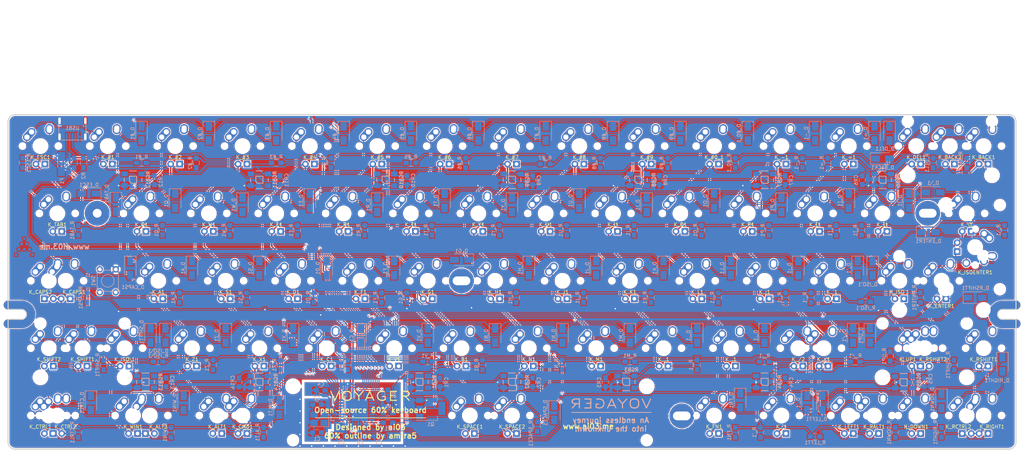
<source format=kicad_pcb>
(kicad_pcb (version 4) (host pcbnew 4.0.6)
  (layers (0 F.Cu signal) (31 B.Cu signal) (34 B.Paste user) (35 F.Paste user) (36 B.SilkS user) (37 F.SilkS user) (38 B.Mask user) (39 F.Mask user) (44 Edge.Cuts user))
  (net 0 "")
  (net 1 "Net-(C1-Pad1)")
  (net 2 GND)
  (net 3 "Net-(C2-Pad1)")
  (net 4 "Net-(C3-Pad1)")
  (net 5 +5V)
  (net 6 ROW0)
  (net 7 "Net-(D_#0_1-Pad2)")
  (net 8 ROW1)
  (net 9 "Net-(D_#1-Pad2)")
  (net 10 "Net-(D_#2-Pad2)")
  (net 11 "Net-(D_#3-Pad2)")
  (net 12 "Net-(D_#4-Pad2)")
  (net 13 "Net-(D_#5-Pad2)")
  (net 14 "Net-(D_#6-Pad2)")
  (net 15 "Net-(D_#7-Pad2)")
  (net 16 "Net-(D_#8-Pad2)")
  (net 17 "Net-(D_#9-Pad2)")
  (net 18 ROW4)
  (net 19 "Net-(D_'1-Pad2)")
  (net 20 ROW7)
  (net 21 "Net-(D_,1-Pad2)")
  (net 22 "Net-(D_-1-Pad2)")
  (net 23 ROW6)
  (net 24 "Net-(D_.1-Pad2)")
  (net 25 "Net-(D_/1-Pad2)")
  (net 26 ROW5)
  (net 27 "Net-(D_;1-Pad2)")
  (net 28 "Net-(D_=1-Pad2)")
  (net 29 "Net-(D_A1-Pad2)")
  (net 30 ROW8)
  (net 31 "Net-(D_ALT1-Pad2)")
  (net 32 "Net-(D_B1-Pad2)")
  (net 33 "Net-(D_BACK1-Pad2)")
  (net 34 "Net-(D_C1-Pad2)")
  (net 35 "Net-(D_CAPS1-Pad2)")
  (net 36 "Net-(D_CTRL1-Pad2)")
  (net 37 "Net-(D_D1-Pad2)")
  (net 38 "Net-(D_DEL1-Pad2)")
  (net 39 ROW9)
  (net 40 "Net-(D_DOWN1-Pad2)")
  (net 41 ROW2)
  (net 42 "Net-(D_E1-Pad2)")
  (net 43 "Net-(D_ENTER1-Pad2)")
  (net 44 "Net-(D_ESC1-Pad2)")
  (net 45 "Net-(D_F1-Pad2)")
  (net 46 "Net-(D_FN1-Pad2)")
  (net 47 "Net-(D_G1-Pad2)")
  (net 48 "Net-(D_H1-Pad2)")
  (net 49 ROW3)
  (net 50 "Net-(D_I1-Pad2)")
  (net 51 "Net-(D_ISO\\1-Pad2)")
  (net 52 "Net-(D_ISO`1-Pad2)")
  (net 53 "Net-(D_J1-Pad2)")
  (net 54 "Net-(D_K1-Pad2)")
  (net 55 "Net-(D_L1-Pad2)")
  (net 56 "Net-(D_LEFT1-Pad2)")
  (net 57 "Net-(D_M1-Pad2)")
  (net 58 "Net-(D_N1-Pad2)")
  (net 59 "Net-(D_O1-Pad2)")
  (net 60 "Net-(D_P1-Pad2)")
  (net 61 "Net-(D_Q1-Pad2)")
  (net 62 "Net-(D_R1-Pad2)")
  (net 63 "Net-(D_RIGHT1-Pad2)")
  (net 64 "Net-(D_RSHIFT1-Pad2)")
  (net 65 "Net-(D_S1-Pad2)")
  (net 66 "Net-(D_SHIFT1-Pad2)")
  (net 67 "Net-(D_SPACE1-Pad2)")
  (net 68 "Net-(D_T1-Pad2)")
  (net 69 "Net-(D_TAB1-Pad2)")
  (net 70 "Net-(D_U1-Pad2)")
  (net 71 "Net-(D_UP1-Pad2)")
  (net 72 "Net-(D_V1-Pad2)")
  (net 73 "Net-(D_W1-Pad2)")
  (net 74 "Net-(D_WIN1-Pad2)")
  (net 75 "Net-(D_X1-Pad2)")
  (net 76 "Net-(D_Y1-Pad2)")
  (net 77 "Net-(D_Z1-Pad2)")
  (net 78 "Net-(D_[1-Pad2)")
  (net 79 "Net-(D_\\1-Pad2)")
  (net 80 "Net-(D_]1-Pad2)")
  (net 81 "Net-(D_`1-Pad2)")
  (net 82 VCC)
  (net 83 COL5)
  (net 84 "Net-(K_#0_1-Pad4)")
  (net 85 COL0)
  (net 86 "Net-(K_#1-Pad4)")
  (net 87 COL1)
  (net 88 "Net-(K_#2-Pad4)")
  (net 89 "Net-(K_#3-Pad4)")
  (net 90 COL2)
  (net 91 "Net-(K_#4-Pad4)")
  (net 92 "Net-(K_#5-Pad4)")
  (net 93 COL3)
  (net 94 "Net-(K_#6-Pad4)")
  (net 95 "Net-(K_#7-Pad4)")
  (net 96 COL4)
  (net 97 "Net-(K_#8-Pad4)")
  (net 98 "Net-(K_#9-Pad4)")
  (net 99 COL6)
  (net 100 "Net-(K_'1-Pad4)")
  (net 101 "Net-(K_,1-Pad4)")
  (net 102 "Net-(K_-1-Pad4)")
  (net 103 "Net-(K_.1-Pad4)")
  (net 104 "Net-(K_/1-Pad4)")
  (net 105 "Net-(K_;1-Pad4)")
  (net 106 "Net-(K_=1-Pad4)")
  (net 107 "Net-(K_A1-Pad4)")
  (net 108 "Net-(K_ALT1-Pad4)")
  (net 109 "Net-(K_ALT2-Pad4)")
  (net 110 "Net-(K_B1-Pad4)")
  (net 111 COL7)
  (net 112 "Net-(K_BACK1-Pad4)")
  (net 113 "Net-(K_C1-Pad4)")
  (net 114 "Net-(K_CAPS1-Pad4)")
  (net 115 "Net-(K_CTRL1-Pad4)")
  (net 116 "Net-(K_D1-Pad4)")
  (net 117 "Net-(K_DEL1-Pad4)")
  (net 118 "Net-(K_DOWN1-Pad4)")
  (net 119 "Net-(K_E1-Pad4)")
  (net 120 "Net-(K_ENTER1-Pad4)")
  (net 121 "Net-(K_ESC1-Pad4)")
  (net 122 "Net-(K_F1-Pad4)")
  (net 123 "Net-(K_FN1-Pad4)")
  (net 124 "Net-(K_G1-Pad4)")
  (net 125 "Net-(K_H1-Pad4)")
  (net 126 "Net-(K_I1-Pad4)")
  (net 127 "Net-(K_ISO\\1-Pad4)")
  (net 128 "Net-(K_ISO`1-Pad4)")
  (net 129 "Net-(K_J1-Pad4)")
  (net 130 "Net-(K_K1-Pad4)")
  (net 131 "Net-(K_L1-Pad4)")
  (net 132 "Net-(K_LEFT1-Pad4)")
  (net 133 "Net-(K_M1-Pad4)")
  (net 134 "Net-(K_N1-Pad4)")
  (net 135 "Net-(K_O1-Pad4)")
  (net 136 "Net-(K_P1-Pad4)")
  (net 137 "Net-(K_Q1-Pad4)")
  (net 138 "Net-(K_R1-Pad4)")
  (net 139 "Net-(K_RCTRL2-Pad4)")
  (net 140 "Net-(K_RSHIFT1-Pad4)")
  (net 141 "Net-(K_RSHIFT2-Pad4)")
  (net 142 "Net-(K_S1-Pad4)")
  (net 143 "Net-(K_SHIFT1-Pad4)")
  (net 144 "Net-(K_SPACE1-Pad4)")
  (net 145 "Net-(K_T1-Pad4)")
  (net 146 "Net-(K_TAB1-Pad4)")
  (net 147 "Net-(K_U1-Pad4)")
  (net 148 "Net-(K_V1-Pad4)")
  (net 149 "Net-(K_W1-Pad4)")
  (net 150 "Net-(K_X1-Pad4)")
  (net 151 "Net-(K_Y1-Pad4)")
  (net 152 "Net-(K_Z1-Pad4)")
  (net 153 "Net-(K_[1-Pad4)")
  (net 154 "Net-(K_\\1-Pad4)")
  (net 155 "Net-(K_]1-Pad4)")
  (net 156 "Net-(K_`1-Pad4)")
  (net 157 LEDGND)
  (net 158 "Net-(Q1-Pad1)")
  (net 159 "Net-(R1-Pad2)")
  (net 160 DP)
  (net 161 DM)
  (net 162 "Net-(R4-Pad2)")
  (net 163 "Net-(R5-Pad2)")
  (net 164 "Net-(RGB1-Pad2)")
  (net 165 RGBLED)
  (net 166 "Net-(RGB2-Pad2)")
  (net 167 "Net-(RGB3-Pad2)")
  (net 168 "Net-(RGB4-Pad2)")
  (net 169 "Net-(RGB5-Pad2)")
  (net 170 "Net-(RGB6-Pad2)")
  (net 171 "Net-(RGB7-Pad2)")
  (net 172 "Net-(RGB8-Pad2)")
  (net 173 "Net-(RGB10-Pad4)")
  (net 174 "Net-(RGB10-Pad2)")
  (net 175 "Net-(RGB11-Pad2)")
  (net 176 "Net-(RGB12-Pad2)")
  (net 177 "Net-(RGB13-Pad2)")
  (net 178 "Net-(RGB14-Pad2)")
  (net 179 "Net-(USB1-Pad2)")
  (net 180 /D_P)
  (net 181 /D_N)
  (module MX_Alps_Hybrid:MX-1U (layer F.Cu) (at 166.6875 95.25)
    (fp_text reference K_G1 (at 0 3.175) (layer F.SilkS))
    (fp_text value MX-1U)
    (pad 2 thru_hole oval (at 2.5 -4.5 86.0548) (size 2.831378 2.25) (drill 1.47 (offset 0.290689 0)) (layers *.Cu *.Mask) (net 47 "Net-(D_G1-Pad2)"))
    (pad 2 thru_hole circle (at 2.54 -5.08) (size 2.25 2.25) (drill 1.47) (layers *.Cu *.Mask) (net 47 "Net-(D_G1-Pad2)"))
    (pad 1 thru_hole oval (at -3.81 -2.54 48.09963212) (size 4.211556 2.25) (drill 1.47 (offset 0.980778 0)) (layers *.Cu *.Mask) (net 93 COL3))
    (pad "" np_thru_hole circle (at 0 0) (size 3.9878 3.9878) (drill 3.9878) (layers *.Cu *.Mask))
    (pad 1 thru_hole circle (at -2.5 -4) (size 2.25 2.25) (drill 1.47) (layers *.Cu *.Mask) (net 93 COL3))
    (pad 3 thru_hole circle (at -1.27 5.08) (size 1.905 1.905) (drill 1.04) (layers *.Cu *.Mask) (net 5 +5V))
    (pad 4 thru_hole rect (at 1.27 5.08) (size 1.905 1.905) (drill 1.04) (layers *.Cu *.Mask) (net 124 "Net-(K_G1-Pad4)"))
    (pad "" np_thru_hole circle (at -5.08 0 48.0996) (size 1.7018 1.7018) (drill 1.7018) (layers *.Cu *.Mask))
    (pad "" np_thru_hole circle (at 5.08 0 48.0996) (size 1.7018 1.7018) (drill 1.7018) (layers *.Cu *.Mask))
  )
  (module MX_Alps_Hybrid:MX-1U (layer F.Cu) (at 95.25 57.15)
    (fp_text reference K_#2 (at 0 3.175) (layer F.SilkS))
    (fp_text value MX-1U)
    (pad 2 thru_hole oval (at 2.5 -4.5 86.0548) (size 2.831378 2.25) (drill 1.47 (offset 0.290689 0)) (layers *.Cu *.Mask) (net 10 "Net-(D_#2-Pad2)"))
    (pad 2 thru_hole circle (at 2.54 -5.08) (size 2.25 2.25) (drill 1.47) (layers *.Cu *.Mask) (net 10 "Net-(D_#2-Pad2)"))
    (pad 1 thru_hole oval (at -3.81 -2.54 48.09963212) (size 4.211556 2.25) (drill 1.47 (offset 0.980778 0)) (layers *.Cu *.Mask) (net 87 COL1))
    (pad "" np_thru_hole circle (at 0 0) (size 3.9878 3.9878) (drill 3.9878) (layers *.Cu *.Mask))
    (pad 1 thru_hole circle (at -2.5 -4) (size 2.25 2.25) (drill 1.47) (layers *.Cu *.Mask) (net 87 COL1))
    (pad 3 thru_hole circle (at -1.27 5.08) (size 1.905 1.905) (drill 1.04) (layers *.Cu *.Mask) (net 5 +5V))
    (pad 4 thru_hole rect (at 1.27 5.08) (size 1.905 1.905) (drill 1.04) (layers *.Cu *.Mask) (net 88 "Net-(K_#2-Pad4)"))
    (pad "" np_thru_hole circle (at -5.08 0 48.0996) (size 1.7018 1.7018) (drill 1.7018) (layers *.Cu *.Mask))
    (pad "" np_thru_hole circle (at 5.08 0 48.0996) (size 1.7018 1.7018) (drill 1.7018) (layers *.Cu *.Mask))
  )
  (module Resistors_SMD:R_0805_HandSoldering (layer B.Cu) (at 155.448 127.508 90)
    (fp_text reference R5 (at 0 1.778 90) (layer B.SilkS) (effects (justify mirror)))
    (fp_text value 10k)
    (pad 1 smd rect (at -1.35 0 90) (size 1.5 1.3) (layers B.Cu B.Paste B.Mask) (net 2 GND))
    (pad 2 smd rect (at 1.35 0 90) (size 1.5 1.3) (layers B.Cu B.Paste B.Mask) (net 163 "Net-(R5-Pad2)"))
  )
  (module local_lib:60_Outline (layer F.Cu) (at 190.5125 95.55)
    (fp_text reference REF** hide)
    (fp_text value 60_Outline hide)
    (fp_line (start 138.7 11.85095) (end 142.55 11.85095) (layer B.Cu) (width 2.5019))
    (fp_line (start 138.7 6.54905) (end 142.5 6.54905) (layer F.Cu) (width 2.5019))
    (fp_arc (start 138.7 9.2) (end 136.04905 9.2) (angle -90) (layer F.Cu) (width 2.5019))
    (fp_arc (start 138.7 9.2) (end 138.7 6.54905) (angle -90) (layer F.Cu) (width 2.5019))
    (fp_line (start 138.7 6.54905) (end 142.5 6.54905) (layer B.Cu) (width 2.5019))
    (fp_line (start 138.7 11.85095) (end 142.55 11.85095) (layer F.Cu) (width 2.5019))
    (fp_arc (start 138.7 9.2) (end 136.04905 9.2) (angle -90) (layer B.Cu) (width 2.5019))
    (fp_arc (start 138.7 9.2) (end 138.7 6.54905) (angle -90) (layer B.Cu) (width 2.5019))
    (fp_arc (start -138.7 9.2) (end -138.7 6.54905) (angle 90) (layer B.Cu) (width 2.5019))
    (fp_arc (start -138.7 9.2) (end -136.04905 9.2) (angle 90) (layer B.Cu) (width 2.5019))
    (fp_line (start -142.5 11.85095) (end -138.7 11.85095) (layer F.Cu) (width 2.5019))
    (fp_line (start -142.5 11.85095) (end -138.7 11.85095) (layer B.Cu) (width 2.5019))
    (fp_arc (start -138.7 9.2) (end -138.7 6.54905) (angle 90) (layer F.Cu) (width 2.5019))
    (fp_arc (start -138.7 9.2) (end -136.04905 9.2) (angle 90) (layer F.Cu) (width 2.5019))
    (fp_arc (start -138.7 9.2) (end -137.3 9.2) (angle 90) (layer Edge.Cuts) (width 0.3))
    (fp_line (start -142.5 6.54905) (end -138.7 6.54905) (layer B.Cu) (width 2.5019))
    (fp_line (start -142.5 6.54905) (end -138.7 6.54905) (layer F.Cu) (width 2.5019))
    (fp_line (start 138.7 7.8) (end 142.5 7.8) (layer Edge.Cuts) (width 0.3))
    (fp_line (start 138.7 10.6) (end 142.5 10.6) (layer Edge.Cuts) (width 0.3))
    (fp_line (start 142.5 7.8) (end 142.5 -45.3) (layer Edge.Cuts) (width 0.3))
    (fp_line (start 142.5 10.6) (end 142.5 45.3) (layer Edge.Cuts) (width 0.3))
    (fp_arc (start 138.7 9.2) (end 137.3 9.2) (angle -90) (layer Edge.Cuts) (width 0.3))
    (fp_arc (start 138.7 9.2) (end 138.7 7.8) (angle -90) (layer Edge.Cuts) (width 0.3))
    (fp_line (start -142.5 7.8) (end -142.5 -45.3) (layer Edge.Cuts) (width 0.3))
    (fp_line (start -138.7 7.8) (end -142.5 7.8) (layer Edge.Cuts) (width 0.3))
    (fp_arc (start -138.7 9.2) (end -138.7 7.8) (angle 90) (layer Edge.Cuts) (width 0.3))
    (fp_line (start -142.5 10.6) (end -138.7 10.6) (layer Edge.Cuts) (width 0.3))
    (fp_line (start -142.5 45.3) (end -142.5 10.6) (layer Edge.Cuts) (width 0.3))
    (fp_arc (start 140.5 -45.3) (end 140.5 -47.3) (angle 90) (layer Edge.Cuts) (width 0.3))
    (fp_arc (start 140.5 45.3) (end 142.5 45.3) (angle 90) (layer Edge.Cuts) (width 0.3))
    (fp_arc (start -140.5 45.3) (end -140.5 47.3) (angle 90) (layer Edge.Cuts) (width 0.3))
    (fp_arc (start -140.5 -45.3) (end -142.5 -45.3) (angle 90) (layer Edge.Cuts) (width 0.3))
    (fp_line (start 140.5 -47.3) (end -140.5 -47.3) (layer Edge.Cuts) (width 0.3))
    (fp_line (start -140.5 47.3) (end 140.5 47.3) (layer Edge.Cuts) (width 0.3))
    (pad 1 thru_hole circle (at -117.3 -19.4) (size 7.0013 7.0013) (drill 2.4994) (layers *.Cu *.Mask))
    (pad 1 thru_hole circle (at -14.3 -0.3) (size 7.00024 7.00024) (drill oval 5.00126 2.49936) (layers *.Cu *.Mask))
    (pad 1 thru_hole circle (at 48 37.9) (size 7.00024 7.00024) (drill oval 5.00126 2.49936) (layers *.Cu *.Mask))
    (pad 1 thru_hole circle (at 117.55 -19.4) (size 7.00024 7.00024) (drill oval 5.00126 2.49936) (layers *.Cu *.Mask))
  )
  (module Capacitors_SMD:C_0805_HandSoldering (layer B.Cu) (at 135.364 138.16 180)
    (fp_text reference C1 (at 0 -1.794 180) (layer B.SilkS) (effects (justify mirror)))
    (fp_text value 22p)
    (pad 1 smd rect (at -1.25 0 180) (size 1.5 1.25) (layers B.Cu B.Paste B.Mask) (net 1 "Net-(C1-Pad1)"))
    (pad 2 smd rect (at 1.25 0 180) (size 1.5 1.25) (layers B.Cu B.Paste B.Mask) (net 2 GND))
  )
  (module Capacitors_SMD:C_0805_HandSoldering (layer B.Cu) (at 135.364 130.286)
    (fp_text reference C2 (at 0 -1.762) (layer B.SilkS) (effects (justify mirror)))
    (fp_text value 22p)
    (pad 1 smd rect (at -1.25 0) (size 1.5 1.25) (layers B.Cu B.Paste B.Mask) (net 3 "Net-(C2-Pad1)"))
    (pad 2 smd rect (at 1.25 0) (size 1.5 1.25) (layers B.Cu B.Paste B.Mask) (net 2 GND))
  )
  (module Capacitors_SMD:C_0805_HandSoldering (layer B.Cu) (at 152.89 139.176 180)
    (fp_text reference C3 (at 0 -1.794 180) (layer B.SilkS) (effects (justify mirror)))
    (fp_text value 1uF)
    (pad 1 smd rect (at -1.25 0 180) (size 1.5 1.25) (layers B.Cu B.Paste B.Mask) (net 4 "Net-(C3-Pad1)"))
    (pad 2 smd rect (at 1.25 0 180) (size 1.5 1.25) (layers B.Cu B.Paste B.Mask) (net 2 GND))
  )
  (module Capacitors_SMD:C_0805_HandSoldering (layer B.Cu) (at 136.4 126.222 180)
    (fp_text reference C4 (at 0 1.75 180) (layer B.SilkS) (effects (justify mirror)))
    (fp_text value 0.1u)
    (pad 1 smd rect (at -1.25 0 180) (size 1.5 1.25) (layers B.Cu B.Paste B.Mask) (net 5 +5V))
    (pad 2 smd rect (at 1.25 0 180) (size 1.5 1.25) (layers B.Cu B.Paste B.Mask) (net 2 GND))
  )
  (module Capacitors_SMD:C_0805_HandSoldering (layer B.Cu) (at 142.222 139.176 180)
    (fp_text reference C5 (at -0.018 -1.794 180) (layer B.SilkS) (effects (justify mirror)))
    (fp_text value 0.1u)
    (pad 1 smd rect (at -1.25 0 180) (size 1.5 1.25) (layers B.Cu B.Paste B.Mask) (net 5 +5V))
    (pad 2 smd rect (at 1.25 0 180) (size 1.5 1.25) (layers B.Cu B.Paste B.Mask) (net 2 GND))
  )
  (module Capacitors_SMD:C_0805_HandSoldering (layer B.Cu) (at 147.556 139.176)
    (fp_text reference C6 (at 0 1.794) (layer B.SilkS) (effects (justify mirror)))
    (fp_text value 4.7u)
    (pad 1 smd rect (at -1.25 0) (size 1.5 1.25) (layers B.Cu B.Paste B.Mask) (net 5 +5V))
    (pad 2 smd rect (at 1.25 0) (size 1.5 1.25) (layers B.Cu B.Paste B.Mask) (net 2 GND))
  )
  (module Capacitors_SMD:C_0805_HandSoldering (layer B.Cu) (at 170.18 123.952 270)
    (fp_text reference CR1 (at 0 -1.778 270) (layer B.SilkS) (effects (justify mirror)))
    (fp_text value 0.1u)
    (pad 1 smd rect (at -1.25 0 270) (size 1.5 1.25) (layers B.Cu B.Paste B.Mask) (net 5 +5V))
    (pad 2 smd rect (at 1.25 0 270) (size 1.5 1.25) (layers B.Cu B.Paste B.Mask) (net 2 GND))
  )
  (module Capacitors_SMD:C_0805_HandSoldering (layer B.Cu) (at 196.342 123.952 270)
    (fp_text reference CR2 (at 0 -1.778 270) (layer B.SilkS) (effects (justify mirror)))
    (fp_text value 0.1u)
    (pad 1 smd rect (at -1.25 0 270) (size 1.5 1.25) (layers B.Cu B.Paste B.Mask) (net 5 +5V))
    (pad 2 smd rect (at 1.25 0 270) (size 1.5 1.25) (layers B.Cu B.Paste B.Mask) (net 2 GND))
  )
  (module Capacitors_SMD:C_0805_HandSoldering (layer B.Cu) (at 216.916 123.952 270)
    (fp_text reference CR3 (at 0 1.75 270) (layer B.SilkS) (effects (justify mirror)))
    (fp_text value 0.1u)
    (pad 1 smd rect (at -1.25 0 270) (size 1.5 1.25) (layers B.Cu B.Paste B.Mask) (net 5 +5V))
    (pad 2 smd rect (at 1.25 0 270) (size 1.5 1.25) (layers B.Cu B.Paste B.Mask) (net 2 GND))
  )
  (module Capacitors_SMD:C_0805_HandSoldering (layer B.Cu) (at 267.716 123.952 270)
    (fp_text reference CR4 (at 0 -1.778 270) (layer B.SilkS) (effects (justify mirror)))
    (fp_text value 0.1u)
    (pad 1 smd rect (at -1.25 0 270) (size 1.5 1.25) (layers B.Cu B.Paste B.Mask) (net 5 +5V))
    (pad 2 smd rect (at 1.25 0 270) (size 1.5 1.25) (layers B.Cu B.Paste B.Mask) (net 2 GND))
  )
  (module Capacitors_SMD:C_0805_HandSoldering (layer B.Cu) (at 307.086 123.952 270)
    (fp_text reference CR5 (at -1.016 -1.778 270) (layer B.SilkS) (effects (justify mirror)))
    (fp_text value 0.1u)
    (pad 1 smd rect (at -1.25 0 270) (size 1.5 1.25) (layers B.Cu B.Paste B.Mask) (net 5 +5V))
    (pad 2 smd rect (at 1.25 0 270) (size 1.5 1.25) (layers B.Cu B.Paste B.Mask) (net 2 GND))
  )
  (module Capacitors_SMD:C_0805_HandSoldering (layer B.Cu) (at 289.56 66.802 270)
    (fp_text reference CR6 (at 0 1.75 270) (layer B.SilkS) (effects (justify mirror)))
    (fp_text value 0.1u)
    (pad 1 smd rect (at -1.25 0 270) (size 1.5 1.25) (layers B.Cu B.Paste B.Mask) (net 5 +5V))
    (pad 2 smd rect (at 1.25 0 270) (size 1.5 1.25) (layers B.Cu B.Paste B.Mask) (net 2 GND))
  )
  (module Capacitors_SMD:C_0805_HandSoldering (layer B.Cu) (at 267.716 66.802 270)
    (fp_text reference CR7 (at 0 -1.778 270) (layer B.SilkS) (effects (justify mirror)))
    (fp_text value 0.1u)
    (pad 1 smd rect (at -1.25 0 270) (size 1.5 1.25) (layers B.Cu B.Paste B.Mask) (net 5 +5V))
    (pad 2 smd rect (at 1.25 0 270) (size 1.5 1.25) (layers B.Cu B.Paste B.Mask) (net 2 GND))
  )
  (module Capacitors_SMD:C_0805_HandSoldering (layer B.Cu) (at 232.156 66.802 270)
    (fp_text reference CR8 (at 0 -1.778 270) (layer B.SilkS) (effects (justify mirror)))
    (fp_text value 0.1u)
    (pad 1 smd rect (at -1.25 0 270) (size 1.5 1.25) (layers B.Cu B.Paste B.Mask) (net 5 +5V))
    (pad 2 smd rect (at 1.25 0 270) (size 1.5 1.25) (layers B.Cu B.Paste B.Mask) (net 2 GND))
  )
  (module Capacitors_SMD:C_0805_HandSoldering (layer B.Cu) (at 196.342 66.802 270)
    (fp_text reference CR9 (at 0 -1.778 270) (layer B.SilkS) (effects (justify mirror)))
    (fp_text value 0.1u)
    (pad 1 smd rect (at -1.25 0 270) (size 1.5 1.25) (layers B.Cu B.Paste B.Mask) (net 5 +5V))
    (pad 2 smd rect (at 1.25 0 270) (size 1.5 1.25) (layers B.Cu B.Paste B.Mask) (net 2 GND))
  )
  (module Capacitors_SMD:C_0805_HandSoldering (layer B.Cu) (at 160.782 66.802 270)
    (fp_text reference CR10 (at 0 -1.778 270) (layer B.SilkS) (effects (justify mirror)))
    (fp_text value 0.1u)
    (pad 1 smd rect (at -1.25 0 270) (size 1.5 1.25) (layers B.Cu B.Paste B.Mask) (net 5 +5V))
    (pad 2 smd rect (at 1.25 0 270) (size 1.5 1.25) (layers B.Cu B.Paste B.Mask) (net 2 GND))
  )
  (module Capacitors_SMD:C_0805_HandSoldering (layer B.Cu) (at 124.968 66.802 270)
    (fp_text reference CR11 (at 0 -1.778 270) (layer B.SilkS) (effects (justify mirror)))
    (fp_text value 0.1u)
    (pad 1 smd rect (at -1.25 0 270) (size 1.5 1.25) (layers B.Cu B.Paste B.Mask) (net 5 +5V))
    (pad 2 smd rect (at 1.25 0 270) (size 1.5 1.25) (layers B.Cu B.Paste B.Mask) (net 2 GND))
  )
  (module Capacitors_SMD:C_0805_HandSoldering (layer B.Cu) (at 89.408 66.802 270)
    (fp_text reference CR12 (at 0 -1.778 270) (layer B.SilkS) (effects (justify mirror)))
    (fp_text value 0.1u)
    (pad 1 smd rect (at -1.25 0 270) (size 1.5 1.25) (layers B.Cu B.Paste B.Mask) (net 5 +5V))
    (pad 2 smd rect (at 1.25 0 270) (size 1.5 1.25) (layers B.Cu B.Paste B.Mask) (net 2 GND))
  )
  (module Capacitors_SMD:C_0805_HandSoldering (layer B.Cu) (at 92.71 123.952 270)
    (fp_text reference CR13 (at 0 -1.778 270) (layer B.SilkS) (effects (justify mirror)))
    (fp_text value 0.1u)
    (pad 1 smd rect (at -1.25 0 270) (size 1.5 1.25) (layers B.Cu B.Paste B.Mask) (net 5 +5V))
    (pad 2 smd rect (at 1.25 0 270) (size 1.5 1.25) (layers B.Cu B.Paste B.Mask) (net 2 GND))
  )
  (module Capacitors_SMD:C_0805_HandSoldering (layer B.Cu) (at 113.284 123.952 270)
    (fp_text reference CR14 (at 0 1.75 270) (layer B.SilkS) (effects (justify mirror)))
    (fp_text value 0.1u)
    (pad 1 smd rect (at -1.25 0 270) (size 1.5 1.25) (layers B.Cu B.Paste B.Mask) (net 5 +5V))
    (pad 2 smd rect (at 1.25 0 270) (size 1.5 1.25) (layers B.Cu B.Paste B.Mask) (net 2 GND))
  )
  (module Fuse_Holders_and_Fuses:Fuse_SMD1206_HandSoldering (layer B.Cu) (at 63.103125 62.20375 90)
    (fp_text reference F1 (at -4.85225 0.142875 90) (layer B.SilkS) (effects (justify mirror)))
    (fp_text value 500mA)
    (pad 1 smd rect (at -2.09 0) (size 2.03 2.65) (layers B.Cu B.Paste B.Mask) (net 5 +5V))
    (pad 2 smd rect (at 2.09 0) (size 2.03 2.65) (layers B.Cu B.Paste B.Mask) (net 82 VCC))
  )
  (module MX_Alps_Hybrid:MX-1U (layer F.Cu) (at 247.65 57.15)
    (fp_text reference K_#0_1 (at 0 3.175) (layer F.SilkS))
    (fp_text value MX-1U)
    (pad 2 thru_hole oval (at 2.5 -4.5 86.0548) (size 2.831378 2.25) (drill 1.47 (offset 0.290689 0)) (layers *.Cu *.Mask) (net 7 "Net-(D_#0_1-Pad2)"))
    (pad 2 thru_hole circle (at 2.54 -5.08) (size 2.25 2.25) (drill 1.47) (layers *.Cu *.Mask) (net 7 "Net-(D_#0_1-Pad2)"))
    (pad 1 thru_hole oval (at -3.81 -2.54 48.09963212) (size 4.211556 2.25) (drill 1.47 (offset 0.980778 0)) (layers *.Cu *.Mask) (net 83 COL5))
    (pad "" np_thru_hole circle (at 0 0) (size 3.9878 3.9878) (drill 3.9878) (layers *.Cu *.Mask))
    (pad 1 thru_hole circle (at -2.5 -4) (size 2.25 2.25) (drill 1.47) (layers *.Cu *.Mask) (net 83 COL5))
    (pad 3 thru_hole circle (at -1.27 5.08) (size 1.905 1.905) (drill 1.04) (layers *.Cu *.Mask) (net 5 +5V))
    (pad 4 thru_hole rect (at 1.27 5.08) (size 1.905 1.905) (drill 1.04) (layers *.Cu *.Mask) (net 84 "Net-(K_#0_1-Pad4)"))
    (pad "" np_thru_hole circle (at -5.08 0 48.0996) (size 1.7018 1.7018) (drill 1.7018) (layers *.Cu *.Mask))
    (pad "" np_thru_hole circle (at 5.08 0 48.0996) (size 1.7018 1.7018) (drill 1.7018) (layers *.Cu *.Mask))
  )
  (module MX_Alps_Hybrid:MX-1U (layer F.Cu) (at 76.2 57.15)
    (fp_text reference K_#1 (at 0 3.175) (layer F.SilkS))
    (fp_text value MX-1U)
    (pad 2 thru_hole oval (at 2.5 -4.5 86.0548) (size 2.831378 2.25) (drill 1.47 (offset 0.290689 0)) (layers *.Cu *.Mask) (net 9 "Net-(D_#1-Pad2)"))
    (pad 2 thru_hole circle (at 2.54 -5.08) (size 2.25 2.25) (drill 1.47) (layers *.Cu *.Mask) (net 9 "Net-(D_#1-Pad2)"))
    (pad 1 thru_hole oval (at -3.81 -2.54 48.09963212) (size 4.211556 2.25) (drill 1.47 (offset 0.980778 0)) (layers *.Cu *.Mask) (net 85 COL0))
    (pad "" np_thru_hole circle (at 0 0) (size 3.9878 3.9878) (drill 3.9878) (layers *.Cu *.Mask))
    (pad 1 thru_hole circle (at -2.5 -4) (size 2.25 2.25) (drill 1.47) (layers *.Cu *.Mask) (net 85 COL0))
    (pad 3 thru_hole circle (at -1.27 5.08) (size 1.905 1.905) (drill 1.04) (layers *.Cu *.Mask) (net 5 +5V))
    (pad 4 thru_hole rect (at 1.27 5.08) (size 1.905 1.905) (drill 1.04) (layers *.Cu *.Mask) (net 86 "Net-(K_#1-Pad4)"))
    (pad "" np_thru_hole circle (at -5.08 0 48.0996) (size 1.7018 1.7018) (drill 1.7018) (layers *.Cu *.Mask))
    (pad "" np_thru_hole circle (at 5.08 0 48.0996) (size 1.7018 1.7018) (drill 1.7018) (layers *.Cu *.Mask))
  )
  (module MX_Alps_Hybrid:MX-1U (layer F.Cu) (at 114.3 57.15)
    (fp_text reference K_#3 (at 0 3.175) (layer F.SilkS))
    (fp_text value MX-1U)
    (pad 2 thru_hole oval (at 2.5 -4.5 86.0548) (size 2.831378 2.25) (drill 1.47 (offset 0.290689 0)) (layers *.Cu *.Mask) (net 11 "Net-(D_#3-Pad2)"))
    (pad 2 thru_hole circle (at 2.54 -5.08) (size 2.25 2.25) (drill 1.47) (layers *.Cu *.Mask) (net 11 "Net-(D_#3-Pad2)"))
    (pad 1 thru_hole oval (at -3.81 -2.54 48.09963212) (size 4.211556 2.25) (drill 1.47 (offset 0.980778 0)) (layers *.Cu *.Mask) (net 87 COL1))
    (pad "" np_thru_hole circle (at 0 0) (size 3.9878 3.9878) (drill 3.9878) (layers *.Cu *.Mask))
    (pad 1 thru_hole circle (at -2.5 -4) (size 2.25 2.25) (drill 1.47) (layers *.Cu *.Mask) (net 87 COL1))
    (pad 3 thru_hole circle (at -1.27 5.08) (size 1.905 1.905) (drill 1.04) (layers *.Cu *.Mask) (net 5 +5V))
    (pad 4 thru_hole rect (at 1.27 5.08) (size 1.905 1.905) (drill 1.04) (layers *.Cu *.Mask) (net 89 "Net-(K_#3-Pad4)"))
    (pad "" np_thru_hole circle (at -5.08 0 48.0996) (size 1.7018 1.7018) (drill 1.7018) (layers *.Cu *.Mask))
    (pad "" np_thru_hole circle (at 5.08 0 48.0996) (size 1.7018 1.7018) (drill 1.7018) (layers *.Cu *.Mask))
  )
  (module MX_Alps_Hybrid:MX-1U (layer F.Cu) (at 133.35 57.15)
    (fp_text reference K_#4 (at 0 3.175) (layer F.SilkS))
    (fp_text value MX-1U)
    (pad 2 thru_hole oval (at 2.5 -4.5 86.0548) (size 2.831378 2.25) (drill 1.47 (offset 0.290689 0)) (layers *.Cu *.Mask) (net 12 "Net-(D_#4-Pad2)"))
    (pad 2 thru_hole circle (at 2.54 -5.08) (size 2.25 2.25) (drill 1.47) (layers *.Cu *.Mask) (net 12 "Net-(D_#4-Pad2)"))
    (pad 1 thru_hole oval (at -3.81 -2.54 48.09963212) (size 4.211556 2.25) (drill 1.47 (offset 0.980778 0)) (layers *.Cu *.Mask) (net 90 COL2))
    (pad "" np_thru_hole circle (at 0 0) (size 3.9878 3.9878) (drill 3.9878) (layers *.Cu *.Mask))
    (pad 1 thru_hole circle (at -2.5 -4) (size 2.25 2.25) (drill 1.47) (layers *.Cu *.Mask) (net 90 COL2))
    (pad 3 thru_hole circle (at -1.27 5.08) (size 1.905 1.905) (drill 1.04) (layers *.Cu *.Mask) (net 5 +5V))
    (pad 4 thru_hole rect (at 1.27 5.08) (size 1.905 1.905) (drill 1.04) (layers *.Cu *.Mask) (net 91 "Net-(K_#4-Pad4)"))
    (pad "" np_thru_hole circle (at -5.08 0 48.0996) (size 1.7018 1.7018) (drill 1.7018) (layers *.Cu *.Mask))
    (pad "" np_thru_hole circle (at 5.08 0 48.0996) (size 1.7018 1.7018) (drill 1.7018) (layers *.Cu *.Mask))
  )
  (module MX_Alps_Hybrid:MX-1U (layer F.Cu) (at 152.4 57.15)
    (fp_text reference K_#5 (at 0 3.175) (layer F.SilkS))
    (fp_text value MX-1U)
    (pad 2 thru_hole oval (at 2.5 -4.5 86.0548) (size 2.831378 2.25) (drill 1.47 (offset 0.290689 0)) (layers *.Cu *.Mask) (net 13 "Net-(D_#5-Pad2)"))
    (pad 2 thru_hole circle (at 2.54 -5.08) (size 2.25 2.25) (drill 1.47) (layers *.Cu *.Mask) (net 13 "Net-(D_#5-Pad2)"))
    (pad 1 thru_hole oval (at -3.81 -2.54 48.09963212) (size 4.211556 2.25) (drill 1.47 (offset 0.980778 0)) (layers *.Cu *.Mask) (net 90 COL2))
    (pad "" np_thru_hole circle (at 0 0) (size 3.9878 3.9878) (drill 3.9878) (layers *.Cu *.Mask))
    (pad 1 thru_hole circle (at -2.5 -4) (size 2.25 2.25) (drill 1.47) (layers *.Cu *.Mask) (net 90 COL2))
    (pad 3 thru_hole circle (at -1.27 5.08) (size 1.905 1.905) (drill 1.04) (layers *.Cu *.Mask) (net 5 +5V))
    (pad 4 thru_hole rect (at 1.27 5.08) (size 1.905 1.905) (drill 1.04) (layers *.Cu *.Mask) (net 92 "Net-(K_#5-Pad4)"))
    (pad "" np_thru_hole circle (at -5.08 0 48.0996) (size 1.7018 1.7018) (drill 1.7018) (layers *.Cu *.Mask))
    (pad "" np_thru_hole circle (at 5.08 0 48.0996) (size 1.7018 1.7018) (drill 1.7018) (layers *.Cu *.Mask))
  )
  (module MX_Alps_Hybrid:MX-1U (layer F.Cu) (at 171.45 57.15)
    (fp_text reference K_#6 (at 0 3.175) (layer F.SilkS))
    (fp_text value MX-1U)
    (pad 2 thru_hole oval (at 2.5 -4.5 86.0548) (size 2.831378 2.25) (drill 1.47 (offset 0.290689 0)) (layers *.Cu *.Mask) (net 14 "Net-(D_#6-Pad2)"))
    (pad 2 thru_hole circle (at 2.54 -5.08) (size 2.25 2.25) (drill 1.47) (layers *.Cu *.Mask) (net 14 "Net-(D_#6-Pad2)"))
    (pad 1 thru_hole oval (at -3.81 -2.54 48.09963212) (size 4.211556 2.25) (drill 1.47 (offset 0.980778 0)) (layers *.Cu *.Mask) (net 93 COL3))
    (pad "" np_thru_hole circle (at 0 0) (size 3.9878 3.9878) (drill 3.9878) (layers *.Cu *.Mask))
    (pad 1 thru_hole circle (at -2.5 -4) (size 2.25 2.25) (drill 1.47) (layers *.Cu *.Mask) (net 93 COL3))
    (pad 3 thru_hole circle (at -1.27 5.08) (size 1.905 1.905) (drill 1.04) (layers *.Cu *.Mask) (net 5 +5V))
    (pad 4 thru_hole rect (at 1.27 5.08) (size 1.905 1.905) (drill 1.04) (layers *.Cu *.Mask) (net 94 "Net-(K_#6-Pad4)"))
    (pad "" np_thru_hole circle (at -5.08 0 48.0996) (size 1.7018 1.7018) (drill 1.7018) (layers *.Cu *.Mask))
    (pad "" np_thru_hole circle (at 5.08 0 48.0996) (size 1.7018 1.7018) (drill 1.7018) (layers *.Cu *.Mask))
  )
  (module MX_Alps_Hybrid:MX-1U (layer F.Cu) (at 190.5 57.15)
    (fp_text reference K_#7 (at 0 3.175) (layer F.SilkS))
    (fp_text value MX-1U)
    (pad 2 thru_hole oval (at 2.5 -4.5 86.0548) (size 2.831378 2.25) (drill 1.47 (offset 0.290689 0)) (layers *.Cu *.Mask) (net 15 "Net-(D_#7-Pad2)"))
    (pad 2 thru_hole circle (at 2.54 -5.08) (size 2.25 2.25) (drill 1.47) (layers *.Cu *.Mask) (net 15 "Net-(D_#7-Pad2)"))
    (pad 1 thru_hole oval (at -3.81 -2.54 48.09963212) (size 4.211556 2.25) (drill 1.47 (offset 0.980778 0)) (layers *.Cu *.Mask) (net 93 COL3))
    (pad "" np_thru_hole circle (at 0 0) (size 3.9878 3.9878) (drill 3.9878) (layers *.Cu *.Mask))
    (pad 1 thru_hole circle (at -2.5 -4) (size 2.25 2.25) (drill 1.47) (layers *.Cu *.Mask) (net 93 COL3))
    (pad 3 thru_hole circle (at -1.27 5.08) (size 1.905 1.905) (drill 1.04) (layers *.Cu *.Mask) (net 5 +5V))
    (pad 4 thru_hole rect (at 1.27 5.08) (size 1.905 1.905) (drill 1.04) (layers *.Cu *.Mask) (net 95 "Net-(K_#7-Pad4)"))
    (pad "" np_thru_hole circle (at -5.08 0 48.0996) (size 1.7018 1.7018) (drill 1.7018) (layers *.Cu *.Mask))
    (pad "" np_thru_hole circle (at 5.08 0 48.0996) (size 1.7018 1.7018) (drill 1.7018) (layers *.Cu *.Mask))
  )
  (module MX_Alps_Hybrid:MX-1U (layer F.Cu) (at 209.55 57.15)
    (fp_text reference K_#8 (at 0 3.175) (layer F.SilkS))
    (fp_text value MX-1U)
    (pad 2 thru_hole oval (at 2.5 -4.5 86.0548) (size 2.831378 2.25) (drill 1.47 (offset 0.290689 0)) (layers *.Cu *.Mask) (net 16 "Net-(D_#8-Pad2)"))
    (pad 2 thru_hole circle (at 2.54 -5.08) (size 2.25 2.25) (drill 1.47) (layers *.Cu *.Mask) (net 16 "Net-(D_#8-Pad2)"))
    (pad 1 thru_hole oval (at -3.81 -2.54 48.09963212) (size 4.211556 2.25) (drill 1.47 (offset 0.980778 0)) (layers *.Cu *.Mask) (net 96 COL4))
    (pad "" np_thru_hole circle (at 0 0) (size 3.9878 3.9878) (drill 3.9878) (layers *.Cu *.Mask))
    (pad 1 thru_hole circle (at -2.5 -4) (size 2.25 2.25) (drill 1.47) (layers *.Cu *.Mask) (net 96 COL4))
    (pad 3 thru_hole circle (at -1.27 5.08) (size 1.905 1.905) (drill 1.04) (layers *.Cu *.Mask) (net 5 +5V))
    (pad 4 thru_hole rect (at 1.27 5.08) (size 1.905 1.905) (drill 1.04) (layers *.Cu *.Mask) (net 97 "Net-(K_#8-Pad4)"))
    (pad "" np_thru_hole circle (at -5.08 0 48.0996) (size 1.7018 1.7018) (drill 1.7018) (layers *.Cu *.Mask))
    (pad "" np_thru_hole circle (at 5.08 0 48.0996) (size 1.7018 1.7018) (drill 1.7018) (layers *.Cu *.Mask))
  )
  (module MX_Alps_Hybrid:MX-1U (layer F.Cu) (at 228.6 57.15)
    (fp_text reference K_#9 (at 0 3.175) (layer F.SilkS))
    (fp_text value MX-1U)
    (pad 2 thru_hole oval (at 2.5 -4.5 86.0548) (size 2.831378 2.25) (drill 1.47 (offset 0.290689 0)) (layers *.Cu *.Mask) (net 17 "Net-(D_#9-Pad2)"))
    (pad 2 thru_hole circle (at 2.54 -5.08) (size 2.25 2.25) (drill 1.47) (layers *.Cu *.Mask) (net 17 "Net-(D_#9-Pad2)"))
    (pad 1 thru_hole oval (at -3.81 -2.54 48.09963212) (size 4.211556 2.25) (drill 1.47 (offset 0.980778 0)) (layers *.Cu *.Mask) (net 96 COL4))
    (pad "" np_thru_hole circle (at 0 0) (size 3.9878 3.9878) (drill 3.9878) (layers *.Cu *.Mask))
    (pad 1 thru_hole circle (at -2.5 -4) (size 2.25 2.25) (drill 1.47) (layers *.Cu *.Mask) (net 96 COL4))
    (pad 3 thru_hole circle (at -1.27 5.08) (size 1.905 1.905) (drill 1.04) (layers *.Cu *.Mask) (net 5 +5V))
    (pad 4 thru_hole rect (at 1.27 5.08) (size 1.905 1.905) (drill 1.04) (layers *.Cu *.Mask) (net 98 "Net-(K_#9-Pad4)"))
    (pad "" np_thru_hole circle (at -5.08 0 48.0996) (size 1.7018 1.7018) (drill 1.7018) (layers *.Cu *.Mask))
    (pad "" np_thru_hole circle (at 5.08 0 48.0996) (size 1.7018 1.7018) (drill 1.7018) (layers *.Cu *.Mask))
  )
  (module MX_Alps_Hybrid:MX-1U (layer F.Cu) (at 280.9875 95.25)
    (fp_text reference K_'1 (at 0 3.175) (layer F.SilkS))
    (fp_text value MX-1U)
    (pad 2 thru_hole oval (at 2.5 -4.5 86.0548) (size 2.831378 2.25) (drill 1.47 (offset 0.290689 0)) (layers *.Cu *.Mask) (net 19 "Net-(D_'1-Pad2)"))
    (pad 2 thru_hole circle (at 2.54 -5.08) (size 2.25 2.25) (drill 1.47) (layers *.Cu *.Mask) (net 19 "Net-(D_'1-Pad2)"))
    (pad 1 thru_hole oval (at -3.81 -2.54 48.09963212) (size 4.211556 2.25) (drill 1.47 (offset 0.980778 0)) (layers *.Cu *.Mask) (net 99 COL6))
    (pad "" np_thru_hole circle (at 0 0) (size 3.9878 3.9878) (drill 3.9878) (layers *.Cu *.Mask))
    (pad 1 thru_hole circle (at -2.5 -4) (size 2.25 2.25) (drill 1.47) (layers *.Cu *.Mask) (net 99 COL6))
    (pad 3 thru_hole circle (at -1.27 5.08) (size 1.905 1.905) (drill 1.04) (layers *.Cu *.Mask) (net 5 +5V))
    (pad 4 thru_hole rect (at 1.27 5.08) (size 1.905 1.905) (drill 1.04) (layers *.Cu *.Mask) (net 100 "Net-(K_'1-Pad4)"))
    (pad "" np_thru_hole circle (at -5.08 0 48.0996) (size 1.7018 1.7018) (drill 1.7018) (layers *.Cu *.Mask))
    (pad "" np_thru_hole circle (at 5.08 0 48.0996) (size 1.7018 1.7018) (drill 1.7018) (layers *.Cu *.Mask))
  )
  (module MX_Alps_Hybrid:MX-1U (layer F.Cu) (at 233.3625 114.3)
    (fp_text reference K_,1 (at 0 3.175) (layer F.SilkS))
    (fp_text value MX-1U)
    (pad 2 thru_hole oval (at 2.5 -4.5 86.0548) (size 2.831378 2.25) (drill 1.47 (offset 0.290689 0)) (layers *.Cu *.Mask) (net 21 "Net-(D_,1-Pad2)"))
    (pad 2 thru_hole circle (at 2.54 -5.08) (size 2.25 2.25) (drill 1.47) (layers *.Cu *.Mask) (net 21 "Net-(D_,1-Pad2)"))
    (pad 1 thru_hole oval (at -3.81 -2.54 48.09963212) (size 4.211556 2.25) (drill 1.47 (offset 0.980778 0)) (layers *.Cu *.Mask) (net 96 COL4))
    (pad "" np_thru_hole circle (at 0 0) (size 3.9878 3.9878) (drill 3.9878) (layers *.Cu *.Mask))
    (pad 1 thru_hole circle (at -2.5 -4) (size 2.25 2.25) (drill 1.47) (layers *.Cu *.Mask) (net 96 COL4))
    (pad 3 thru_hole circle (at -1.27 5.08) (size 1.905 1.905) (drill 1.04) (layers *.Cu *.Mask) (net 5 +5V))
    (pad 4 thru_hole rect (at 1.27 5.08) (size 1.905 1.905) (drill 1.04) (layers *.Cu *.Mask) (net 101 "Net-(K_,1-Pad4)"))
    (pad "" np_thru_hole circle (at -5.08 0 48.0996) (size 1.7018 1.7018) (drill 1.7018) (layers *.Cu *.Mask))
    (pad "" np_thru_hole circle (at 5.08 0 48.0996) (size 1.7018 1.7018) (drill 1.7018) (layers *.Cu *.Mask))
  )
  (module MX_Alps_Hybrid:MX-1U (layer F.Cu) (at 266.7 57.15)
    (fp_text reference K_-1 (at 0 3.175) (layer F.SilkS))
    (fp_text value MX-1U)
    (pad 2 thru_hole oval (at 2.5 -4.5 86.0548) (size 2.831378 2.25) (drill 1.47 (offset 0.290689 0)) (layers *.Cu *.Mask) (net 22 "Net-(D_-1-Pad2)"))
    (pad 2 thru_hole circle (at 2.54 -5.08) (size 2.25 2.25) (drill 1.47) (layers *.Cu *.Mask) (net 22 "Net-(D_-1-Pad2)"))
    (pad 1 thru_hole oval (at -3.81 -2.54 48.09963212) (size 4.211556 2.25) (drill 1.47 (offset 0.980778 0)) (layers *.Cu *.Mask) (net 83 COL5))
    (pad "" np_thru_hole circle (at 0 0) (size 3.9878 3.9878) (drill 3.9878) (layers *.Cu *.Mask))
    (pad 1 thru_hole circle (at -2.5 -4) (size 2.25 2.25) (drill 1.47) (layers *.Cu *.Mask) (net 83 COL5))
    (pad 3 thru_hole circle (at -1.27 5.08) (size 1.905 1.905) (drill 1.04) (layers *.Cu *.Mask) (net 5 +5V))
    (pad 4 thru_hole rect (at 1.27 5.08) (size 1.905 1.905) (drill 1.04) (layers *.Cu *.Mask) (net 102 "Net-(K_-1-Pad4)"))
    (pad "" np_thru_hole circle (at -5.08 0 48.0996) (size 1.7018 1.7018) (drill 1.7018) (layers *.Cu *.Mask))
    (pad "" np_thru_hole circle (at 5.08 0 48.0996) (size 1.7018 1.7018) (drill 1.7018) (layers *.Cu *.Mask))
  )
  (module MX_Alps_Hybrid:MX-1U (layer F.Cu) (at 252.4125 114.3)
    (fp_text reference K_.1 (at 0 3.175) (layer F.SilkS))
    (fp_text value MX-1U)
    (pad 2 thru_hole oval (at 2.5 -4.5 86.0548) (size 2.831378 2.25) (drill 1.47 (offset 0.290689 0)) (layers *.Cu *.Mask) (net 24 "Net-(D_.1-Pad2)"))
    (pad 2 thru_hole circle (at 2.54 -5.08) (size 2.25 2.25) (drill 1.47) (layers *.Cu *.Mask) (net 24 "Net-(D_.1-Pad2)"))
    (pad 1 thru_hole oval (at -3.81 -2.54 48.09963212) (size 4.211556 2.25) (drill 1.47 (offset 0.980778 0)) (layers *.Cu *.Mask) (net 83 COL5))
    (pad "" np_thru_hole circle (at 0 0) (size 3.9878 3.9878) (drill 3.9878) (layers *.Cu *.Mask))
    (pad 1 thru_hole circle (at -2.5 -4) (size 2.25 2.25) (drill 1.47) (layers *.Cu *.Mask) (net 83 COL5))
    (pad 3 thru_hole circle (at -1.27 5.08) (size 1.905 1.905) (drill 1.04) (layers *.Cu *.Mask) (net 5 +5V))
    (pad 4 thru_hole rect (at 1.27 5.08) (size 1.905 1.905) (drill 1.04) (layers *.Cu *.Mask) (net 103 "Net-(K_.1-Pad4)"))
    (pad "" np_thru_hole circle (at -5.08 0 48.0996) (size 1.7018 1.7018) (drill 1.7018) (layers *.Cu *.Mask))
    (pad "" np_thru_hole circle (at 5.08 0 48.0996) (size 1.7018 1.7018) (drill 1.7018) (layers *.Cu *.Mask))
  )
  (module MX_Alps_Hybrid:MX-1.75U (layer F.Cu) (at 278.60625 114.3)
    (fp_text reference K_/1 (at 0 3.175) (layer F.SilkS))
    (fp_text value MX-1.75U)
    (pad 2 thru_hole oval (at 2.5 -4.5 86.0548) (size 2.831378 2.25) (drill 1.47 (offset 0.290689 0)) (layers *.Cu *.Mask) (net 25 "Net-(D_/1-Pad2)"))
    (pad 2 thru_hole circle (at 2.54 -5.08) (size 2.25 2.25) (drill 1.47) (layers *.Cu *.Mask) (net 25 "Net-(D_/1-Pad2)"))
    (pad 1 thru_hole oval (at -3.81 -2.54 48.09963212) (size 4.211556 2.25) (drill 1.47 (offset 0.980778 0)) (layers *.Cu *.Mask) (net 83 COL5))
    (pad "" np_thru_hole circle (at 0 0) (size 3.9878 3.9878) (drill 3.9878) (layers *.Cu *.Mask))
    (pad 1 thru_hole circle (at -2.5 -4) (size 2.25 2.25) (drill 1.47) (layers *.Cu *.Mask) (net 83 COL5))
    (pad 3 thru_hole circle (at -1.27 5.08) (size 1.905 1.905) (drill 1.04) (layers *.Cu *.Mask) (net 5 +5V))
    (pad 4 thru_hole rect (at 1.27 5.08) (size 1.905 1.905) (drill 1.04) (layers *.Cu *.Mask) (net 104 "Net-(K_/1-Pad4)"))
    (pad "" np_thru_hole circle (at -5.08 0 48.0996) (size 1.7018 1.7018) (drill 1.7018) (layers *.Cu *.Mask))
    (pad "" np_thru_hole circle (at 5.08 0 48.0996) (size 1.7018 1.7018) (drill 1.7018) (layers *.Cu *.Mask))
  )
  (module MX_Alps_Hybrid:MX-1U (layer F.Cu) (at 271.4625 114.3)
    (fp_text reference K_/2 (at 0 3.175) (layer F.SilkS))
    (fp_text value MX-1U)
    (pad 2 thru_hole oval (at 2.5 -4.5 86.0548) (size 2.831378 2.25) (drill 1.47 (offset 0.290689 0)) (layers *.Cu *.Mask) (net 83 COL5))
    (pad 2 thru_hole circle (at 2.54 -5.08) (size 2.25 2.25) (drill 1.47) (layers *.Cu *.Mask) (net 83 COL5))
    (pad 1 thru_hole oval (at -3.81 -2.54 48.09963212) (size 4.211556 2.25) (drill 1.47 (offset 0.980778 0)) (layers *.Cu *.Mask) (net 25 "Net-(D_/1-Pad2)"))
    (pad "" np_thru_hole circle (at 0 0) (size 3.9878 3.9878) (drill 3.9878) (layers *.Cu *.Mask))
    (pad 1 thru_hole circle (at -2.5 -4) (size 2.25 2.25) (drill 1.47) (layers *.Cu *.Mask) (net 25 "Net-(D_/1-Pad2)"))
    (pad 3 thru_hole circle (at -1.27 5.08) (size 1.905 1.905) (drill 1.04) (layers *.Cu *.Mask) (net 5 +5V))
    (pad 4 thru_hole rect (at 1.27 5.08) (size 1.905 1.905) (drill 1.04) (layers *.Cu *.Mask) (net 104 "Net-(K_/1-Pad4)"))
    (pad "" np_thru_hole circle (at -5.08 0 48.0996) (size 1.7018 1.7018) (drill 1.7018) (layers *.Cu *.Mask))
    (pad "" np_thru_hole circle (at 5.08 0 48.0996) (size 1.7018 1.7018) (drill 1.7018) (layers *.Cu *.Mask))
  )
  (module MX_Alps_Hybrid:MX-1U (layer F.Cu) (at 261.9375 95.25)
    (fp_text reference K_;1 (at 0 3.175) (layer F.SilkS))
    (fp_text value MX-1U)
    (pad 2 thru_hole oval (at 2.5 -4.5 86.0548) (size 2.831378 2.25) (drill 1.47 (offset 0.290689 0)) (layers *.Cu *.Mask) (net 27 "Net-(D_;1-Pad2)"))
    (pad 2 thru_hole circle (at 2.54 -5.08) (size 2.25 2.25) (drill 1.47) (layers *.Cu *.Mask) (net 27 "Net-(D_;1-Pad2)"))
    (pad 1 thru_hole oval (at -3.81 -2.54 48.09963212) (size 4.211556 2.25) (drill 1.47 (offset 0.980778 0)) (layers *.Cu *.Mask) (net 83 COL5))
    (pad "" np_thru_hole circle (at 0 0) (size 3.9878 3.9878) (drill 3.9878) (layers *.Cu *.Mask))
    (pad 1 thru_hole circle (at -2.5 -4) (size 2.25 2.25) (drill 1.47) (layers *.Cu *.Mask) (net 83 COL5))
    (pad 3 thru_hole circle (at -1.27 5.08) (size 1.905 1.905) (drill 1.04) (layers *.Cu *.Mask) (net 5 +5V))
    (pad 4 thru_hole rect (at 1.27 5.08) (size 1.905 1.905) (drill 1.04) (layers *.Cu *.Mask) (net 105 "Net-(K_;1-Pad4)"))
    (pad "" np_thru_hole circle (at -5.08 0 48.0996) (size 1.7018 1.7018) (drill 1.7018) (layers *.Cu *.Mask))
    (pad "" np_thru_hole circle (at 5.08 0 48.0996) (size 1.7018 1.7018) (drill 1.7018) (layers *.Cu *.Mask))
  )
  (module MX_Alps_Hybrid:MX-1U (layer F.Cu) (at 285.75 57.15)
    (fp_text reference K_=1 (at 0 3.175) (layer F.SilkS))
    (fp_text value MX-1U)
    (pad 2 thru_hole oval (at 2.5 -4.5 86.0548) (size 2.831378 2.25) (drill 1.47 (offset 0.290689 0)) (layers *.Cu *.Mask) (net 28 "Net-(D_=1-Pad2)"))
    (pad 2 thru_hole circle (at 2.54 -5.08) (size 2.25 2.25) (drill 1.47) (layers *.Cu *.Mask) (net 28 "Net-(D_=1-Pad2)"))
    (pad 1 thru_hole oval (at -3.81 -2.54 48.09963212) (size 4.211556 2.25) (drill 1.47 (offset 0.980778 0)) (layers *.Cu *.Mask) (net 99 COL6))
    (pad "" np_thru_hole circle (at 0 0) (size 3.9878 3.9878) (drill 3.9878) (layers *.Cu *.Mask))
    (pad 1 thru_hole circle (at -2.5 -4) (size 2.25 2.25) (drill 1.47) (layers *.Cu *.Mask) (net 99 COL6))
    (pad 3 thru_hole circle (at -1.27 5.08) (size 1.905 1.905) (drill 1.04) (layers *.Cu *.Mask) (net 5 +5V))
    (pad 4 thru_hole rect (at 1.27 5.08) (size 1.905 1.905) (drill 1.04) (layers *.Cu *.Mask) (net 106 "Net-(K_=1-Pad4)"))
    (pad "" np_thru_hole circle (at -5.08 0 48.0996) (size 1.7018 1.7018) (drill 1.7018) (layers *.Cu *.Mask))
    (pad "" np_thru_hole circle (at 5.08 0 48.0996) (size 1.7018 1.7018) (drill 1.7018) (layers *.Cu *.Mask))
  )
  (module MX_Alps_Hybrid:MX-1U (layer F.Cu) (at 90.4875 95.25)
    (fp_text reference K_A1 (at 0 3.175) (layer F.SilkS))
    (fp_text value MX-1U)
    (pad 2 thru_hole oval (at 2.5 -4.5 86.0548) (size 2.831378 2.25) (drill 1.47 (offset 0.290689 0)) (layers *.Cu *.Mask) (net 29 "Net-(D_A1-Pad2)"))
    (pad 2 thru_hole circle (at 2.54 -5.08) (size 2.25 2.25) (drill 1.47) (layers *.Cu *.Mask) (net 29 "Net-(D_A1-Pad2)"))
    (pad 1 thru_hole oval (at -3.81 -2.54 48.09963212) (size 4.211556 2.25) (drill 1.47 (offset 0.980778 0)) (layers *.Cu *.Mask) (net 87 COL1))
    (pad "" np_thru_hole circle (at 0 0) (size 3.9878 3.9878) (drill 3.9878) (layers *.Cu *.Mask))
    (pad 1 thru_hole circle (at -2.5 -4) (size 2.25 2.25) (drill 1.47) (layers *.Cu *.Mask) (net 87 COL1))
    (pad 3 thru_hole circle (at -1.27 5.08) (size 1.905 1.905) (drill 1.04) (layers *.Cu *.Mask) (net 5 +5V))
    (pad 4 thru_hole rect (at 1.27 5.08) (size 1.905 1.905) (drill 1.04) (layers *.Cu *.Mask) (net 107 "Net-(K_A1-Pad4)"))
    (pad "" np_thru_hole circle (at -5.08 0 48.0996) (size 1.7018 1.7018) (drill 1.7018) (layers *.Cu *.Mask))
    (pad "" np_thru_hole circle (at 5.08 0 48.0996) (size 1.7018 1.7018) (drill 1.7018) (layers *.Cu *.Mask))
  )
  (module MX_Alps_Hybrid:MX-1.25U (layer F.Cu) (at 107.15625 133.35)
    (fp_text reference K_ALT1 (at 0 3.175) (layer F.SilkS))
    (fp_text value MX-1.25U)
    (pad 2 thru_hole oval (at 2.5 -4.5 86.0548) (size 2.831378 2.25) (drill 1.47 (offset 0.290689 0)) (layers *.Cu *.Mask) (net 31 "Net-(D_ALT1-Pad2)"))
    (pad 2 thru_hole circle (at 2.54 -5.08) (size 2.25 2.25) (drill 1.47) (layers *.Cu *.Mask) (net 31 "Net-(D_ALT1-Pad2)"))
    (pad 1 thru_hole oval (at -3.81 -2.54 48.09963212) (size 4.211556 2.25) (drill 1.47 (offset 0.980778 0)) (layers *.Cu *.Mask) (net 87 COL1))
    (pad "" np_thru_hole circle (at 0 0) (size 3.9878 3.9878) (drill 3.9878) (layers *.Cu *.Mask))
    (pad 1 thru_hole circle (at -2.5 -4) (size 2.25 2.25) (drill 1.47) (layers *.Cu *.Mask) (net 87 COL1))
    (pad 3 thru_hole circle (at -1.27 5.08) (size 1.905 1.905) (drill 1.04) (layers *.Cu *.Mask) (net 5 +5V))
    (pad 4 thru_hole rect (at 1.27 5.08) (size 1.905 1.905) (drill 1.04) (layers *.Cu *.Mask) (net 108 "Net-(K_ALT1-Pad4)"))
    (pad "" np_thru_hole circle (at -5.08 0 48.0996) (size 1.7018 1.7018) (drill 1.7018) (layers *.Cu *.Mask))
    (pad "" np_thru_hole circle (at 5.08 0 48.0996) (size 1.7018 1.7018) (drill 1.7018) (layers *.Cu *.Mask))
  )
  (module MX_Alps_Hybrid:MX-1U (layer F.Cu) (at 176.2125 114.3)
    (fp_text reference K_B1 (at 0 3.175) (layer F.SilkS))
    (fp_text value MX-1U)
    (pad 2 thru_hole oval (at 2.5 -4.5 86.0548) (size 2.831378 2.25) (drill 1.47 (offset 0.290689 0)) (layers *.Cu *.Mask) (net 32 "Net-(D_B1-Pad2)"))
    (pad 2 thru_hole circle (at 2.54 -5.08) (size 2.25 2.25) (drill 1.47) (layers *.Cu *.Mask) (net 32 "Net-(D_B1-Pad2)"))
    (pad 1 thru_hole oval (at -3.81 -2.54 48.09963212) (size 4.211556 2.25) (drill 1.47 (offset 0.980778 0)) (layers *.Cu *.Mask) (net 93 COL3))
    (pad "" np_thru_hole circle (at 0 0) (size 3.9878 3.9878) (drill 3.9878) (layers *.Cu *.Mask))
    (pad 1 thru_hole circle (at -2.5 -4) (size 2.25 2.25) (drill 1.47) (layers *.Cu *.Mask) (net 93 COL3))
    (pad 3 thru_hole circle (at -1.27 5.08) (size 1.905 1.905) (drill 1.04) (layers *.Cu *.Mask) (net 5 +5V))
    (pad 4 thru_hole rect (at 1.27 5.08) (size 1.905 1.905) (drill 1.04) (layers *.Cu *.Mask) (net 110 "Net-(K_B1-Pad4)"))
    (pad "" np_thru_hole circle (at -5.08 0 48.0996) (size 1.7018 1.7018) (drill 1.7018) (layers *.Cu *.Mask))
    (pad "" np_thru_hole circle (at 5.08 0 48.0996) (size 1.7018 1.7018) (drill 1.7018) (layers *.Cu *.Mask))
  )
  (module MX_Alps_Hybrid:MX-1U (layer F.Cu) (at 323.85 57.15)
    (fp_text reference K_BACK1 (at 0 3.175) (layer F.SilkS))
    (fp_text value MX-1U)
    (pad 2 thru_hole oval (at 2.5 -4.5 86.0548) (size 2.831378 2.25) (drill 1.47 (offset 0.290689 0)) (layers *.Cu *.Mask) (net 33 "Net-(D_BACK1-Pad2)"))
    (pad 2 thru_hole circle (at 2.54 -5.08) (size 2.25 2.25) (drill 1.47) (layers *.Cu *.Mask) (net 33 "Net-(D_BACK1-Pad2)"))
    (pad 1 thru_hole oval (at -3.81 -2.54 48.09963212) (size 4.211556 2.25) (drill 1.47 (offset 0.980778 0)) (layers *.Cu *.Mask) (net 111 COL7))
    (pad "" np_thru_hole circle (at 0 0) (size 3.9878 3.9878) (drill 3.9878) (layers *.Cu *.Mask))
    (pad 1 thru_hole circle (at -2.5 -4) (size 2.25 2.25) (drill 1.47) (layers *.Cu *.Mask) (net 111 COL7))
    (pad 3 thru_hole circle (at -1.27 5.08) (size 1.905 1.905) (drill 1.04) (layers *.Cu *.Mask) (net 5 +5V))
    (pad 4 thru_hole rect (at 1.27 5.08) (size 1.905 1.905) (drill 1.04) (layers *.Cu *.Mask) (net 112 "Net-(K_BACK1-Pad4)"))
    (pad "" np_thru_hole circle (at -5.08 0 48.0996) (size 1.7018 1.7018) (drill 1.7018) (layers *.Cu *.Mask))
    (pad "" np_thru_hole circle (at 5.08 0 48.0996) (size 1.7018 1.7018) (drill 1.7018) (layers *.Cu *.Mask))
  )
  (module MX_Alps_Hybrid:MX-2U (layer F.Cu) (at 314.325 57.15)
    (fp_text reference K_BACK2 (at 0 3.175) (layer F.SilkS))
    (fp_text value MX-2U)
    (pad 2 thru_hole oval (at 2.5 -4.5 86.0548) (size 2.831378 2.25) (drill 1.47 (offset 0.290689 0)) (layers *.Cu *.Mask) (net 33 "Net-(D_BACK1-Pad2)"))
    (pad 2 thru_hole circle (at 2.54 -5.08) (size 2.25 2.25) (drill 1.47) (layers *.Cu *.Mask) (net 33 "Net-(D_BACK1-Pad2)"))
    (pad 1 thru_hole oval (at -3.81 -2.54 48.09963212) (size 4.211556 2.25) (drill 1.47 (offset 0.980778 0)) (layers *.Cu *.Mask) (net 111 COL7))
    (pad "" np_thru_hole circle (at 0 0) (size 3.9878 3.9878) (drill 3.9878) (layers *.Cu *.Mask))
    (pad 1 thru_hole circle (at -2.5 -4) (size 2.25 2.25) (drill 1.47) (layers *.Cu *.Mask) (net 111 COL7))
    (pad 3 thru_hole circle (at -1.27 5.08) (size 1.905 1.905) (drill 1.04) (layers *.Cu *.Mask) (net 5 +5V))
    (pad 4 thru_hole rect (at 1.27 5.08) (size 1.905 1.905) (drill 1.04) (layers *.Cu *.Mask) (net 112 "Net-(K_BACK1-Pad4)"))
    (pad "" np_thru_hole circle (at -5.08 0 48.0996) (size 1.7018 1.7018) (drill 1.7018) (layers *.Cu *.Mask))
    (pad "" np_thru_hole circle (at 5.08 0 48.0996) (size 1.7018 1.7018) (drill 1.7018) (layers *.Cu *.Mask))
    (pad "" np_thru_hole circle (at -11.90625 -6.985) (size 3.048 3.048) (drill 3.048) (layers *.Cu *.Mask))
    (pad "" np_thru_hole circle (at 11.90625 -6.985) (size 3.048 3.048) (drill 3.048) (layers *.Cu *.Mask))
    (pad "" np_thru_hole circle (at -11.90625 8.255) (size 3.9878 3.9878) (drill 3.9878) (layers *.Cu *.Mask))
    (pad "" np_thru_hole circle (at 11.90625 8.255) (size 3.9878 3.9878) (drill 3.9878) (layers *.Cu *.Mask))
  )
  (module MX_Alps_Hybrid:MX-1U (layer F.Cu) (at 138.1125 114.3)
    (fp_text reference K_C1 (at 0 3.175) (layer F.SilkS))
    (fp_text value MX-1U)
    (pad 2 thru_hole oval (at 2.5 -4.5 86.0548) (size 2.831378 2.25) (drill 1.47 (offset 0.290689 0)) (layers *.Cu *.Mask) (net 34 "Net-(D_C1-Pad2)"))
    (pad 2 thru_hole circle (at 2.54 -5.08) (size 2.25 2.25) (drill 1.47) (layers *.Cu *.Mask) (net 34 "Net-(D_C1-Pad2)"))
    (pad 1 thru_hole oval (at -3.81 -2.54 48.09963212) (size 4.211556 2.25) (drill 1.47 (offset 0.980778 0)) (layers *.Cu *.Mask) (net 90 COL2))
    (pad "" np_thru_hole circle (at 0 0) (size 3.9878 3.9878) (drill 3.9878) (layers *.Cu *.Mask))
    (pad 1 thru_hole circle (at -2.5 -4) (size 2.25 2.25) (drill 1.47) (layers *.Cu *.Mask) (net 90 COL2))
    (pad 3 thru_hole circle (at -1.27 5.08) (size 1.905 1.905) (drill 1.04) (layers *.Cu *.Mask) (net 5 +5V))
    (pad 4 thru_hole rect (at 1.27 5.08) (size 1.905 1.905) (drill 1.04) (layers *.Cu *.Mask) (net 113 "Net-(K_C1-Pad4)"))
    (pad "" np_thru_hole circle (at -5.08 0 48.0996) (size 1.7018 1.7018) (drill 1.7018) (layers *.Cu *.Mask))
    (pad "" np_thru_hole circle (at 5.08 0 48.0996) (size 1.7018 1.7018) (drill 1.7018) (layers *.Cu *.Mask))
  )
  (module MX_Alps_Hybrid:MX-1.75U (layer F.Cu) (at 64.29375 95.25)
    (fp_text reference K_CAPS1 (at 2.38125 3.175) (layer F.SilkS))
    (fp_text value MX-1.75U)
    (pad 2 thru_hole oval (at 2.5 -4.5 86.0548) (size 2.831378 2.25) (drill 1.47 (offset 0.290689 0)) (layers *.Cu *.Mask) (net 35 "Net-(D_CAPS1-Pad2)"))
    (pad 2 thru_hole circle (at 2.54 -5.08) (size 2.25 2.25) (drill 1.47) (layers *.Cu *.Mask) (net 35 "Net-(D_CAPS1-Pad2)"))
    (pad 1 thru_hole oval (at -3.81 -2.54 48.09963212) (size 4.211556 2.25) (drill 1.47 (offset 0.980778 0)) (layers *.Cu *.Mask) (net 85 COL0))
    (pad "" np_thru_hole circle (at 0 0) (size 3.9878 3.9878) (drill 3.9878) (layers *.Cu *.Mask))
    (pad 1 thru_hole circle (at -2.5 -4) (size 2.25 2.25) (drill 1.47) (layers *.Cu *.Mask) (net 85 COL0))
    (pad 3 thru_hole circle (at -1.27 5.08) (size 1.905 1.905) (drill 1.04) (layers *.Cu *.Mask) (net 5 +5V))
    (pad 4 thru_hole rect (at 1.27 5.08) (size 1.905 1.905) (drill 1.04) (layers *.Cu *.Mask) (net 114 "Net-(K_CAPS1-Pad4)"))
    (pad "" np_thru_hole circle (at -5.08 0 48.0996) (size 1.7018 1.7018) (drill 1.7018) (layers *.Cu *.Mask))
    (pad "" np_thru_hole circle (at 5.08 0 48.0996) (size 1.7018 1.7018) (drill 1.7018) (layers *.Cu *.Mask))
  )
  (module MX_Alps_Hybrid:MX-1.25U (layer F.Cu) (at 59.53125 133.35)
    (fp_text reference K_CTRL1 (at -2.38125 3.175) (layer F.SilkS))
    (fp_text value MX-1.25U)
    (pad 2 thru_hole oval (at 2.5 -4.5 86.0548) (size 2.831378 2.25) (drill 1.47 (offset 0.290689 0)) (layers *.Cu *.Mask) (net 36 "Net-(D_CTRL1-Pad2)"))
    (pad 2 thru_hole circle (at 2.54 -5.08) (size 2.25 2.25) (drill 1.47) (layers *.Cu *.Mask) (net 36 "Net-(D_CTRL1-Pad2)"))
    (pad 1 thru_hole oval (at -3.81 -2.54 48.09963212) (size 4.211556 2.25) (drill 1.47 (offset 0.980778 0)) (layers *.Cu *.Mask) (net 85 COL0))
    (pad "" np_thru_hole circle (at 0 0) (size 3.9878 3.9878) (drill 3.9878) (layers *.Cu *.Mask))
    (pad 1 thru_hole circle (at -2.5 -4) (size 2.25 2.25) (drill 1.47) (layers *.Cu *.Mask) (net 85 COL0))
    (pad 3 thru_hole circle (at -1.27 5.08) (size 1.905 1.905) (drill 1.04) (layers *.Cu *.Mask) (net 5 +5V))
    (pad 4 thru_hole rect (at 1.27 5.08) (size 1.905 1.905) (drill 1.04) (layers *.Cu *.Mask) (net 115 "Net-(K_CTRL1-Pad4)"))
    (pad "" np_thru_hole circle (at -5.08 0 48.0996) (size 1.7018 1.7018) (drill 1.7018) (layers *.Cu *.Mask))
    (pad "" np_thru_hole circle (at 5.08 0 48.0996) (size 1.7018 1.7018) (drill 1.7018) (layers *.Cu *.Mask))
  )
  (module MX_Alps_Hybrid:MX-1U (layer F.Cu) (at 128.5875 95.25)
    (fp_text reference K_D1 (at 0 3.175) (layer F.SilkS))
    (fp_text value MX-1U)
    (pad 2 thru_hole oval (at 2.5 -4.5 86.0548) (size 2.831378 2.25) (drill 1.47 (offset 0.290689 0)) (layers *.Cu *.Mask) (net 37 "Net-(D_D1-Pad2)"))
    (pad 2 thru_hole circle (at 2.54 -5.08) (size 2.25 2.25) (drill 1.47) (layers *.Cu *.Mask) (net 37 "Net-(D_D1-Pad2)"))
    (pad 1 thru_hole oval (at -3.81 -2.54 48.09963212) (size 4.211556 2.25) (drill 1.47 (offset 0.980778 0)) (layers *.Cu *.Mask) (net 90 COL2))
    (pad "" np_thru_hole circle (at 0 0) (size 3.9878 3.9878) (drill 3.9878) (layers *.Cu *.Mask))
    (pad 1 thru_hole circle (at -2.5 -4) (size 2.25 2.25) (drill 1.47) (layers *.Cu *.Mask) (net 90 COL2))
    (pad 3 thru_hole circle (at -1.27 5.08) (size 1.905 1.905) (drill 1.04) (layers *.Cu *.Mask) (net 5 +5V))
    (pad 4 thru_hole rect (at 1.27 5.08) (size 1.905 1.905) (drill 1.04) (layers *.Cu *.Mask) (net 116 "Net-(K_D1-Pad4)"))
    (pad "" np_thru_hole circle (at -5.08 0 48.0996) (size 1.7018 1.7018) (drill 1.7018) (layers *.Cu *.Mask))
    (pad "" np_thru_hole circle (at 5.08 0 48.0996) (size 1.7018 1.7018) (drill 1.7018) (layers *.Cu *.Mask))
  )
  (module MX_Alps_Hybrid:MX-1U (layer F.Cu) (at 304.8 57.15)
    (fp_text reference K_DEL1 (at 0 3.175) (layer F.SilkS))
    (fp_text value MX-1U)
    (pad 2 thru_hole oval (at 2.5 -4.5 86.0548) (size 2.831378 2.25) (drill 1.47 (offset 0.290689 0)) (layers *.Cu *.Mask) (net 38 "Net-(D_DEL1-Pad2)"))
    (pad 2 thru_hole circle (at 2.54 -5.08) (size 2.25 2.25) (drill 1.47) (layers *.Cu *.Mask) (net 38 "Net-(D_DEL1-Pad2)"))
    (pad 1 thru_hole oval (at -3.81 -2.54 48.09963212) (size 4.211556 2.25) (drill 1.47 (offset 0.980778 0)) (layers *.Cu *.Mask) (net 99 COL6))
    (pad "" np_thru_hole circle (at 0 0) (size 3.9878 3.9878) (drill 3.9878) (layers *.Cu *.Mask))
    (pad 1 thru_hole circle (at -2.5 -4) (size 2.25 2.25) (drill 1.47) (layers *.Cu *.Mask) (net 99 COL6))
    (pad 3 thru_hole circle (at -1.27 5.08) (size 1.905 1.905) (drill 1.04) (layers *.Cu *.Mask) (net 5 +5V))
    (pad 4 thru_hole rect (at 1.27 5.08) (size 1.905 1.905) (drill 1.04) (layers *.Cu *.Mask) (net 117 "Net-(K_DEL1-Pad4)"))
    (pad "" np_thru_hole circle (at -5.08 0 48.0996) (size 1.7018 1.7018) (drill 1.7018) (layers *.Cu *.Mask))
    (pad "" np_thru_hole circle (at 5.08 0 48.0996) (size 1.7018 1.7018) (drill 1.7018) (layers *.Cu *.Mask))
  )
  (module MX_Alps_Hybrid:MX-1U (layer F.Cu) (at 304.8 133.35)
    (fp_text reference K_DOWN1 (at 0 3.175) (layer F.SilkS))
    (fp_text value MX-1U)
    (pad 2 thru_hole oval (at 2.5 -4.5 86.0548) (size 2.831378 2.25) (drill 1.47 (offset 0.290689 0)) (layers *.Cu *.Mask) (net 40 "Net-(D_DOWN1-Pad2)"))
    (pad 2 thru_hole circle (at 2.54 -5.08) (size 2.25 2.25) (drill 1.47) (layers *.Cu *.Mask) (net 40 "Net-(D_DOWN1-Pad2)"))
    (pad 1 thru_hole oval (at -3.81 -2.54 48.09963212) (size 4.211556 2.25) (drill 1.47 (offset 0.980778 0)) (layers *.Cu *.Mask) (net 99 COL6))
    (pad "" np_thru_hole circle (at 0 0) (size 3.9878 3.9878) (drill 3.9878) (layers *.Cu *.Mask))
    (pad 1 thru_hole circle (at -2.5 -4) (size 2.25 2.25) (drill 1.47) (layers *.Cu *.Mask) (net 99 COL6))
    (pad 3 thru_hole circle (at -1.27 5.08) (size 1.905 1.905) (drill 1.04) (layers *.Cu *.Mask) (net 5 +5V))
    (pad 4 thru_hole rect (at 1.27 5.08) (size 1.905 1.905) (drill 1.04) (layers *.Cu *.Mask) (net 118 "Net-(K_DOWN1-Pad4)"))
    (pad "" np_thru_hole circle (at -5.08 0 48.0996) (size 1.7018 1.7018) (drill 1.7018) (layers *.Cu *.Mask))
    (pad "" np_thru_hole circle (at 5.08 0 48.0996) (size 1.7018 1.7018) (drill 1.7018) (layers *.Cu *.Mask))
  )
  (module MX_Alps_Hybrid:MX-1U (layer F.Cu) (at 123.825 76.2)
    (fp_text reference K_E1 (at 0 3.175) (layer F.SilkS))
    (fp_text value MX-1U)
    (pad 2 thru_hole oval (at 2.5 -4.5 86.0548) (size 2.831378 2.25) (drill 1.47 (offset 0.290689 0)) (layers *.Cu *.Mask) (net 42 "Net-(D_E1-Pad2)"))
    (pad 2 thru_hole circle (at 2.54 -5.08) (size 2.25 2.25) (drill 1.47) (layers *.Cu *.Mask) (net 42 "Net-(D_E1-Pad2)"))
    (pad 1 thru_hole oval (at -3.81 -2.54 48.09963212) (size 4.211556 2.25) (drill 1.47 (offset 0.980778 0)) (layers *.Cu *.Mask) (net 90 COL2))
    (pad "" np_thru_hole circle (at 0 0) (size 3.9878 3.9878) (drill 3.9878) (layers *.Cu *.Mask))
    (pad 1 thru_hole circle (at -2.5 -4) (size 2.25 2.25) (drill 1.47) (layers *.Cu *.Mask) (net 90 COL2))
    (pad 3 thru_hole circle (at -1.27 5.08) (size 1.905 1.905) (drill 1.04) (layers *.Cu *.Mask) (net 5 +5V))
    (pad 4 thru_hole rect (at 1.27 5.08) (size 1.905 1.905) (drill 1.04) (layers *.Cu *.Mask) (net 119 "Net-(K_E1-Pad4)"))
    (pad "" np_thru_hole circle (at -5.08 0 48.0996) (size 1.7018 1.7018) (drill 1.7018) (layers *.Cu *.Mask))
    (pad "" np_thru_hole circle (at 5.08 0 48.0996) (size 1.7018 1.7018) (drill 1.7018) (layers *.Cu *.Mask))
  )
  (module MX_Alps_Hybrid:MX-2.25U (layer F.Cu) (at 311.94375 95.25)
    (fp_text reference K_ENTER1 (at 0 7.14375) (layer F.SilkS))
    (fp_text value MX-2.25U)
    (pad 2 thru_hole oval (at 2.5 -4.5 86.0548) (size 2.831378 2.25) (drill 1.47 (offset 0.290689 0)) (layers *.Cu *.Mask) (net 43 "Net-(D_ENTER1-Pad2)"))
    (pad 2 thru_hole circle (at 2.54 -5.08) (size 2.25 2.25) (drill 1.47) (layers *.Cu *.Mask) (net 43 "Net-(D_ENTER1-Pad2)"))
    (pad 1 thru_hole oval (at -3.81 -2.54 48.09963212) (size 4.211556 2.25) (drill 1.47 (offset 0.980778 0)) (layers *.Cu *.Mask) (net 111 COL7))
    (pad "" np_thru_hole circle (at 0 0) (size 3.9878 3.9878) (drill 3.9878) (layers *.Cu *.Mask))
    (pad 1 thru_hole circle (at -2.5 -4) (size 2.25 2.25) (drill 1.47) (layers *.Cu *.Mask) (net 111 COL7))
    (pad 3 thru_hole circle (at -1.27 5.08) (size 1.905 1.905) (drill 1.04) (layers *.Cu *.Mask) (net 5 +5V))
    (pad 4 thru_hole rect (at 1.27 5.08) (size 1.905 1.905) (drill 1.04) (layers *.Cu *.Mask) (net 120 "Net-(K_ENTER1-Pad4)"))
    (pad "" np_thru_hole circle (at -5.08 0 48.0996) (size 1.7018 1.7018) (drill 1.7018) (layers *.Cu *.Mask))
    (pad "" np_thru_hole circle (at 5.08 0 48.0996) (size 1.7018 1.7018) (drill 1.7018) (layers *.Cu *.Mask))
    (pad "" np_thru_hole circle (at -11.90625 -6.985) (size 3.048 3.048) (drill 3.048) (layers *.Cu *.Mask))
    (pad "" np_thru_hole circle (at 11.90625 -6.985) (size 3.048 3.048) (drill 3.048) (layers *.Cu *.Mask))
    (pad "" np_thru_hole circle (at -11.90625 8.255) (size 3.9878 3.9878) (drill 3.9878) (layers *.Cu *.Mask))
    (pad "" np_thru_hole circle (at 11.90625 8.255) (size 3.9878 3.9878) (drill 3.9878) (layers *.Cu *.Mask))
  )
  (module MX_Alps_Hybrid:MX-1U (layer F.Cu) (at 57.15 57.15)
    (fp_text reference K_ESC1 (at 0 3.175) (layer F.SilkS))
    (fp_text value MX-1U)
    (pad 2 thru_hole oval (at 2.5 -4.5 86.0548) (size 2.831378 2.25) (drill 1.47 (offset 0.290689 0)) (layers *.Cu *.Mask) (net 44 "Net-(D_ESC1-Pad2)"))
    (pad 2 thru_hole circle (at 2.54 -5.08) (size 2.25 2.25) (drill 1.47) (layers *.Cu *.Mask) (net 44 "Net-(D_ESC1-Pad2)"))
    (pad 1 thru_hole oval (at -3.81 -2.54 48.09963212) (size 4.211556 2.25) (drill 1.47 (offset 0.980778 0)) (layers *.Cu *.Mask) (net 85 COL0))
    (pad "" np_thru_hole circle (at 0 0) (size 3.9878 3.9878) (drill 3.9878) (layers *.Cu *.Mask))
    (pad 1 thru_hole circle (at -2.5 -4) (size 2.25 2.25) (drill 1.47) (layers *.Cu *.Mask) (net 85 COL0))
    (pad 3 thru_hole circle (at -1.27 5.08) (size 1.905 1.905) (drill 1.04) (layers *.Cu *.Mask) (net 5 +5V))
    (pad 4 thru_hole rect (at 1.27 5.08) (size 1.905 1.905) (drill 1.04) (layers *.Cu *.Mask) (net 121 "Net-(K_ESC1-Pad4)"))
    (pad "" np_thru_hole circle (at -5.08 0 48.0996) (size 1.7018 1.7018) (drill 1.7018) (layers *.Cu *.Mask))
    (pad "" np_thru_hole circle (at 5.08 0 48.0996) (size 1.7018 1.7018) (drill 1.7018) (layers *.Cu *.Mask))
  )
  (module MX_Alps_Hybrid:MX-1U (layer F.Cu) (at 147.6375 95.25)
    (fp_text reference K_F1 (at 0 3.175) (layer F.SilkS))
    (fp_text value MX-1U)
    (pad 2 thru_hole oval (at 2.5 -4.5 86.0548) (size 2.831378 2.25) (drill 1.47 (offset 0.290689 0)) (layers *.Cu *.Mask) (net 45 "Net-(D_F1-Pad2)"))
    (pad 2 thru_hole circle (at 2.54 -5.08) (size 2.25 2.25) (drill 1.47) (layers *.Cu *.Mask) (net 45 "Net-(D_F1-Pad2)"))
    (pad 1 thru_hole oval (at -3.81 -2.54 48.09963212) (size 4.211556 2.25) (drill 1.47 (offset 0.980778 0)) (layers *.Cu *.Mask) (net 90 COL2))
    (pad "" np_thru_hole circle (at 0 0) (size 3.9878 3.9878) (drill 3.9878) (layers *.Cu *.Mask))
    (pad 1 thru_hole circle (at -2.5 -4) (size 2.25 2.25) (drill 1.47) (layers *.Cu *.Mask) (net 90 COL2))
    (pad 3 thru_hole circle (at -1.27 5.08) (size 1.905 1.905) (drill 1.04) (layers *.Cu *.Mask) (net 5 +5V))
    (pad 4 thru_hole rect (at 1.27 5.08) (size 1.905 1.905) (drill 1.04) (layers *.Cu *.Mask) (net 122 "Net-(K_F1-Pad4)"))
    (pad "" np_thru_hole circle (at -5.08 0 48.0996) (size 1.7018 1.7018) (drill 1.7018) (layers *.Cu *.Mask))
    (pad "" np_thru_hole circle (at 5.08 0 48.0996) (size 1.7018 1.7018) (drill 1.7018) (layers *.Cu *.Mask))
  )
  (module MX_Alps_Hybrid:MX-1U (layer F.Cu) (at 247.65 133.35)
    (fp_text reference K_FN1 (at 0 3.175) (layer F.SilkS))
    (fp_text value MX-1U)
    (pad 2 thru_hole oval (at 2.5 -4.5 86.0548) (size 2.831378 2.25) (drill 1.47 (offset 0.290689 0)) (layers *.Cu *.Mask) (net 46 "Net-(D_FN1-Pad2)"))
    (pad 2 thru_hole circle (at 2.54 -5.08) (size 2.25 2.25) (drill 1.47) (layers *.Cu *.Mask) (net 46 "Net-(D_FN1-Pad2)"))
    (pad 1 thru_hole oval (at -3.81 -2.54 48.09963212) (size 4.211556 2.25) (drill 1.47 (offset 0.980778 0)) (layers *.Cu *.Mask) (net 83 COL5))
    (pad "" np_thru_hole circle (at 0 0) (size 3.9878 3.9878) (drill 3.9878) (layers *.Cu *.Mask))
    (pad 1 thru_hole circle (at -2.5 -4) (size 2.25 2.25) (drill 1.47) (layers *.Cu *.Mask) (net 83 COL5))
    (pad 3 thru_hole circle (at -1.27 5.08) (size 1.905 1.905) (drill 1.04) (layers *.Cu *.Mask) (net 5 +5V))
    (pad 4 thru_hole rect (at 1.27 5.08) (size 1.905 1.905) (drill 1.04) (layers *.Cu *.Mask) (net 123 "Net-(K_FN1-Pad4)"))
    (pad "" np_thru_hole circle (at -5.08 0 48.0996) (size 1.7018 1.7018) (drill 1.7018) (layers *.Cu *.Mask))
    (pad "" np_thru_hole circle (at 5.08 0 48.0996) (size 1.7018 1.7018) (drill 1.7018) (layers *.Cu *.Mask))
  )
  (module MX_Alps_Hybrid:MX-1U (layer F.Cu) (at 185.7375 95.25)
    (fp_text reference K_H1 (at 0 3.175) (layer F.SilkS))
    (fp_text value MX-1U)
    (pad 2 thru_hole oval (at 2.5 -4.5 86.0548) (size 2.831378 2.25) (drill 1.47 (offset 0.290689 0)) (layers *.Cu *.Mask) (net 48 "Net-(D_H1-Pad2)"))
    (pad 2 thru_hole circle (at 2.54 -5.08) (size 2.25 2.25) (drill 1.47) (layers *.Cu *.Mask) (net 48 "Net-(D_H1-Pad2)"))
    (pad 1 thru_hole oval (at -3.81 -2.54 48.09963212) (size 4.211556 2.25) (drill 1.47 (offset 0.980778 0)) (layers *.Cu *.Mask) (net 93 COL3))
    (pad "" np_thru_hole circle (at 0 0) (size 3.9878 3.9878) (drill 3.9878) (layers *.Cu *.Mask))
    (pad 1 thru_hole circle (at -2.5 -4) (size 2.25 2.25) (drill 1.47) (layers *.Cu *.Mask) (net 93 COL3))
    (pad 3 thru_hole circle (at -1.27 5.08) (size 1.905 1.905) (drill 1.04) (layers *.Cu *.Mask) (net 5 +5V))
    (pad 4 thru_hole rect (at 1.27 5.08) (size 1.905 1.905) (drill 1.04) (layers *.Cu *.Mask) (net 125 "Net-(K_H1-Pad4)"))
    (pad "" np_thru_hole circle (at -5.08 0 48.0996) (size 1.7018 1.7018) (drill 1.7018) (layers *.Cu *.Mask))
    (pad "" np_thru_hole circle (at 5.08 0 48.0996) (size 1.7018 1.7018) (drill 1.7018) (layers *.Cu *.Mask))
  )
  (module MX_Alps_Hybrid:MX-1U (layer F.Cu) (at 219.075 76.2)
    (fp_text reference K_I1 (at 0 3.175) (layer F.SilkS))
    (fp_text value MX-1U)
    (pad 2 thru_hole oval (at 2.5 -4.5 86.0548) (size 2.831378 2.25) (drill 1.47 (offset 0.290689 0)) (layers *.Cu *.Mask) (net 50 "Net-(D_I1-Pad2)"))
    (pad 2 thru_hole circle (at 2.54 -5.08) (size 2.25 2.25) (drill 1.47) (layers *.Cu *.Mask) (net 50 "Net-(D_I1-Pad2)"))
    (pad 1 thru_hole oval (at -3.81 -2.54 48.09963212) (size 4.211556 2.25) (drill 1.47 (offset 0.980778 0)) (layers *.Cu *.Mask) (net 96 COL4))
    (pad "" np_thru_hole circle (at 0 0) (size 3.9878 3.9878) (drill 3.9878) (layers *.Cu *.Mask))
    (pad 1 thru_hole circle (at -2.5 -4) (size 2.25 2.25) (drill 1.47) (layers *.Cu *.Mask) (net 96 COL4))
    (pad 3 thru_hole circle (at -1.27 5.08) (size 1.905 1.905) (drill 1.04) (layers *.Cu *.Mask) (net 5 +5V))
    (pad 4 thru_hole rect (at 1.27 5.08) (size 1.905 1.905) (drill 1.04) (layers *.Cu *.Mask) (net 126 "Net-(K_I1-Pad4)"))
    (pad "" np_thru_hole circle (at -5.08 0 48.0996) (size 1.7018 1.7018) (drill 1.7018) (layers *.Cu *.Mask))
    (pad "" np_thru_hole circle (at 5.08 0 48.0996) (size 1.7018 1.7018) (drill 1.7018) (layers *.Cu *.Mask))
  )
  (module MX_Alps_Hybrid:MX-1U (layer F.Cu) (at 80.9625 114.3)
    (fp_text reference K_ISO\1 (at 0 3.175) (layer F.SilkS))
    (fp_text value MX-1U)
    (pad 2 thru_hole oval (at 2.5 -4.5 86.0548) (size 2.831378 2.25) (drill 1.47 (offset 0.290689 0)) (layers *.Cu *.Mask) (net 51 "Net-(D_ISO\\1-Pad2)"))
    (pad 2 thru_hole circle (at 2.54 -5.08) (size 2.25 2.25) (drill 1.47) (layers *.Cu *.Mask) (net 51 "Net-(D_ISO\\1-Pad2)"))
    (pad 1 thru_hole oval (at -3.81 -2.54 48.09963212) (size 4.211556 2.25) (drill 1.47 (offset 0.980778 0)) (layers *.Cu *.Mask) (net 85 COL0))
    (pad "" np_thru_hole circle (at 0 0) (size 3.9878 3.9878) (drill 3.9878) (layers *.Cu *.Mask))
    (pad 1 thru_hole circle (at -2.5 -4) (size 2.25 2.25) (drill 1.47) (layers *.Cu *.Mask) (net 85 COL0))
    (pad 3 thru_hole circle (at -1.27 5.08) (size 1.905 1.905) (drill 1.04) (layers *.Cu *.Mask) (net 5 +5V))
    (pad 4 thru_hole rect (at 1.27 5.08) (size 1.905 1.905) (drill 1.04) (layers *.Cu *.Mask) (net 127 "Net-(K_ISO\\1-Pad4)"))
    (pad "" np_thru_hole circle (at -5.08 0 48.0996) (size 1.7018 1.7018) (drill 1.7018) (layers *.Cu *.Mask))
    (pad "" np_thru_hole circle (at 5.08 0 48.0996) (size 1.7018 1.7018) (drill 1.7018) (layers *.Cu *.Mask))
  )
  (module MX_Alps_Hybrid:MX-1U (layer F.Cu) (at 300.0375 95.25)
    (fp_text reference K_ISO`1 (at 0 3.175) (layer F.SilkS))
    (fp_text value MX-1U)
    (pad 2 thru_hole oval (at 2.5 -4.5 86.0548) (size 2.831378 2.25) (drill 1.47 (offset 0.290689 0)) (layers *.Cu *.Mask) (net 52 "Net-(D_ISO`1-Pad2)"))
    (pad 2 thru_hole circle (at 2.54 -5.08) (size 2.25 2.25) (drill 1.47) (layers *.Cu *.Mask) (net 52 "Net-(D_ISO`1-Pad2)"))
    (pad 1 thru_hole oval (at -3.81 -2.54 48.09963212) (size 4.211556 2.25) (drill 1.47 (offset 0.980778 0)) (layers *.Cu *.Mask) (net 99 COL6))
    (pad "" np_thru_hole circle (at 0 0) (size 3.9878 3.9878) (drill 3.9878) (layers *.Cu *.Mask))
    (pad 1 thru_hole circle (at -2.5 -4) (size 2.25 2.25) (drill 1.47) (layers *.Cu *.Mask) (net 99 COL6))
    (pad 3 thru_hole circle (at -1.27 5.08) (size 1.905 1.905) (drill 1.04) (layers *.Cu *.Mask) (net 5 +5V))
    (pad 4 thru_hole rect (at 1.27 5.08) (size 1.905 1.905) (drill 1.04) (layers *.Cu *.Mask) (net 128 "Net-(K_ISO`1-Pad4)"))
    (pad "" np_thru_hole circle (at -5.08 0 48.0996) (size 1.7018 1.7018) (drill 1.7018) (layers *.Cu *.Mask))
    (pad "" np_thru_hole circle (at 5.08 0 48.0996) (size 1.7018 1.7018) (drill 1.7018) (layers *.Cu *.Mask))
  )
  (module MX_Alps_Hybrid:MX-1U (layer F.Cu) (at 204.7875 95.25)
    (fp_text reference K_J1 (at 0 3.175) (layer F.SilkS))
    (fp_text value MX-1U)
    (pad 2 thru_hole oval (at 2.5 -4.5 86.0548) (size 2.831378 2.25) (drill 1.47 (offset 0.290689 0)) (layers *.Cu *.Mask) (net 53 "Net-(D_J1-Pad2)"))
    (pad 2 thru_hole circle (at 2.54 -5.08) (size 2.25 2.25) (drill 1.47) (layers *.Cu *.Mask) (net 53 "Net-(D_J1-Pad2)"))
    (pad 1 thru_hole oval (at -3.81 -2.54 48.09963212) (size 4.211556 2.25) (drill 1.47 (offset 0.980778 0)) (layers *.Cu *.Mask) (net 96 COL4))
    (pad "" np_thru_hole circle (at 0 0) (size 3.9878 3.9878) (drill 3.9878) (layers *.Cu *.Mask))
    (pad 1 thru_hole circle (at -2.5 -4) (size 2.25 2.25) (drill 1.47) (layers *.Cu *.Mask) (net 96 COL4))
    (pad 3 thru_hole circle (at -1.27 5.08) (size 1.905 1.905) (drill 1.04) (layers *.Cu *.Mask) (net 5 +5V))
    (pad 4 thru_hole rect (at 1.27 5.08) (size 1.905 1.905) (drill 1.04) (layers *.Cu *.Mask) (net 129 "Net-(K_J1-Pad4)"))
    (pad "" np_thru_hole circle (at -5.08 0 48.0996) (size 1.7018 1.7018) (drill 1.7018) (layers *.Cu *.Mask))
    (pad "" np_thru_hole circle (at 5.08 0 48.0996) (size 1.7018 1.7018) (drill 1.7018) (layers *.Cu *.Mask))
  )
  (module MX_Alps_Hybrid:MX-1U (layer F.Cu) (at 223.8375 95.25)
    (fp_text reference K_K1 (at 0 3.175) (layer F.SilkS))
    (fp_text value MX-1U)
    (pad 2 thru_hole oval (at 2.5 -4.5 86.0548) (size 2.831378 2.25) (drill 1.47 (offset 0.290689 0)) (layers *.Cu *.Mask) (net 54 "Net-(D_K1-Pad2)"))
    (pad 2 thru_hole circle (at 2.54 -5.08) (size 2.25 2.25) (drill 1.47) (layers *.Cu *.Mask) (net 54 "Net-(D_K1-Pad2)"))
    (pad 1 thru_hole oval (at -3.81 -2.54 48.09963212) (size 4.211556 2.25) (drill 1.47 (offset 0.980778 0)) (layers *.Cu *.Mask) (net 96 COL4))
    (pad "" np_thru_hole circle (at 0 0) (size 3.9878 3.9878) (drill 3.9878) (layers *.Cu *.Mask))
    (pad 1 thru_hole circle (at -2.5 -4) (size 2.25 2.25) (drill 1.47) (layers *.Cu *.Mask) (net 96 COL4))
    (pad 3 thru_hole circle (at -1.27 5.08) (size 1.905 1.905) (drill 1.04) (layers *.Cu *.Mask) (net 5 +5V))
    (pad 4 thru_hole rect (at 1.27 5.08) (size 1.905 1.905) (drill 1.04) (layers *.Cu *.Mask) (net 130 "Net-(K_K1-Pad4)"))
    (pad "" np_thru_hole circle (at -5.08 0 48.0996) (size 1.7018 1.7018) (drill 1.7018) (layers *.Cu *.Mask))
    (pad "" np_thru_hole circle (at 5.08 0 48.0996) (size 1.7018 1.7018) (drill 1.7018) (layers *.Cu *.Mask))
  )
  (module MX_Alps_Hybrid:MX-1U (layer F.Cu) (at 242.8875 95.25)
    (fp_text reference K_L1 (at 0 3.175) (layer F.SilkS))
    (fp_text value MX-1U)
    (pad 2 thru_hole oval (at 2.5 -4.5 86.0548) (size 2.831378 2.25) (drill 1.47 (offset 0.290689 0)) (layers *.Cu *.Mask) (net 55 "Net-(D_L1-Pad2)"))
    (pad 2 thru_hole circle (at 2.54 -5.08) (size 2.25 2.25) (drill 1.47) (layers *.Cu *.Mask) (net 55 "Net-(D_L1-Pad2)"))
    (pad 1 thru_hole oval (at -3.81 -2.54 48.09963212) (size 4.211556 2.25) (drill 1.47 (offset 0.980778 0)) (layers *.Cu *.Mask) (net 83 COL5))
    (pad "" np_thru_hole circle (at 0 0) (size 3.9878 3.9878) (drill 3.9878) (layers *.Cu *.Mask))
    (pad 1 thru_hole circle (at -2.5 -4) (size 2.25 2.25) (drill 1.47) (layers *.Cu *.Mask) (net 83 COL5))
    (pad 3 thru_hole circle (at -1.27 5.08) (size 1.905 1.905) (drill 1.04) (layers *.Cu *.Mask) (net 5 +5V))
    (pad 4 thru_hole rect (at 1.27 5.08) (size 1.905 1.905) (drill 1.04) (layers *.Cu *.Mask) (net 131 "Net-(K_L1-Pad4)"))
    (pad "" np_thru_hole circle (at -5.08 0 48.0996) (size 1.7018 1.7018) (drill 1.7018) (layers *.Cu *.Mask))
    (pad "" np_thru_hole circle (at 5.08 0 48.0996) (size 1.7018 1.7018) (drill 1.7018) (layers *.Cu *.Mask))
  )
  (module MX_Alps_Hybrid:MX-1U (layer F.Cu) (at 285.75 133.35)
    (fp_text reference K_LEFT1 (at 0 3.175) (layer F.SilkS))
    (fp_text value MX-1U)
    (pad 2 thru_hole oval (at 2.5 -4.5 86.0548) (size 2.831378 2.25) (drill 1.47 (offset 0.290689 0)) (layers *.Cu *.Mask) (net 56 "Net-(D_LEFT1-Pad2)"))
    (pad 2 thru_hole circle (at 2.54 -5.08) (size 2.25 2.25) (drill 1.47) (layers *.Cu *.Mask) (net 56 "Net-(D_LEFT1-Pad2)"))
    (pad 1 thru_hole oval (at -3.81 -2.54 48.09963212) (size 4.211556 2.25) (drill 1.47 (offset 0.980778 0)) (layers *.Cu *.Mask) (net 99 COL6))
    (pad "" np_thru_hole circle (at 0 0) (size 3.9878 3.9878) (drill 3.9878) (layers *.Cu *.Mask))
    (pad 1 thru_hole circle (at -2.5 -4) (size 2.25 2.25) (drill 1.47) (layers *.Cu *.Mask) (net 99 COL6))
    (pad 3 thru_hole circle (at -1.27 5.08) (size 1.905 1.905) (drill 1.04) (layers *.Cu *.Mask) (net 5 +5V))
    (pad 4 thru_hole rect (at 1.27 5.08) (size 1.905 1.905) (drill 1.04) (layers *.Cu *.Mask) (net 132 "Net-(K_LEFT1-Pad4)"))
    (pad "" np_thru_hole circle (at -5.08 0 48.0996) (size 1.7018 1.7018) (drill 1.7018) (layers *.Cu *.Mask))
    (pad "" np_thru_hole circle (at 5.08 0 48.0996) (size 1.7018 1.7018) (drill 1.7018) (layers *.Cu *.Mask))
  )
  (module MX_Alps_Hybrid:MX-1U (layer F.Cu) (at 214.3125 114.3)
    (fp_text reference K_M1 (at 0 3.175) (layer F.SilkS))
    (fp_text value MX-1U)
    (pad 2 thru_hole oval (at 2.5 -4.5 86.0548) (size 2.831378 2.25) (drill 1.47 (offset 0.290689 0)) (layers *.Cu *.Mask) (net 57 "Net-(D_M1-Pad2)"))
    (pad 2 thru_hole circle (at 2.54 -5.08) (size 2.25 2.25) (drill 1.47) (layers *.Cu *.Mask) (net 57 "Net-(D_M1-Pad2)"))
    (pad 1 thru_hole oval (at -3.81 -2.54 48.09963212) (size 4.211556 2.25) (drill 1.47 (offset 0.980778 0)) (layers *.Cu *.Mask) (net 96 COL4))
    (pad "" np_thru_hole circle (at 0 0) (size 3.9878 3.9878) (drill 3.9878) (layers *.Cu *.Mask))
    (pad 1 thru_hole circle (at -2.5 -4) (size 2.25 2.25) (drill 1.47) (layers *.Cu *.Mask) (net 96 COL4))
    (pad 3 thru_hole circle (at -1.27 5.08) (size 1.905 1.905) (drill 1.04) (layers *.Cu *.Mask) (net 5 +5V))
    (pad 4 thru_hole rect (at 1.27 5.08) (size 1.905 1.905) (drill 1.04) (layers *.Cu *.Mask) (net 133 "Net-(K_M1-Pad4)"))
    (pad "" np_thru_hole circle (at -5.08 0 48.0996) (size 1.7018 1.7018) (drill 1.7018) (layers *.Cu *.Mask))
    (pad "" np_thru_hole circle (at 5.08 0 48.0996) (size 1.7018 1.7018) (drill 1.7018) (layers *.Cu *.Mask))
  )
  (module MX_Alps_Hybrid:MX-1U (layer F.Cu) (at 195.2625 114.3)
    (fp_text reference K_N1 (at 0 3.175) (layer F.SilkS))
    (fp_text value MX-1U)
    (pad 2 thru_hole oval (at 2.5 -4.5 86.0548) (size 2.831378 2.25) (drill 1.47 (offset 0.290689 0)) (layers *.Cu *.Mask) (net 58 "Net-(D_N1-Pad2)"))
    (pad 2 thru_hole circle (at 2.54 -5.08) (size 2.25 2.25) (drill 1.47) (layers *.Cu *.Mask) (net 58 "Net-(D_N1-Pad2)"))
    (pad 1 thru_hole oval (at -3.81 -2.54 48.09963212) (size 4.211556 2.25) (drill 1.47 (offset 0.980778 0)) (layers *.Cu *.Mask) (net 93 COL3))
    (pad "" np_thru_hole circle (at 0 0) (size 3.9878 3.9878) (drill 3.9878) (layers *.Cu *.Mask))
    (pad 1 thru_hole circle (at -2.5 -4) (size 2.25 2.25) (drill 1.47) (layers *.Cu *.Mask) (net 93 COL3))
    (pad 3 thru_hole circle (at -1.27 5.08) (size 1.905 1.905) (drill 1.04) (layers *.Cu *.Mask) (net 5 +5V))
    (pad 4 thru_hole rect (at 1.27 5.08) (size 1.905 1.905) (drill 1.04) (layers *.Cu *.Mask) (net 134 "Net-(K_N1-Pad4)"))
    (pad "" np_thru_hole circle (at -5.08 0 48.0996) (size 1.7018 1.7018) (drill 1.7018) (layers *.Cu *.Mask))
    (pad "" np_thru_hole circle (at 5.08 0 48.0996) (size 1.7018 1.7018) (drill 1.7018) (layers *.Cu *.Mask))
  )
  (module MX_Alps_Hybrid:MX-1U (layer F.Cu) (at 238.125 76.2)
    (fp_text reference K_O1 (at 0 3.175) (layer F.SilkS))
    (fp_text value MX-1U)
    (pad 2 thru_hole oval (at 2.5 -4.5 86.0548) (size 2.831378 2.25) (drill 1.47 (offset 0.290689 0)) (layers *.Cu *.Mask) (net 59 "Net-(D_O1-Pad2)"))
    (pad 2 thru_hole circle (at 2.54 -5.08) (size 2.25 2.25) (drill 1.47) (layers *.Cu *.Mask) (net 59 "Net-(D_O1-Pad2)"))
    (pad 1 thru_hole oval (at -3.81 -2.54 48.09963212) (size 4.211556 2.25) (drill 1.47 (offset 0.980778 0)) (layers *.Cu *.Mask) (net 83 COL5))
    (pad "" np_thru_hole circle (at 0 0) (size 3.9878 3.9878) (drill 3.9878) (layers *.Cu *.Mask))
    (pad 1 thru_hole circle (at -2.5 -4) (size 2.25 2.25) (drill 1.47) (layers *.Cu *.Mask) (net 83 COL5))
    (pad 3 thru_hole circle (at -1.27 5.08) (size 1.905 1.905) (drill 1.04) (layers *.Cu *.Mask) (net 5 +5V))
    (pad 4 thru_hole rect (at 1.27 5.08) (size 1.905 1.905) (drill 1.04) (layers *.Cu *.Mask) (net 135 "Net-(K_O1-Pad4)"))
    (pad "" np_thru_hole circle (at -5.08 0 48.0996) (size 1.7018 1.7018) (drill 1.7018) (layers *.Cu *.Mask))
    (pad "" np_thru_hole circle (at 5.08 0 48.0996) (size 1.7018 1.7018) (drill 1.7018) (layers *.Cu *.Mask))
  )
  (module MX_Alps_Hybrid:MX-1U (layer F.Cu) (at 257.175 76.2)
    (fp_text reference K_P1 (at 0 3.175) (layer F.SilkS))
    (fp_text value MX-1U)
    (pad 2 thru_hole oval (at 2.5 -4.5 86.0548) (size 2.831378 2.25) (drill 1.47 (offset 0.290689 0)) (layers *.Cu *.Mask) (net 60 "Net-(D_P1-Pad2)"))
    (pad 2 thru_hole circle (at 2.54 -5.08) (size 2.25 2.25) (drill 1.47) (layers *.Cu *.Mask) (net 60 "Net-(D_P1-Pad2)"))
    (pad 1 thru_hole oval (at -3.81 -2.54 48.09963212) (size 4.211556 2.25) (drill 1.47 (offset 0.980778 0)) (layers *.Cu *.Mask) (net 83 COL5))
    (pad "" np_thru_hole circle (at 0 0) (size 3.9878 3.9878) (drill 3.9878) (layers *.Cu *.Mask))
    (pad 1 thru_hole circle (at -2.5 -4) (size 2.25 2.25) (drill 1.47) (layers *.Cu *.Mask) (net 83 COL5))
    (pad 3 thru_hole circle (at -1.27 5.08) (size 1.905 1.905) (drill 1.04) (layers *.Cu *.Mask) (net 5 +5V))
    (pad 4 thru_hole rect (at 1.27 5.08) (size 1.905 1.905) (drill 1.04) (layers *.Cu *.Mask) (net 136 "Net-(K_P1-Pad4)"))
    (pad "" np_thru_hole circle (at -5.08 0 48.0996) (size 1.7018 1.7018) (drill 1.7018) (layers *.Cu *.Mask))
    (pad "" np_thru_hole circle (at 5.08 0 48.0996) (size 1.7018 1.7018) (drill 1.7018) (layers *.Cu *.Mask))
  )
  (module MX_Alps_Hybrid:MX-1U (layer F.Cu) (at 85.725 76.2)
    (fp_text reference K_Q1 (at 0 3.175) (layer F.SilkS))
    (fp_text value MX-1U)
    (pad 2 thru_hole oval (at 2.5 -4.5 86.0548) (size 2.831378 2.25) (drill 1.47 (offset 0.290689 0)) (layers *.Cu *.Mask) (net 61 "Net-(D_Q1-Pad2)"))
    (pad 2 thru_hole circle (at 2.54 -5.08) (size 2.25 2.25) (drill 1.47) (layers *.Cu *.Mask) (net 61 "Net-(D_Q1-Pad2)"))
    (pad 1 thru_hole oval (at -3.81 -2.54 48.09963212) (size 4.211556 2.25) (drill 1.47 (offset 0.980778 0)) (layers *.Cu *.Mask) (net 87 COL1))
    (pad "" np_thru_hole circle (at 0 0) (size 3.9878 3.9878) (drill 3.9878) (layers *.Cu *.Mask))
    (pad 1 thru_hole circle (at -2.5 -4) (size 2.25 2.25) (drill 1.47) (layers *.Cu *.Mask) (net 87 COL1))
    (pad 3 thru_hole circle (at -1.27 5.08) (size 1.905 1.905) (drill 1.04) (layers *.Cu *.Mask) (net 5 +5V))
    (pad 4 thru_hole rect (at 1.27 5.08) (size 1.905 1.905) (drill 1.04) (layers *.Cu *.Mask) (net 137 "Net-(K_Q1-Pad4)"))
    (pad "" np_thru_hole circle (at -5.08 0 48.0996) (size 1.7018 1.7018) (drill 1.7018) (layers *.Cu *.Mask))
    (pad "" np_thru_hole circle (at 5.08 0 48.0996) (size 1.7018 1.7018) (drill 1.7018) (layers *.Cu *.Mask))
  )
  (module MX_Alps_Hybrid:MX-1U (layer F.Cu) (at 142.875 76.2)
    (fp_text reference K_R1 (at 0 3.175) (layer F.SilkS))
    (fp_text value MX-1U)
    (pad 2 thru_hole oval (at 2.5 -4.5 86.0548) (size 2.831378 2.25) (drill 1.47 (offset 0.290689 0)) (layers *.Cu *.Mask) (net 62 "Net-(D_R1-Pad2)"))
    (pad 2 thru_hole circle (at 2.54 -5.08) (size 2.25 2.25) (drill 1.47) (layers *.Cu *.Mask) (net 62 "Net-(D_R1-Pad2)"))
    (pad 1 thru_hole oval (at -3.81 -2.54 48.09963212) (size 4.211556 2.25) (drill 1.47 (offset 0.980778 0)) (layers *.Cu *.Mask) (net 90 COL2))
    (pad "" np_thru_hole circle (at 0 0) (size 3.9878 3.9878) (drill 3.9878) (layers *.Cu *.Mask))
    (pad 1 thru_hole circle (at -2.5 -4) (size 2.25 2.25) (drill 1.47) (layers *.Cu *.Mask) (net 90 COL2))
    (pad 3 thru_hole circle (at -1.27 5.08) (size 1.905 1.905) (drill 1.04) (layers *.Cu *.Mask) (net 5 +5V))
    (pad 4 thru_hole rect (at 1.27 5.08) (size 1.905 1.905) (drill 1.04) (layers *.Cu *.Mask) (net 138 "Net-(K_R1-Pad4)"))
    (pad "" np_thru_hole circle (at -5.08 0 48.0996) (size 1.7018 1.7018) (drill 1.7018) (layers *.Cu *.Mask))
    (pad "" np_thru_hole circle (at 5.08 0 48.0996) (size 1.7018 1.7018) (drill 1.7018) (layers *.Cu *.Mask))
  )
  (module MX_Alps_Hybrid:MX-1U (layer F.Cu) (at 323.85 133.35)
    (fp_text reference K_RIGHT1 (at 2.38125 3.175) (layer F.SilkS))
    (fp_text value MX-1U)
    (pad 2 thru_hole oval (at 2.5 -4.5 86.0548) (size 2.831378 2.25) (drill 1.47 (offset 0.290689 0)) (layers *.Cu *.Mask) (net 63 "Net-(D_RIGHT1-Pad2)"))
    (pad 2 thru_hole circle (at 2.54 -5.08) (size 2.25 2.25) (drill 1.47) (layers *.Cu *.Mask) (net 63 "Net-(D_RIGHT1-Pad2)"))
    (pad 1 thru_hole oval (at -3.81 -2.54 48.09963212) (size 4.211556 2.25) (drill 1.47 (offset 0.980778 0)) (layers *.Cu *.Mask) (net 111 COL7))
    (pad "" np_thru_hole circle (at 0 0) (size 3.9878 3.9878) (drill 3.9878) (layers *.Cu *.Mask))
    (pad 1 thru_hole circle (at -2.5 -4) (size 2.25 2.25) (drill 1.47) (layers *.Cu *.Mask) (net 111 COL7))
    (pad 3 thru_hole circle (at -1.27 5.08) (size 1.905 1.905) (drill 1.04) (layers *.Cu *.Mask) (net 5 +5V))
    (pad 4 thru_hole rect (at 1.27 5.08) (size 1.905 1.905) (drill 1.04) (layers *.Cu *.Mask) (net 139 "Net-(K_RCTRL2-Pad4)"))
    (pad "" np_thru_hole circle (at -5.08 0 48.0996) (size 1.7018 1.7018) (drill 1.7018) (layers *.Cu *.Mask))
    (pad "" np_thru_hole circle (at 5.08 0 48.0996) (size 1.7018 1.7018) (drill 1.7018) (layers *.Cu *.Mask))
  )
  (module MX_Alps_Hybrid:MX-1U (layer F.Cu) (at 323.85 114.3)
    (fp_text reference K_RSHIFT1 (at 0 3.175) (layer F.SilkS))
    (fp_text value MX-1U)
    (pad 2 thru_hole oval (at 2.5 -4.5 86.0548) (size 2.831378 2.25) (drill 1.47 (offset 0.290689 0)) (layers *.Cu *.Mask) (net 64 "Net-(D_RSHIFT1-Pad2)"))
    (pad 2 thru_hole circle (at 2.54 -5.08) (size 2.25 2.25) (drill 1.47) (layers *.Cu *.Mask) (net 64 "Net-(D_RSHIFT1-Pad2)"))
    (pad 1 thru_hole oval (at -3.81 -2.54 48.09963212) (size 4.211556 2.25) (drill 1.47 (offset 0.980778 0)) (layers *.Cu *.Mask) (net 111 COL7))
    (pad "" np_thru_hole circle (at 0 0) (size 3.9878 3.9878) (drill 3.9878) (layers *.Cu *.Mask))
    (pad 1 thru_hole circle (at -2.5 -4) (size 2.25 2.25) (drill 1.47) (layers *.Cu *.Mask) (net 111 COL7))
    (pad 3 thru_hole circle (at -1.27 5.08) (size 1.905 1.905) (drill 1.04) (layers *.Cu *.Mask) (net 5 +5V))
    (pad 4 thru_hole rect (at 1.27 5.08) (size 1.905 1.905) (drill 1.04) (layers *.Cu *.Mask) (net 140 "Net-(K_RSHIFT1-Pad4)"))
    (pad "" np_thru_hole circle (at -5.08 0 48.0996) (size 1.7018 1.7018) (drill 1.7018) (layers *.Cu *.Mask))
    (pad "" np_thru_hole circle (at 5.08 0 48.0996) (size 1.7018 1.7018) (drill 1.7018) (layers *.Cu *.Mask))
  )
  (module MX_Alps_Hybrid:MX-1U (layer F.Cu) (at 109.5375 95.25)
    (fp_text reference K_S1 (at 0 3.175) (layer F.SilkS))
    (fp_text value MX-1U)
    (pad 2 thru_hole oval (at 2.5 -4.5 86.0548) (size 2.831378 2.25) (drill 1.47 (offset 0.290689 0)) (layers *.Cu *.Mask) (net 65 "Net-(D_S1-Pad2)"))
    (pad 2 thru_hole circle (at 2.54 -5.08) (size 2.25 2.25) (drill 1.47) (layers *.Cu *.Mask) (net 65 "Net-(D_S1-Pad2)"))
    (pad 1 thru_hole oval (at -3.81 -2.54 48.09963212) (size 4.211556 2.25) (drill 1.47 (offset 0.980778 0)) (layers *.Cu *.Mask) (net 87 COL1))
    (pad "" np_thru_hole circle (at 0 0) (size 3.9878 3.9878) (drill 3.9878) (layers *.Cu *.Mask))
    (pad 1 thru_hole circle (at -2.5 -4) (size 2.25 2.25) (drill 1.47) (layers *.Cu *.Mask) (net 87 COL1))
    (pad 3 thru_hole circle (at -1.27 5.08) (size 1.905 1.905) (drill 1.04) (layers *.Cu *.Mask) (net 5 +5V))
    (pad 4 thru_hole rect (at 1.27 5.08) (size 1.905 1.905) (drill 1.04) (layers *.Cu *.Mask) (net 142 "Net-(K_S1-Pad4)"))
    (pad "" np_thru_hole circle (at -5.08 0 48.0996) (size 1.7018 1.7018) (drill 1.7018) (layers *.Cu *.Mask))
    (pad "" np_thru_hole circle (at 5.08 0 48.0996) (size 1.7018 1.7018) (drill 1.7018) (layers *.Cu *.Mask))
  )
  (module MX_Alps_Hybrid:MX-2.25U (layer F.Cu) (at 69.05625 114.3)
    (fp_text reference K_SHIFT1 (at 0 3.175) (layer F.SilkS))
    (fp_text value MX-2.25U)
    (pad 2 thru_hole oval (at 2.5 -4.5 86.0548) (size 2.831378 2.25) (drill 1.47 (offset 0.290689 0)) (layers *.Cu *.Mask) (net 66 "Net-(D_SHIFT1-Pad2)"))
    (pad 2 thru_hole circle (at 2.54 -5.08) (size 2.25 2.25) (drill 1.47) (layers *.Cu *.Mask) (net 66 "Net-(D_SHIFT1-Pad2)"))
    (pad 1 thru_hole oval (at -3.81 -2.54 48.09963212) (size 4.211556 2.25) (drill 1.47 (offset 0.980778 0)) (layers *.Cu *.Mask) (net 85 COL0))
    (pad "" np_thru_hole circle (at 0 0) (size 3.9878 3.9878) (drill 3.9878) (layers *.Cu *.Mask))
    (pad 1 thru_hole circle (at -2.5 -4) (size 2.25 2.25) (drill 1.47) (layers *.Cu *.Mask) (net 85 COL0))
    (pad 3 thru_hole circle (at -1.27 5.08) (size 1.905 1.905) (drill 1.04) (layers *.Cu *.Mask) (net 5 +5V))
    (pad 4 thru_hole rect (at 1.27 5.08) (size 1.905 1.905) (drill 1.04) (layers *.Cu *.Mask) (net 143 "Net-(K_SHIFT1-Pad4)"))
    (pad "" np_thru_hole circle (at -5.08 0 48.0996) (size 1.7018 1.7018) (drill 1.7018) (layers *.Cu *.Mask))
    (pad "" np_thru_hole circle (at 5.08 0 48.0996) (size 1.7018 1.7018) (drill 1.7018) (layers *.Cu *.Mask))
    (pad "" np_thru_hole circle (at -11.90625 -6.985) (size 3.048 3.048) (drill 3.048) (layers *.Cu *.Mask))
    (pad "" np_thru_hole circle (at 11.90625 -6.985) (size 3.048 3.048) (drill 3.048) (layers *.Cu *.Mask))
    (pad "" np_thru_hole circle (at -11.90625 8.255) (size 3.9878 3.9878) (drill 3.9878) (layers *.Cu *.Mask))
    (pad "" np_thru_hole circle (at 11.90625 8.255) (size 3.9878 3.9878) (drill 3.9878) (layers *.Cu *.Mask))
  )
  (module MX_Alps_Hybrid:MX-6.25U-ReversedStabilizers (layer F.Cu) (at 178.59375 133.35)
    (fp_text reference K_SPACE1 (at 0 3.175) (layer F.SilkS))
    (fp_text value MX-6.25U-FLIPPED)
    (pad 2 thru_hole oval (at 2.5 -4.5 86.0548) (size 2.831378 2.25) (drill 1.47 (offset 0.290689 0)) (layers *.Cu *.Mask) (net 93 COL3))
    (pad 2 thru_hole circle (at 2.54 -5.08) (size 2.25 2.25) (drill 1.47) (layers *.Cu *.Mask) (net 93 COL3))
    (pad 1 thru_hole oval (at -3.81 -2.54 48.09963212) (size 4.211556 2.25) (drill 1.47 (offset 0.980778 0)) (layers *.Cu *.Mask) (net 67 "Net-(D_SPACE1-Pad2)"))
    (pad "" np_thru_hole circle (at 0 0) (size 3.9878 3.9878) (drill 3.9878) (layers *.Cu *.Mask))
    (pad 1 thru_hole circle (at -2.5 -4) (size 2.25 2.25) (drill 1.47) (layers *.Cu *.Mask) (net 67 "Net-(D_SPACE1-Pad2)"))
    (pad 3 thru_hole circle (at -1.27 5.08) (size 1.905 1.905) (drill 1.04) (layers *.Cu *.Mask) (net 5 +5V))
    (pad 4 thru_hole rect (at 1.27 5.08) (size 1.905 1.905) (drill 1.04) (layers *.Cu *.Mask) (net 144 "Net-(K_SPACE1-Pad4)"))
    (pad "" np_thru_hole circle (at -5.08 0 48.0996) (size 1.7018 1.7018) (drill 1.7018) (layers *.Cu *.Mask))
    (pad "" np_thru_hole circle (at 5.08 0 48.0996) (size 1.7018 1.7018) (drill 1.7018) (layers *.Cu *.Mask))
    (pad "" np_thru_hole circle (at -49.9999 6.985) (size 3.048 3.048) (drill 3.048) (layers *.Cu *.Mask))
    (pad "" np_thru_hole circle (at 49.9999 6.985) (size 3.048 3.048) (drill 3.048) (layers *.Cu *.Mask))
    (pad "" np_thru_hole circle (at -49.9999 -8.255) (size 3.9878 3.9878) (drill 3.9878) (layers *.Cu *.Mask))
    (pad "" np_thru_hole circle (at 49.9999 -8.255) (size 3.9878 3.9878) (drill 3.9878) (layers *.Cu *.Mask))
  )
  (module MX_Alps_Hybrid:MX-6.5U (layer F.Cu) (at 190.5 133.35)
    (fp_text reference K_SPACE2 (at 0 3.175) (layer F.SilkS))
    (fp_text value MX-6.5U)
    (pad 2 thru_hole oval (at 2.5 -4.5 86.0548) (size 2.831378 2.25) (drill 1.47 (offset 0.290689 0)) (layers *.Cu *.Mask) (net 67 "Net-(D_SPACE1-Pad2)"))
    (pad 2 thru_hole circle (at 2.54 -5.08) (size 2.25 2.25) (drill 1.47) (layers *.Cu *.Mask) (net 67 "Net-(D_SPACE1-Pad2)"))
    (pad 1 thru_hole oval (at -3.81 -2.54 48.09963212) (size 4.211556 2.25) (drill 1.47 (offset 0.980778 0)) (layers *.Cu *.Mask) (net 93 COL3))
    (pad "" np_thru_hole circle (at 0 0) (size 3.9878 3.9878) (drill 3.9878) (layers *.Cu *.Mask))
    (pad 1 thru_hole circle (at -2.5 -4) (size 2.25 2.25) (drill 1.47) (layers *.Cu *.Mask) (net 93 COL3))
    (pad 3 thru_hole circle (at -1.27 5.08) (size 1.905 1.905) (drill 1.04) (layers *.Cu *.Mask) (net 5 +5V))
    (pad 4 thru_hole rect (at 1.27 5.08) (size 1.905 1.905) (drill 1.04) (layers *.Cu *.Mask) (net 144 "Net-(K_SPACE1-Pad4)"))
    (pad "" np_thru_hole circle (at -5.08 0 48.0996) (size 1.7018 1.7018) (drill 1.7018) (layers *.Cu *.Mask))
    (pad "" np_thru_hole circle (at 5.08 0 48.0996) (size 1.7018 1.7018) (drill 1.7018) (layers *.Cu *.Mask))
  )
  (module MX_Alps_Hybrid:MX-1U (layer F.Cu) (at 161.925 76.2)
    (fp_text reference K_T1 (at 0 3.175) (layer F.SilkS))
    (fp_text value MX-1U)
    (pad 2 thru_hole oval (at 2.5 -4.5 86.0548) (size 2.831378 2.25) (drill 1.47 (offset 0.290689 0)) (layers *.Cu *.Mask) (net 68 "Net-(D_T1-Pad2)"))
    (pad 2 thru_hole circle (at 2.54 -5.08) (size 2.25 2.25) (drill 1.47) (layers *.Cu *.Mask) (net 68 "Net-(D_T1-Pad2)"))
    (pad 1 thru_hole oval (at -3.81 -2.54 48.09963212) (size 4.211556 2.25) (drill 1.47 (offset 0.980778 0)) (layers *.Cu *.Mask) (net 93 COL3))
    (pad "" np_thru_hole circle (at 0 0) (size 3.9878 3.9878) (drill 3.9878) (layers *.Cu *.Mask))
    (pad 1 thru_hole circle (at -2.5 -4) (size 2.25 2.25) (drill 1.47) (layers *.Cu *.Mask) (net 93 COL3))
    (pad 3 thru_hole circle (at -1.27 5.08) (size 1.905 1.905) (drill 1.04) (layers *.Cu *.Mask) (net 5 +5V))
    (pad 4 thru_hole rect (at 1.27 5.08) (size 1.905 1.905) (drill 1.04) (layers *.Cu *.Mask) (net 145 "Net-(K_T1-Pad4)"))
    (pad "" np_thru_hole circle (at -5.08 0 48.0996) (size 1.7018 1.7018) (drill 1.7018) (layers *.Cu *.Mask))
    (pad "" np_thru_hole circle (at 5.08 0 48.0996) (size 1.7018 1.7018) (drill 1.7018) (layers *.Cu *.Mask))
  )
  (module MX_Alps_Hybrid:MX-1.5U (layer F.Cu) (at 61.9125 76.2)
    (fp_text reference K_TAB1 (at 0 3.175) (layer F.SilkS))
    (fp_text value MX-1.5U)
    (pad 2 thru_hole oval (at 2.5 -4.5 86.0548) (size 2.831378 2.25) (drill 1.47 (offset 0.290689 0)) (layers *.Cu *.Mask) (net 69 "Net-(D_TAB1-Pad2)"))
    (pad 2 thru_hole circle (at 2.54 -5.08) (size 2.25 2.25) (drill 1.47) (layers *.Cu *.Mask) (net 69 "Net-(D_TAB1-Pad2)"))
    (pad 1 thru_hole oval (at -3.81 -2.54 48.09963212) (size 4.211556 2.25) (drill 1.47 (offset 0.980778 0)) (layers *.Cu *.Mask) (net 85 COL0))
    (pad "" np_thru_hole circle (at 0 0) (size 3.9878 3.9878) (drill 3.9878) (layers *.Cu *.Mask))
    (pad 1 thru_hole circle (at -2.5 -4) (size 2.25 2.25) (drill 1.47) (layers *.Cu *.Mask) (net 85 COL0))
    (pad 3 thru_hole circle (at -1.27 5.08) (size 1.905 1.905) (drill 1.04) (layers *.Cu *.Mask) (net 5 +5V))
    (pad 4 thru_hole rect (at 1.27 5.08) (size 1.905 1.905) (drill 1.04) (layers *.Cu *.Mask) (net 146 "Net-(K_TAB1-Pad4)"))
    (pad "" np_thru_hole circle (at -5.08 0 48.0996) (size 1.7018 1.7018) (drill 1.7018) (layers *.Cu *.Mask))
    (pad "" np_thru_hole circle (at 5.08 0 48.0996) (size 1.7018 1.7018) (drill 1.7018) (layers *.Cu *.Mask))
  )
  (module MX_Alps_Hybrid:MX-1U (layer F.Cu) (at 200.025 76.2)
    (fp_text reference K_U1 (at 0 3.175) (layer F.SilkS))
    (fp_text value MX-1U)
    (pad 2 thru_hole oval (at 2.5 -4.5 86.0548) (size 2.831378 2.25) (drill 1.47 (offset 0.290689 0)) (layers *.Cu *.Mask) (net 70 "Net-(D_U1-Pad2)"))
    (pad 2 thru_hole circle (at 2.54 -5.08) (size 2.25 2.25) (drill 1.47) (layers *.Cu *.Mask) (net 70 "Net-(D_U1-Pad2)"))
    (pad 1 thru_hole oval (at -3.81 -2.54 48.09963212) (size 4.211556 2.25) (drill 1.47 (offset 0.980778 0)) (layers *.Cu *.Mask) (net 96 COL4))
    (pad "" np_thru_hole circle (at 0 0) (size 3.9878 3.9878) (drill 3.9878) (layers *.Cu *.Mask))
    (pad 1 thru_hole circle (at -2.5 -4) (size 2.25 2.25) (drill 1.47) (layers *.Cu *.Mask) (net 96 COL4))
    (pad 3 thru_hole circle (at -1.27 5.08) (size 1.905 1.905) (drill 1.04) (layers *.Cu *.Mask) (net 5 +5V))
    (pad 4 thru_hole rect (at 1.27 5.08) (size 1.905 1.905) (drill 1.04) (layers *.Cu *.Mask) (net 147 "Net-(K_U1-Pad4)"))
    (pad "" np_thru_hole circle (at -5.08 0 48.0996) (size 1.7018 1.7018) (drill 1.7018) (layers *.Cu *.Mask))
    (pad "" np_thru_hole circle (at 5.08 0 48.0996) (size 1.7018 1.7018) (drill 1.7018) (layers *.Cu *.Mask))
  )
  (module MX_Alps_Hybrid:MX-1U (layer F.Cu) (at 304.8 114.3)
    (fp_text reference K_UP1 (at -2.38125 3.175) (layer F.SilkS))
    (fp_text value MX-1U)
    (pad 2 thru_hole oval (at 2.5 -4.5 86.0548) (size 2.831378 2.25) (drill 1.47 (offset 0.290689 0)) (layers *.Cu *.Mask) (net 71 "Net-(D_UP1-Pad2)"))
    (pad 2 thru_hole circle (at 2.54 -5.08) (size 2.25 2.25) (drill 1.47) (layers *.Cu *.Mask) (net 71 "Net-(D_UP1-Pad2)"))
    (pad 1 thru_hole oval (at -3.81 -2.54 48.09963212) (size 4.211556 2.25) (drill 1.47 (offset 0.980778 0)) (layers *.Cu *.Mask) (net 99 COL6))
    (pad "" np_thru_hole circle (at 0 0) (size 3.9878 3.9878) (drill 3.9878) (layers *.Cu *.Mask))
    (pad 1 thru_hole circle (at -2.5 -4) (size 2.25 2.25) (drill 1.47) (layers *.Cu *.Mask) (net 99 COL6))
    (pad 3 thru_hole circle (at -1.27 5.08) (size 1.905 1.905) (drill 1.04) (layers *.Cu *.Mask) (net 5 +5V))
    (pad 4 thru_hole rect (at 1.27 5.08) (size 1.905 1.905) (drill 1.04) (layers *.Cu *.Mask) (net 141 "Net-(K_RSHIFT2-Pad4)"))
    (pad "" np_thru_hole circle (at -5.08 0 48.0996) (size 1.7018 1.7018) (drill 1.7018) (layers *.Cu *.Mask))
    (pad "" np_thru_hole circle (at 5.08 0 48.0996) (size 1.7018 1.7018) (drill 1.7018) (layers *.Cu *.Mask))
  )
  (module MX_Alps_Hybrid:MX-1U (layer F.Cu) (at 157.1625 114.3)
    (fp_text reference K_V1 (at 0 3.175) (layer F.SilkS))
    (fp_text value MX-1U)
    (pad 2 thru_hole oval (at 2.5 -4.5 86.0548) (size 2.831378 2.25) (drill 1.47 (offset 0.290689 0)) (layers *.Cu *.Mask) (net 72 "Net-(D_V1-Pad2)"))
    (pad 2 thru_hole circle (at 2.54 -5.08) (size 2.25 2.25) (drill 1.47) (layers *.Cu *.Mask) (net 72 "Net-(D_V1-Pad2)"))
    (pad 1 thru_hole oval (at -3.81 -2.54 48.09963212) (size 4.211556 2.25) (drill 1.47 (offset 0.980778 0)) (layers *.Cu *.Mask) (net 90 COL2))
    (pad "" np_thru_hole circle (at 0 0) (size 3.9878 3.9878) (drill 3.9878) (layers *.Cu *.Mask))
    (pad 1 thru_hole circle (at -2.5 -4) (size 2.25 2.25) (drill 1.47) (layers *.Cu *.Mask) (net 90 COL2))
    (pad 3 thru_hole circle (at -1.27 5.08) (size 1.905 1.905) (drill 1.04) (layers *.Cu *.Mask) (net 5 +5V))
    (pad 4 thru_hole rect (at 1.27 5.08) (size 1.905 1.905) (drill 1.04) (layers *.Cu *.Mask) (net 148 "Net-(K_V1-Pad4)"))
    (pad "" np_thru_hole circle (at -5.08 0 48.0996) (size 1.7018 1.7018) (drill 1.7018) (layers *.Cu *.Mask))
    (pad "" np_thru_hole circle (at 5.08 0 48.0996) (size 1.7018 1.7018) (drill 1.7018) (layers *.Cu *.Mask))
  )
  (module MX_Alps_Hybrid:MX-1U (layer F.Cu) (at 104.775 76.2)
    (fp_text reference K_W1 (at 0 3.175) (layer F.SilkS))
    (fp_text value MX-1U)
    (pad 2 thru_hole oval (at 2.5 -4.5 86.0548) (size 2.831378 2.25) (drill 1.47 (offset 0.290689 0)) (layers *.Cu *.Mask) (net 73 "Net-(D_W1-Pad2)"))
    (pad 2 thru_hole circle (at 2.54 -5.08) (size 2.25 2.25) (drill 1.47) (layers *.Cu *.Mask) (net 73 "Net-(D_W1-Pad2)"))
    (pad 1 thru_hole oval (at -3.81 -2.54 48.09963212) (size 4.211556 2.25) (drill 1.47 (offset 0.980778 0)) (layers *.Cu *.Mask) (net 87 COL1))
    (pad "" np_thru_hole circle (at 0 0) (size 3.9878 3.9878) (drill 3.9878) (layers *.Cu *.Mask))
    (pad 1 thru_hole circle (at -2.5 -4) (size 2.25 2.25) (drill 1.47) (layers *.Cu *.Mask) (net 87 COL1))
    (pad 3 thru_hole circle (at -1.27 5.08) (size 1.905 1.905) (drill 1.04) (layers *.Cu *.Mask) (net 5 +5V))
    (pad 4 thru_hole rect (at 1.27 5.08) (size 1.905 1.905) (drill 1.04) (layers *.Cu *.Mask) (net 149 "Net-(K_W1-Pad4)"))
    (pad "" np_thru_hole circle (at -5.08 0 48.0996) (size 1.7018 1.7018) (drill 1.7018) (layers *.Cu *.Mask))
    (pad "" np_thru_hole circle (at 5.08 0 48.0996) (size 1.7018 1.7018) (drill 1.7018) (layers *.Cu *.Mask))
  )
  (module MX_Alps_Hybrid:MX-1.25U (layer F.Cu) (at 83.34375 133.35)
    (fp_text reference K_WIN1 (at 0 3.175) (layer F.SilkS))
    (fp_text value MX-1.25U)
    (pad 2 thru_hole oval (at 2.5 -4.5 86.0548) (size 2.831378 2.25) (drill 1.47 (offset 0.290689 0)) (layers *.Cu *.Mask) (net 74 "Net-(D_WIN1-Pad2)"))
    (pad 2 thru_hole circle (at 2.54 -5.08) (size 2.25 2.25) (drill 1.47) (layers *.Cu *.Mask) (net 74 "Net-(D_WIN1-Pad2)"))
    (pad 1 thru_hole oval (at -3.81 -2.54 48.09963212) (size 4.211556 2.25) (drill 1.47 (offset 0.980778 0)) (layers *.Cu *.Mask) (net 85 COL0))
    (pad "" np_thru_hole circle (at 0 0) (size 3.9878 3.9878) (drill 3.9878) (layers *.Cu *.Mask))
    (pad 1 thru_hole circle (at -2.5 -4) (size 2.25 2.25) (drill 1.47) (layers *.Cu *.Mask) (net 85 COL0))
    (pad 3 thru_hole circle (at -1.27 5.08) (size 1.905 1.905) (drill 1.04) (layers *.Cu *.Mask) (net 5 +5V))
    (pad 4 thru_hole rect (at 1.27 5.08) (size 1.905 1.905) (drill 1.04) (layers *.Cu *.Mask) (net 109 "Net-(K_ALT2-Pad4)"))
    (pad "" np_thru_hole circle (at -5.08 0 48.0996) (size 1.7018 1.7018) (drill 1.7018) (layers *.Cu *.Mask))
    (pad "" np_thru_hole circle (at 5.08 0 48.0996) (size 1.7018 1.7018) (drill 1.7018) (layers *.Cu *.Mask))
  )
  (module MX_Alps_Hybrid:MX-1U (layer F.Cu) (at 119.0625 114.3)
    (fp_text reference K_X1 (at 0 3.175) (layer F.SilkS))
    (fp_text value MX-1U)
    (pad 2 thru_hole oval (at 2.5 -4.5 86.0548) (size 2.831378 2.25) (drill 1.47 (offset 0.290689 0)) (layers *.Cu *.Mask) (net 75 "Net-(D_X1-Pad2)"))
    (pad 2 thru_hole circle (at 2.54 -5.08) (size 2.25 2.25) (drill 1.47) (layers *.Cu *.Mask) (net 75 "Net-(D_X1-Pad2)"))
    (pad 1 thru_hole oval (at -3.81 -2.54 48.09963212) (size 4.211556 2.25) (drill 1.47 (offset 0.980778 0)) (layers *.Cu *.Mask) (net 87 COL1))
    (pad "" np_thru_hole circle (at 0 0) (size 3.9878 3.9878) (drill 3.9878) (layers *.Cu *.Mask))
    (pad 1 thru_hole circle (at -2.5 -4) (size 2.25 2.25) (drill 1.47) (layers *.Cu *.Mask) (net 87 COL1))
    (pad 3 thru_hole circle (at -1.27 5.08) (size 1.905 1.905) (drill 1.04) (layers *.Cu *.Mask) (net 5 +5V))
    (pad 4 thru_hole rect (at 1.27 5.08) (size 1.905 1.905) (drill 1.04) (layers *.Cu *.Mask) (net 150 "Net-(K_X1-Pad4)"))
    (pad "" np_thru_hole circle (at -5.08 0 48.0996) (size 1.7018 1.7018) (drill 1.7018) (layers *.Cu *.Mask))
    (pad "" np_thru_hole circle (at 5.08 0 48.0996) (size 1.7018 1.7018) (drill 1.7018) (layers *.Cu *.Mask))
  )
  (module MX_Alps_Hybrid:MX-1U (layer F.Cu) (at 180.975 76.2)
    (fp_text reference K_Y1 (at 0 3.175) (layer F.SilkS))
    (fp_text value MX-1U)
    (pad 2 thru_hole oval (at 2.5 -4.5 86.0548) (size 2.831378 2.25) (drill 1.47 (offset 0.290689 0)) (layers *.Cu *.Mask) (net 76 "Net-(D_Y1-Pad2)"))
    (pad 2 thru_hole circle (at 2.54 -5.08) (size 2.25 2.25) (drill 1.47) (layers *.Cu *.Mask) (net 76 "Net-(D_Y1-Pad2)"))
    (pad 1 thru_hole oval (at -3.81 -2.54 48.09963212) (size 4.211556 2.25) (drill 1.47 (offset 0.980778 0)) (layers *.Cu *.Mask) (net 93 COL3))
    (pad "" np_thru_hole circle (at 0 0) (size 3.9878 3.9878) (drill 3.9878) (layers *.Cu *.Mask))
    (pad 1 thru_hole circle (at -2.5 -4) (size 2.25 2.25) (drill 1.47) (layers *.Cu *.Mask) (net 93 COL3))
    (pad 3 thru_hole circle (at -1.27 5.08) (size 1.905 1.905) (drill 1.04) (layers *.Cu *.Mask) (net 5 +5V))
    (pad 4 thru_hole rect (at 1.27 5.08) (size 1.905 1.905) (drill 1.04) (layers *.Cu *.Mask) (net 151 "Net-(K_Y1-Pad4)"))
    (pad "" np_thru_hole circle (at -5.08 0 48.0996) (size 1.7018 1.7018) (drill 1.7018) (layers *.Cu *.Mask))
    (pad "" np_thru_hole circle (at 5.08 0 48.0996) (size 1.7018 1.7018) (drill 1.7018) (layers *.Cu *.Mask))
  )
  (module MX_Alps_Hybrid:MX-1U (layer F.Cu) (at 100.0125 114.3)
    (fp_text reference K_Z1 (at 0 3.175) (layer F.SilkS))
    (fp_text value MX-1U)
    (pad 2 thru_hole oval (at 2.5 -4.5 86.0548) (size 2.831378 2.25) (drill 1.47 (offset 0.290689 0)) (layers *.Cu *.Mask) (net 77 "Net-(D_Z1-Pad2)"))
    (pad 2 thru_hole circle (at 2.54 -5.08) (size 2.25 2.25) (drill 1.47) (layers *.Cu *.Mask) (net 77 "Net-(D_Z1-Pad2)"))
    (pad 1 thru_hole oval (at -3.81 -2.54 48.09963212) (size 4.211556 2.25) (drill 1.47 (offset 0.980778 0)) (layers *.Cu *.Mask) (net 87 COL1))
    (pad "" np_thru_hole circle (at 0 0) (size 3.9878 3.9878) (drill 3.9878) (layers *.Cu *.Mask))
    (pad 1 thru_hole circle (at -2.5 -4) (size 2.25 2.25) (drill 1.47) (layers *.Cu *.Mask) (net 87 COL1))
    (pad 3 thru_hole circle (at -1.27 5.08) (size 1.905 1.905) (drill 1.04) (layers *.Cu *.Mask) (net 5 +5V))
    (pad 4 thru_hole rect (at 1.27 5.08) (size 1.905 1.905) (drill 1.04) (layers *.Cu *.Mask) (net 152 "Net-(K_Z1-Pad4)"))
    (pad "" np_thru_hole circle (at -5.08 0 48.0996) (size 1.7018 1.7018) (drill 1.7018) (layers *.Cu *.Mask))
    (pad "" np_thru_hole circle (at 5.08 0 48.0996) (size 1.7018 1.7018) (drill 1.7018) (layers *.Cu *.Mask))
  )
  (module MX_Alps_Hybrid:MX-1U (layer F.Cu) (at 276.225 76.2)
    (fp_text reference K_[1 (at 0 3.175) (layer F.SilkS))
    (fp_text value MX-1U)
    (pad 2 thru_hole oval (at 2.5 -4.5 86.0548) (size 2.831378 2.25) (drill 1.47 (offset 0.290689 0)) (layers *.Cu *.Mask) (net 78 "Net-(D_[1-Pad2)"))
    (pad 2 thru_hole circle (at 2.54 -5.08) (size 2.25 2.25) (drill 1.47) (layers *.Cu *.Mask) (net 78 "Net-(D_[1-Pad2)"))
    (pad 1 thru_hole oval (at -3.81 -2.54 48.09963212) (size 4.211556 2.25) (drill 1.47 (offset 0.980778 0)) (layers *.Cu *.Mask) (net 99 COL6))
    (pad "" np_thru_hole circle (at 0 0) (size 3.9878 3.9878) (drill 3.9878) (layers *.Cu *.Mask))
    (pad 1 thru_hole circle (at -2.5 -4) (size 2.25 2.25) (drill 1.47) (layers *.Cu *.Mask) (net 99 COL6))
    (pad 3 thru_hole circle (at -1.27 5.08) (size 1.905 1.905) (drill 1.04) (layers *.Cu *.Mask) (net 5 +5V))
    (pad 4 thru_hole rect (at 1.27 5.08) (size 1.905 1.905) (drill 1.04) (layers *.Cu *.Mask) (net 153 "Net-(K_[1-Pad4)"))
    (pad "" np_thru_hole circle (at -5.08 0 48.0996) (size 1.7018 1.7018) (drill 1.7018) (layers *.Cu *.Mask))
    (pad "" np_thru_hole circle (at 5.08 0 48.0996) (size 1.7018 1.7018) (drill 1.7018) (layers *.Cu *.Mask))
  )
  (module MX_Alps_Hybrid:MX-1.5U (layer F.Cu) (at 319.0875 76.2)
    (fp_text reference K_\1 (at 0 3.175) (layer F.SilkS))
    (fp_text value MX-1.5U)
    (pad 2 thru_hole oval (at 2.5 -4.5 86.0548) (size 2.831378 2.25) (drill 1.47 (offset 0.290689 0)) (layers *.Cu *.Mask) (net 79 "Net-(D_\\1-Pad2)"))
    (pad 2 thru_hole circle (at 2.54 -5.08) (size 2.25 2.25) (drill 1.47) (layers *.Cu *.Mask) (net 79 "Net-(D_\\1-Pad2)"))
    (pad 1 thru_hole oval (at -3.81 -2.54 48.09963212) (size 4.211556 2.25) (drill 1.47 (offset 0.980778 0)) (layers *.Cu *.Mask) (net 111 COL7))
    (pad "" np_thru_hole circle (at 0 0) (size 3.9878 3.9878) (drill 3.9878) (layers *.Cu *.Mask))
    (pad 1 thru_hole circle (at -2.5 -4) (size 2.25 2.25) (drill 1.47) (layers *.Cu *.Mask) (net 111 COL7))
    (pad 3 thru_hole circle (at -1.27 5.08) (size 1.905 1.905) (drill 1.04) (layers *.Cu *.Mask) (net 5 +5V))
    (pad 4 thru_hole rect (at 1.27 5.08) (size 1.905 1.905) (drill 1.04) (layers *.Cu *.Mask) (net 154 "Net-(K_\\1-Pad4)"))
    (pad "" np_thru_hole circle (at -5.08 0 48.0996) (size 1.7018 1.7018) (drill 1.7018) (layers *.Cu *.Mask))
    (pad "" np_thru_hole circle (at 5.08 0 48.0996) (size 1.7018 1.7018) (drill 1.7018) (layers *.Cu *.Mask))
  )
  (module MX_Alps_Hybrid:MX-1U (layer F.Cu) (at 295.275 76.2)
    (fp_text reference K_]1 (at 0 3.175) (layer F.SilkS))
    (fp_text value MX-1U)
    (pad 2 thru_hole oval (at 2.5 -4.5 86.0548) (size 2.831378 2.25) (drill 1.47 (offset 0.290689 0)) (layers *.Cu *.Mask) (net 80 "Net-(D_]1-Pad2)"))
    (pad 2 thru_hole circle (at 2.54 -5.08) (size 2.25 2.25) (drill 1.47) (layers *.Cu *.Mask) (net 80 "Net-(D_]1-Pad2)"))
    (pad 1 thru_hole oval (at -3.81 -2.54 48.09963212) (size 4.211556 2.25) (drill 1.47 (offset 0.980778 0)) (layers *.Cu *.Mask) (net 99 COL6))
    (pad "" np_thru_hole circle (at 0 0) (size 3.9878 3.9878) (drill 3.9878) (layers *.Cu *.Mask))
    (pad 1 thru_hole circle (at -2.5 -4) (size 2.25 2.25) (drill 1.47) (layers *.Cu *.Mask) (net 99 COL6))
    (pad 3 thru_hole circle (at -1.27 5.08) (size 1.905 1.905) (drill 1.04) (layers *.Cu *.Mask) (net 5 +5V))
    (pad 4 thru_hole rect (at 1.27 5.08) (size 1.905 1.905) (drill 1.04) (layers *.Cu *.Mask) (net 155 "Net-(K_]1-Pad4)"))
    (pad "" np_thru_hole circle (at -5.08 0 48.0996) (size 1.7018 1.7018) (drill 1.7018) (layers *.Cu *.Mask))
    (pad "" np_thru_hole circle (at 5.08 0 48.0996) (size 1.7018 1.7018) (drill 1.7018) (layers *.Cu *.Mask))
  )
  (module MX_Alps_Hybrid:MX-1U (layer F.Cu) (at 266.7 133.35)
    (fp_text reference K_`1 (at 0 3.175) (layer F.SilkS))
    (fp_text value MX-1U)
    (pad 2 thru_hole oval (at 2.5 -4.5 86.0548) (size 2.831378 2.25) (drill 1.47 (offset 0.290689 0)) (layers *.Cu *.Mask) (net 81 "Net-(D_`1-Pad2)"))
    (pad 2 thru_hole circle (at 2.54 -5.08) (size 2.25 2.25) (drill 1.47) (layers *.Cu *.Mask) (net 81 "Net-(D_`1-Pad2)"))
    (pad 1 thru_hole oval (at -3.81 -2.54 48.09963212) (size 4.211556 2.25) (drill 1.47 (offset 0.980778 0)) (layers *.Cu *.Mask) (net 83 COL5))
    (pad "" np_thru_hole circle (at 0 0) (size 3.9878 3.9878) (drill 3.9878) (layers *.Cu *.Mask))
    (pad 1 thru_hole circle (at -2.5 -4) (size 2.25 2.25) (drill 1.47) (layers *.Cu *.Mask) (net 83 COL5))
    (pad 3 thru_hole circle (at -1.27 5.08) (size 1.905 1.905) (drill 1.04) (layers *.Cu *.Mask) (net 5 +5V))
    (pad 4 thru_hole rect (at 1.27 5.08) (size 1.905 1.905) (drill 1.04) (layers *.Cu *.Mask) (net 156 "Net-(K_`1-Pad4)"))
    (pad "" np_thru_hole circle (at -5.08 0 48.0996) (size 1.7018 1.7018) (drill 1.7018) (layers *.Cu *.Mask))
    (pad "" np_thru_hole circle (at 5.08 0 48.0996) (size 1.7018 1.7018) (drill 1.7018) (layers *.Cu *.Mask))
  )
  (module TO_SOT_Packages_SMD:SOT-223-3_TabPin2 (layer B.Cu) (at 167.538 131.318)
    (fp_text reference Q1 (at 0 4.5) (layer B.SilkS) (effects (justify mirror)))
    (fp_text value NSS40301MZ4T1G)
    (pad 2 smd rect (at 3.15 0) (size 2 3.8) (layers B.Cu B.Paste B.Mask) (net 157 LEDGND))
    (pad 2 smd rect (at -3.15 0) (size 2 1.5) (layers B.Cu B.Paste B.Mask) (net 157 LEDGND))
    (pad 3 smd rect (at -3.15 -2.3) (size 2 1.5) (layers B.Cu B.Paste B.Mask) (net 2 GND))
    (pad 1 smd rect (at -3.15 2.3) (size 2 1.5) (layers B.Cu B.Paste B.Mask) (net 158 "Net-(Q1-Pad1)"))
  )
  (module Resistors_SMD:R_0805_HandSoldering (layer B.Cu) (at 155.448 135.382)
    (fp_text reference R1 (at 0 1.7) (layer B.SilkS) (effects (justify mirror)))
    (fp_text value 10k)
    (pad 1 smd rect (at -1.35 0) (size 1.5 1.3) (layers B.Cu B.Paste B.Mask) (net 5 +5V))
    (pad 2 smd rect (at 1.35 0) (size 1.5 1.3) (layers B.Cu B.Paste B.Mask) (net 159 "Net-(R1-Pad2)"))
  )
  (module Resistors_SMD:R_0805_HandSoldering (layer B.Cu) (at 69.342 61.9125 90)
    (fp_text reference R2 (at -3.6195 0 90) (layer B.SilkS) (effects (justify mirror)))
    (fp_text value 22)
    (pad 1 smd rect (at -1.35 0 90) (size 1.5 1.3) (layers B.Cu B.Paste B.Mask) (net 180 /D_P))
    (pad 2 smd rect (at 1.35 0 90) (size 1.5 1.3) (layers B.Cu B.Paste B.Mask) (net 160 DP))
  )
  (module Resistors_SMD:R_0805_HandSoldering (layer B.Cu) (at 66.675 61.9125 90)
    (fp_text reference R3 (at -3.6195 0 90) (layer B.SilkS) (effects (justify mirror)))
    (fp_text value 22)
    (pad 1 smd rect (at -1.35 0 90) (size 1.5 1.3) (layers B.Cu B.Paste B.Mask) (net 181 /D_N))
    (pad 2 smd rect (at 1.35 0 90) (size 1.5 1.3) (layers B.Cu B.Paste B.Mask) (net 161 DM))
  )
  (module Resistors_SMD:R_0805_HandSoldering (layer B.Cu) (at 155.448 132.588 180)
    (fp_text reference R4 (at 0 1.7 180) (layer B.SilkS) (effects (justify mirror)))
    (fp_text value 1.5k)
    (pad 1 smd rect (at -1.35 0 180) (size 1.5 1.3) (layers B.Cu B.Paste B.Mask) (net 158 "Net-(Q1-Pad1)"))
    (pad 2 smd rect (at 1.35 0 180) (size 1.5 1.3) (layers B.Cu B.Paste B.Mask) (net 162 "Net-(R4-Pad2)"))
  )
  (module WS2812B:WS2812B (layer B.Cu) (at 164.30625 123.825 90)
    (fp_text reference RGB1 (at 0 4.22275 90) (layer B.SilkS) (effects (font (thickness 0.2)) (justify mirror)))
    (fp_text value WS2812B hide)
    (pad 1 smd rect (at 1.65 2.4 90) (size 1.4 1.8) (layers B.Cu B.Paste B.Mask) (net 5 +5V))
    (pad 2 smd rect (at -1.65 2.4 90) (size 1.4 1.8) (layers B.Cu B.Paste B.Mask) (net 164 "Net-(RGB1-Pad2)"))
    (pad 3 smd rect (at -1.65 -2.4 90) (size 1.4 1.8) (layers B.Cu B.Paste B.Mask) (net 2 GND))
    (pad 4 smd rect (at 1.65 -2.4 90) (size 1.4 1.8) (layers B.Cu B.Paste B.Mask) (net 165 RGBLED))
  )
  (module WS2812B:WS2812B (layer B.Cu) (at 190.5 123.825 90)
    (fp_text reference RGB2 (at 0 4.318 90) (layer B.SilkS) (effects (font (thickness 0.2)) (justify mirror)))
    (fp_text value WS2812B hide)
    (pad 1 smd rect (at 1.65 2.4 90) (size 1.4 1.8) (layers B.Cu B.Paste B.Mask) (net 5 +5V))
    (pad 2 smd rect (at -1.65 2.4 90) (size 1.4 1.8) (layers B.Cu B.Paste B.Mask) (net 166 "Net-(RGB2-Pad2)"))
    (pad 3 smd rect (at -1.65 -2.4 90) (size 1.4 1.8) (layers B.Cu B.Paste B.Mask) (net 2 GND))
    (pad 4 smd rect (at 1.65 -2.4 90) (size 1.4 1.8) (layers B.Cu B.Paste B.Mask) (net 164 "Net-(RGB1-Pad2)"))
  )
  (module WS2812B:WS2812B (layer B.Cu) (at 222.758 123.825 90)
    (fp_text reference RGB3 (at 3.429 1.524 180) (layer B.SilkS) (effects (font (thickness 0.2)) (justify mirror)))
    (fp_text value WS2812B hide)
    (pad 1 smd rect (at 1.65 2.4 90) (size 1.4 1.8) (layers B.Cu B.Paste B.Mask) (net 5 +5V))
    (pad 2 smd rect (at -1.65 2.4 90) (size 1.4 1.8) (layers B.Cu B.Paste B.Mask) (net 167 "Net-(RGB3-Pad2)"))
    (pad 3 smd rect (at -1.65 -2.4 90) (size 1.4 1.8) (layers B.Cu B.Paste B.Mask) (net 2 GND))
    (pad 4 smd rect (at 1.65 -2.4 90) (size 1.4 1.8) (layers B.Cu B.Paste B.Mask) (net 166 "Net-(RGB2-Pad2)"))
  )
  (module WS2812B:WS2812B (layer B.Cu) (at 261.9375 123.825 90)
    (fp_text reference RGB4 (at 0 4.2545 90) (layer B.SilkS) (effects (font (thickness 0.2)) (justify mirror)))
    (fp_text value WS2812B hide)
    (pad 1 smd rect (at 1.65 2.4 90) (size 1.4 1.8) (layers B.Cu B.Paste B.Mask) (net 5 +5V))
    (pad 2 smd rect (at -1.65 2.4 90) (size 1.4 1.8) (layers B.Cu B.Paste B.Mask) (net 168 "Net-(RGB4-Pad2)"))
    (pad 3 smd rect (at -1.65 -2.4 90) (size 1.4 1.8) (layers B.Cu B.Paste B.Mask) (net 2 GND))
    (pad 4 smd rect (at 1.65 -2.4 90) (size 1.4 1.8) (layers B.Cu B.Paste B.Mask) (net 167 "Net-(RGB3-Pad2)"))
  )
  (module WS2812B:WS2812B (layer B.Cu) (at 301.244 123.952 90)
    (fp_text reference RGB5 (at 0.762 4.318 90) (layer B.SilkS) (effects (font (thickness 0.2)) (justify mirror)))
    (fp_text value WS2812B hide)
    (pad 1 smd rect (at 1.65 2.4 90) (size 1.4 1.8) (layers B.Cu B.Paste B.Mask) (net 5 +5V))
    (pad 2 smd rect (at -1.65 2.4 90) (size 1.4 1.8) (layers B.Cu B.Paste B.Mask) (net 169 "Net-(RGB5-Pad2)"))
    (pad 3 smd rect (at -1.65 -2.4 90) (size 1.4 1.8) (layers B.Cu B.Paste B.Mask) (net 2 GND))
    (pad 4 smd rect (at 1.65 -2.4 90) (size 1.4 1.8) (layers B.Cu B.Paste B.Mask) (net 168 "Net-(RGB4-Pad2)"))
  )
  (module WS2812B:WS2812B (layer B.Cu) (at 295.275 66.675 90)
    (fp_text reference RGB6 (at -0.127 4.445 90) (layer B.SilkS) (effects (font (thickness 0.2)) (justify mirror)))
    (fp_text value WS2812B hide)
    (pad 1 smd rect (at 1.65 2.4 90) (size 1.4 1.8) (layers B.Cu B.Paste B.Mask) (net 5 +5V))
    (pad 2 smd rect (at -1.65 2.4 90) (size 1.4 1.8) (layers B.Cu B.Paste B.Mask) (net 170 "Net-(RGB6-Pad2)"))
    (pad 3 smd rect (at -1.65 -2.4 90) (size 1.4 1.8) (layers B.Cu B.Paste B.Mask) (net 2 GND))
    (pad 4 smd rect (at 1.65 -2.4 90) (size 1.4 1.8) (layers B.Cu B.Paste B.Mask) (net 169 "Net-(RGB5-Pad2)"))
  )
  (module WS2812B:WS2812B (layer B.Cu) (at 261.9375 66.675 90)
    (fp_text reference RGB7 (at 0 4.2545 90) (layer B.SilkS) (effects (font (thickness 0.2)) (justify mirror)))
    (fp_text value WS2812B hide)
    (pad 1 smd rect (at 1.65 2.4 90) (size 1.4 1.8) (layers B.Cu B.Paste B.Mask) (net 5 +5V))
    (pad 2 smd rect (at -1.65 2.4 90) (size 1.4 1.8) (layers B.Cu B.Paste B.Mask) (net 171 "Net-(RGB7-Pad2)"))
    (pad 3 smd rect (at -1.65 -2.4 90) (size 1.4 1.8) (layers B.Cu B.Paste B.Mask) (net 2 GND))
    (pad 4 smd rect (at 1.65 -2.4 90) (size 1.4 1.8) (layers B.Cu B.Paste B.Mask) (net 170 "Net-(RGB6-Pad2)"))
  )
  (module WS2812B:WS2812B (layer B.Cu) (at 226.21875 66.675 90)
    (fp_text reference RGB8 (at 0 4.41325 90) (layer B.SilkS) (effects (font (thickness 0.2)) (justify mirror)))
    (fp_text value WS2812B hide)
    (pad 1 smd rect (at 1.65 2.4 90) (size 1.4 1.8) (layers B.Cu B.Paste B.Mask) (net 5 +5V))
    (pad 2 smd rect (at -1.65 2.4 90) (size 1.4 1.8) (layers B.Cu B.Paste B.Mask) (net 172 "Net-(RGB8-Pad2)"))
    (pad 3 smd rect (at -1.65 -2.4 90) (size 1.4 1.8) (layers B.Cu B.Paste B.Mask) (net 2 GND))
    (pad 4 smd rect (at 1.65 -2.4 90) (size 1.4 1.8) (layers B.Cu B.Paste B.Mask) (net 171 "Net-(RGB7-Pad2)"))
  )
  (module WS2812B:WS2812B (layer B.Cu) (at 190.5 66.675 90)
    (fp_text reference RGB9 (at 0 4.318 90) (layer B.SilkS) (effects (font (thickness 0.2)) (justify mirror)))
    (fp_text value WS2812B hide)
    (pad 1 smd rect (at 1.65 2.4 90) (size 1.4 1.8) (layers B.Cu B.Paste B.Mask) (net 5 +5V))
    (pad 2 smd rect (at -1.65 2.4 90) (size 1.4 1.8) (layers B.Cu B.Paste B.Mask) (net 173 "Net-(RGB10-Pad4)"))
    (pad 3 smd rect (at -1.65 -2.4 90) (size 1.4 1.8) (layers B.Cu B.Paste B.Mask) (net 2 GND))
    (pad 4 smd rect (at 1.65 -2.4 90) (size 1.4 1.8) (layers B.Cu B.Paste B.Mask) (net 172 "Net-(RGB8-Pad2)"))
  )
  (module WS2812B:WS2812B (layer B.Cu) (at 154.78125 66.675 90)
    (fp_text reference RGB10 (at 0 4.47675 90) (layer B.SilkS) (effects (font (thickness 0.2)) (justify mirror)))
    (fp_text value WS2812B hide)
    (pad 1 smd rect (at 1.65 2.4 90) (size 1.4 1.8) (layers B.Cu B.Paste B.Mask) (net 5 +5V))
    (pad 2 smd rect (at -1.65 2.4 90) (size 1.4 1.8) (layers B.Cu B.Paste B.Mask) (net 174 "Net-(RGB10-Pad2)"))
    (pad 3 smd rect (at -1.65 -2.4 90) (size 1.4 1.8) (layers B.Cu B.Paste B.Mask) (net 2 GND))
    (pad 4 smd rect (at 1.65 -2.4 90) (size 1.4 1.8) (layers B.Cu B.Paste B.Mask) (net 173 "Net-(RGB10-Pad4)"))
  )
  (module WS2812B:WS2812B (layer B.Cu) (at 119.0625 66.675 90)
    (fp_text reference RGB11 (at 0 4.3815 90) (layer B.SilkS) (effects (font (thickness 0.2)) (justify mirror)))
    (fp_text value WS2812B hide)
    (pad 1 smd rect (at 1.65 2.4 90) (size 1.4 1.8) (layers B.Cu B.Paste B.Mask) (net 5 +5V))
    (pad 2 smd rect (at -1.65 2.4 90) (size 1.4 1.8) (layers B.Cu B.Paste B.Mask) (net 175 "Net-(RGB11-Pad2)"))
    (pad 3 smd rect (at -1.65 -2.4 90) (size 1.4 1.8) (layers B.Cu B.Paste B.Mask) (net 2 GND))
    (pad 4 smd rect (at 1.65 -2.4 90) (size 1.4 1.8) (layers B.Cu B.Paste B.Mask) (net 174 "Net-(RGB10-Pad2)"))
  )
  (module WS2812B:WS2812B (layer B.Cu) (at 83.34375 66.675 90)
    (fp_text reference RGB12 (at 0 4.28625 90) (layer B.SilkS) (effects (font (thickness 0.2)) (justify mirror)))
    (fp_text value WS2812B hide)
    (pad 1 smd rect (at 1.65 2.4 90) (size 1.4 1.8) (layers B.Cu B.Paste B.Mask) (net 5 +5V))
    (pad 2 smd rect (at -1.65 2.4 90) (size 1.4 1.8) (layers B.Cu B.Paste B.Mask) (net 176 "Net-(RGB12-Pad2)"))
    (pad 3 smd rect (at -1.65 -2.4 90) (size 1.4 1.8) (layers B.Cu B.Paste B.Mask) (net 2 GND))
    (pad 4 smd rect (at 1.65 -2.4 90) (size 1.4 1.8) (layers B.Cu B.Paste B.Mask) (net 175 "Net-(RGB11-Pad2)"))
  )
  (module WS2812B:WS2812B (layer B.Cu) (at 86.868 123.825 90)
    (fp_text reference RGB13 (at 0 4.318 90) (layer B.SilkS) (effects (font (thickness 0.2)) (justify mirror)))
    (fp_text value WS2812B hide)
    (pad 1 smd rect (at 1.65 2.4 90) (size 1.4 1.8) (layers B.Cu B.Paste B.Mask) (net 5 +5V))
    (pad 2 smd rect (at -1.65 2.4 90) (size 1.4 1.8) (layers B.Cu B.Paste B.Mask) (net 177 "Net-(RGB13-Pad2)"))
    (pad 3 smd rect (at -1.65 -2.4 90) (size 1.4 1.8) (layers B.Cu B.Paste B.Mask) (net 2 GND))
    (pad 4 smd rect (at 1.65 -2.4 90) (size 1.4 1.8) (layers B.Cu B.Paste B.Mask) (net 176 "Net-(RGB12-Pad2)"))
  )
  (module WS2812B:WS2812B (layer B.Cu) (at 119.0625 123.825 90)
    (fp_text reference RGB14 (at 0 4.7 90) (layer B.SilkS) (effects (font (thickness 0.2)) (justify mirror)))
    (fp_text value WS2812B hide)
    (pad 1 smd rect (at 1.65 2.4 90) (size 1.4 1.8) (layers B.Cu B.Paste B.Mask) (net 5 +5V))
    (pad 2 smd rect (at -1.65 2.4 90) (size 1.4 1.8) (layers B.Cu B.Paste B.Mask) (net 178 "Net-(RGB14-Pad2)"))
    (pad 3 smd rect (at -1.65 -2.4 90) (size 1.4 1.8) (layers B.Cu B.Paste B.Mask) (net 2 GND))
    (pad 4 smd rect (at 1.65 -2.4 90) (size 1.4 1.8) (layers B.Cu B.Paste B.Mask) (net 177 "Net-(RGB13-Pad2)"))
  )
  (module Molex-0548190589:PushButton_6x6mm_TH (layer B.Cu) (at 76.2 95.25 90)
    (fp_text reference SW1 (at 0 -4.064 90) (layer B.SilkS) (effects (justify mirror)))
    (fp_text value SW_PUSH)
    (pad 1 thru_hole circle (at 3.25 2.25 90) (size 1.8 1.8) (drill 1) (layers *.Cu *.Mask) (net 2 GND))
    (pad 2 thru_hole circle (at -3.25 -2.25 90) (size 1.8 1.8) (drill 1) (layers *.Cu *.Mask) (net 159 "Net-(R1-Pad2)"))
    (pad 3 thru_hole circle (at 3.25 -2.25 90) (size 1.8 1.8) (drill 1) (layers *.Cu *.Mask))
    (pad 4 thru_hole circle (at -3.25 2.25 90) (size 1.8 1.8) (drill 1) (layers *.Cu *.Mask))
  )
  (module Housings_QFP:TQFP-32_7x7mm_Pitch0.8mm (layer B.Cu) (at 146.6035 131.81)
    (fp_text reference U1 (at -3.3475 -6.334) (layer B.SilkS) (effects (justify mirror)))
    (fp_text value ATMEGA32U2-AU)
    (pad 1 smd rect (at -4.25 2.8) (size 1.6 0.55) (layers B.Cu B.Paste B.Mask) (net 1 "Net-(C1-Pad1)"))
    (pad 2 smd rect (at -4.25 2) (size 1.6 0.55) (layers B.Cu B.Paste B.Mask) (net 3 "Net-(C2-Pad1)"))
    (pad 3 smd rect (at -4.25 1.2) (size 1.6 0.55) (layers B.Cu B.Paste B.Mask) (net 2 GND))
    (pad 4 smd rect (at -4.25 0.4) (size 1.6 0.55) (layers B.Cu B.Paste B.Mask) (net 5 +5V))
    (pad 5 smd rect (at -4.25 -0.4) (size 1.6 0.55) (layers B.Cu B.Paste B.Mask) (net 87 COL1))
    (pad 6 smd rect (at -4.25 -1.2) (size 1.6 0.55) (layers B.Cu B.Paste B.Mask) (net 85 COL0))
    (pad 7 smd rect (at -4.25 -2) (size 1.6 0.55) (layers B.Cu B.Paste B.Mask) (net 90 COL2))
    (pad 8 smd rect (at -4.25 -2.8) (size 1.6 0.55) (layers B.Cu B.Paste B.Mask) (net 20 ROW7))
    (pad 9 smd rect (at -2.8 -4.25 270) (size 1.6 0.55) (layers B.Cu B.Paste B.Mask) (net 23 ROW6))
    (pad 10 smd rect (at -2 -4.25 270) (size 1.6 0.55) (layers B.Cu B.Paste B.Mask) (net 26 ROW5))
    (pad 11 smd rect (at -1.2 -4.25 270) (size 1.6 0.55) (layers B.Cu B.Paste B.Mask) (net 18 ROW4))
    (pad 12 smd rect (at -0.4 -4.25 270) (size 1.6 0.55) (layers B.Cu B.Paste B.Mask) (net 49 ROW3))
    (pad 13 smd rect (at 0.4 -4.25 270) (size 1.6 0.55) (layers B.Cu B.Paste B.Mask) (net 163 "Net-(R5-Pad2)"))
    (pad 14 smd rect (at 1.2 -4.25 270) (size 1.6 0.55) (layers B.Cu B.Paste B.Mask) (net 41 ROW2))
    (pad 15 smd rect (at 2 -4.25 270) (size 1.6 0.55) (layers B.Cu B.Paste B.Mask) (net 8 ROW1))
    (pad 16 smd rect (at 2.8 -4.25 270) (size 1.6 0.55) (layers B.Cu B.Paste B.Mask) (net 6 ROW0))
    (pad 17 smd rect (at 4.25 -2.8) (size 1.6 0.55) (layers B.Cu B.Paste B.Mask) (net 111 COL7))
    (pad 18 smd rect (at 4.25 -2) (size 1.6 0.55) (layers B.Cu B.Paste B.Mask) (net 99 COL6))
    (pad 19 smd rect (at 4.25 -1.2) (size 1.6 0.55) (layers B.Cu B.Paste B.Mask) (net 83 COL5))
    (pad 20 smd rect (at 4.25 -0.4) (size 1.6 0.55) (layers B.Cu B.Paste B.Mask) (net 96 COL4))
    (pad 21 smd rect (at 4.25 0.4) (size 1.6 0.55) (layers B.Cu B.Paste B.Mask) (net 162 "Net-(R4-Pad2)"))
    (pad 22 smd rect (at 4.25 1.2) (size 1.6 0.55) (layers B.Cu B.Paste B.Mask) (net 93 COL3))
    (pad 23 smd rect (at 4.25 2) (size 1.6 0.55) (layers B.Cu B.Paste B.Mask) (net 165 RGBLED))
    (pad 24 smd rect (at 4.25 2.8) (size 1.6 0.55) (layers B.Cu B.Paste B.Mask) (net 159 "Net-(R1-Pad2)"))
    (pad 25 smd rect (at 2.8 4.25 270) (size 1.6 0.55) (layers B.Cu B.Paste B.Mask) (net 30 ROW8))
    (pad 26 smd rect (at 2 4.25 270) (size 1.6 0.55) (layers B.Cu B.Paste B.Mask) (net 39 ROW9))
    (pad 27 smd rect (at 1.2 4.25 270) (size 1.6 0.55) (layers B.Cu B.Paste B.Mask) (net 4 "Net-(C3-Pad1)"))
    (pad 28 smd rect (at 0.4 4.25 270) (size 1.6 0.55) (layers B.Cu B.Paste B.Mask) (net 2 GND))
    (pad 29 smd rect (at -0.4 4.25 270) (size 1.6 0.55) (layers B.Cu B.Paste B.Mask) (net 180 /D_P))
    (pad 30 smd rect (at -1.2 4.25 270) (size 1.6 0.55) (layers B.Cu B.Paste B.Mask) (net 181 /D_N))
    (pad 31 smd rect (at -2 4.25 270) (size 1.6 0.55) (layers B.Cu B.Paste B.Mask) (net 5 +5V))
    (pad 32 smd rect (at -2.8 4.25 270) (size 1.6 0.55) (layers B.Cu B.Paste B.Mask) (net 5 +5V))
  )
  (module Molex-0548190589:Molex-0548190589 (layer B.Cu) (at 66.2 50.00625 270)
    (fp_text reference USB1 (at 2.032 0 540) (layer B.SilkS) (effects (justify mirror)))
    (fp_text value Molex-0548190589)
    (pad 1 smd rect (at 4.5 -1.6 270) (size 2.25 0.5) (layers B.Cu B.Paste B.Mask) (net 2 GND))
    (pad 2 smd rect (at 4.5 -0.8 270) (size 2.25 0.5) (layers B.Cu B.Paste B.Mask) (net 179 "Net-(USB1-Pad2)"))
    (pad 3 smd rect (at 4.5 0 270) (size 2.25 0.5) (layers B.Cu B.Paste B.Mask) (net 160 DP))
    (pad 4 smd rect (at 4.5 0.8 270) (size 2.25 0.5) (layers B.Cu B.Paste B.Mask) (net 161 DM))
    (pad 5 smd rect (at 4.5 1.6 270) (size 2.25 0.5) (layers B.Cu B.Paste B.Mask) (net 82 VCC))
    (pad "" thru_hole oval (at 4.5 3.65 270) (size 2.7 1.7) (drill oval 1.9 0.7) (layers F.Cu F.Mask))
    (pad "" thru_hole oval (at 4.5 -3.65 270) (size 2.7 1.7) (drill oval 1.9 0.7) (layers F.Cu F.Mask))
    (pad "" np_thru_hole oval (at 0 -3.65 270) (size 2.7 1.7) (drill oval 1.9 0.7) (layers F.Cu F.Mask))
    (pad "" thru_hole oval (at 0 3.65 270) (size 2.7 1.7) (drill oval 1.9 0.7) (layers F.Cu F.Mask))
  )
  (module MX_Alps_Hybrid:MX-1.25U (layer F.Cu) (at 59.53125 114.3)
    (fp_text reference K_SHIFT2 (at 0 3.175) (layer F.SilkS))
    (fp_text value MX-1.25U)
    (pad 2 thru_hole oval (at 2.5 -4.5 86.0548) (size 2.831378 2.25) (drill 1.47 (offset 0.290689 0)) (layers *.Cu *.Mask) (net 66 "Net-(D_SHIFT1-Pad2)"))
    (pad 2 thru_hole circle (at 2.54 -5.08) (size 2.25 2.25) (drill 1.47) (layers *.Cu *.Mask) (net 66 "Net-(D_SHIFT1-Pad2)"))
    (pad 1 thru_hole oval (at -3.81 -2.54 48.09963212) (size 4.211556 2.25) (drill 1.47 (offset 0.980778 0)) (layers *.Cu *.Mask) (net 85 COL0))
    (pad "" np_thru_hole circle (at 0 0) (size 3.9878 3.9878) (drill 3.9878) (layers *.Cu *.Mask))
    (pad 1 thru_hole circle (at -2.5 -4) (size 2.25 2.25) (drill 1.47) (layers *.Cu *.Mask) (net 85 COL0))
    (pad 3 thru_hole circle (at -1.27 5.08) (size 1.905 1.905) (drill 1.04) (layers *.Cu *.Mask) (net 5 +5V))
    (pad 4 thru_hole rect (at 1.27 5.08) (size 1.905 1.905) (drill 1.04) (layers *.Cu *.Mask) (net 143 "Net-(K_SHIFT1-Pad4)"))
    (pad "" np_thru_hole circle (at -5.08 0 48.0996) (size 1.7018 1.7018) (drill 1.7018) (layers *.Cu *.Mask))
    (pad "" np_thru_hole circle (at 5.08 0 48.0996) (size 1.7018 1.7018) (drill 1.7018) (layers *.Cu *.Mask))
  )
  (module MX_Alps_Hybrid:MX-1.5U (layer F.Cu) (at 114.3 133.35)
    (fp_text reference K_CMD1 (at 0 3.175) (layer F.SilkS))
    (fp_text value MX-1.5U)
    (pad 2 thru_hole oval (at 2.5 -4.5 86.0548) (size 2.831378 2.25) (drill 1.47 (offset 0.290689 0)) (layers *.Cu *.Mask) (net 87 COL1))
    (pad 2 thru_hole circle (at 2.54 -5.08) (size 2.25 2.25) (drill 1.47) (layers *.Cu *.Mask) (net 87 COL1))
    (pad 1 thru_hole oval (at -3.81 -2.54 48.09963212) (size 4.211556 2.25) (drill 1.47 (offset 0.980778 0)) (layers *.Cu *.Mask) (net 31 "Net-(D_ALT1-Pad2)"))
    (pad "" np_thru_hole circle (at 0 0) (size 3.9878 3.9878) (drill 3.9878) (layers *.Cu *.Mask))
    (pad 1 thru_hole circle (at -2.5 -4) (size 2.25 2.25) (drill 1.47) (layers *.Cu *.Mask) (net 31 "Net-(D_ALT1-Pad2)"))
    (pad 3 thru_hole circle (at -1.27 5.08) (size 1.905 1.905) (drill 1.04) (layers *.Cu *.Mask) (net 5 +5V))
    (pad 4 thru_hole rect (at 1.27 5.08) (size 1.905 1.905) (drill 1.04) (layers *.Cu *.Mask) (net 108 "Net-(K_ALT1-Pad4)"))
    (pad "" np_thru_hole circle (at -5.08 0 48.0996) (size 1.7018 1.7018) (drill 1.7018) (layers *.Cu *.Mask))
    (pad "" np_thru_hole circle (at 5.08 0 48.0996) (size 1.7018 1.7018) (drill 1.7018) (layers *.Cu *.Mask))
  )
  (module MX_Alps_Hybrid:MX-1.25U (layer F.Cu) (at 292.89375 133.35)
    (fp_text reference K_RALT1 (at 0 3.175) (layer F.SilkS))
    (fp_text value MX-1.25U)
    (pad 2 thru_hole oval (at 2.5 -4.5 86.0548) (size 2.831378 2.25) (drill 1.47 (offset 0.290689 0)) (layers *.Cu *.Mask) (net 99 COL6))
    (pad 2 thru_hole circle (at 2.54 -5.08) (size 2.25 2.25) (drill 1.47) (layers *.Cu *.Mask) (net 99 COL6))
    (pad 1 thru_hole oval (at -3.81 -2.54 48.09963212) (size 4.211556 2.25) (drill 1.47 (offset 0.980778 0)) (layers *.Cu *.Mask) (net 56 "Net-(D_LEFT1-Pad2)"))
    (pad "" np_thru_hole circle (at 0 0) (size 3.9878 3.9878) (drill 3.9878) (layers *.Cu *.Mask))
    (pad 1 thru_hole circle (at -2.5 -4) (size 2.25 2.25) (drill 1.47) (layers *.Cu *.Mask) (net 56 "Net-(D_LEFT1-Pad2)"))
    (pad 3 thru_hole circle (at -1.27 5.08) (size 1.905 1.905) (drill 1.04) (layers *.Cu *.Mask) (net 5 +5V))
    (pad 4 thru_hole rect (at 1.27 5.08) (size 1.905 1.905) (drill 1.04) (layers *.Cu *.Mask) (net 132 "Net-(K_LEFT1-Pad4)"))
    (pad "" np_thru_hole circle (at -5.08 0 48.0996) (size 1.7018 1.7018) (drill 1.7018) (layers *.Cu *.Mask))
    (pad "" np_thru_hole circle (at 5.08 0 48.0996) (size 1.7018 1.7018) (drill 1.7018) (layers *.Cu *.Mask))
  )
  (module MX_Alps_Hybrid:MX-ISO-Combined-ReversedStabilizers (layer F.Cu) (at 321.46875 85.725)
    (fp_text reference K_ISOENTER1 (at 0 7.14375) (layer F.SilkS))
    (fp_text value MX-ISO)
    (pad 1 thru_hole oval (at 4.5 2.5 356.055) (size 2.831378 2.25) (drill 1.47 (offset 0.290689 0)) (layers *.Cu *.Mask) (net 111 COL7))
    (pad 1 thru_hole circle (at 5.08 2.54) (size 2.25 2.25) (drill 1.47) (layers *.Cu *.Mask) (net 111 COL7))
    (pad 2 thru_hole oval (at 2.54 -3.81 318.1) (size 4.211556 2.25) (drill 1.47 (offset 0.980778 0)) (layers *.Cu *.Mask) (net 43 "Net-(D_ENTER1-Pad2)"))
    (pad "" np_thru_hole circle (at 0 0) (size 3.9878 3.9878) (drill 3.9878) (layers *.Cu *.Mask))
    (pad 2 thru_hole circle (at 4 -2.5) (size 2.25 2.25) (drill 1.47) (layers *.Cu *.Mask) (net 43 "Net-(D_ENTER1-Pad2)"))
    (pad 4 thru_hole rect (at -5.08 1.27) (size 1.905 1.905) (drill 1.04) (layers *.Cu *.Mask) (net 120 "Net-(K_ENTER1-Pad4)"))
    (pad 3 thru_hole circle (at -5.08 -1.27) (size 1.905 1.905) (drill 1.04) (layers *.Cu *.Mask) (net 5 +5V))
    (pad "" np_thru_hole circle (at 0 -5.08 48.0996) (size 1.7018 1.7018) (drill 1.7018) (layers *.Cu *.Mask))
    (pad "" np_thru_hole circle (at 0 5.08 48.0996) (size 1.7018 1.7018) (drill 1.7018) (layers *.Cu *.Mask))
    (pad 1 thru_hole circle (at 2.5 4) (size 2.25 2.25) (drill 1.47) (layers *.Cu *.Mask) (net 111 COL7))
    (pad 2 thru_hole circle (at -2.5 4.5) (size 2.25 2.25) (drill 1.47) (layers *.Cu *.Mask) (net 43 "Net-(D_ENTER1-Pad2)"))
    (pad "" np_thru_hole circle (at 6.985 11.90625) (size 3.048 3.048) (drill 3.048) (layers *.Cu *.Mask))
    (pad "" np_thru_hole circle (at 6.985 -11.90625) (size 3.048 3.048) (drill 3.048) (layers *.Cu *.Mask))
    (pad "" np_thru_hole circle (at -8.255 11.90625) (size 3.9878 3.9878) (drill 3.9878) (layers *.Cu *.Mask))
    (pad "" np_thru_hole circle (at -8.255 -11.90625) (size 3.9878 3.9878) (drill 3.9878) (layers *.Cu *.Mask))
  )
  (module Diodes_SMD:D_SMA (layer B.Cu) (at 257.175 53.578125 270)
    (fp_text reference D_#0_1 (at 0 2.5 270) (layer B.SilkS) (effects (justify mirror)))
    (fp_text value SMA-GENERIC)
    (pad 1 smd rect (at -2 0 270) (size 2.5 1.8) (layers B.Cu B.Paste B.Mask) (net 6 ROW0))
    (pad 2 smd rect (at 2 0 270) (size 2.5 1.8) (layers B.Cu B.Paste B.Mask) (net 7 "Net-(D_#0_1-Pad2)"))
  )
  (module Diodes_SMD:D_SMA (layer B.Cu) (at 85.725 53.578125 270)
    (fp_text reference D_#1 (at 0 2.5 270) (layer B.SilkS) (effects (justify mirror)))
    (fp_text value SMA-GENERIC)
    (pad 1 smd rect (at -2 0 270) (size 2.5 1.8) (layers B.Cu B.Paste B.Mask) (net 8 ROW1))
    (pad 2 smd rect (at 2 0 270) (size 2.5 1.8) (layers B.Cu B.Paste B.Mask) (net 9 "Net-(D_#1-Pad2)"))
  )
  (module Diodes_SMD:D_SMA (layer B.Cu) (at 104.775 53.578125 270)
    (fp_text reference D_#2 (at 0 2.5 270) (layer B.SilkS) (effects (justify mirror)))
    (fp_text value SMA-GENERIC)
    (pad 1 smd rect (at -2 0 270) (size 2.5 1.8) (layers B.Cu B.Paste B.Mask) (net 6 ROW0))
    (pad 2 smd rect (at 2 0 270) (size 2.5 1.8) (layers B.Cu B.Paste B.Mask) (net 10 "Net-(D_#2-Pad2)"))
  )
  (module Diodes_SMD:D_SMA (layer B.Cu) (at 123.825 53.578125 270)
    (fp_text reference D_#3 (at 0 2.5 270) (layer B.SilkS) (effects (justify mirror)))
    (fp_text value SMA-GENERIC)
    (pad 1 smd rect (at -2 0 270) (size 2.5 1.8) (layers B.Cu B.Paste B.Mask) (net 8 ROW1))
    (pad 2 smd rect (at 2 0 270) (size 2.5 1.8) (layers B.Cu B.Paste B.Mask) (net 11 "Net-(D_#3-Pad2)"))
  )
  (module Diodes_SMD:D_SMA (layer B.Cu) (at 142.875 53.578125 270)
    (fp_text reference D_#4 (at 0 2.5 270) (layer B.SilkS) (effects (justify mirror)))
    (fp_text value SMA-GENERIC)
    (pad 1 smd rect (at -2 0 270) (size 2.5 1.8) (layers B.Cu B.Paste B.Mask) (net 6 ROW0))
    (pad 2 smd rect (at 2 0 270) (size 2.5 1.8) (layers B.Cu B.Paste B.Mask) (net 12 "Net-(D_#4-Pad2)"))
  )
  (module Diodes_SMD:D_SMA (layer B.Cu) (at 161.925 53.578125 270)
    (fp_text reference D_#5 (at 0 2.5 270) (layer B.SilkS) (effects (justify mirror)))
    (fp_text value SMA-GENERIC)
    (pad 1 smd rect (at -2 0 270) (size 2.5 1.8) (layers B.Cu B.Paste B.Mask) (net 8 ROW1))
    (pad 2 smd rect (at 2 0 270) (size 2.5 1.8) (layers B.Cu B.Paste B.Mask) (net 13 "Net-(D_#5-Pad2)"))
  )
  (module Diodes_SMD:D_SMA (layer B.Cu) (at 180.975 53.578125 270)
    (fp_text reference D_#6 (at 0 2.5 270) (layer B.SilkS) (effects (justify mirror)))
    (fp_text value SMA-GENERIC)
    (pad 1 smd rect (at -2 0 270) (size 2.5 1.8) (layers B.Cu B.Paste B.Mask) (net 6 ROW0))
    (pad 2 smd rect (at 2 0 270) (size 2.5 1.8) (layers B.Cu B.Paste B.Mask) (net 14 "Net-(D_#6-Pad2)"))
  )
  (module Diodes_SMD:D_SMA (layer B.Cu) (at 200.025 53.578125 270)
    (fp_text reference D_#7 (at 0 2.5 270) (layer B.SilkS) (effects (justify mirror)))
    (fp_text value SMA-GENERIC)
    (pad 1 smd rect (at -2 0 270) (size 2.5 1.8) (layers B.Cu B.Paste B.Mask) (net 8 ROW1))
    (pad 2 smd rect (at 2 0 270) (size 2.5 1.8) (layers B.Cu B.Paste B.Mask) (net 15 "Net-(D_#7-Pad2)"))
  )
  (module Diodes_SMD:D_SMA (layer B.Cu) (at 219.075 53.578125 270)
    (fp_text reference D_#8 (at 0 2.5 270) (layer B.SilkS) (effects (justify mirror)))
    (fp_text value SMA-GENERIC)
    (pad 1 smd rect (at -2 0 270) (size 2.5 1.8) (layers B.Cu B.Paste B.Mask) (net 6 ROW0))
    (pad 2 smd rect (at 2 0 270) (size 2.5 1.8) (layers B.Cu B.Paste B.Mask) (net 16 "Net-(D_#8-Pad2)"))
  )
  (module Diodes_SMD:D_SMA (layer B.Cu) (at 238.125 53.578125 270)
    (fp_text reference D_#9 (at 0 2.5 270) (layer B.SilkS) (effects (justify mirror)))
    (fp_text value SMA-GENERIC)
    (pad 1 smd rect (at -2 0 270) (size 2.5 1.8) (layers B.Cu B.Paste B.Mask) (net 8 ROW1))
    (pad 2 smd rect (at 2 0 270) (size 2.5 1.8) (layers B.Cu B.Paste B.Mask) (net 17 "Net-(D_#9-Pad2)"))
  )
  (module Diodes_SMD:D_SMA (layer B.Cu) (at 288.25 91.678125 270)
    (fp_text reference D_'1 (at 0 2.5 270) (layer B.SilkS) (effects (justify mirror)))
    (fp_text value SMA-GENERIC)
    (pad 1 smd rect (at -2 0 270) (size 2.5 1.8) (layers B.Cu B.Paste B.Mask) (net 18 ROW4))
    (pad 2 smd rect (at 2 0 270) (size 2.5 1.8) (layers B.Cu B.Paste B.Mask) (net 19 "Net-(D_'1-Pad2)"))
  )
  (module Diodes_SMD:D_SMA (layer B.Cu) (at 242.8875 110.728125 270)
    (fp_text reference D_,1 (at 0 2.5 270) (layer B.SilkS) (effects (justify mirror)))
    (fp_text value SMA-GENERIC)
    (pad 1 smd rect (at -2 0 270) (size 2.5 1.8) (layers B.Cu B.Paste B.Mask) (net 20 ROW7))
    (pad 2 smd rect (at 2 0 270) (size 2.5 1.8) (layers B.Cu B.Paste B.Mask) (net 21 "Net-(D_,1-Pad2)"))
  )
  (module Diodes_SMD:D_SMA (layer B.Cu) (at 276.225 53.578125 270)
    (fp_text reference D_-1 (at 0 2.5 270) (layer B.SilkS) (effects (justify mirror)))
    (fp_text value SMA-GENERIC)
    (pad 1 smd rect (at -2 0 270) (size 2.5 1.8) (layers B.Cu B.Paste B.Mask) (net 8 ROW1))
    (pad 2 smd rect (at 2 0 270) (size 2.5 1.8) (layers B.Cu B.Paste B.Mask) (net 22 "Net-(D_-1-Pad2)"))
  )
  (module Diodes_SMD:D_SMA (layer B.Cu) (at 261.9375 110.728125 270)
    (fp_text reference D_.1 (at 0 2.5 270) (layer B.SilkS) (effects (justify mirror)))
    (fp_text value SMA-GENERIC)
    (pad 1 smd rect (at -2 0 270) (size 2.5 1.8) (layers B.Cu B.Paste B.Mask) (net 23 ROW6))
    (pad 2 smd rect (at 2 0 270) (size 2.5 1.8) (layers B.Cu B.Paste B.Mask) (net 24 "Net-(D_.1-Pad2)"))
  )
  (module Diodes_SMD:D_SMA (layer B.Cu) (at 286.940625 110.728125 270)
    (fp_text reference D_/1 (at 0 2.5 270) (layer B.SilkS) (effects (justify mirror)))
    (fp_text value SMA-GENERIC)
    (pad 1 smd rect (at -2 0 270) (size 2.5 1.8) (layers B.Cu B.Paste B.Mask) (net 20 ROW7))
    (pad 2 smd rect (at 2 0 270) (size 2.5 1.8) (layers B.Cu B.Paste B.Mask) (net 25 "Net-(D_/1-Pad2)"))
  )
  (module Diodes_SMD:D_SMA (layer B.Cu) (at 271.4625 91.678125 270)
    (fp_text reference D_;1 (at 0 2.5 270) (layer B.SilkS) (effects (justify mirror)))
    (fp_text value SMA-GENERIC)
    (pad 1 smd rect (at -2 0 270) (size 2.5 1.8) (layers B.Cu B.Paste B.Mask) (net 26 ROW5))
    (pad 2 smd rect (at 2 0 270) (size 2.5 1.8) (layers B.Cu B.Paste B.Mask) (net 27 "Net-(D_;1-Pad2)"))
  )
  (module Diodes_SMD:D_SMA (layer B.Cu) (at 293 53.578125 270)
    (fp_text reference D_=1 (at 0 2.5 270) (layer B.SilkS) (effects (justify mirror)))
    (fp_text value SMA-GENERIC)
    (pad 1 smd rect (at -2 0 270) (size 2.5 1.8) (layers B.Cu B.Paste B.Mask) (net 6 ROW0))
    (pad 2 smd rect (at 2 0 270) (size 2.5 1.8) (layers B.Cu B.Paste B.Mask) (net 28 "Net-(D_=1-Pad2)"))
  )
  (module Diodes_SMD:D_SMA (layer B.Cu) (at 100.0125 91.678125 270)
    (fp_text reference D_A1 (at 0 2.5 270) (layer B.SilkS) (effects (justify mirror)))
    (fp_text value SMA-GENERIC)
    (pad 1 smd rect (at -2 0 270) (size 2.5 1.8) (layers B.Cu B.Paste B.Mask) (net 18 ROW4))
    (pad 2 smd rect (at 2 0 270) (size 2.5 1.8) (layers B.Cu B.Paste B.Mask) (net 29 "Net-(D_A1-Pad2)"))
  )
  (module Diodes_SMD:D_SMA (layer B.Cu) (at 124.714 131.064 270)
    (fp_text reference D_ALT1 (at 0 2.5 270) (layer B.SilkS) (effects (justify mirror)))
    (fp_text value SMA-GENERIC)
    (pad 1 smd rect (at -2 0 270) (size 2.5 1.8) (layers B.Cu B.Paste B.Mask) (net 30 ROW8))
    (pad 2 smd rect (at 2 0 270) (size 2.5 1.8) (layers B.Cu B.Paste B.Mask) (net 31 "Net-(D_ALT1-Pad2)"))
  )
  (module Diodes_SMD:D_SMA (layer B.Cu) (at 185.7375 110.728125 270)
    (fp_text reference D_B1 (at 0 2.5 270) (layer B.SilkS) (effects (justify mirror)))
    (fp_text value SMA-GENERIC)
    (pad 1 smd rect (at -2 0 270) (size 2.5 1.8) (layers B.Cu B.Paste B.Mask) (net 23 ROW6))
    (pad 2 smd rect (at 2 0 270) (size 2.5 1.8) (layers B.Cu B.Paste B.Mask) (net 32 "Net-(D_B1-Pad2)"))
  )
  (module Diodes_SMD:D_SMA (layer B.Cu) (at 295.275 60.706)
    (fp_text reference D_BACK1 (at 0 2.5) (layer B.SilkS) (effects (justify mirror)))
    (fp_text value SMA-GENERIC)
    (pad 1 smd rect (at -2 0) (size 2.5 1.8) (layers B.Cu B.Paste B.Mask) (net 6 ROW0))
    (pad 2 smd rect (at 2 0) (size 2.5 1.8) (layers B.Cu B.Paste B.Mask) (net 33 "Net-(D_BACK1-Pad2)"))
  )
  (module Diodes_SMD:D_SMA (layer B.Cu) (at 147.6375 110.728125 270)
    (fp_text reference D_C1 (at 0 2.5 270) (layer B.SilkS) (effects (justify mirror)))
    (fp_text value SMA-GENERIC)
    (pad 1 smd rect (at -2 0 270) (size 2.5 1.8) (layers B.Cu B.Paste B.Mask) (net 23 ROW6))
    (pad 2 smd rect (at 2 0 270) (size 2.5 1.8) (layers B.Cu B.Paste B.Mask) (net 34 "Net-(D_C1-Pad2)"))
  )
  (module Diodes_SMD:D_SMA (layer B.Cu) (at 82.55 91.694 270)
    (fp_text reference D_CAPS1 (at 5.334 -0.762 360) (layer B.SilkS) (effects (justify mirror)))
    (fp_text value SMA-GENERIC)
    (pad 1 smd rect (at -2 0 270) (size 2.5 1.8) (layers B.Cu B.Paste B.Mask) (net 26 ROW5))
    (pad 2 smd rect (at 2 0 270) (size 2.5 1.8) (layers B.Cu B.Paste B.Mask) (net 35 "Net-(D_CAPS1-Pad2)"))
  )
  (module Diodes_SMD:D_SMA (layer B.Cu) (at 71.4375 129.778125 270)
    (fp_text reference D_CTRL1 (at 0 2.5 270) (layer B.SilkS) (effects (justify mirror)))
    (fp_text value SMA-GENERIC)
    (pad 1 smd rect (at -2 0 270) (size 2.5 1.8) (layers B.Cu B.Paste B.Mask) (net 30 ROW8))
    (pad 2 smd rect (at 2 0 270) (size 2.5 1.8) (layers B.Cu B.Paste B.Mask) (net 36 "Net-(D_CTRL1-Pad2)"))
  )
  (module Diodes_SMD:D_SMA (layer B.Cu) (at 138.1125 91.678125 270)
    (fp_text reference D_D1 (at 0 2.5 270) (layer B.SilkS) (effects (justify mirror)))
    (fp_text value SMA-GENERIC)
    (pad 1 smd rect (at -2 0 270) (size 2.5 1.8) (layers B.Cu B.Paste B.Mask) (net 18 ROW4))
    (pad 2 smd rect (at 2 0 270) (size 2.5 1.8) (layers B.Cu B.Paste B.Mask) (net 37 "Net-(D_D1-Pad2)"))
  )
  (module Diodes_SMD:D_SMA (layer B.Cu) (at 297.25 53.578125 270)
    (fp_text reference D_DEL1 (at 4.333875 1.34 360) (layer B.SilkS) (effects (justify mirror)))
    (fp_text value SMA-GENERIC)
    (pad 1 smd rect (at -2 0 270) (size 2.5 1.8) (layers B.Cu B.Paste B.Mask) (net 8 ROW1))
    (pad 2 smd rect (at 2 0 270) (size 2.5 1.8) (layers B.Cu B.Paste B.Mask) (net 38 "Net-(D_DEL1-Pad2)"))
  )
  (module Diodes_SMD:D_SMA (layer B.Cu) (at 311.94375 129.25 270)
    (fp_text reference D_DOWN1 (at -0.472 2.57175 270) (layer B.SilkS) (effects (justify mirror)))
    (fp_text value SMA-GENERIC)
    (pad 1 smd rect (at -2 0 270) (size 2.5 1.8) (layers B.Cu B.Paste B.Mask) (net 39 ROW9))
    (pad 2 smd rect (at 2 0 270) (size 2.5 1.8) (layers B.Cu B.Paste B.Mask) (net 40 "Net-(D_DOWN1-Pad2)"))
  )
  (module Diodes_SMD:D_SMA (layer B.Cu) (at 133.35 72.628125 270)
    (fp_text reference D_E1 (at 0 2.5 270) (layer B.SilkS) (effects (justify mirror)))
    (fp_text value SMA-GENERIC)
    (pad 1 smd rect (at -2 0 270) (size 2.5 1.8) (layers B.Cu B.Paste B.Mask) (net 41 ROW2))
    (pad 2 smd rect (at 2 0 270) (size 2.5 1.8) (layers B.Cu B.Paste B.Mask) (net 42 "Net-(D_E1-Pad2)"))
  )
  (module Diodes_SMD:D_SMA (layer B.Cu) (at 308.25 81.5)
    (fp_text reference D_ENTER1 (at 0 2.5) (layer B.SilkS) (effects (justify mirror)))
    (fp_text value SMA-GENERIC)
    (pad 1 smd rect (at -2 0) (size 2.5 1.8) (layers B.Cu B.Paste B.Mask) (net 18 ROW4))
    (pad 2 smd rect (at 2 0) (size 2.5 1.8) (layers B.Cu B.Paste B.Mask) (net 43 "Net-(D_ENTER1-Pad2)"))
  )
  (module Diodes_SMD:D_SMA (layer B.Cu) (at 70.866 70.612 180)
    (fp_text reference D_ESC1 (at 0 2.5 180) (layer B.SilkS) (effects (justify mirror)))
    (fp_text value SMA-GENERIC)
    (pad 1 smd rect (at -2 0 180) (size 2.5 1.8) (layers B.Cu B.Paste B.Mask) (net 6 ROW0))
    (pad 2 smd rect (at 2 0 180) (size 2.5 1.8) (layers B.Cu B.Paste B.Mask) (net 44 "Net-(D_ESC1-Pad2)"))
  )
  (module Diodes_SMD:D_SMA (layer B.Cu) (at 157.1625 91.678125 270)
    (fp_text reference D_F1 (at 0 2.5 270) (layer B.SilkS) (effects (justify mirror)))
    (fp_text value SMA-GENERIC)
    (pad 1 smd rect (at -2 0 270) (size 2.5 1.8) (layers B.Cu B.Paste B.Mask) (net 26 ROW5))
    (pad 2 smd rect (at 2 0 270) (size 2.5 1.8) (layers B.Cu B.Paste B.Mask) (net 45 "Net-(D_F1-Pad2)"))
  )
  (module Diodes_SMD:D_SMA (layer B.Cu) (at 255.016 129.032 270)
    (fp_text reference D_FN1 (at 0 2.5 270) (layer B.SilkS) (effects (justify mirror)))
    (fp_text value SMA-GENERIC)
    (pad 1 smd rect (at -2 0 270) (size 2.5 1.8) (layers B.Cu B.Paste B.Mask) (net 30 ROW8))
    (pad 2 smd rect (at 2 0 270) (size 2.5 1.8) (layers B.Cu B.Paste B.Mask) (net 46 "Net-(D_FN1-Pad2)"))
  )
  (module Diodes_SMD:D_SMA (layer B.Cu) (at 176.2125 89.296875 180)
    (fp_text reference D_G1 (at 0 2.5 180) (layer B.SilkS) (effects (justify mirror)))
    (fp_text value SMA-GENERIC)
    (pad 1 smd rect (at -2 0 180) (size 2.5 1.8) (layers B.Cu B.Paste B.Mask) (net 18 ROW4))
    (pad 2 smd rect (at 2 0 180) (size 2.5 1.8) (layers B.Cu B.Paste B.Mask) (net 47 "Net-(D_G1-Pad2)"))
  )
  (module Diodes_SMD:D_SMA (layer B.Cu) (at 195.2625 91.678125 270)
    (fp_text reference D_H1 (at 0 2.5 270) (layer B.SilkS) (effects (justify mirror)))
    (fp_text value SMA-GENERIC)
    (pad 1 smd rect (at -2 0 270) (size 2.5 1.8) (layers B.Cu B.Paste B.Mask) (net 26 ROW5))
    (pad 2 smd rect (at 2 0 270) (size 2.5 1.8) (layers B.Cu B.Paste B.Mask) (net 48 "Net-(D_H1-Pad2)"))
  )
  (module Diodes_SMD:D_SMA (layer B.Cu) (at 228.6 73.81875 270)
    (fp_text reference D_I1 (at 0 2.5 270) (layer B.SilkS) (effects (justify mirror)))
    (fp_text value SMA-GENERIC)
    (pad 1 smd rect (at -2 0 270) (size 2.5 1.8) (layers B.Cu B.Paste B.Mask) (net 49 ROW3))
    (pad 2 smd rect (at 2 0 270) (size 2.5 1.8) (layers B.Cu B.Paste B.Mask) (net 50 "Net-(D_I1-Pad2)"))
  )
  (module Diodes_SMD:D_SMA (layer B.Cu) (at 92.5 110.728125 270)
    (fp_text reference D_ISO\1 (at 4.333875 2.076 360) (layer B.SilkS) (effects (justify mirror)))
    (fp_text value SMA-GENERIC)
    (pad 1 smd rect (at -2 0 270) (size 2.5 1.8) (layers B.Cu B.Paste B.Mask) (net 20 ROW7))
    (pad 2 smd rect (at 2 0 270) (size 2.5 1.8) (layers B.Cu B.Paste B.Mask) (net 51 "Net-(D_ISO\\1-Pad2)"))
  )
  (module Diodes_SMD:D_SMA (layer B.Cu) (at 292.5 91.678125 270)
    (fp_text reference D_ISO`1 (at 4.587875 1.416 360) (layer B.SilkS) (effects (justify mirror)))
    (fp_text value SMA-GENERIC)
    (pad 1 smd rect (at -2 0 270) (size 2.5 1.8) (layers B.Cu B.Paste B.Mask) (net 26 ROW5))
    (pad 2 smd rect (at 2 0 270) (size 2.5 1.8) (layers B.Cu B.Paste B.Mask) (net 52 "Net-(D_ISO`1-Pad2)"))
  )
  (module Diodes_SMD:D_SMA (layer B.Cu) (at 214.3125 91.678125 270)
    (fp_text reference D_J1 (at 0 2.5 270) (layer B.SilkS) (effects (justify mirror)))
    (fp_text value SMA-GENERIC)
    (pad 1 smd rect (at -2 0 270) (size 2.5 1.8) (layers B.Cu B.Paste B.Mask) (net 18 ROW4))
    (pad 2 smd rect (at 2 0 270) (size 2.5 1.8) (layers B.Cu B.Paste B.Mask) (net 53 "Net-(D_J1-Pad2)"))
  )
  (module Diodes_SMD:D_SMA (layer B.Cu) (at 233.3625 91.678125 270)
    (fp_text reference D_K1 (at 0 2.5 270) (layer B.SilkS) (effects (justify mirror)))
    (fp_text value SMA-GENERIC)
    (pad 1 smd rect (at -2 0 270) (size 2.5 1.8) (layers B.Cu B.Paste B.Mask) (net 26 ROW5))
    (pad 2 smd rect (at 2 0 270) (size 2.5 1.8) (layers B.Cu B.Paste B.Mask) (net 54 "Net-(D_K1-Pad2)"))
  )
  (module Diodes_SMD:D_SMA (layer B.Cu) (at 252.4125 91.678125 270)
    (fp_text reference D_L1 (at 0 2.5 270) (layer B.SilkS) (effects (justify mirror)))
    (fp_text value SMA-GENERIC)
    (pad 1 smd rect (at -2 0 270) (size 2.5 1.8) (layers B.Cu B.Paste B.Mask) (net 18 ROW4))
    (pad 2 smd rect (at 2 0 270) (size 2.5 1.8) (layers B.Cu B.Paste B.Mask) (net 55 "Net-(D_L1-Pad2)"))
  )
  (module Diodes_SMD:D_SMA (layer B.Cu) (at 278.25 129.75 270)
    (fp_text reference D_LEFT1 (at 4.616 1.644 360) (layer B.SilkS) (effects (justify mirror)))
    (fp_text value SMA-GENERIC)
    (pad 1 smd rect (at -2 0 270) (size 2.5 1.8) (layers B.Cu B.Paste B.Mask) (net 30 ROW8))
    (pad 2 smd rect (at 2 0 270) (size 2.5 1.8) (layers B.Cu B.Paste B.Mask) (net 56 "Net-(D_LEFT1-Pad2)"))
  )
  (module Diodes_SMD:D_SMA (layer B.Cu) (at 223.8375 110.728125 270)
    (fp_text reference D_M1 (at 0 2.5 270) (layer B.SilkS) (effects (justify mirror)))
    (fp_text value SMA-GENERIC)
    (pad 1 smd rect (at -2 0 270) (size 2.5 1.8) (layers B.Cu B.Paste B.Mask) (net 23 ROW6))
    (pad 2 smd rect (at 2 0 270) (size 2.5 1.8) (layers B.Cu B.Paste B.Mask) (net 57 "Net-(D_M1-Pad2)"))
  )
  (module Diodes_SMD:D_SMA (layer B.Cu) (at 204.7875 110.728125 270)
    (fp_text reference D_N1 (at 0 2.5 270) (layer B.SilkS) (effects (justify mirror)))
    (fp_text value SMA-GENERIC)
    (pad 1 smd rect (at -2 0 270) (size 2.5 1.8) (layers B.Cu B.Paste B.Mask) (net 20 ROW7))
    (pad 2 smd rect (at 2 0 270) (size 2.5 1.8) (layers B.Cu B.Paste B.Mask) (net 58 "Net-(D_N1-Pad2)"))
  )
  (module Diodes_SMD:D_SMA (layer B.Cu) (at 247.65 72.628125 270)
    (fp_text reference D_O1 (at 0 2.5 270) (layer B.SilkS) (effects (justify mirror)))
    (fp_text value SMA-GENERIC)
    (pad 1 smd rect (at -2 0 270) (size 2.5 1.8) (layers B.Cu B.Paste B.Mask) (net 41 ROW2))
    (pad 2 smd rect (at 2 0 270) (size 2.5 1.8) (layers B.Cu B.Paste B.Mask) (net 59 "Net-(D_O1-Pad2)"))
  )
  (module Diodes_SMD:D_SMA (layer B.Cu) (at 266.7 73.81875 270)
    (fp_text reference D_P1 (at 0 2.5 270) (layer B.SilkS) (effects (justify mirror)))
    (fp_text value SMA-GENERIC)
    (pad 1 smd rect (at -2 0 270) (size 2.5 1.8) (layers B.Cu B.Paste B.Mask) (net 49 ROW3))
    (pad 2 smd rect (at 2 0 270) (size 2.5 1.8) (layers B.Cu B.Paste B.Mask) (net 60 "Net-(D_P1-Pad2)"))
  )
  (module Diodes_SMD:D_SMA (layer B.Cu) (at 95.25 72.628125 270)
    (fp_text reference D_Q1 (at 0 2.5 270) (layer B.SilkS) (effects (justify mirror)))
    (fp_text value SMA-GENERIC)
    (pad 1 smd rect (at -2 0 270) (size 2.5 1.8) (layers B.Cu B.Paste B.Mask) (net 41 ROW2))
    (pad 2 smd rect (at 2 0 270) (size 2.5 1.8) (layers B.Cu B.Paste B.Mask) (net 61 "Net-(D_Q1-Pad2)"))
  )
  (module Diodes_SMD:D_SMA (layer B.Cu) (at 152.4 73.81875 270)
    (fp_text reference D_R1 (at 0 2.5 270) (layer B.SilkS) (effects (justify mirror)))
    (fp_text value SMA-GENERIC)
    (pad 1 smd rect (at -2 0 270) (size 2.5 1.8) (layers B.Cu B.Paste B.Mask) (net 49 ROW3))
    (pad 2 smd rect (at 2 0 270) (size 2.5 1.8) (layers B.Cu B.Paste B.Mask) (net 62 "Net-(D_R1-Pad2)"))
  )
  (module Diodes_SMD:D_SMA (layer B.Cu) (at 329.184 118.84 270)
    (fp_text reference D_RIGHT1 (at 4.604 1.524 360) (layer B.SilkS) (effects (justify mirror)))
    (fp_text value SMA-GENERIC)
    (pad 1 smd rect (at -2 0 270) (size 2.5 1.8) (layers B.Cu B.Paste B.Mask) (net 30 ROW8))
    (pad 2 smd rect (at 2 0 270) (size 2.5 1.8) (layers B.Cu B.Paste B.Mask) (net 63 "Net-(D_RIGHT1-Pad2)"))
  )
  (module Diodes_SMD:D_SMA (layer B.Cu) (at 321.46875 100.0125)
    (fp_text reference D_RSHIFT1 (at 0.09525 -2.7305) (layer B.SilkS) (effects (justify mirror)))
    (fp_text value SMA-GENERIC)
    (pad 1 smd rect (at -2 0) (size 2.5 1.8) (layers B.Cu B.Paste B.Mask) (net 23 ROW6))
    (pad 2 smd rect (at 2 0) (size 2.5 1.8) (layers B.Cu B.Paste B.Mask) (net 64 "Net-(D_RSHIFT1-Pad2)"))
  )
  (module Diodes_SMD:D_SMA (layer B.Cu) (at 119.0625 91.678125 270)
    (fp_text reference D_S1 (at 0 2.5 270) (layer B.SilkS) (effects (justify mirror)))
    (fp_text value SMA-GENERIC)
    (pad 1 smd rect (at -2 0 270) (size 2.5 1.8) (layers B.Cu B.Paste B.Mask) (net 26 ROW5))
    (pad 2 smd rect (at 2 0 270) (size 2.5 1.8) (layers B.Cu B.Paste B.Mask) (net 65 "Net-(D_S1-Pad2)"))
  )
  (module Diodes_SMD:D_SMA (layer B.Cu) (at 88.25 110.728125 270)
    (fp_text reference D_SHIFT1 (at -1.000125 2.5 270) (layer B.SilkS) (effects (justify mirror)))
    (fp_text value SMA-GENERIC)
    (pad 1 smd rect (at -2 0 270) (size 2.5 1.8) (layers B.Cu B.Paste B.Mask) (net 23 ROW6))
    (pad 2 smd rect (at 2 0 270) (size 2.5 1.8) (layers B.Cu B.Paste B.Mask) (net 66 "Net-(D_SHIFT1-Pad2)"))
  )
  (module Diodes_SMD:D_SMA (layer B.Cu) (at 202.438 132.588 270)
    (fp_text reference D_SPACE1 (at 0 2.5 270) (layer B.SilkS) (effects (justify mirror)))
    (fp_text value SMA-GENERIC)
    (pad 1 smd rect (at -2 0 270) (size 2.5 1.8) (layers B.Cu B.Paste B.Mask) (net 30 ROW8))
    (pad 2 smd rect (at 2 0 270) (size 2.5 1.8) (layers B.Cu B.Paste B.Mask) (net 67 "Net-(D_SPACE1-Pad2)"))
  )
  (module Diodes_SMD:D_SMA (layer B.Cu) (at 171.45 72.628125 270)
    (fp_text reference D_T1 (at 0 2.5 270) (layer B.SilkS) (effects (justify mirror)))
    (fp_text value SMA-GENERIC)
    (pad 1 smd rect (at -2 0 270) (size 2.5 1.8) (layers B.Cu B.Paste B.Mask) (net 41 ROW2))
    (pad 2 smd rect (at 2 0 270) (size 2.5 1.8) (layers B.Cu B.Paste B.Mask) (net 68 "Net-(D_T1-Pad2)"))
  )
  (module Diodes_SMD:D_SMA (layer B.Cu) (at 78.486 73.66 270)
    (fp_text reference D_TAB1 (at -3.048 2.54 270) (layer B.SilkS) (effects (justify mirror)))
    (fp_text value SMA-GENERIC)
    (pad 1 smd rect (at -2 0 270) (size 2.5 1.8) (layers B.Cu B.Paste B.Mask) (net 49 ROW3))
    (pad 2 smd rect (at 2 0 270) (size 2.5 1.8) (layers B.Cu B.Paste B.Mask) (net 69 "Net-(D_TAB1-Pad2)"))
  )
  (module Diodes_SMD:D_SMA (layer B.Cu) (at 209.55 72.628125 270)
    (fp_text reference D_U1 (at 0 2.5 270) (layer B.SilkS) (effects (justify mirror)))
    (fp_text value SMA-GENERIC)
    (pad 1 smd rect (at -2 0 270) (size 2.5 1.8) (layers B.Cu B.Paste B.Mask) (net 41 ROW2))
    (pad 2 smd rect (at 2 0 270) (size 2.5 1.8) (layers B.Cu B.Paste B.Mask) (net 70 "Net-(D_U1-Pad2)"))
  )
  (module Diodes_SMD:D_SMA (layer B.Cu) (at 291.703125 110.728125 270)
    (fp_text reference D_UP1 (at 0 2.5 270) (layer B.SilkS) (effects (justify mirror)))
    (fp_text value SMA-GENERIC)
    (pad 1 smd rect (at -2 0 270) (size 2.5 1.8) (layers B.Cu B.Paste B.Mask) (net 20 ROW7))
    (pad 2 smd rect (at 2 0 270) (size 2.5 1.8) (layers B.Cu B.Paste B.Mask) (net 71 "Net-(D_UP1-Pad2)"))
  )
  (module Diodes_SMD:D_SMA (layer B.Cu) (at 166.6875 110.728125 270)
    (fp_text reference D_V1 (at 0 2.5 270) (layer B.SilkS) (effects (justify mirror)))
    (fp_text value SMA-GENERIC)
    (pad 1 smd rect (at -2 0 270) (size 2.5 1.8) (layers B.Cu B.Paste B.Mask) (net 20 ROW7))
    (pad 2 smd rect (at 2 0 270) (size 2.5 1.8) (layers B.Cu B.Paste B.Mask) (net 72 "Net-(D_V1-Pad2)"))
  )
  (module Diodes_SMD:D_SMA (layer B.Cu) (at 114.3 73.81875 270)
    (fp_text reference D_W1 (at 0 2.5 270) (layer B.SilkS) (effects (justify mirror)))
    (fp_text value SMA-GENERIC)
    (pad 1 smd rect (at -2 0 270) (size 2.5 1.8) (layers B.Cu B.Paste B.Mask) (net 49 ROW3))
    (pad 2 smd rect (at 2 0 270) (size 2.5 1.8) (layers B.Cu B.Paste B.Mask) (net 73 "Net-(D_W1-Pad2)"))
  )
  (module Diodes_SMD:D_SMA (layer B.Cu) (at 97.63125 129.778125 270)
    (fp_text reference D_WIN1 (at 0 2.5 270) (layer B.SilkS) (effects (justify mirror)))
    (fp_text value SMA-GENERIC)
    (pad 1 smd rect (at -2 0 270) (size 2.5 1.8) (layers B.Cu B.Paste B.Mask) (net 39 ROW9))
    (pad 2 smd rect (at 2 0 270) (size 2.5 1.8) (layers B.Cu B.Paste B.Mask) (net 74 "Net-(D_WIN1-Pad2)"))
  )
  (module Diodes_SMD:D_SMA (layer B.Cu) (at 128.5875 110.728125 270)
    (fp_text reference D_X1 (at 0 2.5 270) (layer B.SilkS) (effects (justify mirror)))
    (fp_text value SMA-GENERIC)
    (pad 1 smd rect (at -2 0 270) (size 2.5 1.8) (layers B.Cu B.Paste B.Mask) (net 20 ROW7))
    (pad 2 smd rect (at 2 0 270) (size 2.5 1.8) (layers B.Cu B.Paste B.Mask) (net 75 "Net-(D_X1-Pad2)"))
  )
  (module Diodes_SMD:D_SMA (layer B.Cu) (at 190.5 73.81875 270)
    (fp_text reference D_Y1 (at 0 2.5 270) (layer B.SilkS) (effects (justify mirror)))
    (fp_text value SMA-GENERIC)
    (pad 1 smd rect (at -2 0 270) (size 2.5 1.8) (layers B.Cu B.Paste B.Mask) (net 49 ROW3))
    (pad 2 smd rect (at 2 0 270) (size 2.5 1.8) (layers B.Cu B.Paste B.Mask) (net 76 "Net-(D_Y1-Pad2)"))
  )
  (module Diodes_SMD:D_SMA (layer B.Cu) (at 109.5375 110.728125 270)
    (fp_text reference D_Z1 (at 0 2.5 270) (layer B.SilkS) (effects (justify mirror)))
    (fp_text value SMA-GENERIC)
    (pad 1 smd rect (at -2 0 270) (size 2.5 1.8) (layers B.Cu B.Paste B.Mask) (net 23 ROW6))
    (pad 2 smd rect (at 2 0 270) (size 2.5 1.8) (layers B.Cu B.Paste B.Mask) (net 77 "Net-(D_Z1-Pad2)"))
  )
  (module Diodes_SMD:D_SMA (layer B.Cu) (at 285.75 72.628125 270)
    (fp_text reference D_[1 (at 0 2.5 270) (layer B.SilkS) (effects (justify mirror)))
    (fp_text value SMA-GENERIC)
    (pad 1 smd rect (at -2 0 270) (size 2.5 1.8) (layers B.Cu B.Paste B.Mask) (net 41 ROW2))
    (pad 2 smd rect (at 2 0 270) (size 2.5 1.8) (layers B.Cu B.Paste B.Mask) (net 78 "Net-(D_[1-Pad2)"))
  )
  (module Diodes_SMD:D_SMA (layer B.Cu) (at 309.5625 70.246875)
    (fp_text reference D_\1 (at 0 -2.682875) (layer B.SilkS) (effects (justify mirror)))
    (fp_text value SMA-GENERIC)
    (pad 1 smd rect (at -2 0) (size 2.5 1.8) (layers B.Cu B.Paste B.Mask) (net 41 ROW2))
    (pad 2 smd rect (at 2 0) (size 2.5 1.8) (layers B.Cu B.Paste B.Mask) (net 79 "Net-(D_\\1-Pad2)"))
  )
  (module Diodes_SMD:D_SMA (layer B.Cu) (at 302.75 72.628125 270)
    (fp_text reference D_]1 (at 0 2.5 270) (layer B.SilkS) (effects (justify mirror)))
    (fp_text value SMA-GENERIC)
    (pad 1 smd rect (at -2 0 270) (size 2.5 1.8) (layers B.Cu B.Paste B.Mask) (net 49 ROW3))
    (pad 2 smd rect (at 2 0 270) (size 2.5 1.8) (layers B.Cu B.Paste B.Mask) (net 80 "Net-(D_]1-Pad2)"))
  )
  (module Diodes_SMD:D_SMA (layer B.Cu) (at 274 129.75 270)
    (fp_text reference D_`1 (at 0 2.5 270) (layer B.SilkS) (effects (justify mirror)))
    (fp_text value SMA-GENERIC)
    (pad 1 smd rect (at -2 0 270) (size 2.5 1.8) (layers B.Cu B.Paste B.Mask) (net 39 ROW9))
    (pad 2 smd rect (at 2 0 270) (size 2.5 1.8) (layers B.Cu B.Paste B.Mask) (net 81 "Net-(D_`1-Pad2)"))
  )
  (module Crystals:Crystal_SMD_3225-4pin_3.2x2.5mm_HandSoldering (layer B.Cu) (at 135.946 134.23 180)
    (fp_text reference Y1 (at -3.754 -0.136 450) (layer B.SilkS) (effects (justify mirror)))
    (fp_text value 16MHz)
    (pad 1 smd rect (at -1.45 -1.15 180) (size 2.1 1.8) (layers B.Cu B.Paste B.Mask) (net 1 "Net-(C1-Pad1)"))
    (pad 2 smd rect (at 1.45 -1.15 180) (size 2.1 1.8) (layers B.Cu B.Paste B.Mask) (net 2 GND))
    (pad 3 smd rect (at 1.45 1.15 180) (size 2.1 1.8) (layers B.Cu B.Paste B.Mask) (net 3 "Net-(C2-Pad1)"))
    (pad 4 smd rect (at -1.45 1.15 180) (size 2.1 1.8) (layers B.Cu B.Paste B.Mask) (net 2 GND))
  )
  (module Resistors_SMD:R_0805_HandSoldering (layer B.Cu) (at 253.603125 61.9125 270)
    (fp_text reference R_#0_1 (at 0 1.7 270) (layer B.SilkS) (effects (justify mirror)))
    (fp_text value 2.7k)
    (pad 1 smd rect (at -1.35 0 270) (size 1.5 1.3) (layers B.Cu B.Paste B.Mask) (net 157 LEDGND))
    (pad 2 smd rect (at 1.35 0 270) (size 1.5 1.3) (layers B.Cu B.Paste B.Mask) (net 84 "Net-(K_#0_1-Pad4)"))
  )
  (module Resistors_SMD:R_0805_HandSoldering (layer B.Cu) (at 85.725 61.9125 180)
    (fp_text reference R_#1 (at 0 1.7 180) (layer B.SilkS) (effects (justify mirror)))
    (fp_text value 2.7k)
    (pad 1 smd rect (at -1.35 0 180) (size 1.5 1.3) (layers B.Cu B.Paste B.Mask) (net 157 LEDGND))
    (pad 2 smd rect (at 1.35 0 180) (size 1.5 1.3) (layers B.Cu B.Paste B.Mask) (net 86 "Net-(K_#1-Pad4)"))
  )
  (module Resistors_SMD:R_0805_HandSoldering (layer B.Cu) (at 101.203125 61.9125 270)
    (fp_text reference R_#2 (at 0 1.7 270) (layer B.SilkS) (effects (justify mirror)))
    (fp_text value 2.7k)
    (pad 1 smd rect (at -1.35 0 270) (size 1.5 1.3) (layers B.Cu B.Paste B.Mask) (net 157 LEDGND))
    (pad 2 smd rect (at 1.35 0 270) (size 1.5 1.3) (layers B.Cu B.Paste B.Mask) (net 88 "Net-(K_#2-Pad4)"))
  )
  (module Resistors_SMD:R_0805_HandSoldering (layer B.Cu) (at 123.825 61.9125 180)
    (fp_text reference R_#3 (at 0 1.7 180) (layer B.SilkS) (effects (justify mirror)))
    (fp_text value 2.7k)
    (pad 1 smd rect (at -1.35 0 180) (size 1.5 1.3) (layers B.Cu B.Paste B.Mask) (net 157 LEDGND))
    (pad 2 smd rect (at 1.35 0 180) (size 1.5 1.3) (layers B.Cu B.Paste B.Mask) (net 89 "Net-(K_#3-Pad4)"))
  )
  (module Resistors_SMD:R_0805_HandSoldering (layer B.Cu) (at 139.303125 61.9125 270)
    (fp_text reference R_#4 (at 0 1.7 270) (layer B.SilkS) (effects (justify mirror)))
    (fp_text value 2.7k)
    (pad 1 smd rect (at -1.35 0 270) (size 1.5 1.3) (layers B.Cu B.Paste B.Mask) (net 157 LEDGND))
    (pad 2 smd rect (at 1.35 0 270) (size 1.5 1.3) (layers B.Cu B.Paste B.Mask) (net 91 "Net-(K_#4-Pad4)"))
  )
  (module Resistors_SMD:R_0805_HandSoldering (layer B.Cu) (at 161.925 61.9125 180)
    (fp_text reference R_#5 (at 0 1.7 180) (layer B.SilkS) (effects (justify mirror)))
    (fp_text value 2.7k)
    (pad 1 smd rect (at -1.35 0 180) (size 1.5 1.3) (layers B.Cu B.Paste B.Mask) (net 157 LEDGND))
    (pad 2 smd rect (at 1.35 0 180) (size 1.5 1.3) (layers B.Cu B.Paste B.Mask) (net 92 "Net-(K_#5-Pad4)"))
  )
  (module Resistors_SMD:R_0805_HandSoldering (layer B.Cu) (at 177.403125 61.9125 270)
    (fp_text reference R_#6 (at 0 1.7 270) (layer B.SilkS) (effects (justify mirror)))
    (fp_text value 2.7k)
    (pad 1 smd rect (at -1.35 0 270) (size 1.5 1.3) (layers B.Cu B.Paste B.Mask) (net 157 LEDGND))
    (pad 2 smd rect (at 1.35 0 270) (size 1.5 1.3) (layers B.Cu B.Paste B.Mask) (net 94 "Net-(K_#6-Pad4)"))
  )
  (module Resistors_SMD:R_0805_HandSoldering (layer B.Cu) (at 199.898 62.23 180)
    (fp_text reference R_#7 (at 0 1.7 180) (layer B.SilkS) (effects (justify mirror)))
    (fp_text value 2.7k)
    (pad 1 smd rect (at -1.35 0 180) (size 1.5 1.3) (layers B.Cu B.Paste B.Mask) (net 157 LEDGND))
    (pad 2 smd rect (at 1.35 0 180) (size 1.5 1.3) (layers B.Cu B.Paste B.Mask) (net 95 "Net-(K_#7-Pad4)"))
  )
  (module Resistors_SMD:R_0805_HandSoldering (layer B.Cu) (at 215.503125 61.9125 270)
    (fp_text reference R_#8 (at 0 1.7 270) (layer B.SilkS) (effects (justify mirror)))
    (fp_text value 2.7k)
    (pad 1 smd rect (at -1.35 0 270) (size 1.5 1.3) (layers B.Cu B.Paste B.Mask) (net 157 LEDGND))
    (pad 2 smd rect (at 1.35 0 270) (size 1.5 1.3) (layers B.Cu B.Paste B.Mask) (net 97 "Net-(K_#8-Pad4)"))
  )
  (module Resistors_SMD:R_0805_HandSoldering (layer B.Cu) (at 234.553125 61.9125 270)
    (fp_text reference R_#9 (at 0 1.7 270) (layer B.SilkS) (effects (justify mirror)))
    (fp_text value 2.7k)
    (pad 1 smd rect (at -1.35 0 270) (size 1.5 1.3) (layers B.Cu B.Paste B.Mask) (net 157 LEDGND))
    (pad 2 smd rect (at 1.35 0 270) (size 1.5 1.3) (layers B.Cu B.Paste B.Mask) (net 98 "Net-(K_#9-Pad4)"))
  )
  (module Resistors_SMD:R_0805_HandSoldering (layer B.Cu) (at 275.034375 100.0125 270)
    (fp_text reference R_'1 (at 0 1.7 270) (layer B.SilkS) (effects (justify mirror)))
    (fp_text value 2.7k)
    (pad 1 smd rect (at -1.35 0 270) (size 1.5 1.3) (layers B.Cu B.Paste B.Mask) (net 157 LEDGND))
    (pad 2 smd rect (at 1.35 0 270) (size 1.5 1.3) (layers B.Cu B.Paste B.Mask) (net 100 "Net-(K_'1-Pad4)"))
  )
  (module Resistors_SMD:R_0805_HandSoldering (layer B.Cu) (at 242.824 119.0625 270)
    (fp_text reference R_,1 (at 0 1.7 270) (layer B.SilkS) (effects (justify mirror)))
    (fp_text value 2.7k)
    (pad 1 smd rect (at -1.35 0 270) (size 1.5 1.3) (layers B.Cu B.Paste B.Mask) (net 157 LEDGND))
    (pad 2 smd rect (at 1.35 0 270) (size 1.5 1.3) (layers B.Cu B.Paste B.Mask) (net 101 "Net-(K_,1-Pad4)"))
  )
  (module Resistors_SMD:R_0805_HandSoldering (layer B.Cu) (at 272.653125 61.9125 270)
    (fp_text reference R_-1 (at 0 1.7 270) (layer B.SilkS) (effects (justify mirror)))
    (fp_text value 2.7k)
    (pad 1 smd rect (at -1.35 0 270) (size 1.5 1.3) (layers B.Cu B.Paste B.Mask) (net 157 LEDGND))
    (pad 2 smd rect (at 1.35 0 270) (size 1.5 1.3) (layers B.Cu B.Paste B.Mask) (net 102 "Net-(K_-1-Pad4)"))
  )
  (module Resistors_SMD:R_0805_HandSoldering (layer B.Cu) (at 261.874 118.11 180)
    (fp_text reference R_.1 (at 0 1.7 180) (layer B.SilkS) (effects (justify mirror)))
    (fp_text value 2.7k)
    (pad 1 smd rect (at -1.35 0 180) (size 1.5 1.3) (layers B.Cu B.Paste B.Mask) (net 157 LEDGND))
    (pad 2 smd rect (at 1.35 0 180) (size 1.5 1.3) (layers B.Cu B.Paste B.Mask) (net 103 "Net-(K_.1-Pad4)"))
  )
  (module Resistors_SMD:R_0805_HandSoldering (layer B.Cu) (at 287.528 118.11 180)
    (fp_text reference R_/1 (at 0 1.7 180) (layer B.SilkS) (effects (justify mirror)))
    (fp_text value 2.7k)
    (pad 1 smd rect (at -1.35 0 180) (size 1.5 1.3) (layers B.Cu B.Paste B.Mask) (net 157 LEDGND))
    (pad 2 smd rect (at 1.35 0 180) (size 1.5 1.3) (layers B.Cu B.Paste B.Mask) (net 104 "Net-(K_/1-Pad4)"))
  )
  (module Resistors_SMD:R_0805_HandSoldering (layer B.Cu) (at 267.890625 100.0125 270)
    (fp_text reference R_;1 (at 0 1.7 270) (layer B.SilkS) (effects (justify mirror)))
    (fp_text value 2.7k)
    (pad 1 smd rect (at -1.35 0 270) (size 1.5 1.3) (layers B.Cu B.Paste B.Mask) (net 157 LEDGND))
    (pad 2 smd rect (at 1.35 0 270) (size 1.5 1.3) (layers B.Cu B.Paste B.Mask) (net 105 "Net-(K_;1-Pad4)"))
  )
  (module Resistors_SMD:R_0805_HandSoldering (layer B.Cu) (at 279.796875 61.9125 270)
    (fp_text reference R_=1 (at 0 1.7 270) (layer B.SilkS) (effects (justify mirror)))
    (fp_text value 2.7k)
    (pad 1 smd rect (at -1.35 0 270) (size 1.5 1.3) (layers B.Cu B.Paste B.Mask) (net 157 LEDGND))
    (pad 2 smd rect (at 1.35 0 270) (size 1.5 1.3) (layers B.Cu B.Paste B.Mask) (net 106 "Net-(K_=1-Pad4)"))
  )
  (module Resistors_SMD:R_0805_HandSoldering (layer B.Cu) (at 96.440625 100.0125 270)
    (fp_text reference R_A1 (at 0 1.7 270) (layer B.SilkS) (effects (justify mirror)))
    (fp_text value 2.7k)
    (pad 1 smd rect (at -1.35 0 270) (size 1.5 1.3) (layers B.Cu B.Paste B.Mask) (net 157 LEDGND))
    (pad 2 smd rect (at 1.35 0 270) (size 1.5 1.3) (layers B.Cu B.Paste B.Mask) (net 107 "Net-(K_A1-Pad4)"))
  )
  (module Resistors_SMD:R_0805_HandSoldering (layer B.Cu) (at 120.253125 138.1125 270)
    (fp_text reference R_ALT1 (at 0 1.7 270) (layer B.SilkS) (effects (justify mirror)))
    (fp_text value 2.7k)
    (pad 1 smd rect (at -1.35 0 270) (size 1.5 1.3) (layers B.Cu B.Paste B.Mask) (net 157 LEDGND))
    (pad 2 smd rect (at 1.35 0 270) (size 1.5 1.3) (layers B.Cu B.Paste B.Mask) (net 108 "Net-(K_ALT1-Pad4)"))
  )
  (module Resistors_SMD:R_0805_HandSoldering (layer B.Cu) (at 182.165625 119.0625 270)
    (fp_text reference R_B1 (at 0 1.7 270) (layer B.SilkS) (effects (justify mirror)))
    (fp_text value 2.7k)
    (pad 1 smd rect (at -1.35 0 270) (size 1.5 1.3) (layers B.Cu B.Paste B.Mask) (net 157 LEDGND))
    (pad 2 smd rect (at 1.35 0 270) (size 1.5 1.3) (layers B.Cu B.Paste B.Mask) (net 110 "Net-(K_B1-Pad4)"))
  )
  (module Resistors_SMD:R_0805_HandSoldering (layer B.Cu) (at 319.0875 61.9125 270)
    (fp_text reference R_BACK1 (at 0 1.7 270) (layer B.SilkS) (effects (justify mirror)))
    (fp_text value 2.7k)
    (pad 1 smd rect (at -1.35 0 270) (size 1.5 1.3) (layers B.Cu B.Paste B.Mask) (net 157 LEDGND))
    (pad 2 smd rect (at 1.35 0 270) (size 1.5 1.3) (layers B.Cu B.Paste B.Mask) (net 112 "Net-(K_BACK1-Pad4)"))
  )
  (module Resistors_SMD:R_0805_HandSoldering (layer B.Cu) (at 144.065625 119.0625 270)
    (fp_text reference R_C1 (at 0 1.7 270) (layer B.SilkS) (effects (justify mirror)))
    (fp_text value 2.7k)
    (pad 1 smd rect (at -1.35 0 270) (size 1.5 1.3) (layers B.Cu B.Paste B.Mask) (net 157 LEDGND))
    (pad 2 smd rect (at 1.35 0 270) (size 1.5 1.3) (layers B.Cu B.Paste B.Mask) (net 113 "Net-(K_C1-Pad4)"))
  )
  (module Resistors_SMD:R_0805_HandSoldering (layer B.Cu) (at 70.246875 100.0125 270)
    (fp_text reference R_CAPS1 (at 0 1.7 270) (layer B.SilkS) (effects (justify mirror)))
    (fp_text value 2.7k)
    (pad 1 smd rect (at -1.35 0 270) (size 1.5 1.3) (layers B.Cu B.Paste B.Mask) (net 157 LEDGND))
    (pad 2 smd rect (at 1.35 0 270) (size 1.5 1.3) (layers B.Cu B.Paste B.Mask) (net 114 "Net-(K_CAPS1-Pad4)"))
  )
  (module Resistors_SMD:R_0805_HandSoldering (layer B.Cu) (at 67.865625 138.1125 270)
    (fp_text reference R_CTRL1 (at 0 1.7 270) (layer B.SilkS) (effects (justify mirror)))
    (fp_text value 2.7k)
    (pad 1 smd rect (at -1.35 0 270) (size 1.5 1.3) (layers B.Cu B.Paste B.Mask) (net 157 LEDGND))
    (pad 2 smd rect (at 1.35 0 270) (size 1.5 1.3) (layers B.Cu B.Paste B.Mask) (net 115 "Net-(K_CTRL1-Pad4)"))
  )
  (module Resistors_SMD:R_0805_HandSoldering (layer B.Cu) (at 134.540625 100.0125 270)
    (fp_text reference R_D1 (at 0 1.7 270) (layer B.SilkS) (effects (justify mirror)))
    (fp_text value 2.7k)
    (pad 1 smd rect (at -1.35 0 270) (size 1.5 1.3) (layers B.Cu B.Paste B.Mask) (net 157 LEDGND))
    (pad 2 smd rect (at 1.35 0 270) (size 1.5 1.3) (layers B.Cu B.Paste B.Mask) (net 116 "Net-(K_D1-Pad4)"))
  )
  (module Resistors_SMD:R_0805_HandSoldering (layer B.Cu) (at 309.5625 61.9125 270)
    (fp_text reference R_DEL1 (at 0 1.7 270) (layer B.SilkS) (effects (justify mirror)))
    (fp_text value 2.7k)
    (pad 1 smd rect (at -1.35 0 270) (size 1.5 1.3) (layers B.Cu B.Paste B.Mask) (net 157 LEDGND))
    (pad 2 smd rect (at 1.35 0 270) (size 1.5 1.3) (layers B.Cu B.Paste B.Mask) (net 117 "Net-(K_DEL1-Pad4)"))
  )
  (module Resistors_SMD:R_0805_HandSoldering (layer B.Cu) (at 298.846875 138.1125 270)
    (fp_text reference R_DOWN1 (at 0 1.7 270) (layer B.SilkS) (effects (justify mirror)))
    (fp_text value 2.7k)
    (pad 1 smd rect (at -1.35 0 270) (size 1.5 1.3) (layers B.Cu B.Paste B.Mask) (net 157 LEDGND))
    (pad 2 smd rect (at 1.35 0 270) (size 1.5 1.3) (layers B.Cu B.Paste B.Mask) (net 118 "Net-(K_DOWN1-Pad4)"))
  )
  (module Resistors_SMD:R_0805_HandSoldering (layer B.Cu) (at 129.778125 80.9625 270)
    (fp_text reference R_E1 (at 0 1.7 270) (layer B.SilkS) (effects (justify mirror)))
    (fp_text value 2.7k)
    (pad 1 smd rect (at -1.35 0 270) (size 1.5 1.3) (layers B.Cu B.Paste B.Mask) (net 157 LEDGND))
    (pad 2 smd rect (at 1.35 0 270) (size 1.5 1.3) (layers B.Cu B.Paste B.Mask) (net 119 "Net-(K_E1-Pad4)"))
  )
  (module Resistors_SMD:R_0805_HandSoldering (layer B.Cu) (at 305.990625 100.0125 270)
    (fp_text reference R_ENTER1 (at 0 1.7 270) (layer B.SilkS) (effects (justify mirror)))
    (fp_text value 2.7k)
    (pad 1 smd rect (at -1.35 0 270) (size 1.5 1.3) (layers B.Cu B.Paste B.Mask) (net 157 LEDGND))
    (pad 2 smd rect (at 1.35 0 270) (size 1.5 1.3) (layers B.Cu B.Paste B.Mask) (net 120 "Net-(K_ENTER1-Pad4)"))
  )
  (module Resistors_SMD:R_0805_HandSoldering (layer B.Cu) (at 52.07 61.9125 270)
    (fp_text reference R_ESC1 (at 0.0635 -1.778 270) (layer B.SilkS) (effects (justify mirror)))
    (fp_text value 2.7k)
    (pad 1 smd rect (at -1.35 0 270) (size 1.5 1.3) (layers B.Cu B.Paste B.Mask) (net 157 LEDGND))
    (pad 2 smd rect (at 1.35 0 270) (size 1.5 1.3) (layers B.Cu B.Paste B.Mask) (net 121 "Net-(K_ESC1-Pad4)"))
  )
  (module Resistors_SMD:R_0805_HandSoldering (layer B.Cu) (at 153.590625 100.0125 270)
    (fp_text reference R_F1 (at 0 1.7 270) (layer B.SilkS) (effects (justify mirror)))
    (fp_text value 2.7k)
    (pad 1 smd rect (at -1.35 0 270) (size 1.5 1.3) (layers B.Cu B.Paste B.Mask) (net 157 LEDGND))
    (pad 2 smd rect (at 1.35 0 270) (size 1.5 1.3) (layers B.Cu B.Paste B.Mask) (net 122 "Net-(K_F1-Pad4)"))
  )
  (module Resistors_SMD:R_0805_HandSoldering (layer B.Cu) (at 253.603125 138.1125 270)
    (fp_text reference R_FN1 (at 0 1.7 270) (layer B.SilkS) (effects (justify mirror)))
    (fp_text value 2.7k)
    (pad 1 smd rect (at -1.35 0 270) (size 1.5 1.3) (layers B.Cu B.Paste B.Mask) (net 157 LEDGND))
    (pad 2 smd rect (at 1.35 0 270) (size 1.5 1.3) (layers B.Cu B.Paste B.Mask) (net 123 "Net-(K_FN1-Pad4)"))
  )
  (module Resistors_SMD:R_0805_HandSoldering (layer B.Cu) (at 160.734375 100.0125 270)
    (fp_text reference R_G1 (at 0 1.7 270) (layer B.SilkS) (effects (justify mirror)))
    (fp_text value 2.7k)
    (pad 1 smd rect (at -1.35 0 270) (size 1.5 1.3) (layers B.Cu B.Paste B.Mask) (net 157 LEDGND))
    (pad 2 smd rect (at 1.35 0 270) (size 1.5 1.3) (layers B.Cu B.Paste B.Mask) (net 124 "Net-(K_G1-Pad4)"))
  )
  (module Resistors_SMD:R_0805_HandSoldering (layer B.Cu) (at 191.690625 100.0125 270)
    (fp_text reference R_H1 (at 0 1.7 270) (layer B.SilkS) (effects (justify mirror)))
    (fp_text value 2.7k)
    (pad 1 smd rect (at -1.35 0 270) (size 1.5 1.3) (layers B.Cu B.Paste B.Mask) (net 157 LEDGND))
    (pad 2 smd rect (at 1.35 0 270) (size 1.5 1.3) (layers B.Cu B.Paste B.Mask) (net 125 "Net-(K_H1-Pad4)"))
  )
  (module Resistors_SMD:R_0805_HandSoldering (layer B.Cu) (at 225.028125 80.9625 270)
    (fp_text reference R_I1 (at 0 1.7 270) (layer B.SilkS) (effects (justify mirror)))
    (fp_text value 2.7k)
    (pad 1 smd rect (at -1.35 0 270) (size 1.5 1.3) (layers B.Cu B.Paste B.Mask) (net 157 LEDGND))
    (pad 2 smd rect (at 1.35 0 270) (size 1.5 1.3) (layers B.Cu B.Paste B.Mask) (net 126 "Net-(K_I1-Pad4)"))
  )
  (module Resistors_SMD:R_0805_HandSoldering (layer B.Cu) (at 90.424 118.11 180)
    (fp_text reference R_ISO\1 (at 0 1.7 180) (layer B.SilkS) (effects (justify mirror)))
    (fp_text value 2.7k)
    (pad 1 smd rect (at -1.35 0 180) (size 1.5 1.3) (layers B.Cu B.Paste B.Mask) (net 157 LEDGND))
    (pad 2 smd rect (at 1.35 0 180) (size 1.5 1.3) (layers B.Cu B.Paste B.Mask) (net 127 "Net-(K_ISO\\1-Pad4)"))
  )
  (module Resistors_SMD:R_0805_HandSoldering (layer B.Cu) (at 290.5125 101.203125)
    (fp_text reference R_ISO`1 (at 0 1.7) (layer B.SilkS) (effects (justify mirror)))
    (fp_text value 2.7k)
    (pad 1 smd rect (at -1.35 0) (size 1.5 1.3) (layers B.Cu B.Paste B.Mask) (net 157 LEDGND))
    (pad 2 smd rect (at 1.35 0) (size 1.5 1.3) (layers B.Cu B.Paste B.Mask) (net 128 "Net-(K_ISO`1-Pad4)"))
  )
  (module Resistors_SMD:R_0805_HandSoldering (layer B.Cu) (at 210.740625 100.0125 270)
    (fp_text reference R_J1 (at 0 1.7 270) (layer B.SilkS) (effects (justify mirror)))
    (fp_text value 2.7k)
    (pad 1 smd rect (at -1.35 0 270) (size 1.5 1.3) (layers B.Cu B.Paste B.Mask) (net 157 LEDGND))
    (pad 2 smd rect (at 1.35 0 270) (size 1.5 1.3) (layers B.Cu B.Paste B.Mask) (net 129 "Net-(K_J1-Pad4)"))
  )
  (module Resistors_SMD:R_0805_HandSoldering (layer B.Cu) (at 229.790625 100.0125 270)
    (fp_text reference R_K1 (at 0 1.7 270) (layer B.SilkS) (effects (justify mirror)))
    (fp_text value 2.7k)
    (pad 1 smd rect (at -1.35 0 270) (size 1.5 1.3) (layers B.Cu B.Paste B.Mask) (net 157 LEDGND))
    (pad 2 smd rect (at 1.35 0 270) (size 1.5 1.3) (layers B.Cu B.Paste B.Mask) (net 130 "Net-(K_K1-Pad4)"))
  )
  (module Resistors_SMD:R_0805_HandSoldering (layer B.Cu) (at 248.840625 100.0125 270)
    (fp_text reference R_L1 (at 0 1.7 270) (layer B.SilkS) (effects (justify mirror)))
    (fp_text value 2.7k)
    (pad 1 smd rect (at -1.35 0 270) (size 1.5 1.3) (layers B.Cu B.Paste B.Mask) (net 157 LEDGND))
    (pad 2 smd rect (at 1.35 0 270) (size 1.5 1.3) (layers B.Cu B.Paste B.Mask) (net 131 "Net-(K_L1-Pad4)"))
  )
  (module Resistors_SMD:R_0805_HandSoldering (layer B.Cu) (at 276.225 139.303125)
    (fp_text reference R_LEFT1 (at 0 1.7) (layer B.SilkS) (effects (justify mirror)))
    (fp_text value 2.7k)
    (pad 1 smd rect (at -1.35 0) (size 1.5 1.3) (layers B.Cu B.Paste B.Mask) (net 157 LEDGND))
    (pad 2 smd rect (at 1.35 0) (size 1.5 1.3) (layers B.Cu B.Paste B.Mask) (net 132 "Net-(K_LEFT1-Pad4)"))
  )
  (module Resistors_SMD:R_0805_HandSoldering (layer B.Cu) (at 223.8375 118.11 180)
    (fp_text reference R_M1 (at 0 1.7 180) (layer B.SilkS) (effects (justify mirror)))
    (fp_text value 2.7k)
    (pad 1 smd rect (at -1.35 0 180) (size 1.5 1.3) (layers B.Cu B.Paste B.Mask) (net 157 LEDGND))
    (pad 2 smd rect (at 1.35 0 180) (size 1.5 1.3) (layers B.Cu B.Paste B.Mask) (net 133 "Net-(K_M1-Pad4)"))
  )
  (module Resistors_SMD:R_0805_HandSoldering (layer B.Cu) (at 204.724 119.0625 270)
    (fp_text reference R_N1 (at 0 1.7 270) (layer B.SilkS) (effects (justify mirror)))
    (fp_text value 2.7k)
    (pad 1 smd rect (at -1.35 0 270) (size 1.5 1.3) (layers B.Cu B.Paste B.Mask) (net 157 LEDGND))
    (pad 2 smd rect (at 1.35 0 270) (size 1.5 1.3) (layers B.Cu B.Paste B.Mask) (net 134 "Net-(K_N1-Pad4)"))
  )
  (module Resistors_SMD:R_0805_HandSoldering (layer B.Cu) (at 244.078125 80.9625 270)
    (fp_text reference R_O1 (at 0 1.7 270) (layer B.SilkS) (effects (justify mirror)))
    (fp_text value 2.7k)
    (pad 1 smd rect (at -1.35 0 270) (size 1.5 1.3) (layers B.Cu B.Paste B.Mask) (net 157 LEDGND))
    (pad 2 smd rect (at 1.35 0 270) (size 1.5 1.3) (layers B.Cu B.Paste B.Mask) (net 135 "Net-(K_O1-Pad4)"))
  )
  (module Resistors_SMD:R_0805_HandSoldering (layer B.Cu) (at 263.128125 80.9625 270)
    (fp_text reference R_P1 (at 0 1.7 270) (layer B.SilkS) (effects (justify mirror)))
    (fp_text value 2.7k)
    (pad 1 smd rect (at -1.35 0 270) (size 1.5 1.3) (layers B.Cu B.Paste B.Mask) (net 157 LEDGND))
    (pad 2 smd rect (at 1.35 0 270) (size 1.5 1.3) (layers B.Cu B.Paste B.Mask) (net 136 "Net-(K_P1-Pad4)"))
  )
  (module Resistors_SMD:R_0805_HandSoldering (layer B.Cu) (at 91.678125 80.9625 270)
    (fp_text reference R_Q1 (at 0 1.7 270) (layer B.SilkS) (effects (justify mirror)))
    (fp_text value 2.7k)
    (pad 1 smd rect (at -1.35 0 270) (size 1.5 1.3) (layers B.Cu B.Paste B.Mask) (net 157 LEDGND))
    (pad 2 smd rect (at 1.35 0 270) (size 1.5 1.3) (layers B.Cu B.Paste B.Mask) (net 137 "Net-(K_Q1-Pad4)"))
  )
  (module Resistors_SMD:R_0805_HandSoldering (layer B.Cu) (at 148.828125 80.9625 270)
    (fp_text reference R_R1 (at 0 1.7 270) (layer B.SilkS) (effects (justify mirror)))
    (fp_text value 2.7k)
    (pad 1 smd rect (at -1.35 0 270) (size 1.5 1.3) (layers B.Cu B.Paste B.Mask) (net 157 LEDGND))
    (pad 2 smd rect (at 1.35 0 270) (size 1.5 1.3) (layers B.Cu B.Paste B.Mask) (net 138 "Net-(K_R1-Pad4)"))
  )
  (module Resistors_SMD:R_0805_HandSoldering (layer B.Cu) (at 311.94375 138.1125 270)
    (fp_text reference R_RIGHT1 (at 0 1.7 270) (layer B.SilkS) (effects (justify mirror)))
    (fp_text value 2.7k)
    (pad 1 smd rect (at -1.35 0 270) (size 1.5 1.3) (layers B.Cu B.Paste B.Mask) (net 157 LEDGND))
    (pad 2 smd rect (at 1.35 0 270) (size 1.5 1.3) (layers B.Cu B.Paste B.Mask) (net 139 "Net-(K_RCTRL2-Pad4)"))
  )
  (module Resistors_SMD:R_0805_HandSoldering (layer B.Cu) (at 315.515625 119.0625 270)
    (fp_text reference R_RSHIFT1 (at 0 1.7 270) (layer B.SilkS) (effects (justify mirror)))
    (fp_text value 2.7k)
    (pad 1 smd rect (at -1.35 0 270) (size 1.5 1.3) (layers B.Cu B.Paste B.Mask) (net 157 LEDGND))
    (pad 2 smd rect (at 1.35 0 270) (size 1.5 1.3) (layers B.Cu B.Paste B.Mask) (net 140 "Net-(K_RSHIFT1-Pad4)"))
  )
  (module Resistors_SMD:R_0805_HandSoldering (layer B.Cu) (at 115.490625 100.0125 270)
    (fp_text reference R_S1 (at 0 1.7 270) (layer B.SilkS) (effects (justify mirror)))
    (fp_text value 2.7k)
    (pad 1 smd rect (at -1.35 0 270) (size 1.5 1.3) (layers B.Cu B.Paste B.Mask) (net 157 LEDGND))
    (pad 2 smd rect (at 1.35 0 270) (size 1.5 1.3) (layers B.Cu B.Paste B.Mask) (net 142 "Net-(K_S1-Pad4)"))
  )
  (module Resistors_SMD:R_0805_HandSoldering (layer B.Cu) (at 75.009375 119.0625 270)
    (fp_text reference R_SHIFT1 (at 0 1.7 270) (layer B.SilkS) (effects (justify mirror)))
    (fp_text value 2.7k)
    (pad 1 smd rect (at -1.35 0 270) (size 1.5 1.3) (layers B.Cu B.Paste B.Mask) (net 157 LEDGND))
    (pad 2 smd rect (at 1.35 0 270) (size 1.5 1.3) (layers B.Cu B.Paste B.Mask) (net 143 "Net-(K_SHIFT1-Pad4)"))
  )
  (module Resistors_SMD:R_0805_HandSoldering (layer B.Cu) (at 197.612 136.478 270)
    (fp_text reference R_SPACE1 (at 1.952 1.778 270) (layer B.SilkS) (effects (justify mirror)))
    (fp_text value 2.7k)
    (pad 1 smd rect (at -1.35 0 270) (size 1.5 1.3) (layers B.Cu B.Paste B.Mask) (net 157 LEDGND))
    (pad 2 smd rect (at 1.35 0 270) (size 1.5 1.3) (layers B.Cu B.Paste B.Mask) (net 144 "Net-(K_SPACE1-Pad4)"))
  )
  (module Resistors_SMD:R_0805_HandSoldering (layer B.Cu) (at 167.878125 80.9625 270)
    (fp_text reference R_T1 (at 0 1.7 270) (layer B.SilkS) (effects (justify mirror)))
    (fp_text value 2.7k)
    (pad 1 smd rect (at -1.35 0 270) (size 1.5 1.3) (layers B.Cu B.Paste B.Mask) (net 157 LEDGND))
    (pad 2 smd rect (at 1.35 0 270) (size 1.5 1.3) (layers B.Cu B.Paste B.Mask) (net 145 "Net-(K_T1-Pad4)"))
  )
  (module Resistors_SMD:R_0805_HandSoldering (layer B.Cu) (at 67.865625 80.9625 270)
    (fp_text reference R_TAB1 (at 0 1.7 270) (layer B.SilkS) (effects (justify mirror)))
    (fp_text value 2.7k)
    (pad 1 smd rect (at -1.35 0 270) (size 1.5 1.3) (layers B.Cu B.Paste B.Mask) (net 157 LEDGND))
    (pad 2 smd rect (at 1.35 0 270) (size 1.5 1.3) (layers B.Cu B.Paste B.Mask) (net 146 "Net-(K_TAB1-Pad4)"))
  )
  (module Resistors_SMD:R_0805_HandSoldering (layer B.Cu) (at 205.978125 80.9625 270)
    (fp_text reference R_U1 (at 0 1.7 270) (layer B.SilkS) (effects (justify mirror)))
    (fp_text value 2.7k)
    (pad 1 smd rect (at -1.35 0 270) (size 1.5 1.3) (layers B.Cu B.Paste B.Mask) (net 157 LEDGND))
    (pad 2 smd rect (at 1.35 0 270) (size 1.5 1.3) (layers B.Cu B.Paste B.Mask) (net 147 "Net-(K_U1-Pad4)"))
  )
  (module Resistors_SMD:R_0805_HandSoldering (layer B.Cu) (at 297.434 116.586 270)
    (fp_text reference R_UP1 (at 0 1.7 270) (layer B.SilkS) (effects (justify mirror)))
    (fp_text value 2.7k)
    (pad 1 smd rect (at -1.35 0 270) (size 1.5 1.3) (layers B.Cu B.Paste B.Mask) (net 157 LEDGND))
    (pad 2 smd rect (at 1.35 0 270) (size 1.5 1.3) (layers B.Cu B.Paste B.Mask) (net 141 "Net-(K_RSHIFT2-Pad4)"))
  )
  (module Resistors_SMD:R_0805_HandSoldering (layer B.Cu) (at 166.624 118.11 180)
    (fp_text reference R_V1 (at 0 1.7 180) (layer B.SilkS) (effects (justify mirror)))
    (fp_text value 2.7k)
    (pad 1 smd rect (at -1.35 0 180) (size 1.5 1.3) (layers B.Cu B.Paste B.Mask) (net 157 LEDGND))
    (pad 2 smd rect (at 1.35 0 180) (size 1.5 1.3) (layers B.Cu B.Paste B.Mask) (net 148 "Net-(K_V1-Pad4)"))
  )
  (module Resistors_SMD:R_0805_HandSoldering (layer B.Cu) (at 110.728125 80.9625 270)
    (fp_text reference R_W1 (at 0 1.7 270) (layer B.SilkS) (effects (justify mirror)))
    (fp_text value 2.7k)
    (pad 1 smd rect (at -1.35 0 270) (size 1.5 1.3) (layers B.Cu B.Paste B.Mask) (net 157 LEDGND))
    (pad 2 smd rect (at 1.35 0 270) (size 1.5 1.3) (layers B.Cu B.Paste B.Mask) (net 149 "Net-(K_W1-Pad4)"))
  )
  (module Resistors_SMD:R_0805_HandSoldering (layer B.Cu) (at 94.059375 138.1125 270)
    (fp_text reference R_WIN1 (at 0 1.7 270) (layer B.SilkS) (effects (justify mirror)))
    (fp_text value 2.7k)
    (pad 1 smd rect (at -1.35 0 270) (size 1.5 1.3) (layers B.Cu B.Paste B.Mask) (net 157 LEDGND))
    (pad 2 smd rect (at 1.35 0 270) (size 1.5 1.3) (layers B.Cu B.Paste B.Mask) (net 109 "Net-(K_ALT2-Pad4)"))
  )
  (module Resistors_SMD:R_0805_HandSoldering (layer B.Cu) (at 125.015625 119.0625 270)
    (fp_text reference R_X1 (at 0 1.7 270) (layer B.SilkS) (effects (justify mirror)))
    (fp_text value 2.7k)
    (pad 1 smd rect (at -1.35 0 270) (size 1.5 1.3) (layers B.Cu B.Paste B.Mask) (net 157 LEDGND))
    (pad 2 smd rect (at 1.35 0 270) (size 1.5 1.3) (layers B.Cu B.Paste B.Mask) (net 150 "Net-(K_X1-Pad4)"))
  )
  (module Resistors_SMD:R_0805_HandSoldering (layer B.Cu) (at 186.928125 80.9625 270)
    (fp_text reference R_Y1 (at 0 1.7 270) (layer B.SilkS) (effects (justify mirror)))
    (fp_text value 2.7k)
    (pad 1 smd rect (at -1.35 0 270) (size 1.5 1.3) (layers B.Cu B.Paste B.Mask) (net 157 LEDGND))
    (pad 2 smd rect (at 1.35 0 270) (size 1.5 1.3) (layers B.Cu B.Paste B.Mask) (net 151 "Net-(K_Y1-Pad4)"))
  )
  (module Resistors_SMD:R_0805_HandSoldering (layer B.Cu) (at 105.965625 119.0625 270)
    (fp_text reference R_Z1 (at 0 1.7 270) (layer B.SilkS) (effects (justify mirror)))
    (fp_text value 2.7k)
    (pad 1 smd rect (at -1.35 0 270) (size 1.5 1.3) (layers B.Cu B.Paste B.Mask) (net 157 LEDGND))
    (pad 2 smd rect (at 1.35 0 270) (size 1.5 1.3) (layers B.Cu B.Paste B.Mask) (net 152 "Net-(K_Z1-Pad4)"))
  )
  (module Resistors_SMD:R_0805_HandSoldering (layer B.Cu) (at 282.178125 80.9625 270)
    (fp_text reference R_[1 (at 0 1.7 270) (layer B.SilkS) (effects (justify mirror)))
    (fp_text value 2.7k)
    (pad 1 smd rect (at -1.35 0 270) (size 1.5 1.3) (layers B.Cu B.Paste B.Mask) (net 157 LEDGND))
    (pad 2 smd rect (at 1.35 0 270) (size 1.5 1.3) (layers B.Cu B.Paste B.Mask) (net 153 "Net-(K_[1-Pad4)"))
  )
  (module Resistors_SMD:R_0805_HandSoldering (layer B.Cu) (at 329.803125 80.9625 270)
    (fp_text reference R_\1 (at 0 1.7 270) (layer B.SilkS) (effects (justify mirror)))
    (fp_text value 2.7k)
    (pad 1 smd rect (at -1.35 0 270) (size 1.5 1.3) (layers B.Cu B.Paste B.Mask) (net 157 LEDGND))
    (pad 2 smd rect (at 1.35 0 270) (size 1.5 1.3) (layers B.Cu B.Paste B.Mask) (net 154 "Net-(K_\\1-Pad4)"))
  )
  (module Resistors_SMD:R_0805_HandSoldering (layer B.Cu) (at 289.321875 80.9625 270)
    (fp_text reference R_]1 (at 0 1.7 270) (layer B.SilkS) (effects (justify mirror)))
    (fp_text value 2.7k)
    (pad 1 smd rect (at -1.35 0 270) (size 1.5 1.3) (layers B.Cu B.Paste B.Mask) (net 157 LEDGND))
    (pad 2 smd rect (at 1.35 0 270) (size 1.5 1.3) (layers B.Cu B.Paste B.Mask) (net 155 "Net-(K_]1-Pad4)"))
  )
  (module Resistors_SMD:R_0805_HandSoldering (layer B.Cu) (at 260.746875 138.1125 270)
    (fp_text reference R_`1 (at 0 1.7 270) (layer B.SilkS) (effects (justify mirror)))
    (fp_text value 2.7k)
    (pad 1 smd rect (at -1.35 0 270) (size 1.5 1.3) (layers B.Cu B.Paste B.Mask) (net 157 LEDGND))
    (pad 2 smd rect (at 1.35 0 270) (size 1.5 1.3) (layers B.Cu B.Paste B.Mask) (net 156 "Net-(K_`1-Pad4)"))
  )
  (module MX_Alps_Hybrid:MX-1.25U-FLIPPED (layer F.Cu) (at 59.53125 95.25)
    (fp_text reference K_CAPS2 (at -2.38125 3.175) (layer F.SilkS))
    (fp_text value MX-1.25U)
    (pad 2 thru_hole oval (at 2.5 -4.5 86.0548) (size 2.831378 2.25) (drill 1.47 (offset 0.290689 0)) (layers *.Cu *.Mask) (net 85 COL0))
    (pad 2 thru_hole circle (at 2.54 -5.08) (size 2.25 2.25) (drill 1.47) (layers *.Cu *.Mask) (net 85 COL0))
    (pad 1 thru_hole oval (at -3.81 -2.54 48.09963212) (size 4.211556 2.25) (drill 1.47 (offset 0.980778 0)) (layers *.Cu *.Mask) (net 35 "Net-(D_CAPS1-Pad2)"))
    (pad "" np_thru_hole circle (at 0 0) (size 3.9878 3.9878) (drill 3.9878) (layers *.Cu *.Mask))
    (pad 1 thru_hole circle (at -2.5 -4) (size 2.25 2.25) (drill 1.47) (layers *.Cu *.Mask) (net 35 "Net-(D_CAPS1-Pad2)"))
    (pad 4 thru_hole rect (at -1.27 5.08) (size 1.905 1.905) (drill 1.04) (layers *.Cu *.Mask) (net 114 "Net-(K_CAPS1-Pad4)"))
    (pad 3 thru_hole circle (at 1.27 5.08) (size 1.905 1.905) (drill 1.04) (layers *.Cu *.Mask) (net 5 +5V))
    (pad "" np_thru_hole circle (at -5.08 0 48.0996) (size 1.7018 1.7018) (drill 1.7018) (layers *.Cu *.Mask))
    (pad "" np_thru_hole circle (at 5.08 0 48.0996) (size 1.7018 1.7018) (drill 1.7018) (layers *.Cu *.Mask))
  )
  (module MX_Alps_Hybrid:MX-1.5U-FLIPPED (layer F.Cu) (at 61.9125 133.35)
    (fp_text reference K_CTRL2 (at 2.38125 3.175) (layer F.SilkS))
    (fp_text value MX-1.5U)
    (pad 2 thru_hole oval (at 2.5 -4.5 86.0548) (size 2.831378 2.25) (drill 1.47 (offset 0.290689 0)) (layers *.Cu *.Mask) (net 36 "Net-(D_CTRL1-Pad2)"))
    (pad 2 thru_hole circle (at 2.54 -5.08) (size 2.25 2.25) (drill 1.47) (layers *.Cu *.Mask) (net 36 "Net-(D_CTRL1-Pad2)"))
    (pad 1 thru_hole oval (at -3.81 -2.54 48.09963212) (size 4.211556 2.25) (drill 1.47 (offset 0.980778 0)) (layers *.Cu *.Mask) (net 85 COL0))
    (pad "" np_thru_hole circle (at 0 0) (size 3.9878 3.9878) (drill 3.9878) (layers *.Cu *.Mask))
    (pad 1 thru_hole circle (at -2.5 -4) (size 2.25 2.25) (drill 1.47) (layers *.Cu *.Mask) (net 85 COL0))
    (pad 4 thru_hole rect (at -1.27 5.08) (size 1.905 1.905) (drill 1.04) (layers *.Cu *.Mask) (net 115 "Net-(K_CTRL1-Pad4)"))
    (pad 3 thru_hole circle (at 1.27 5.08) (size 1.905 1.905) (drill 1.04) (layers *.Cu *.Mask) (net 5 +5V))
    (pad "" np_thru_hole circle (at -5.08 0 48.0996) (size 1.7018 1.7018) (drill 1.7018) (layers *.Cu *.Mask))
    (pad "" np_thru_hole circle (at 5.08 0 48.0996) (size 1.7018 1.7018) (drill 1.7018) (layers *.Cu *.Mask))
  )
  (module MX_Alps_Hybrid:MX-1.25U-FLIPPED (layer F.Cu) (at 88.10625 133.35)
    (fp_text reference K_ALT2 (at 2.38125 3.175) (layer F.SilkS))
    (fp_text value MX-1.25U)
    (pad 2 thru_hole oval (at 2.5 -4.5 86.0548) (size 2.831378 2.25) (drill 1.47 (offset 0.290689 0)) (layers *.Cu *.Mask) (net 85 COL0))
    (pad 2 thru_hole circle (at 2.54 -5.08) (size 2.25 2.25) (drill 1.47) (layers *.Cu *.Mask) (net 85 COL0))
    (pad 1 thru_hole oval (at -3.81 -2.54 48.09963212) (size 4.211556 2.25) (drill 1.47 (offset 0.980778 0)) (layers *.Cu *.Mask) (net 74 "Net-(D_WIN1-Pad2)"))
    (pad "" np_thru_hole circle (at 0 0) (size 3.9878 3.9878) (drill 3.9878) (layers *.Cu *.Mask))
    (pad 1 thru_hole circle (at -2.5 -4) (size 2.25 2.25) (drill 1.47) (layers *.Cu *.Mask) (net 74 "Net-(D_WIN1-Pad2)"))
    (pad 4 thru_hole rect (at -1.27 5.08) (size 1.905 1.905) (drill 1.04) (layers *.Cu *.Mask) (net 109 "Net-(K_ALT2-Pad4)"))
    (pad 3 thru_hole circle (at 1.27 5.08) (size 1.905 1.905) (drill 1.04) (layers *.Cu *.Mask) (net 5 +5V))
    (pad "" np_thru_hole circle (at -5.08 0 48.0996) (size 1.7018 1.7018) (drill 1.7018) (layers *.Cu *.Mask))
    (pad "" np_thru_hole circle (at 5.08 0 48.0996) (size 1.7018 1.7018) (drill 1.7018) (layers *.Cu *.Mask))
  )
  (module MX_Alps_Hybrid:MX-1.5U-FLIPPED (layer F.Cu) (at 319.0875 133.35)
    (fp_text reference K_RCTRL2 (at -2.38125 3.175) (layer F.SilkS))
    (fp_text value MX-1.5U)
    (pad 2 thru_hole oval (at 2.5 -4.5 86.0548) (size 2.831378 2.25) (drill 1.47 (offset 0.290689 0)) (layers *.Cu *.Mask) (net 111 COL7))
    (pad 2 thru_hole circle (at 2.54 -5.08) (size 2.25 2.25) (drill 1.47) (layers *.Cu *.Mask) (net 111 COL7))
    (pad 1 thru_hole oval (at -3.81 -2.54 48.09963212) (size 4.211556 2.25) (drill 1.47 (offset 0.980778 0)) (layers *.Cu *.Mask) (net 63 "Net-(D_RIGHT1-Pad2)"))
    (pad "" np_thru_hole circle (at 0 0) (size 3.9878 3.9878) (drill 3.9878) (layers *.Cu *.Mask))
    (pad 1 thru_hole circle (at -2.5 -4) (size 2.25 2.25) (drill 1.47) (layers *.Cu *.Mask) (net 63 "Net-(D_RIGHT1-Pad2)"))
    (pad 4 thru_hole rect (at -1.27 5.08) (size 1.905 1.905) (drill 1.04) (layers *.Cu *.Mask) (net 139 "Net-(K_RCTRL2-Pad4)"))
    (pad 3 thru_hole circle (at 1.27 5.08) (size 1.905 1.905) (drill 1.04) (layers *.Cu *.Mask) (net 5 +5V))
    (pad "" np_thru_hole circle (at -5.08 0 48.0996) (size 1.7018 1.7018) (drill 1.7018) (layers *.Cu *.Mask))
    (pad "" np_thru_hole circle (at 5.08 0 48.0996) (size 1.7018 1.7018) (drill 1.7018) (layers *.Cu *.Mask))
  )
  (module MX_Alps_Hybrid:MX-2.75U-FLIPPED (layer F.Cu) (at 307.18125 114.3)
    (fp_text reference K_RSHIFT2 (at 2.38125 3.175) (layer F.SilkS))
    (fp_text value MX-2.75U)
    (pad 2 thru_hole oval (at 2.5 -4.5 86.0548) (size 2.831378 2.25) (drill 1.47 (offset 0.290689 0)) (layers *.Cu *.Mask) (net 71 "Net-(D_UP1-Pad2)"))
    (pad 2 thru_hole circle (at 2.54 -5.08) (size 2.25 2.25) (drill 1.47) (layers *.Cu *.Mask) (net 71 "Net-(D_UP1-Pad2)"))
    (pad 1 thru_hole oval (at -3.81 -2.54 48.09963212) (size 4.211556 2.25) (drill 1.47 (offset 0.980778 0)) (layers *.Cu *.Mask) (net 99 COL6))
    (pad "" np_thru_hole circle (at 0 0) (size 3.9878 3.9878) (drill 3.9878) (layers *.Cu *.Mask))
    (pad 1 thru_hole circle (at -2.5 -4) (size 2.25 2.25) (drill 1.47) (layers *.Cu *.Mask) (net 99 COL6))
    (pad 4 thru_hole rect (at -1.27 5.08) (size 1.905 1.905) (drill 1.04) (layers *.Cu *.Mask) (net 141 "Net-(K_RSHIFT2-Pad4)"))
    (pad 3 thru_hole circle (at 1.27 5.08) (size 1.905 1.905) (drill 1.04) (layers *.Cu *.Mask) (net 5 +5V))
    (pad "" np_thru_hole circle (at -5.08 0 48.0996) (size 1.7018 1.7018) (drill 1.7018) (layers *.Cu *.Mask))
    (pad "" np_thru_hole circle (at 5.08 0 48.0996) (size 1.7018 1.7018) (drill 1.7018) (layers *.Cu *.Mask))
    (pad "" np_thru_hole circle (at -11.90625 -6.985) (size 3.048 3.048) (drill 3.048) (layers *.Cu *.Mask))
    (pad "" np_thru_hole circle (at 11.90625 -6.985) (size 3.048 3.048) (drill 3.048) (layers *.Cu *.Mask))
    (pad "" np_thru_hole circle (at -11.90625 8.255) (size 3.9878 3.9878) (drill 3.9878) (layers *.Cu *.Mask))
    (pad "" np_thru_hole circle (at 11.90625 8.255) (size 3.9878 3.9878) (drill 3.9878) (layers *.Cu *.Mask))
  )
  (module ai03-logo:AI03-30Mil (layer F.Cu) (at 212.09 130.81)
    (fp_text reference REF**)
    (fp_text value AI03-30Mil)
    (pad 1 smd rect (at 0 0.762) (size 0.762 0.762) (layers F.Cu F.Paste F.Mask))
    (pad 3 smd rect (at 1.524 0.762) (size 0.762 0.762) (layers F.Cu F.Paste F.Mask))
    (pad 5 smd rect (at -1.524 0.762) (size 0.762 0.762) (layers F.Cu F.Paste F.Mask))
    (pad 7 smd rect (at -0.762 -0.762) (size 0.762 0.762) (layers F.Cu F.Paste F.Mask))
    (pad 9 smd rect (at 0.762 -0.762) (size 0.762 0.762) (layers F.Cu F.Paste F.Mask))
    (pad 11 smd rect (at 0 -2.286) (size 0.762 0.762) (layers F.Cu F.Paste F.Mask))
    (pad 14 smd rect (at -2.286 2.286) (size 0.762 0.762) (layers F.Cu F.Paste F.Mask))
    (pad 17 smd rect (at 2.286 2.286) (size 0.762 0.762) (layers F.Cu F.Paste F.Mask))
  )
  (module ai03-logo:AI03-30Mil (layer B.Cu) (at 52.578 85.598 180)
    (fp_text reference REF**)
    (fp_text value AI03-30Mil)
    (pad 1 smd rect (at 0 -0.762 180) (size 0.762 0.762) (layers B.Cu B.Paste B.Mask))
    (pad 3 smd rect (at 1.524 -0.762 180) (size 0.762 0.762) (layers B.Cu B.Paste B.Mask))
    (pad 5 smd rect (at -1.524 -0.762 180) (size 0.762 0.762) (layers B.Cu B.Paste B.Mask))
    (pad 7 smd rect (at -0.762 0.762 180) (size 0.762 0.762) (layers B.Cu B.Paste B.Mask))
    (pad 9 smd rect (at 0.762 0.762 180) (size 0.762 0.762) (layers B.Cu B.Paste B.Mask))
    (pad 11 smd rect (at 0 2.286 180) (size 0.762 0.762) (layers B.Cu B.Paste B.Mask))
    (pad 14 smd rect (at -2.286 -2.286 180) (size 0.762 0.762) (layers B.Cu B.Paste B.Mask))
    (pad 17 smd rect (at 2.286 -2.286 180) (size 0.762 0.762) (layers B.Cu B.Paste B.Mask))
  )
  (gr_line (start 229.87 132.461) (end 207.391 132.461) (layer B.SilkS) (width 0.2))
  (gr_line (start 166.116 133.985) (end 134.874 133.985) (layer F.SilkS) (width 0.2))
  (gr_text www.ai03.me (at 63.881 85.598) (layer B.SilkS) (effects (font (size 1.5 1.5) (thickness 0.3)) (justify mirror)))
  (gr_text "An endless journey\ninto the unknown." (at 218.44 135.89) (layer B.SilkS) (effects (font (size 1.5 1.5) (thickness 0.3)) (justify mirror)))
  (gr_text "VOYAGER\n" (at 150.495 127.889) (layer F.SilkS) (effects (font (size 2.54 3.556) (thickness 0.3))))
  (gr_text VOYAGER (at 218.44 130.048) (layer B.SilkS) (effects (font (size 2.54 3.556) (thickness 0.3)) (justify mirror)))
  (gr_text www.ai03.me (at 212.09 136.398) (layer F.SilkS) (effects (font (size 1.5 1.5) (thickness 0.3))))
  (gr_text "\nOpen-source 60% keyboard\n\nDesigned by ai03\n60% outline by amtra5\n" (at 150.495 134.239) (layer F.SilkS) (effects (font (size 1.5 1.5) (thickness 0.3))))
  (segment (start 137.396 135.38) (end 137.396 137.378) (width 0.25) (layer B.Cu) (net 1))
  (segment (start 137.396 137.378) (end 136.614 138.16) (width 0.25) (layer B.Cu) (net 1))
  (segment (start 142.3535 134.61) (end 138.166 134.61) (width 0.25) (layer B.Cu) (net 1))
  (segment (start 138.166 134.61) (end 137.396 135.38) (width 0.25) (layer B.Cu) (net 1))
  (segment (start 129.286 138.176) (end 130.048 138.176) (width 0.381) (layer F.Cu) (net 2))
  (segment (start 130.048 138.176) (end 130.556 138.684) (width 0.381) (layer F.Cu) (net 2))
  (segment (start 160.274 141.986) (end 160.274 138.684) (width 0.381) (layer F.Cu) (net 2))
  (via (at 160.274 138.684) (size 0.6) (drill 0.4) (layers F.Cu B.Cu) (net 2))
  (segment (start 156.972 141.986) (end 160.274 141.986) (width 0.381) (layer B.Cu) (net 2))
  (via (at 160.274 141.986) (size 0.6) (drill 0.4) (layers F.Cu B.Cu) (net 2))
  (segment (start 153.67 141.986) (end 156.972 141.986) (width 0.381) (layer F.Cu) (net 2))
  (via (at 156.972 141.986) (size 0.6) (drill 0.4) (layers F.Cu B.Cu) (net 2))
  (segment (start 150.368 141.986) (end 153.67 141.986) (width 0.381) (layer B.Cu) (net 2))
  (via (at 153.67 141.986) (size 0.6) (drill 0.4) (layers F.Cu B.Cu) (net 2))
  (segment (start 147.066 141.986) (end 150.368 141.986) (width 0.381) (layer F.Cu) (net 2))
  (via (at 150.368 141.986) (size 0.6) (drill 0.4) (layers F.Cu B.Cu) (net 2))
  (segment (start 143.764 141.986) (end 147.066 141.986) (width 0.381) (layer B.Cu) (net 2))
  (via (at 147.066 141.986) (size 0.6) (drill 0.4) (layers F.Cu B.Cu) (net 2))
  (segment (start 140.462 141.986) (end 143.764 141.986) (width 0.381) (layer F.Cu) (net 2))
  (via (at 143.764 141.986) (size 0.6) (drill 0.4) (layers F.Cu B.Cu) (net 2))
  (segment (start 137.16 141.986) (end 140.462 141.986) (width 0.381) (layer B.Cu) (net 2))
  (via (at 140.462 141.986) (size 0.6) (drill 0.4) (layers F.Cu B.Cu) (net 2))
  (segment (start 133.858 141.986) (end 137.16 141.986) (width 0.381) (layer F.Cu) (net 2))
  (via (at 137.16 141.986) (size 0.6) (drill 0.4) (layers F.Cu B.Cu) (net 2))
  (segment (start 130.556 141.986) (end 133.858 141.986) (width 0.381) (layer B.Cu) (net 2))
  (via (at 133.858 141.986) (size 0.6) (drill 0.4) (layers F.Cu B.Cu) (net 2))
  (segment (start 130.556 132.08) (end 130.556 128.778) (width 0.381) (layer F.Cu) (net 2))
  (via (at 130.556 128.778) (size 0.6) (drill 0.4) (layers F.Cu B.Cu) (net 2))
  (segment (start 130.556 135.382) (end 130.556 132.08) (width 0.381) (layer B.Cu) (net 2))
  (via (at 130.556 132.08) (size 0.6) (drill 0.4) (layers F.Cu B.Cu) (net 2))
  (segment (start 130.556 138.684) (end 130.556 135.382) (width 0.381) (layer F.Cu) (net 2))
  (via (at 130.556 135.382) (size 0.6) (drill 0.4) (layers F.Cu B.Cu) (net 2))
  (segment (start 130.556 141.986) (end 130.556 138.684) (width 0.381) (layer B.Cu) (net 2))
  (via (at 130.556 138.684) (size 0.6) (drill 0.4) (layers F.Cu B.Cu) (net 2))
  (via (at 130.556 141.986) (size 0.6) (drill 0.4) (layers F.Cu B.Cu) (net 2))
  (segment (start 122.428 138.176) (end 129.286 138.176) (width 0.381) (layer F.Cu) (net 2))
  (segment (start 120.904 135.89) (end 120.904 136.652) (width 0.381) (layer F.Cu) (net 2))
  (segment (start 120.904 136.652) (end 122.428 138.176) (width 0.381) (layer F.Cu) (net 2))
  (segment (start 119.126 125.476) (end 120.904 127.254) (width 0.381) (layer F.Cu) (net 2))
  (segment (start 120.904 127.254) (end 120.904 135.89) (width 0.381) (layer F.Cu) (net 2))
  (segment (start 144.018 124.46) (end 144.018 124.714) (width 0.381) (layer B.Cu) (net 2))
  (segment (start 144.78 124.46) (end 144.78 107.442) (width 0.381) (layer F.Cu) (net 2))
  (segment (start 144.78 132.842) (end 144.78 124.46) (width 0.381) (layer F.Cu) (net 2))
  (segment (start 144.78 124.46) (end 144.018 124.46) (width 0.381) (layer F.Cu) (net 2))
  (via (at 144.018 124.46) (size 0.6) (drill 0.4) (layers F.Cu B.Cu) (net 2))
  (segment (start 70.866 61.214) (end 70.866 61.638264) (width 0.381) (layer F.Cu) (net 2))
  (segment (start 70.866 61.638264) (end 77.553736 68.326) (width 0.381) (layer F.Cu) (net 2))
  (segment (start 77.553736 68.326) (end 78.232 68.326) (width 0.381) (layer F.Cu) (net 2))
  (segment (start 67.8 54.50625) (end 67.8 56.663598) (width 0.381) (layer B.Cu) (net 2))
  (segment (start 67.8 56.663598) (end 70.866 59.729598) (width 0.381) (layer B.Cu) (net 2))
  (segment (start 70.866 59.729598) (end 70.866 61.214) (width 0.381) (layer B.Cu) (net 2))
  (via (at 70.866 61.214) (size 0.6) (drill 0.4) (layers F.Cu B.Cu) (net 2))
  (segment (start 145.542 133.604) (end 143.764 133.604) (width 0.381) (layer F.Cu) (net 2))
  (segment (start 143.319 133.01) (end 143.764 133.455) (width 0.381) (layer B.Cu) (net 2))
  (segment (start 143.764 133.455) (end 143.764 133.604) (width 0.381) (layer B.Cu) (net 2))
  (via (at 143.764 133.604) (size 0.6) (drill 0.4) (layers F.Cu B.Cu) (net 2))
  (segment (start 154.409183 67.586817) (end 154.409183 68.072) (width 0.381) (layer F.Cu) (net 2))
  (segment (start 154.409183 68.072) (end 154.409183 95.735183) (width 0.381) (layer F.Cu) (net 2))
  (segment (start 154.178 68.072) (end 154.409183 68.072) (width 0.381) (layer F.Cu) (net 2))
  (segment (start 153.66225 68.325) (end 153.925 68.325) (width 0.381) (layer B.Cu) (net 2))
  (segment (start 153.925 68.325) (end 154.178 68.072) (width 0.381) (layer B.Cu) (net 2))
  (via (at 154.178 68.072) (size 0.6) (drill 0.4) (layers F.Cu B.Cu) (net 2))
  (segment (start 133.096 49.022) (end 79.545058 49.022) (width 0.381) (layer B.Cu) (net 2))
  (segment (start 75.438 54.383086) (end 72.361401 57.459685) (width 0.381) (layer B.Cu) (net 2))
  (segment (start 79.545058 49.022) (end 75.438 53.129058) (width 0.381) (layer B.Cu) (net 2))
  (segment (start 75.438 53.129058) (end 75.438 54.383086) (width 0.381) (layer B.Cu) (net 2))
  (segment (start 72.361401 57.459685) (end 72.361401 57.940599) (width 0.381) (layer B.Cu) (net 2))
  (segment (start 72.361401 57.940599) (end 71.47775 58.82425) (width 0.381) (layer B.Cu) (net 2))
  (segment (start 71.47775 58.82425) (end 70.612 58.82425) (width 0.381) (layer B.Cu) (net 2))
  (segment (start 133.858 49.921) (end 133.858 49.784) (width 0.381) (layer F.Cu) (net 2))
  (segment (start 133.858 49.784) (end 133.096 49.022) (width 0.381) (layer F.Cu) (net 2))
  (via (at 133.096 49.022) (size 0.6) (drill 0.4) (layers F.Cu B.Cu) (net 2))
  (segment (start 190.65 124.206) (end 194.34 124.206) (width 0.381) (layer B.Cu) (net 2))
  (segment (start 194.34 124.206) (end 195.336 125.202) (width 0.381) (layer B.Cu) (net 2))
  (segment (start 195.336 125.202) (end 196.342 125.202) (width 0.381) (layer B.Cu) (net 2))
  (segment (start 188.1 125.475) (end 189.381 125.475) (width 0.381) (layer B.Cu) (net 2))
  (segment (start 189.381 125.475) (end 190.65 124.206) (width 0.381) (layer B.Cu) (net 2))
  (segment (start 291.338 68.326) (end 291.338 69.088) (width 0.381) (layer F.Cu) (net 2))
  (segment (start 291.338 69.088) (end 288.953599 71.472401) (width 0.381) (layer F.Cu) (net 2))
  (segment (start 288.953599 71.472401) (end 288.953599 97.691599) (width 0.381) (layer F.Cu) (net 2))
  (segment (start 288.953599 97.691599) (end 294.848001 103.586001) (width 0.381) (layer F.Cu) (net 2))
  (segment (start 292.875 68.325) (end 291.339 68.325) (width 0.381) (layer B.Cu) (net 2))
  (segment (start 291.339 68.325) (end 291.338 68.326) (width 0.381) (layer B.Cu) (net 2))
  (via (at 291.338 68.326) (size 0.6) (drill 0.4) (layers F.Cu B.Cu) (net 2))
  (segment (start 71.12 59.33225) (end 70.612 58.82425) (width 0.381) (layer B.Cu) (net 2))
  (segment (start 79.248 68.326) (end 78.232 68.326) (width 0.381) (layer F.Cu) (net 2))
  (segment (start 145.542 133.604) (end 144.78 132.842) (width 0.381) (layer F.Cu) (net 2))
  (segment (start 134.88151 86.908469) (end 134.88151 86.87551) (width 0.381) (layer F.Cu) (net 2))
  (segment (start 135.128 97.79) (end 135.128 87.154959) (width 0.381) (layer F.Cu) (net 2))
  (segment (start 135.636 60.198) (end 135.636 59.182) (width 0.381) (layer F.Cu) (net 2))
  (segment (start 136.398 60.96) (end 135.636 60.198) (width 0.381) (layer F.Cu) (net 2))
  (segment (start 134.88151 86.87551) (end 133.858 85.852) (width 0.381) (layer F.Cu) (net 2))
  (segment (start 136.398 55.88) (end 133.858 53.34) (width 0.381) (layer F.Cu) (net 2))
  (segment (start 144.78 107.442) (end 135.128 97.79) (width 0.381) (layer F.Cu) (net 2))
  (segment (start 133.858 85.852) (end 133.858 69.85) (width 0.381) (layer F.Cu) (net 2))
  (segment (start 135.128 87.154959) (end 134.88151 86.908469) (width 0.381) (layer F.Cu) (net 2))
  (segment (start 136.398 67.31) (end 136.398 60.96) (width 0.381) (layer F.Cu) (net 2))
  (segment (start 133.858 69.85) (end 136.398 67.31) (width 0.381) (layer F.Cu) (net 2))
  (segment (start 135.636 59.182) (end 136.398 58.42) (width 0.381) (layer F.Cu) (net 2))
  (segment (start 136.398 58.42) (end 136.398 55.88) (width 0.381) (layer F.Cu) (net 2))
  (segment (start 133.858 53.34) (end 133.858 49.921) (width 0.381) (layer F.Cu) (net 2))
  (segment (start 136.398 104.902) (end 136.398 104.648) (width 0.381) (layer F.Cu) (net 2))
  (segment (start 136.398 103.886) (end 160.782 103.886) (width 0.381) (layer B.Cu) (net 2))
  (segment (start 120.65 103.886) (end 136.398 103.886) (width 0.381) (layer B.Cu) (net 2))
  (segment (start 136.398 103.886) (end 136.398 104.902) (width 0.381) (layer B.Cu) (net 2))
  (via (at 136.398 104.902) (size 0.6) (drill 0.4) (layers F.Cu B.Cu) (net 2))
  (segment (start 294.132 103.632) (end 294.802002 103.632) (width 0.381) (layer F.Cu) (net 2))
  (segment (start 294.802002 103.632) (end 294.848001 103.586001) (width 0.381) (layer F.Cu) (net 2))
  (segment (start 259.588 103.886) (end 293.878 103.886) (width 0.381) (layer B.Cu) (net 2))
  (segment (start 293.878 103.886) (end 294.132 103.632) (width 0.381) (layer B.Cu) (net 2))
  (via (at 294.132 103.632) (size 0.6) (drill 0.4) (layers F.Cu B.Cu) (net 2))
  (segment (start 250.853599 96.167599) (end 258.064 103.378) (width 0.381) (layer F.Cu) (net 2))
  (segment (start 258.064 103.378) (end 259.288001 104.602001) (width 0.381) (layer F.Cu) (net 2))
  (segment (start 258.826 103.378) (end 258.064 103.378) (width 0.381) (layer F.Cu) (net 2))
  (segment (start 258.826 103.886) (end 259.588 103.886) (width 0.381) (layer B.Cu) (net 2))
  (segment (start 220.726 103.886) (end 258.826 103.886) (width 0.381) (layer B.Cu) (net 2))
  (segment (start 258.826 103.886) (end 258.826 103.378) (width 0.381) (layer B.Cu) (net 2))
  (via (at 258.826 103.378) (size 0.6) (drill 0.4) (layers F.Cu B.Cu) (net 2))
  (segment (start 212.753599 96.929599) (end 218.948 103.124) (width 0.381) (layer F.Cu) (net 2))
  (segment (start 218.948 103.124) (end 220.426001 104.602001) (width 0.381) (layer F.Cu) (net 2))
  (segment (start 219.71 103.124) (end 219.285736 103.124) (width 0.381) (layer F.Cu) (net 2))
  (segment (start 219.285736 103.124) (end 218.948 103.124) (width 0.381) (layer F.Cu) (net 2))
  (segment (start 219.71 103.886) (end 220.726 103.886) (width 0.381) (layer B.Cu) (net 2))
  (segment (start 182.118 103.886) (end 219.71 103.886) (width 0.381) (layer B.Cu) (net 2))
  (segment (start 219.71 103.886) (end 219.71 103.124) (width 0.381) (layer B.Cu) (net 2))
  (via (at 219.71 103.124) (size 0.6) (drill 0.4) (layers F.Cu B.Cu) (net 2))
  (segment (start 120.142 103.886) (end 120.65 103.886) (width 0.381) (layer B.Cu) (net 2))
  (segment (start 120.65 103.378) (end 120.65 103.886) (width 0.381) (layer B.Cu) (net 2))
  (segment (start 120.142 103.378) (end 120.142 104.902) (width 0.381) (layer F.Cu) (net 2))
  (segment (start 120.142 94.234) (end 120.142 103.378) (width 0.381) (layer F.Cu) (net 2))
  (segment (start 120.142 103.378) (end 120.65 103.378) (width 0.381) (layer F.Cu) (net 2))
  (via (at 120.65 103.378) (size 0.6) (drill 0.4) (layers F.Cu B.Cu) (net 2))
  (segment (start 120.049656 110.430144) (end 120.049656 104.994344) (width 0.381) (layer F.Cu) (net 2))
  (segment (start 120.049656 104.994344) (end 120.142 104.902) (width 0.381) (layer F.Cu) (net 2))
  (segment (start 163.576 103.886) (end 179.07 103.886) (width 0.381) (layer B.Cu) (net 2))
  (segment (start 179.07 103.886) (end 182.118 103.886) (width 0.381) (layer B.Cu) (net 2))
  (segment (start 179.07 103.632) (end 179.07 103.886) (width 0.381) (layer B.Cu) (net 2))
  (segment (start 179.07 102.87) (end 179.07 103.632) (width 0.381) (layer B.Cu) (net 2))
  (segment (start 180.086 102.87) (end 186.436 109.22) (width 0.381) (layer F.Cu) (net 2))
  (segment (start 180.086 102.87) (end 179.07 102.87) (width 0.381) (layer F.Cu) (net 2))
  (segment (start 176.356621 99.140621) (end 180.086 102.87) (width 0.381) (layer F.Cu) (net 2))
  (via (at 179.07 102.87) (size 0.6) (drill 0.4) (layers F.Cu B.Cu) (net 2))
  (segment (start 180.848 68.326) (end 180.106058 68.326) (width 0.381) (layer F.Cu) (net 2))
  (segment (start 171.171627 77.260431) (end 171.171627 94.008599) (width 0.381) (layer F.Cu) (net 2))
  (segment (start 186.436 109.22) (end 186.436 123.952) (width 0.381) (layer F.Cu) (net 2))
  (segment (start 180.106058 68.326) (end 171.171627 77.260431) (width 0.381) (layer F.Cu) (net 2))
  (segment (start 171.171627 94.008599) (end 170.526099 94.654127) (width 0.381) (layer F.Cu) (net 2))
  (segment (start 170.526099 94.654127) (end 170.526099 95.845873) (width 0.381) (layer F.Cu) (net 2))
  (segment (start 173.820847 99.140621) (end 176.356621 99.140621) (width 0.381) (layer F.Cu) (net 2))
  (segment (start 170.526099 95.845873) (end 173.820847 99.140621) (width 0.381) (layer F.Cu) (net 2))
  (segment (start 160.782 103.886) (end 163.576 103.886) (width 0.381) (layer B.Cu) (net 2))
  (segment (start 160.782 103.124) (end 160.782 103.886) (width 0.381) (layer B.Cu) (net 2))
  (segment (start 161.798 103.124) (end 163.576 104.902) (width 0.381) (layer F.Cu) (net 2))
  (segment (start 154.409183 95.735183) (end 161.798 103.124) (width 0.381) (layer F.Cu) (net 2))
  (segment (start 161.798 103.124) (end 160.782 103.124) (width 0.381) (layer F.Cu) (net 2))
  (via (at 160.782 103.124) (size 0.6) (drill 0.4) (layers F.Cu B.Cu) (net 2))
  (segment (start 157.734 130.302) (end 157.734 129.794) (width 0.381) (layer B.Cu) (net 2))
  (segment (start 155.448 130.302) (end 157.734 130.302) (width 0.381) (layer F.Cu) (net 2))
  (via (at 157.734 130.302) (size 0.6) (drill 0.4) (layers F.Cu B.Cu) (net 2))
  (segment (start 70.20775 58.42) (end 70.612 58.82425) (width 0.381) (layer B.Cu) (net 2))
  (segment (start 78.45 92) (end 77.550001 91.100001) (width 0.381) (layer F.Cu) (net 2))
  (segment (start 77.550001 91.100001) (end 77.550001 70.023999) (width 0.381) (layer F.Cu) (net 2))
  (segment (start 77.550001 70.023999) (end 78.948001 68.625999) (width 0.381) (layer F.Cu) (net 2))
  (segment (start 78.948001 68.625999) (end 79.248 68.326) (width 0.381) (layer F.Cu) (net 2))
  (segment (start 166.37 129.032) (end 163.576 126.238) (width 0.381) (layer F.Cu) (net 2))
  (segment (start 163.576 126.238) (end 163.576 122.936) (width 0.381) (layer F.Cu) (net 2))
  (segment (start 164.388 129.018) (end 166.356 129.018) (width 0.381) (layer B.Cu) (net 2))
  (segment (start 166.356 129.018) (end 166.37 129.032) (width 0.381) (layer B.Cu) (net 2))
  (via (at 166.37 129.032) (size 0.6) (drill 0.4) (layers F.Cu B.Cu) (net 2))
  (segment (start 79.248 91.202) (end 78.45 92) (width 0.381) (layer F.Cu) (net 2))
  (segment (start 294.848001 103.586001) (end 295.148 103.886) (width 0.381) (layer F.Cu) (net 2))
  (segment (start 292.875 68.325) (end 292.101 68.325) (width 0.381) (layer B.Cu) (net 2))
  (segment (start 255.778 68.326) (end 250.853599 73.250401) (width 0.381) (layer F.Cu) (net 2))
  (segment (start 250.853599 73.250401) (end 250.853599 96.167599) (width 0.381) (layer F.Cu) (net 2))
  (segment (start 259.288001 104.602001) (end 259.588 104.902) (width 0.381) (layer F.Cu) (net 2))
  (segment (start 259.5375 68.325) (end 255.779 68.325) (width 0.381) (layer B.Cu) (net 2))
  (segment (start 255.779 68.325) (end 255.778 68.326) (width 0.381) (layer B.Cu) (net 2))
  (via (at 255.778 68.326) (size 0.6) (drill 0.4) (layers F.Cu B.Cu) (net 2))
  (segment (start 219.202 68.326) (end 218.206058 68.326) (width 0.381) (layer F.Cu) (net 2))
  (segment (start 212.753599 73.778459) (end 212.753599 96.929599) (width 0.381) (layer F.Cu) (net 2))
  (segment (start 218.206058 68.326) (end 212.753599 73.778459) (width 0.381) (layer F.Cu) (net 2))
  (segment (start 220.426001 104.602001) (end 220.726 104.902) (width 0.381) (layer F.Cu) (net 2))
  (segment (start 223.81875 68.325) (end 219.203 68.325) (width 0.381) (layer B.Cu) (net 2))
  (segment (start 219.203 68.325) (end 219.202 68.326) (width 0.381) (layer B.Cu) (net 2))
  (via (at 219.202 68.326) (size 0.6) (drill 0.4) (layers F.Cu B.Cu) (net 2))
  (segment (start 188.1 68.325) (end 180.849 68.325) (width 0.381) (layer B.Cu) (net 2))
  (segment (start 180.849 68.325) (end 180.848 68.326) (width 0.381) (layer B.Cu) (net 2))
  (via (at 180.848 68.326) (size 0.6) (drill 0.4) (layers F.Cu B.Cu) (net 2))
  (segment (start 152.38125 68.325) (end 153.671 68.325) (width 0.381) (layer B.Cu) (net 2))
  (segment (start 115.858901 89.950901) (end 120.142 94.234) (width 0.381) (layer F.Cu) (net 2))
  (segment (start 114.808 68.326) (end 115.858901 69.376901) (width 0.381) (layer F.Cu) (net 2))
  (segment (start 115.858901 69.376901) (end 115.858901 89.950901) (width 0.381) (layer F.Cu) (net 2))
  (segment (start 116.6625 68.325) (end 114.809 68.325) (width 0.381) (layer B.Cu) (net 2))
  (segment (start 114.809 68.325) (end 114.808 68.326) (width 0.381) (layer B.Cu) (net 2))
  (via (at 114.808 68.326) (size 0.6) (drill 0.4) (layers F.Cu B.Cu) (net 2))
  (segment (start 80.518 103.886) (end 120.142 103.886) (width 0.381) (layer B.Cu) (net 2))
  (segment (start 119.126 125.476) (end 121.675501 122.926499) (width 0.381) (layer F.Cu) (net 2))
  (segment (start 121.675501 122.926499) (end 121.675501 112.055989) (width 0.381) (layer F.Cu) (net 2))
  (segment (start 121.675501 112.055989) (end 120.049656 110.430144) (width 0.381) (layer F.Cu) (net 2))
  (segment (start 116.6625 125.475) (end 119.125 125.475) (width 0.381) (layer B.Cu) (net 2))
  (segment (start 119.125 125.475) (end 119.126 125.476) (width 0.381) (layer B.Cu) (net 2))
  (via (at 119.126 125.476) (size 0.6) (drill 0.4) (layers F.Cu B.Cu) (net 2))
  (segment (start 162.56 123.952) (end 163.576 122.936) (width 0.381) (layer F.Cu) (net 2))
  (segment (start 163.576 122.936) (end 163.576 104.902) (width 0.381) (layer F.Cu) (net 2))
  (segment (start 161.90625 125.475) (end 161.90625 124.60575) (width 0.381) (layer B.Cu) (net 2))
  (segment (start 161.90625 124.60575) (end 162.56 123.952) (width 0.381) (layer B.Cu) (net 2))
  (via (at 162.56 123.952) (size 0.6) (drill 0.4) (layers F.Cu B.Cu) (net 2))
  (segment (start 188.1 125.475) (end 187.959 125.475) (width 0.381) (layer B.Cu) (net 2))
  (segment (start 187.959 125.475) (end 186.436 123.952) (width 0.381) (layer B.Cu) (net 2))
  (via (at 186.436 123.952) (size 0.6) (drill 0.4) (layers F.Cu B.Cu) (net 2))
  (segment (start 220.472 123.952) (end 220.771999 123.652001) (width 0.381) (layer F.Cu) (net 2))
  (segment (start 220.771999 123.652001) (end 220.771999 104.947999) (width 0.381) (layer F.Cu) (net 2))
  (segment (start 220.771999 104.947999) (end 220.726 104.902) (width 0.381) (layer F.Cu) (net 2))
  (segment (start 220.358 125.475) (end 220.358 124.066) (width 0.381) (layer B.Cu) (net 2))
  (segment (start 220.358 124.066) (end 220.472 123.952) (width 0.381) (layer B.Cu) (net 2))
  (via (at 220.472 123.952) (size 0.6) (drill 0.4) (layers F.Cu B.Cu) (net 2))
  (segment (start 259.588 123.952) (end 259.588 104.902) (width 0.381) (layer F.Cu) (net 2))
  (segment (start 259.5375 125.475) (end 259.5375 124.0025) (width 0.381) (layer B.Cu) (net 2))
  (segment (start 259.5375 124.0025) (end 259.588 123.952) (width 0.381) (layer B.Cu) (net 2))
  (via (at 259.588 123.952) (size 0.6) (drill 0.4) (layers F.Cu B.Cu) (net 2))
  (segment (start 299.212 123.952) (end 299.212 125.234) (width 0.381) (layer B.Cu) (net 2))
  (segment (start 299.212 125.234) (end 298.844 125.602) (width 0.381) (layer B.Cu) (net 2))
  (segment (start 295.148 103.886) (end 297.659401 106.397401) (width 0.381) (layer F.Cu) (net 2))
  (via (at 299.212 123.952) (size 0.6) (drill 0.4) (layers F.Cu B.Cu) (net 2))
  (segment (start 297.659401 106.397401) (end 297.659401 122.399401) (width 0.381) (layer F.Cu) (net 2))
  (segment (start 297.659401 122.399401) (end 299.212 123.952) (width 0.381) (layer F.Cu) (net 2))
  (segment (start 79.248 103.886) (end 80.518 103.886) (width 0.381) (layer B.Cu) (net 2))
  (segment (start 78.45 103.886) (end 78.45 108.044558) (width 0.381) (layer F.Cu) (net 2))
  (segment (start 78.45 100.409942) (end 78.45 103.886) (width 0.381) (layer F.Cu) (net 2))
  (segment (start 78.45 103.886) (end 79.248 103.886) (width 0.381) (layer F.Cu) (net 2))
  (via (at 79.248 103.886) (size 0.6) (drill 0.4) (layers F.Cu B.Cu) (net 2))
  (segment (start 85.344 124.968) (end 84.975 124.968) (width 0.381) (layer B.Cu) (net 2))
  (segment (start 84.975 124.968) (end 84.468 125.475) (width 0.381) (layer B.Cu) (net 2))
  (segment (start 86.36 123.952) (end 85.344 124.968) (width 0.381) (layer B.Cu) (net 2))
  (segment (start 78.45 92) (end 79.740501 93.290501) (width 0.381) (layer F.Cu) (net 2))
  (segment (start 83.575501 121.167501) (end 86.36 123.952) (width 0.381) (layer F.Cu) (net 2))
  (segment (start 79.740501 93.290501) (end 79.740501 99.119441) (width 0.381) (layer F.Cu) (net 2))
  (segment (start 79.740501 99.119441) (end 78.45 100.409942) (width 0.381) (layer F.Cu) (net 2))
  (via (at 86.36 123.952) (size 0.6) (drill 0.4) (layers F.Cu B.Cu) (net 2))
  (segment (start 78.45 108.044558) (end 83.575501 113.170059) (width 0.381) (layer F.Cu) (net 2))
  (segment (start 83.575501 113.170059) (end 83.575501 121.167501) (width 0.381) (layer F.Cu) (net 2))
  (segment (start 79.248 68.326) (end 80.94275 68.326) (width 0.381) (layer B.Cu) (net 2))
  (segment (start 80.94275 68.326) (end 80.94375 68.325) (width 0.381) (layer B.Cu) (net 2))
  (via (at 79.248 68.326) (size 0.6) (drill 0.4) (layers F.Cu B.Cu) (net 2))
  (segment (start 67.8 54.50625) (end 67.8 56.01225) (width 0.381) (layer B.Cu) (net 2))
  (segment (start 67.8 56.01225) (end 70.20775 58.42) (width 0.381) (layer B.Cu) (net 2))
  (segment (start 67.818 54.48825) (end 67.8 54.50625) (width 0.381) (layer B.Cu) (net 2))
  (segment (start 145.542 133.604) (end 148.082 136.144) (width 0.381) (layer F.Cu) (net 2))
  (segment (start 148.082 136.144) (end 153.162 136.144) (width 0.381) (layer F.Cu) (net 2))
  (segment (start 153.162 136.144) (end 155.448 133.858) (width 0.381) (layer F.Cu) (net 2))
  (segment (start 155.448 133.858) (end 155.448 130.302) (width 0.381) (layer F.Cu) (net 2))
  (segment (start 289.56 68.052) (end 292.602 68.052) (width 0.381) (layer B.Cu) (net 2))
  (segment (start 292.602 68.052) (end 292.875 68.325) (width 0.381) (layer B.Cu) (net 2))
  (segment (start 267.716 68.052) (end 267.716 68.177) (width 0.381) (layer B.Cu) (net 2))
  (segment (start 261.909001 69.415501) (end 260.8185 68.325) (width 0.381) (layer B.Cu) (net 2))
  (segment (start 267.716 68.177) (end 266.477499 69.415501) (width 0.381) (layer B.Cu) (net 2))
  (segment (start 266.477499 69.415501) (end 261.909001 69.415501) (width 0.381) (layer B.Cu) (net 2))
  (segment (start 260.8185 68.325) (end 259.5375 68.325) (width 0.381) (layer B.Cu) (net 2))
  (segment (start 232.156 68.052) (end 231.15 68.052) (width 0.381) (layer B.Cu) (net 2))
  (segment (start 231.15 68.052) (end 229.786499 69.415501) (width 0.381) (layer B.Cu) (net 2))
  (segment (start 225.09975 68.325) (end 223.81875 68.325) (width 0.381) (layer B.Cu) (net 2))
  (segment (start 229.786499 69.415501) (end 226.190251 69.415501) (width 0.381) (layer B.Cu) (net 2))
  (segment (start 226.190251 69.415501) (end 225.09975 68.325) (width 0.381) (layer B.Cu) (net 2))
  (segment (start 196.342 68.052) (end 195.336 68.052) (width 0.381) (layer B.Cu) (net 2))
  (segment (start 193.972499 69.415501) (end 190.471501 69.415501) (width 0.381) (layer B.Cu) (net 2))
  (segment (start 195.336 68.052) (end 193.972499 69.415501) (width 0.381) (layer B.Cu) (net 2))
  (segment (start 190.471501 69.415501) (end 189.381 68.325) (width 0.381) (layer B.Cu) (net 2))
  (segment (start 189.381 68.325) (end 188.1 68.325) (width 0.381) (layer B.Cu) (net 2))
  (segment (start 160.782 68.052) (end 159.776 68.052) (width 0.381) (layer B.Cu) (net 2))
  (segment (start 159.776 68.052) (end 158.412499 69.415501) (width 0.381) (layer B.Cu) (net 2))
  (segment (start 158.412499 69.415501) (end 154.752751 69.415501) (width 0.381) (layer B.Cu) (net 2))
  (segment (start 154.752751 69.415501) (end 153.66225 68.325) (width 0.381) (layer B.Cu) (net 2))
  (segment (start 153.66225 68.325) (end 152.38125 68.325) (width 0.381) (layer B.Cu) (net 2))
  (segment (start 124.968 68.052) (end 123.962 68.052) (width 0.381) (layer B.Cu) (net 2))
  (segment (start 123.962 68.052) (end 122.598499 69.415501) (width 0.381) (layer B.Cu) (net 2))
  (segment (start 122.598499 69.415501) (end 119.034001 69.415501) (width 0.381) (layer B.Cu) (net 2))
  (segment (start 119.034001 69.415501) (end 117.9435 68.325) (width 0.381) (layer B.Cu) (net 2))
  (segment (start 117.9435 68.325) (end 116.6625 68.325) (width 0.381) (layer B.Cu) (net 2))
  (segment (start 89.408 68.052) (end 87.864 68.052) (width 0.381) (layer B.Cu) (net 2))
  (segment (start 87.864 68.052) (end 86.954511 67.142511) (width 0.381) (layer B.Cu) (net 2))
  (segment (start 86.954511 67.142511) (end 83.407239 67.142511) (width 0.381) (layer B.Cu) (net 2))
  (segment (start 83.407239 67.142511) (end 82.22475 68.325) (width 0.381) (layer B.Cu) (net 2))
  (segment (start 82.22475 68.325) (end 80.94375 68.325) (width 0.381) (layer B.Cu) (net 2))
  (segment (start 86.868 125.476) (end 87.959501 124.384499) (width 0.381) (layer B.Cu) (net 2))
  (segment (start 87.959501 124.384499) (end 91.026401 124.384499) (width 0.381) (layer B.Cu) (net 2))
  (segment (start 91.026401 124.384499) (end 91.843902 125.202) (width 0.381) (layer B.Cu) (net 2))
  (segment (start 84.468 125.475) (end 85.749 125.475) (width 0.381) (layer B.Cu) (net 2))
  (segment (start 85.749 125.475) (end 85.75 125.476) (width 0.381) (layer B.Cu) (net 2))
  (segment (start 85.75 125.476) (end 86.868 125.476) (width 0.381) (layer B.Cu) (net 2))
  (segment (start 91.843902 125.202) (end 92.71 125.202) (width 0.381) (layer B.Cu) (net 2))
  (segment (start 113.284 125.202) (end 116.3895 125.202) (width 0.381) (layer B.Cu) (net 2))
  (segment (start 116.3895 125.202) (end 116.6625 125.475) (width 0.381) (layer B.Cu) (net 2))
  (segment (start 307.086 125.202) (end 306.08 125.202) (width 0.381) (layer B.Cu) (net 2))
  (segment (start 306.08 125.202) (end 305.389499 124.511499) (width 0.381) (layer B.Cu) (net 2))
  (segment (start 305.389499 124.511499) (end 301.215501 124.511499) (width 0.381) (layer B.Cu) (net 2))
  (segment (start 301.215501 124.511499) (end 300.125 125.602) (width 0.381) (layer B.Cu) (net 2))
  (segment (start 300.125 125.602) (end 298.844 125.602) (width 0.381) (layer B.Cu) (net 2))
  (segment (start 267.716 125.202) (end 267.716 125.327) (width 0.381) (layer B.Cu) (net 2))
  (segment (start 267.716 125.327) (end 266.477499 126.565501) (width 0.381) (layer B.Cu) (net 2))
  (segment (start 266.477499 126.565501) (end 261.909001 126.565501) (width 0.381) (layer B.Cu) (net 2))
  (segment (start 261.909001 126.565501) (end 260.8185 125.475) (width 0.381) (layer B.Cu) (net 2))
  (segment (start 260.8185 125.475) (end 259.5375 125.475) (width 0.381) (layer B.Cu) (net 2))
  (segment (start 216.916 125.202) (end 220.085 125.202) (width 0.381) (layer B.Cu) (net 2))
  (segment (start 220.085 125.202) (end 220.358 125.475) (width 0.381) (layer B.Cu) (net 2))
  (segment (start 170.18 125.202) (end 169.174 125.202) (width 0.381) (layer B.Cu) (net 2))
  (segment (start 163.18725 125.475) (end 161.90625 125.475) (width 0.381) (layer B.Cu) (net 2))
  (segment (start 169.174 125.202) (end 167.810499 126.565501) (width 0.381) (layer B.Cu) (net 2))
  (segment (start 167.810499 126.565501) (end 164.277751 126.565501) (width 0.381) (layer B.Cu) (net 2))
  (segment (start 164.277751 126.565501) (end 163.18725 125.475) (width 0.381) (layer B.Cu) (net 2))
  (segment (start 155.448 128.858) (end 155.448 130.302) (width 0.381) (layer B.Cu) (net 2))
  (via (at 155.448 130.302) (size 0.6) (drill 0.4) (layers F.Cu B.Cu) (net 2))
  (segment (start 148.806 139.176) (end 148.681 139.176) (width 0.381) (layer B.Cu) (net 2))
  (segment (start 148.681 139.176) (end 147.0035 137.4985) (width 0.381) (layer B.Cu) (net 2))
  (segment (start 147.0035 137.4985) (end 147.0035 137.241) (width 0.381) (layer B.Cu) (net 2))
  (segment (start 147.0035 137.241) (end 147.0035 136.06) (width 0.381) (layer B.Cu) (net 2))
  (segment (start 148.806 139.176) (end 151.64 139.176) (width 0.381) (layer B.Cu) (net 2))
  (segment (start 140.972 139.176) (end 141.097 139.176) (width 0.381) (layer B.Cu) (net 2))
  (segment (start 147.665499 140.191501) (end 148.681 139.176) (width 0.381) (layer B.Cu) (net 2))
  (segment (start 141.097 139.176) (end 142.112501 140.191501) (width 0.381) (layer B.Cu) (net 2))
  (segment (start 142.112501 140.191501) (end 147.665499 140.191501) (width 0.381) (layer B.Cu) (net 2))
  (segment (start 145.542 133.604) (end 147.0035 135.0655) (width 0.381) (layer B.Cu) (net 2))
  (segment (start 147.0035 135.0655) (end 147.0035 136.06) (width 0.381) (layer B.Cu) (net 2))
  (via (at 145.542 133.604) (size 0.6) (drill 0.4) (layers F.Cu B.Cu) (net 2))
  (segment (start 142.3535 133.01) (end 143.319 133.01) (width 0.381) (layer B.Cu) (net 2))
  (segment (start 136.614 130.286) (end 136.489 130.286) (width 0.381) (layer B.Cu) (net 2))
  (segment (start 136.489 130.286) (end 135.473499 129.270499) (width 0.381) (layer B.Cu) (net 2))
  (segment (start 135.473499 129.270499) (end 133.051599 129.270499) (width 0.381) (layer B.Cu) (net 2))
  (segment (start 133.051599 129.270499) (end 132.973499 129.348599) (width 0.381) (layer B.Cu) (net 2))
  (segment (start 133.065 135.38) (end 134.496 135.38) (width 0.381) (layer B.Cu) (net 2))
  (segment (start 132.973499 129.348599) (end 132.973499 135.288499) (width 0.381) (layer B.Cu) (net 2))
  (segment (start 132.973499 135.288499) (end 133.065 135.38) (width 0.381) (layer B.Cu) (net 2))
  (segment (start 134.496 135.38) (end 134.496 137.778) (width 0.381) (layer B.Cu) (net 2))
  (segment (start 134.496 137.778) (end 134.114 138.16) (width 0.381) (layer B.Cu) (net 2))
  (segment (start 137.396 133.08) (end 137.148902 133.08) (width 0.381) (layer B.Cu) (net 2))
  (segment (start 137.148902 133.08) (end 134.848902 135.38) (width 0.381) (layer B.Cu) (net 2))
  (segment (start 134.848902 135.38) (end 134.496 135.38) (width 0.381) (layer B.Cu) (net 2))
  (segment (start 140.590042 133.01) (end 138.882043 131.302) (width 0.381) (layer B.Cu) (net 2))
  (segment (start 138.882043 131.302) (end 138.628043 131.048) (width 0.381) (layer B.Cu) (net 2))
  (segment (start 138.83948 128.42748) (end 138.83948 131.259437) (width 0.381) (layer B.Cu) (net 2))
  (segment (start 138.83948 131.259437) (end 138.882043 131.302) (width 0.381) (layer B.Cu) (net 2))
  (segment (start 137.053 128) (end 138.412 128) (width 0.381) (layer B.Cu) (net 2))
  (segment (start 138.412 128) (end 138.83948 128.42748) (width 0.381) (layer B.Cu) (net 2))
  (segment (start 137.053 128) (end 135.275 126.222) (width 0.381) (layer B.Cu) (net 2))
  (segment (start 135.275 126.222) (end 135.15 126.222) (width 0.381) (layer B.Cu) (net 2))
  (segment (start 138.628043 131.048) (end 137.866043 130.286) (width 0.381) (layer B.Cu) (net 2))
  (segment (start 142.3535 133.01) (end 140.590042 133.01) (width 0.381) (layer B.Cu) (net 2))
  (segment (start 137.866043 130.286) (end 136.614 130.286) (width 0.381) (layer B.Cu) (net 2))
  (segment (start 134.114 130.286) (end 134.114 132.698) (width 0.25) (layer B.Cu) (net 3))
  (segment (start 134.114 132.698) (end 134.496 133.08) (width 0.25) (layer B.Cu) (net 3))
  (segment (start 142.3535 133.81) (end 140.661002 133.81) (width 0.25) (layer B.Cu) (net 3))
  (segment (start 140.661002 133.81) (end 138.706001 131.854999) (width 0.25) (layer B.Cu) (net 3))
  (segment (start 138.706001 131.854999) (end 135.871001 131.854999) (width 0.25) (layer B.Cu) (net 3))
  (segment (start 135.871001 131.854999) (end 134.646 133.08) (width 0.25) (layer B.Cu) (net 3))
  (segment (start 134.646 133.08) (end 134.496 133.08) (width 0.25) (layer B.Cu) (net 3))
  (segment (start 147.8035 136.06) (end 147.8035 136.94641) (width 0.25) (layer B.Cu) (net 4))
  (segment (start 154.015 139.176) (end 154.14 139.176) (width 0.25) (layer B.Cu) (net 4))
  (segment (start 147.8035 136.94641) (end 149.083089 138.225999) (width 0.25) (layer B.Cu) (net 4))
  (segment (start 153.064999 138.225999) (end 154.015 139.176) (width 0.25) (layer B.Cu) (net 4))
  (segment (start 149.083089 138.225999) (end 153.064999 138.225999) (width 0.25) (layer B.Cu) (net 4))
  (segment (start 144.6035 136.06) (end 144.6035 137.0825) (width 0.381) (layer B.Cu) (net 5))
  (segment (start 144.6035 137.0825) (end 144.526 137.16) (width 0.381) (layer B.Cu) (net 5))
  (segment (start 144.526 138.176) (end 144.526 137.16) (width 0.381) (layer B.Cu) (net 5))
  (segment (start 144.78 138.43) (end 144.526 138.176) (width 0.381) (layer B.Cu) (net 5))
  (segment (start 144.78 138.781) (end 144.78 138.43) (width 0.381) (layer B.Cu) (net 5))
  (segment (start 146.306 139.176) (end 145.175 139.176) (width 0.381) (layer B.Cu) (net 5))
  (segment (start 145.175 139.176) (end 144.78 138.781) (width 0.381) (layer B.Cu) (net 5))
  (segment (start 155.8925 119.38) (end 154.778099 118.265599) (width 0.381) (layer F.Cu) (net 5))
  (segment (start 154.778099 118.265599) (end 154.778099 113.155487) (width 0.381) (layer F.Cu) (net 5))
  (segment (start 156.464 107.696) (end 150.441001 101.673001) (width 0.381) (layer F.Cu) (net 5))
  (segment (start 154.778099 113.155487) (end 156.464 111.469586) (width 0.381) (layer F.Cu) (net 5))
  (segment (start 156.464 111.469586) (end 156.464 107.696) (width 0.381) (layer F.Cu) (net 5))
  (segment (start 150.441001 101.673001) (end 147.710501 101.673001) (width 0.381) (layer F.Cu) (net 5))
  (segment (start 147.710501 101.673001) (end 146.3675 100.33) (width 0.381) (layer F.Cu) (net 5))
  (segment (start 291.052501 63.934499) (end 291.338 63.934499) (width 0.381) (layer B.Cu) (net 5))
  (segment (start 284.48 62.23) (end 285.823001 60.886999) (width 0.381) (layer B.Cu) (net 5))
  (segment (start 291.338 63.934499) (end 295.303499 63.934499) (width 0.381) (layer B.Cu) (net 5))
  (segment (start 285.823001 60.886999) (end 288.2905 60.886999) (width 0.381) (layer B.Cu) (net 5))
  (segment (start 288.2905 60.886999) (end 291.338 63.934499) (width 0.381) (layer B.Cu) (net 5))
  (segment (start 58.26125 119.38) (end 59.604251 118.036999) (width 0.381) (layer B.Cu) (net 5))
  (segment (start 59.604251 118.036999) (end 62.066151 118.036999) (width 0.381) (layer B.Cu) (net 5))
  (segment (start 62.066151 118.036999) (end 62.893642 118.86449) (width 0.381) (layer B.Cu) (net 5))
  (segment (start 62.893642 118.86449) (end 66.109079 118.86449) (width 0.381) (layer B.Cu) (net 5))
  (segment (start 66.109079 118.86449) (end 66.624588 119.38) (width 0.381) (layer B.Cu) (net 5))
  (segment (start 66.624588 119.38) (end 67.78625 119.38) (width 0.381) (layer B.Cu) (net 5))
  (segment (start 117.415902 62.992) (end 118.11 62.992) (width 0.381) (layer B.Cu) (net 5))
  (segment (start 118.11 62.992) (end 126.238 62.992) (width 0.381) (layer B.Cu) (net 5))
  (segment (start 118.1485 62.992) (end 118.11 62.992) (width 0.381) (layer B.Cu) (net 5))
  (segment (start 121.4625 65.025) (end 120.1815 65.025) (width 0.381) (layer B.Cu) (net 5))
  (segment (start 120.1815 65.025) (end 118.1485 62.992) (width 0.381) (layer B.Cu) (net 5))
  (segment (start 113.03 62.23) (end 114.373001 63.573001) (width 0.381) (layer B.Cu) (net 5))
  (segment (start 114.373001 63.573001) (end 116.834901 63.573001) (width 0.381) (layer B.Cu) (net 5))
  (segment (start 116.834901 63.573001) (end 117.415902 62.992) (width 0.381) (layer B.Cu) (net 5))
  (segment (start 126.238 62.992) (end 126.73649 62.49351) (width 0.381) (layer B.Cu) (net 5))
  (segment (start 126.73649 62.49351) (end 131.81649 62.49351) (width 0.381) (layer B.Cu) (net 5))
  (segment (start 131.81649 62.49351) (end 132.08 62.23) (width 0.381) (layer B.Cu) (net 5))
  (segment (start 126.60949 61.33149) (end 130.169196 61.33149) (width 0.381) (layer B.Cu) (net 5))
  (segment (start 130.169196 61.33149) (end 131.519196 59.98149) (width 0.381) (layer B.Cu) (net 5))
  (segment (start 131.519196 59.98149) (end 135.682246 59.98149) (width 0.381) (layer B.Cu) (net 5))
  (segment (start 111.921011 60.290989) (end 125.568989 60.290989) (width 0.381) (layer B.Cu) (net 5))
  (segment (start 125.568989 60.290989) (end 126.60949 61.33149) (width 0.381) (layer B.Cu) (net 5))
  (segment (start 65.024 62.062875) (end 71.293067 62.062875) (width 0.381) (layer B.Cu) (net 5))
  (segment (start 71.293067 62.062875) (end 73.665942 59.69) (width 0.381) (layer B.Cu) (net 5))
  (segment (start 100.076 59.69) (end 100.344001 59.421999) (width 0.381) (layer B.Cu) (net 5))
  (segment (start 73.665942 59.69) (end 100.076 59.69) (width 0.381) (layer B.Cu) (net 5))
  (segment (start 100.344001 59.421999) (end 102.347999 59.421999) (width 0.381) (layer B.Cu) (net 5))
  (segment (start 102.347999 59.421999) (end 103.99398 61.06798) (width 0.381) (layer B.Cu) (net 5))
  (segment (start 103.99398 61.06798) (end 111.14402 61.06798) (width 0.381) (layer B.Cu) (net 5))
  (segment (start 111.14402 61.06798) (end 111.921011 60.290989) (width 0.381) (layer B.Cu) (net 5))
  (segment (start 135.682246 59.98149) (end 135.973736 59.69) (width 0.381) (layer B.Cu) (net 5))
  (segment (start 135.973736 59.69) (end 136.398 59.69) (width 0.381) (layer B.Cu) (net 5))
  (segment (start 93.98 62.23) (end 96.153001 64.403001) (width 0.381) (layer B.Cu) (net 5))
  (segment (start 96.153001 64.403001) (end 102.165526 64.403001) (width 0.381) (layer B.Cu) (net 5))
  (segment (start 102.165526 64.403001) (end 104.338527 62.23) (width 0.381) (layer B.Cu) (net 5))
  (segment (start 104.338527 62.23) (end 111.682962 62.23) (width 0.381) (layer B.Cu) (net 5))
  (segment (start 111.682962 62.23) (end 113.03 62.23) (width 0.381) (layer B.Cu) (net 5))
  (segment (start 87.356251 63.573001) (end 92.636999 63.573001) (width 0.381) (layer B.Cu) (net 5))
  (segment (start 92.636999 63.573001) (end 93.98 62.23) (width 0.381) (layer B.Cu) (net 5))
  (segment (start 290.576 137.922) (end 291.11575 137.922) (width 0.381) (layer B.Cu) (net 5))
  (segment (start 291.11575 137.922) (end 291.62375 138.43) (width 0.381) (layer B.Cu) (net 5))
  (segment (start 290.56849 137.91449) (end 290.576 137.922) (width 0.381) (layer B.Cu) (net 5))
  (segment (start 289.112392 137.91449) (end 290.56849 137.91449) (width 0.381) (layer B.Cu) (net 5))
  (segment (start 285.823001 137.086999) (end 288.284901 137.086999) (width 0.381) (layer B.Cu) (net 5))
  (segment (start 288.284901 137.086999) (end 289.112392 137.91449) (width 0.381) (layer B.Cu) (net 5))
  (segment (start 112.00649 137.91449) (end 112.522 138.43) (width 0.381) (layer B.Cu) (net 5))
  (segment (start 112.522 138.43) (end 113.03 138.43) (width 0.381) (layer B.Cu) (net 5))
  (segment (start 110.73649 137.91449) (end 112.00649 137.91449) (width 0.381) (layer B.Cu) (net 5))
  (segment (start 107.229251 137.086999) (end 109.908999 137.086999) (width 0.381) (layer B.Cu) (net 5))
  (segment (start 109.908999 137.086999) (end 110.73649 137.91449) (width 0.381) (layer B.Cu) (net 5))
  (segment (start 277.33625 119.38) (end 278.679251 120.723001) (width 0.381) (layer B.Cu) (net 5))
  (segment (start 296.471599 119.076501) (end 298.396401 119.076501) (width 0.381) (layer B.Cu) (net 5))
  (segment (start 278.679251 120.723001) (end 281.141151 120.723001) (width 0.381) (layer B.Cu) (net 5))
  (segment (start 281.141151 120.723001) (end 281.722152 120.142) (width 0.381) (layer B.Cu) (net 5))
  (segment (start 296.086108 118.69101) (end 296.471599 119.076501) (width 0.381) (layer B.Cu) (net 5))
  (segment (start 281.722152 120.142) (end 281.722152 120.105848) (width 0.381) (layer B.Cu) (net 5))
  (segment (start 281.722152 120.105848) (end 282.677499 119.150501) (width 0.381) (layer B.Cu) (net 5))
  (segment (start 290.399892 118.69101) (end 296.086108 118.69101) (width 0.381) (layer B.Cu) (net 5))
  (segment (start 282.677499 119.150501) (end 289.940401 119.150501) (width 0.381) (layer B.Cu) (net 5))
  (segment (start 289.940401 119.150501) (end 290.399892 118.69101) (width 0.381) (layer B.Cu) (net 5))
  (segment (start 302.34751 118.45151) (end 303.276 119.38) (width 0.381) (layer B.Cu) (net 5))
  (segment (start 298.396401 119.076501) (end 299.021392 118.45151) (width 0.381) (layer B.Cu) (net 5))
  (segment (start 299.021392 118.45151) (end 302.34751 118.45151) (width 0.381) (layer B.Cu) (net 5))
  (segment (start 303.276 119.38) (end 303.53 119.38) (width 0.381) (layer B.Cu) (net 5))
  (segment (start 289.56 65.552) (end 288.554 65.552) (width 0.381) (layer B.Cu) (net 5))
  (segment (start 288.554 65.552) (end 287.994509 66.111491) (width 0.381) (layer B.Cu) (net 5))
  (segment (start 287.994509 66.111491) (end 270.835491 66.111491) (width 0.381) (layer B.Cu) (net 5))
  (segment (start 268.986 64.262) (end 267.462 64.262) (width 0.381) (layer B.Cu) (net 5))
  (segment (start 270.835491 66.111491) (end 268.986 64.262) (width 0.381) (layer B.Cu) (net 5))
  (segment (start 267.462 64.262) (end 266.773001 63.573001) (width 0.381) (layer B.Cu) (net 5))
  (segment (start 266.773001 63.573001) (end 265.43 62.23) (width 0.381) (layer B.Cu) (net 5))
  (segment (start 185.709961 64.403001) (end 187.882962 62.23) (width 0.381) (layer B.Cu) (net 5))
  (segment (start 172.353001 64.403001) (end 185.709961 64.403001) (width 0.381) (layer B.Cu) (net 5))
  (segment (start 246.38 62.23) (end 248.553001 64.403001) (width 0.381) (layer B.Cu) (net 5))
  (segment (start 248.553001 64.403001) (end 254.565526 64.403001) (width 0.381) (layer B.Cu) (net 5))
  (segment (start 254.565526 64.403001) (end 256.738527 62.23) (width 0.381) (layer B.Cu) (net 5))
  (segment (start 256.738527 62.23) (end 264.082962 62.23) (width 0.381) (layer B.Cu) (net 5))
  (segment (start 264.082962 62.23) (end 265.43 62.23) (width 0.381) (layer B.Cu) (net 5))
  (segment (start 85.94375 65.025) (end 87.376 63.59275) (width 0.381) (layer B.Cu) (net 5))
  (segment (start 74.93 62.23) (end 76.273001 63.573001) (width 0.381) (layer B.Cu) (net 5))
  (segment (start 76.273001 63.573001) (end 87.356251 63.573001) (width 0.381) (layer B.Cu) (net 5))
  (segment (start 87.356251 63.573001) (end 87.376 63.59275) (width 0.381) (layer B.Cu) (net 5))
  (segment (start 91.566 121.158) (end 96.9645 121.158) (width 0.381) (layer B.Cu) (net 5))
  (segment (start 96.9645 121.158) (end 98.7425 119.38) (width 0.381) (layer B.Cu) (net 5))
  (segment (start 89.268 122.175) (end 90.549 122.175) (width 0.381) (layer B.Cu) (net 5))
  (segment (start 90.549 122.175) (end 91.566 121.158) (width 0.381) (layer B.Cu) (net 5))
  (segment (start 141.605 81.28) (end 141.605 85.474558) (width 0.381) (layer F.Cu) (net 5))
  (segment (start 141.605 85.474558) (end 146.653001 90.522559) (width 0.381) (layer F.Cu) (net 5))
  (segment (start 146.653001 90.522559) (end 146.653001 92.025427) (width 0.381) (layer F.Cu) (net 5))
  (segment (start 146.653001 92.025427) (end 144.34301 94.335418) (width 0.381) (layer F.Cu) (net 5))
  (segment (start 144.34301 94.335418) (end 144.34301 99.467172) (width 0.381) (layer F.Cu) (net 5))
  (segment (start 145.205838 100.33) (end 146.3675 100.33) (width 0.381) (layer F.Cu) (net 5))
  (segment (start 144.34301 99.467172) (end 145.205838 100.33) (width 0.381) (layer F.Cu) (net 5))
  (segment (start 136.398 59.69) (end 137.16 60.452) (width 0.381) (layer F.Cu) (net 5))
  (segment (start 145.542 106.172) (end 145.542 107.188) (width 0.381) (layer F.Cu) (net 5))
  (segment (start 135.89 86.868) (end 135.89 88.9) (width 0.381) (layer F.Cu) (net 5))
  (segment (start 137.16 60.452) (end 137.16 67.564) (width 0.381) (layer F.Cu) (net 5))
  (segment (start 137.16 67.564) (end 134.625942 70.098058) (width 0.381) (layer F.Cu) (net 5))
  (segment (start 134.625942 70.098058) (end 134.62 70.098058) (width 0.381) (layer F.Cu) (net 5))
  (segment (start 137.16 92.456) (end 138.16849 93.46449) (width 0.381) (layer F.Cu) (net 5))
  (segment (start 137.16 90.17) (end 137.16 92.456) (width 0.381) (layer F.Cu) (net 5))
  (segment (start 138.16849 93.46449) (end 138.16849 98.79849) (width 0.381) (layer F.Cu) (net 5))
  (segment (start 134.62 70.098058) (end 134.62 77.47) (width 0.381) (layer F.Cu) (net 5))
  (segment (start 145.542 107.188) (end 145.542 131.826) (width 0.381) (layer F.Cu) (net 5))
  (segment (start 134.62 77.47) (end 136.39049 79.24049) (width 0.381) (layer F.Cu) (net 5))
  (segment (start 136.39049 79.24049) (end 136.39049 84.837568) (width 0.381) (layer F.Cu) (net 5))
  (segment (start 135.453499 85.774559) (end 135.453499 86.437441) (width 0.381) (layer F.Cu) (net 5))
  (segment (start 136.39049 84.837568) (end 135.453499 85.774559) (width 0.381) (layer F.Cu) (net 5))
  (segment (start 135.453499 86.437441) (end 135.884058 86.868) (width 0.381) (layer F.Cu) (net 5))
  (segment (start 135.89 88.9) (end 137.16 90.17) (width 0.381) (layer F.Cu) (net 5))
  (segment (start 135.884058 86.868) (end 135.89 86.868) (width 0.381) (layer F.Cu) (net 5))
  (segment (start 138.16849 98.79849) (end 145.542 106.172) (width 0.381) (layer F.Cu) (net 5))
  (segment (start 322.58 119.38) (end 322.58 116.558914) (width 0.381) (layer F.Cu) (net 5))
  (segment (start 322.58 116.558914) (end 321.465599 115.444513) (width 0.381) (layer F.Cu) (net 5))
  (segment (start 316.992 105.41) (end 314.592088 105.41) (width 0.381) (layer F.Cu) (net 5))
  (segment (start 321.465599 115.444513) (end 321.465599 112.475329) (width 0.381) (layer F.Cu) (net 5))
  (segment (start 321.465599 112.475329) (end 322.865501 111.075427) (width 0.381) (layer F.Cu) (net 5))
  (segment (start 322.865501 111.075427) (end 322.865501 108.259539) (width 0.381) (layer F.Cu) (net 5))
  (segment (start 322.865501 108.259539) (end 320.006461 105.400499) (width 0.381) (layer F.Cu) (net 5))
  (segment (start 320.006461 105.400499) (end 317.001501 105.400499) (width 0.381) (layer F.Cu) (net 5))
  (segment (start 317.001501 105.400499) (end 316.992 105.41) (width 0.381) (layer F.Cu) (net 5))
  (segment (start 314.592088 105.41) (end 310.67375 101.491662) (width 0.381) (layer F.Cu) (net 5))
  (segment (start 310.67375 101.491662) (end 310.67375 100.33) (width 0.381) (layer F.Cu) (net 5))
  (segment (start 55.88 62.23) (end 62.738 69.088) (width 0.381) (layer F.Cu) (net 5))
  (segment (start 62.738 69.088) (end 62.738 73.625099) (width 0.381) (layer F.Cu) (net 5))
  (segment (start 62.738 73.625099) (end 64.516 75.403099) (width 0.381) (layer F.Cu) (net 5))
  (segment (start 64.516 77.4065) (end 60.6425 81.28) (width 0.381) (layer F.Cu) (net 5))
  (segment (start 64.516 75.403099) (end 64.516 77.4065) (width 0.381) (layer F.Cu) (net 5))
  (segment (start 73.152 60.452) (end 66.634875 60.452) (width 0.381) (layer F.Cu) (net 5))
  (segment (start 66.634875 60.452) (end 66.04 61.046875) (width 0.381) (layer F.Cu) (net 5))
  (segment (start 66.04 61.046875) (end 65.024 62.062875) (width 0.381) (layer F.Cu) (net 5))
  (via (at 65.024 62.062875) (size 0.6) (drill 0.4) (layers F.Cu B.Cu) (net 5))
  (segment (start 303.53 62.23) (end 302.182962 62.23) (width 0.381) (layer F.Cu) (net 5))
  (segment (start 302.182962 62.23) (end 299.330501 65.082461) (width 0.381) (layer F.Cu) (net 5))
  (segment (start 299.330501 65.082461) (end 299.330501 72.287485) (width 0.381) (layer F.Cu) (net 5))
  (segment (start 299.330501 72.287485) (end 297.659401 73.958585) (width 0.381) (layer F.Cu) (net 5))
  (segment (start 127.3175 100.33) (end 135.771999 108.784499) (width 0.381) (layer F.Cu) (net 5))
  (segment (start 135.771999 108.784499) (end 136.339941 108.784499) (width 0.381) (layer F.Cu) (net 5))
  (segment (start 136.339941 108.784499) (end 137.128001 109.572559) (width 0.381) (layer F.Cu) (net 5))
  (segment (start 137.128001 111.755585) (end 135.728099 113.155487) (width 0.381) (layer F.Cu) (net 5))
  (segment (start 135.728099 113.155487) (end 135.728099 118.265599) (width 0.381) (layer F.Cu) (net 5))
  (segment (start 137.128001 109.572559) (end 137.128001 111.755585) (width 0.381) (layer F.Cu) (net 5))
  (segment (start 135.890001 118.427501) (end 136.8425 119.38) (width 0.381) (layer F.Cu) (net 5))
  (segment (start 135.728099 118.265599) (end 135.890001 118.427501) (width 0.381) (layer F.Cu) (net 5))
  (segment (start 74.93 62.23) (end 73.152 60.452) (width 0.381) (layer F.Cu) (net 5))
  (segment (start 177.32375 138.43) (end 178.666751 137.086999) (width 0.381) (layer F.Cu) (net 5))
  (segment (start 178.666751 137.086999) (end 187.886999 137.086999) (width 0.381) (layer F.Cu) (net 5))
  (segment (start 187.886999 137.086999) (end 188.277501 137.477501) (width 0.381) (layer F.Cu) (net 5))
  (segment (start 188.277501 137.477501) (end 189.23 138.43) (width 0.381) (layer F.Cu) (net 5))
  (segment (start 303.53 119.38) (end 304.482499 120.332499) (width 0.381) (layer B.Cu) (net 5))
  (segment (start 304.646349 120.723001) (end 307.334901 120.723001) (width 0.381) (layer B.Cu) (net 5))
  (segment (start 304.482499 120.332499) (end 304.482499 120.559151) (width 0.381) (layer B.Cu) (net 5))
  (segment (start 304.482499 120.559151) (end 304.646349 120.723001) (width 0.381) (layer B.Cu) (net 5))
  (segment (start 307.334901 120.723001) (end 307.498751 120.559151) (width 0.381) (layer B.Cu) (net 5))
  (segment (start 307.498751 120.559151) (end 307.498751 120.332499) (width 0.381) (layer B.Cu) (net 5))
  (segment (start 307.498751 120.332499) (end 308.45125 119.38) (width 0.381) (layer B.Cu) (net 5))
  (segment (start 65.024 62.062875) (end 64.964876 62.121999) (width 0.381) (layer B.Cu) (net 5))
  (via (at 136.398 59.69) (size 0.6) (drill 0.4) (layers F.Cu B.Cu) (net 5))
  (segment (start 85.74375 65.025) (end 85.94375 65.025) (width 0.381) (layer B.Cu) (net 5))
  (segment (start 63.1825 138.43) (end 64.529538 138.43) (width 0.381) (layer F.Cu) (net 5))
  (segment (start 64.529538 138.43) (end 68.233901 134.725637) (width 0.381) (layer F.Cu) (net 5))
  (segment (start 68.233901 134.725637) (end 68.233901 121.174689) (width 0.381) (layer F.Cu) (net 5))
  (segment (start 68.233901 121.174689) (end 67.78625 120.727038) (width 0.381) (layer F.Cu) (net 5))
  (segment (start 67.78625 120.727038) (end 67.78625 119.38) (width 0.381) (layer F.Cu) (net 5))
  (segment (start 82.07375 138.43) (end 81.121251 137.477501) (width 0.381) (layer F.Cu) (net 5))
  (segment (start 81.121251 137.477501) (end 80.553977 137.477501) (width 0.381) (layer F.Cu) (net 5))
  (segment (start 80.553977 137.477501) (end 77.022349 133.945873) (width 0.381) (layer F.Cu) (net 5))
  (segment (start 77.022349 133.945873) (end 77.022349 122.050151) (width 0.381) (layer F.Cu) (net 5))
  (segment (start 77.022349 122.050151) (end 78.740001 120.332499) (width 0.381) (layer F.Cu) (net 5))
  (segment (start 78.740001 120.332499) (end 79.6925 119.38) (width 0.381) (layer F.Cu) (net 5))
  (segment (start 113.03 138.43) (end 116.684401 134.775599) (width 0.381) (layer F.Cu) (net 5))
  (segment (start 116.684401 134.775599) (end 116.684401 131.108585) (width 0.381) (layer F.Cu) (net 5))
  (segment (start 118.355501 121.290039) (end 117.7925 120.727038) (width 0.381) (layer F.Cu) (net 5))
  (segment (start 116.684401 131.108585) (end 118.355501 129.437485) (width 0.381) (layer F.Cu) (net 5))
  (segment (start 118.355501 129.437485) (end 118.355501 121.290039) (width 0.381) (layer F.Cu) (net 5))
  (segment (start 117.7925 120.727038) (end 117.7925 119.38) (width 0.381) (layer F.Cu) (net 5))
  (segment (start 189.23 138.43) (end 188.115599 137.315599) (width 0.381) (layer F.Cu) (net 5))
  (segment (start 188.115599 137.315599) (end 188.115599 131.525329) (width 0.381) (layer F.Cu) (net 5))
  (segment (start 188.115599 131.525329) (end 191.487156 128.153772) (width 0.381) (layer F.Cu) (net 5))
  (segment (start 191.487156 128.153772) (end 191.487156 121.885344) (width 0.381) (layer F.Cu) (net 5))
  (segment (start 191.487156 121.885344) (end 193.040001 120.332499) (width 0.381) (layer F.Cu) (net 5))
  (segment (start 193.040001 120.332499) (end 193.9925 119.38) (width 0.381) (layer F.Cu) (net 5))
  (segment (start 322.58 62.23) (end 320.406999 64.403001) (width 0.381) (layer B.Cu) (net 5))
  (segment (start 320.406999 64.403001) (end 315.228001 64.403001) (width 0.381) (layer B.Cu) (net 5))
  (segment (start 315.228001 64.403001) (end 314.007499 63.182499) (width 0.381) (layer B.Cu) (net 5))
  (segment (start 314.007499 63.182499) (end 313.055 62.23) (width 0.381) (layer B.Cu) (net 5))
  (segment (start 297.675 65.025) (end 298.956 65.025) (width 0.381) (layer B.Cu) (net 5))
  (segment (start 298.956 65.025) (end 301.751 62.23) (width 0.381) (layer B.Cu) (net 5))
  (segment (start 301.751 62.23) (end 302.182962 62.23) (width 0.381) (layer B.Cu) (net 5))
  (segment (start 302.182962 62.23) (end 303.53 62.23) (width 0.381) (layer B.Cu) (net 5))
  (segment (start 265.43 62.23) (end 265.43 63.9325) (width 0.381) (layer B.Cu) (net 5))
  (segment (start 265.43 63.9325) (end 264.3375 65.025) (width 0.381) (layer B.Cu) (net 5))
  (segment (start 227.33 62.23) (end 228.673001 63.573001) (width 0.381) (layer B.Cu) (net 5))
  (segment (start 228.673001 63.573001) (end 232.737001 63.573001) (width 0.381) (layer B.Cu) (net 5))
  (segment (start 232.737001 63.573001) (end 233.68 64.516) (width 0.381) (layer B.Cu) (net 5))
  (segment (start 233.68 64.516) (end 244.094 64.516) (width 0.381) (layer B.Cu) (net 5))
  (segment (start 244.094 64.516) (end 246.38 62.23) (width 0.381) (layer B.Cu) (net 5))
  (segment (start 227.33 62.23) (end 227.33 63.73625) (width 0.381) (layer B.Cu) (net 5))
  (segment (start 227.33 63.73625) (end 228.61875 65.025) (width 0.381) (layer B.Cu) (net 5))
  (segment (start 208.28 62.23) (end 210.453001 64.403001) (width 0.381) (layer B.Cu) (net 5))
  (segment (start 210.453001 64.403001) (end 222.137847 64.403001) (width 0.381) (layer B.Cu) (net 5))
  (segment (start 222.137847 64.403001) (end 224.310848 62.23) (width 0.381) (layer B.Cu) (net 5))
  (segment (start 224.310848 62.23) (end 225.982962 62.23) (width 0.381) (layer B.Cu) (net 5))
  (segment (start 225.982962 62.23) (end 227.33 62.23) (width 0.381) (layer B.Cu) (net 5))
  (segment (start 192.9 65.025) (end 194.181 65.025) (width 0.381) (layer B.Cu) (net 5))
  (segment (start 194.181 65.025) (end 194.802999 64.403001) (width 0.381) (layer B.Cu) (net 5))
  (segment (start 206.106999 64.403001) (end 208.28 62.23) (width 0.381) (layer B.Cu) (net 5))
  (segment (start 194.802999 64.403001) (end 206.106999 64.403001) (width 0.381) (layer B.Cu) (net 5))
  (segment (start 192.9 65.025) (end 191.619 65.025) (width 0.381) (layer B.Cu) (net 5))
  (segment (start 191.619 65.025) (end 189.23 62.636) (width 0.381) (layer B.Cu) (net 5))
  (segment (start 189.23 62.636) (end 189.23 62.23) (width 0.381) (layer B.Cu) (net 5))
  (segment (start 170.18 62.23) (end 172.353001 64.403001) (width 0.381) (layer B.Cu) (net 5))
  (segment (start 187.882962 62.23) (end 189.23 62.23) (width 0.381) (layer B.Cu) (net 5))
  (segment (start 152.473001 63.573001) (end 156.718 63.573001) (width 0.381) (layer B.Cu) (net 5))
  (segment (start 157.18125 65.025) (end 157.18125 63.944) (width 0.381) (layer B.Cu) (net 5))
  (segment (start 156.718 63.573001) (end 168.836999 63.573001) (width 0.381) (layer B.Cu) (net 5))
  (segment (start 157.18125 63.944) (end 156.810251 63.573001) (width 0.381) (layer B.Cu) (net 5))
  (segment (start 156.810251 63.573001) (end 156.718 63.573001) (width 0.381) (layer B.Cu) (net 5))
  (segment (start 151.13 62.23) (end 152.473001 63.573001) (width 0.381) (layer B.Cu) (net 5))
  (segment (start 168.836999 63.573001) (end 169.227501 63.182499) (width 0.381) (layer B.Cu) (net 5))
  (segment (start 169.227501 63.182499) (end 170.18 62.23) (width 0.381) (layer B.Cu) (net 5))
  (segment (start 132.08 62.23) (end 134.253001 64.403001) (width 0.381) (layer B.Cu) (net 5))
  (segment (start 134.253001 64.403001) (end 148.956999 64.403001) (width 0.381) (layer B.Cu) (net 5))
  (segment (start 150.177501 63.182499) (end 151.13 62.23) (width 0.381) (layer B.Cu) (net 5))
  (segment (start 148.956999 64.403001) (end 150.177501 63.182499) (width 0.381) (layer B.Cu) (net 5))
  (segment (start 63.103125 64.29375) (end 63.103125 63.98375) (width 0.381) (layer B.Cu) (net 5))
  (segment (start 63.103125 63.98375) (end 64.964876 62.121999) (width 0.381) (layer B.Cu) (net 5))
  (segment (start 55.88 62.23) (end 57.223001 60.886999) (width 0.381) (layer B.Cu) (net 5))
  (segment (start 57.223001 60.886999) (end 60.006374 60.886999) (width 0.381) (layer B.Cu) (net 5))
  (segment (start 60.006374 60.886999) (end 63.103125 63.98375) (width 0.381) (layer B.Cu) (net 5))
  (segment (start 169.70125 119.38) (end 174.9425 119.38) (width 0.381) (layer B.Cu) (net 5))
  (segment (start 166.70625 122.175) (end 166.90625 122.175) (width 0.381) (layer B.Cu) (net 5))
  (segment (start 166.90625 122.175) (end 169.70125 119.38) (width 0.381) (layer B.Cu) (net 5))
  (segment (start 192.9 122.175) (end 192.9 120.4725) (width 0.381) (layer B.Cu) (net 5))
  (segment (start 192.9 120.4725) (end 193.9925 119.38) (width 0.381) (layer B.Cu) (net 5))
  (segment (start 225.158 122.175) (end 226.439 122.175) (width 0.381) (layer B.Cu) (net 5))
  (segment (start 230.745462 119.38) (end 232.0925 119.38) (width 0.381) (layer B.Cu) (net 5))
  (segment (start 226.439 122.175) (end 229.234 119.38) (width 0.381) (layer B.Cu) (net 5))
  (segment (start 229.234 119.38) (end 230.745462 119.38) (width 0.381) (layer B.Cu) (net 5))
  (segment (start 264.3375 122.175) (end 264.3375 121.094) (width 0.381) (layer B.Cu) (net 5))
  (segment (start 268.845462 119.38) (end 270.1925 119.38) (width 0.381) (layer B.Cu) (net 5))
  (segment (start 264.3375 121.094) (end 266.0515 119.38) (width 0.381) (layer B.Cu) (net 5))
  (segment (start 266.0515 119.38) (end 268.845462 119.38) (width 0.381) (layer B.Cu) (net 5))
  (segment (start 277.33625 119.38) (end 275.993249 120.723001) (width 0.381) (layer B.Cu) (net 5))
  (segment (start 275.993249 120.723001) (end 271.535501 120.723001) (width 0.381) (layer B.Cu) (net 5))
  (segment (start 271.535501 120.723001) (end 271.144999 120.332499) (width 0.381) (layer B.Cu) (net 5))
  (segment (start 271.144999 120.332499) (end 270.1925 119.38) (width 0.381) (layer B.Cu) (net 5))
  (segment (start 303.644 122.302) (end 303.644 119.494) (width 0.381) (layer B.Cu) (net 5))
  (segment (start 303.644 119.494) (end 303.53 119.38) (width 0.381) (layer B.Cu) (net 5))
  (segment (start 322.58 119.38) (end 324.837156 121.637156) (width 0.381) (layer F.Cu) (net 5))
  (segment (start 324.837156 121.637156) (end 324.837156 130.808242) (width 0.381) (layer F.Cu) (net 5))
  (segment (start 324.837156 130.808242) (end 326.234401 132.205487) (width 0.381) (layer F.Cu) (net 5))
  (segment (start 326.234401 132.205487) (end 326.234401 134.775599) (width 0.381) (layer F.Cu) (net 5))
  (segment (start 323.532499 137.477501) (end 322.58 138.43) (width 0.381) (layer F.Cu) (net 5))
  (segment (start 326.234401 134.775599) (end 323.532499 137.477501) (width 0.381) (layer F.Cu) (net 5))
  (segment (start 303.53 138.43) (end 302.415599 137.315599) (width 0.381) (layer F.Cu) (net 5))
  (segment (start 302.415599 137.315599) (end 302.415599 131.525329) (width 0.381) (layer F.Cu) (net 5))
  (segment (start 302.415599 131.525329) (end 303.815501 130.125427) (width 0.381) (layer F.Cu) (net 5))
  (segment (start 303.815501 130.125427) (end 303.815501 121.012539) (width 0.381) (layer F.Cu) (net 5))
  (segment (start 303.815501 121.012539) (end 303.53 120.727038) (width 0.381) (layer F.Cu) (net 5))
  (segment (start 303.53 120.727038) (end 303.53 119.38) (width 0.381) (layer F.Cu) (net 5))
  (segment (start 277.33625 129.631024) (end 277.33625 131.853524) (width 0.381) (layer F.Cu) (net 5))
  (segment (start 283.527501 137.477501) (end 284.48 138.43) (width 0.381) (layer F.Cu) (net 5))
  (segment (start 277.33625 131.853524) (end 282.960227 137.477501) (width 0.381) (layer F.Cu) (net 5))
  (segment (start 282.960227 137.477501) (end 283.527501 137.477501) (width 0.381) (layer F.Cu) (net 5))
  (segment (start 246.38 138.43) (end 250.034401 134.775599) (width 0.381) (layer F.Cu) (net 5))
  (segment (start 250.034401 134.775599) (end 250.034401 131.108585) (width 0.381) (layer F.Cu) (net 5))
  (segment (start 251.1425 120.727038) (end 251.1425 119.38) (width 0.381) (layer F.Cu) (net 5))
  (segment (start 250.034401 131.108585) (end 251.705501 129.437485) (width 0.381) (layer F.Cu) (net 5))
  (segment (start 251.705501 129.437485) (end 251.705501 121.290039) (width 0.381) (layer F.Cu) (net 5))
  (segment (start 251.705501 121.290039) (end 251.1425 120.727038) (width 0.381) (layer F.Cu) (net 5))
  (segment (start 265.43 138.43) (end 269.268599 134.591401) (width 0.381) (layer F.Cu) (net 5))
  (segment (start 272.375873 134.591401) (end 277.33625 129.631024) (width 0.381) (layer F.Cu) (net 5))
  (segment (start 269.268599 134.591401) (end 272.375873 134.591401) (width 0.381) (layer F.Cu) (net 5))
  (segment (start 277.33625 129.631024) (end 277.33625 120.727038) (width 0.381) (layer F.Cu) (net 5))
  (segment (start 277.33625 120.727038) (end 277.33625 119.38) (width 0.381) (layer F.Cu) (net 5))
  (segment (start 277.33625 119.38) (end 280.990651 115.725599) (width 0.381) (layer F.Cu) (net 5))
  (segment (start 280.990651 115.725599) (end 280.990651 112.941459) (width 0.381) (layer F.Cu) (net 5))
  (segment (start 280.990651 112.941459) (end 269.722193 101.673001) (width 0.381) (layer F.Cu) (net 5))
  (segment (start 269.722193 101.673001) (end 262.010501 101.673001) (width 0.381) (layer F.Cu) (net 5))
  (segment (start 262.010501 101.673001) (end 261.619999 101.282499) (width 0.381) (layer F.Cu) (net 5))
  (segment (start 261.619999 101.282499) (end 260.6675 100.33) (width 0.381) (layer F.Cu) (net 5))
  (segment (start 241.6175 100.33) (end 242.960501 101.673001) (width 0.381) (layer F.Cu) (net 5))
  (segment (start 250.028099 113.155487) (end 250.028099 118.265599) (width 0.381) (layer F.Cu) (net 5))
  (segment (start 242.960501 101.673001) (end 243.528443 101.673001) (width 0.381) (layer F.Cu) (net 5))
  (segment (start 243.528443 101.673001) (end 251.46 109.604558) (width 0.381) (layer F.Cu) (net 5))
  (segment (start 251.46 109.604558) (end 251.46 111.723586) (width 0.381) (layer F.Cu) (net 5))
  (segment (start 251.46 111.723586) (end 250.028099 113.155487) (width 0.381) (layer F.Cu) (net 5))
  (segment (start 250.028099 118.265599) (end 250.190001 118.427501) (width 0.381) (layer F.Cu) (net 5))
  (segment (start 250.190001 118.427501) (end 251.1425 119.38) (width 0.381) (layer F.Cu) (net 5))
  (segment (start 222.5675 100.33) (end 223.910501 101.673001) (width 0.381) (layer F.Cu) (net 5))
  (segment (start 223.910501 101.673001) (end 224.478443 101.673001) (width 0.381) (layer F.Cu) (net 5))
  (segment (start 224.478443 101.673001) (end 232.378001 109.572559) (width 0.381) (layer F.Cu) (net 5))
  (segment (start 232.378001 109.572559) (end 232.378001 111.755585) (width 0.381) (layer F.Cu) (net 5))
  (segment (start 230.978099 118.265599) (end 231.140001 118.427501) (width 0.381) (layer F.Cu) (net 5))
  (segment (start 232.378001 111.755585) (end 230.978099 113.155487) (width 0.381) (layer F.Cu) (net 5))
  (segment (start 230.978099 113.155487) (end 230.978099 118.265599) (width 0.381) (layer F.Cu) (net 5))
  (segment (start 231.140001 118.427501) (end 232.0925 119.38) (width 0.381) (layer F.Cu) (net 5))
  (segment (start 203.5175 100.33) (end 204.860501 101.673001) (width 0.381) (layer F.Cu) (net 5))
  (segment (start 211.928099 118.265599) (end 212.090001 118.427501) (width 0.381) (layer F.Cu) (net 5))
  (segment (start 204.860501 101.673001) (end 205.428443 101.673001) (width 0.381) (layer F.Cu) (net 5))
  (segment (start 205.428443 101.673001) (end 213.328001 109.572559) (width 0.381) (layer F.Cu) (net 5))
  (segment (start 212.090001 118.427501) (end 213.0425 119.38) (width 0.381) (layer F.Cu) (net 5))
  (segment (start 213.328001 109.572559) (end 213.328001 111.755585) (width 0.381) (layer F.Cu) (net 5))
  (segment (start 213.328001 111.755585) (end 211.928099 113.155487) (width 0.381) (layer F.Cu) (net 5))
  (segment (start 211.928099 113.155487) (end 211.928099 118.265599) (width 0.381) (layer F.Cu) (net 5))
  (segment (start 184.4675 100.33) (end 185.810501 101.673001) (width 0.381) (layer F.Cu) (net 5))
  (segment (start 185.810501 101.673001) (end 186.378443 101.673001) (width 0.381) (layer F.Cu) (net 5))
  (segment (start 186.378443 101.673001) (end 194.278001 109.572559) (width 0.381) (layer F.Cu) (net 5))
  (segment (start 194.278001 109.572559) (end 194.278001 111.755585) (width 0.381) (layer F.Cu) (net 5))
  (segment (start 194.278001 111.755585) (end 192.878099 113.155487) (width 0.381) (layer F.Cu) (net 5))
  (segment (start 192.878099 113.155487) (end 192.878099 118.265599) (width 0.381) (layer F.Cu) (net 5))
  (segment (start 192.878099 118.265599) (end 193.040001 118.427501) (width 0.381) (layer F.Cu) (net 5))
  (segment (start 193.040001 118.427501) (end 193.9925 119.38) (width 0.381) (layer F.Cu) (net 5))
  (segment (start 165.4175 100.33) (end 166.760501 101.673001) (width 0.381) (layer F.Cu) (net 5))
  (segment (start 166.760501 101.673001) (end 167.328443 101.673001) (width 0.381) (layer F.Cu) (net 5))
  (segment (start 167.328443 101.673001) (end 175.768 110.112558) (width 0.381) (layer F.Cu) (net 5))
  (segment (start 175.768 110.112558) (end 175.768 111.215586) (width 0.381) (layer F.Cu) (net 5))
  (segment (start 175.768 111.215586) (end 173.828099 113.155487) (width 0.381) (layer F.Cu) (net 5))
  (segment (start 173.828099 113.155487) (end 173.828099 118.265599) (width 0.381) (layer F.Cu) (net 5))
  (segment (start 173.828099 118.265599) (end 173.990001 118.427501) (width 0.381) (layer F.Cu) (net 5))
  (segment (start 173.990001 118.427501) (end 174.9425 119.38) (width 0.381) (layer F.Cu) (net 5))
  (segment (start 108.2675 100.33) (end 109.610501 101.673001) (width 0.381) (layer F.Cu) (net 5))
  (segment (start 118.364 109.858558) (end 118.364 111.469586) (width 0.381) (layer F.Cu) (net 5))
  (segment (start 109.610501 101.673001) (end 110.178443 101.673001) (width 0.381) (layer F.Cu) (net 5))
  (segment (start 110.178443 101.673001) (end 118.364 109.858558) (width 0.381) (layer F.Cu) (net 5))
  (segment (start 116.840001 118.427501) (end 117.7925 119.38) (width 0.381) (layer F.Cu) (net 5))
  (segment (start 118.364 111.469586) (end 116.678099 113.155487) (width 0.381) (layer F.Cu) (net 5))
  (segment (start 116.678099 113.155487) (end 116.678099 118.265599) (width 0.381) (layer F.Cu) (net 5))
  (segment (start 116.678099 118.265599) (end 116.840001 118.427501) (width 0.381) (layer F.Cu) (net 5))
  (segment (start 89.2175 100.33) (end 90.560501 101.673001) (width 0.381) (layer F.Cu) (net 5))
  (segment (start 90.560501 101.673001) (end 91.128443 101.673001) (width 0.381) (layer F.Cu) (net 5))
  (segment (start 91.128443 101.673001) (end 99.028001 109.572559) (width 0.381) (layer F.Cu) (net 5))
  (segment (start 99.028001 111.537999) (end 97.628099 112.937901) (width 0.381) (layer F.Cu) (net 5))
  (segment (start 97.628099 118.265599) (end 97.790001 118.427501) (width 0.381) (layer F.Cu) (net 5))
  (segment (start 99.028001 109.572559) (end 99.028001 111.537999) (width 0.381) (layer F.Cu) (net 5))
  (segment (start 97.628099 112.937901) (end 97.628099 118.265599) (width 0.381) (layer F.Cu) (net 5))
  (segment (start 97.790001 118.427501) (end 98.7425 119.38) (width 0.381) (layer F.Cu) (net 5))
  (segment (start 67.78625 119.38) (end 69.129251 118.036999) (width 0.381) (layer B.Cu) (net 5))
  (segment (start 69.129251 118.036999) (end 71.591151 118.036999) (width 0.381) (layer B.Cu) (net 5))
  (segment (start 72.418642 118.86449) (end 77.829952 118.86449) (width 0.381) (layer B.Cu) (net 5))
  (segment (start 71.591151 118.036999) (end 72.418642 118.86449) (width 0.381) (layer B.Cu) (net 5))
  (segment (start 77.829952 118.86449) (end 78.345462 119.38) (width 0.381) (layer B.Cu) (net 5))
  (segment (start 78.345462 119.38) (end 79.6925 119.38) (width 0.381) (layer B.Cu) (net 5))
  (segment (start 58.26125 119.38) (end 61.915651 115.725599) (width 0.381) (layer F.Cu) (net 5))
  (segment (start 61.915651 115.725599) (end 61.915651 112.058585) (width 0.381) (layer F.Cu) (net 5))
  (segment (start 61.915651 112.058585) (end 63.586751 110.387485) (width 0.381) (layer F.Cu) (net 5))
  (segment (start 63.02375 101.677038) (end 63.02375 100.33) (width 0.381) (layer F.Cu) (net 5))
  (segment (start 63.586751 110.387485) (end 63.586751 102.240039) (width 0.381) (layer F.Cu) (net 5))
  (segment (start 63.586751 102.240039) (end 63.02375 101.677038) (width 0.381) (layer F.Cu) (net 5))
  (segment (start 84.455 81.28) (end 84.455 85.474558) (width 0.381) (layer F.Cu) (net 5))
  (segment (start 89.662 92.546586) (end 88.103099 94.105487) (width 0.381) (layer F.Cu) (net 5))
  (segment (start 84.455 85.474558) (end 89.662 90.681558) (width 0.381) (layer F.Cu) (net 5))
  (segment (start 89.662 90.681558) (end 89.662 92.546586) (width 0.381) (layer F.Cu) (net 5))
  (segment (start 88.103099 94.105487) (end 88.103099 99.215599) (width 0.381) (layer F.Cu) (net 5))
  (segment (start 88.103099 99.215599) (end 88.265001 99.377501) (width 0.381) (layer F.Cu) (net 5))
  (segment (start 88.265001 99.377501) (end 89.2175 100.33) (width 0.381) (layer F.Cu) (net 5))
  (segment (start 103.505 81.28) (end 103.505 85.474558) (width 0.381) (layer F.Cu) (net 5))
  (segment (start 103.505 85.474558) (end 108.553001 90.522559) (width 0.381) (layer F.Cu) (net 5))
  (segment (start 107.153099 99.215599) (end 107.315001 99.377501) (width 0.381) (layer F.Cu) (net 5))
  (segment (start 107.315001 99.377501) (end 108.2675 100.33) (width 0.381) (layer F.Cu) (net 5))
  (segment (start 108.553001 90.522559) (end 108.553001 92.705585) (width 0.381) (layer F.Cu) (net 5))
  (segment (start 108.553001 92.705585) (end 107.153099 94.105487) (width 0.381) (layer F.Cu) (net 5))
  (segment (start 107.153099 94.105487) (end 107.153099 99.215599) (width 0.381) (layer F.Cu) (net 5))
  (segment (start 122.555 81.28) (end 122.555 85.474558) (width 0.381) (layer F.Cu) (net 5))
  (segment (start 122.555 85.474558) (end 127.603001 90.522559) (width 0.381) (layer F.Cu) (net 5))
  (segment (start 127.603001 90.522559) (end 127.603001 92.705585) (width 0.381) (layer F.Cu) (net 5))
  (segment (start 127.603001 92.705585) (end 126.203099 94.105487) (width 0.381) (layer F.Cu) (net 5))
  (segment (start 126.203099 94.105487) (end 126.203099 99.215599) (width 0.381) (layer F.Cu) (net 5))
  (segment (start 126.365001 99.377501) (end 127.3175 100.33) (width 0.381) (layer F.Cu) (net 5))
  (segment (start 126.203099 99.215599) (end 126.365001 99.377501) (width 0.381) (layer F.Cu) (net 5))
  (segment (start 160.655 81.28) (end 160.655 85.474558) (width 0.381) (layer F.Cu) (net 5))
  (segment (start 160.655 85.474558) (end 165.703001 90.522559) (width 0.381) (layer F.Cu) (net 5))
  (segment (start 164.303099 99.215599) (end 164.465001 99.377501) (width 0.381) (layer F.Cu) (net 5))
  (segment (start 165.703001 90.522559) (end 165.703001 92.705585) (width 0.381) (layer F.Cu) (net 5))
  (segment (start 165.703001 92.705585) (end 164.303099 94.105487) (width 0.381) (layer F.Cu) (net 5))
  (segment (start 164.303099 94.105487) (end 164.303099 99.215599) (width 0.381) (layer F.Cu) (net 5))
  (segment (start 164.465001 99.377501) (end 165.4175 100.33) (width 0.381) (layer F.Cu) (net 5))
  (segment (start 179.705 81.28) (end 179.705 85.474558) (width 0.381) (layer F.Cu) (net 5))
  (segment (start 179.705 85.474558) (end 185.166 90.935558) (width 0.381) (layer F.Cu) (net 5))
  (segment (start 185.166 92.292586) (end 183.353099 94.105487) (width 0.381) (layer F.Cu) (net 5))
  (segment (start 185.166 90.935558) (end 185.166 92.292586) (width 0.381) (layer F.Cu) (net 5))
  (segment (start 183.353099 94.105487) (end 183.353099 99.215599) (width 0.381) (layer F.Cu) (net 5))
  (segment (start 183.353099 99.215599) (end 183.515001 99.377501) (width 0.381) (layer F.Cu) (net 5))
  (segment (start 183.515001 99.377501) (end 184.4675 100.33) (width 0.381) (layer F.Cu) (net 5))
  (segment (start 198.755 81.28) (end 198.755 85.474558) (width 0.381) (layer F.Cu) (net 5))
  (segment (start 198.755 85.474558) (end 204.216 90.935558) (width 0.381) (layer F.Cu) (net 5))
  (segment (start 204.216 90.935558) (end 204.216 92.292586) (width 0.381) (layer F.Cu) (net 5))
  (segment (start 204.216 92.292586) (end 202.403099 94.105487) (width 0.381) (layer F.Cu) (net 5))
  (segment (start 202.403099 94.105487) (end 202.403099 99.215599) (width 0.381) (layer F.Cu) (net 5))
  (segment (start 202.403099 99.215599) (end 202.565001 99.377501) (width 0.381) (layer F.Cu) (net 5))
  (segment (start 202.565001 99.377501) (end 203.5175 100.33) (width 0.381) (layer F.Cu) (net 5))
  (segment (start 217.805 81.28) (end 217.805 85.474558) (width 0.381) (layer F.Cu) (net 5))
  (segment (start 217.805 85.474558) (end 222.853001 90.522559) (width 0.381) (layer F.Cu) (net 5))
  (segment (start 222.853001 90.522559) (end 222.853001 92.705585) (width 0.381) (layer F.Cu) (net 5))
  (segment (start 221.615001 99.377501) (end 222.5675 100.33) (width 0.381) (layer F.Cu) (net 5))
  (segment (start 222.853001 92.705585) (end 221.453099 94.105487) (width 0.381) (layer F.Cu) (net 5))
  (segment (start 221.453099 94.105487) (end 221.453099 99.215599) (width 0.381) (layer F.Cu) (net 5))
  (segment (start 221.453099 99.215599) (end 221.615001 99.377501) (width 0.381) (layer F.Cu) (net 5))
  (segment (start 236.855 81.28) (end 236.855 85.474558) (width 0.381) (layer F.Cu) (net 5))
  (segment (start 236.855 85.474558) (end 241.903001 90.522559) (width 0.381) (layer F.Cu) (net 5))
  (segment (start 241.903001 90.522559) (end 241.903001 92.705585) (width 0.381) (layer F.Cu) (net 5))
  (segment (start 241.903001 92.705585) (end 240.503099 94.105487) (width 0.381) (layer F.Cu) (net 5))
  (segment (start 240.503099 94.105487) (end 240.503099 99.215599) (width 0.381) (layer F.Cu) (net 5))
  (segment (start 240.503099 99.215599) (end 240.665001 99.377501) (width 0.381) (layer F.Cu) (net 5))
  (segment (start 240.665001 99.377501) (end 241.6175 100.33) (width 0.381) (layer F.Cu) (net 5))
  (segment (start 255.905 81.28) (end 255.905 85.474558) (width 0.381) (layer F.Cu) (net 5))
  (segment (start 259.715001 99.377501) (end 260.6675 100.33) (width 0.381) (layer F.Cu) (net 5))
  (segment (start 255.905 85.474558) (end 260.953001 90.522559) (width 0.381) (layer F.Cu) (net 5))
  (segment (start 260.953001 90.522559) (end 260.953001 92.705585) (width 0.381) (layer F.Cu) (net 5))
  (segment (start 260.953001 92.705585) (end 259.553099 94.105487) (width 0.381) (layer F.Cu) (net 5))
  (segment (start 259.553099 94.105487) (end 259.553099 99.215599) (width 0.381) (layer F.Cu) (net 5))
  (segment (start 259.553099 99.215599) (end 259.715001 99.377501) (width 0.381) (layer F.Cu) (net 5))
  (segment (start 274.955 81.28) (end 274.955 85.474558) (width 0.381) (layer F.Cu) (net 5))
  (segment (start 274.955 85.474558) (end 280.003001 90.522559) (width 0.381) (layer F.Cu) (net 5))
  (segment (start 278.765001 99.377501) (end 279.7175 100.33) (width 0.381) (layer F.Cu) (net 5))
  (segment (start 280.003001 90.522559) (end 280.003001 92.705585) (width 0.381) (layer F.Cu) (net 5))
  (segment (start 280.003001 92.705585) (end 278.603099 94.105487) (width 0.381) (layer F.Cu) (net 5))
  (segment (start 278.603099 94.105487) (end 278.603099 99.215599) (width 0.381) (layer F.Cu) (net 5))
  (segment (start 278.603099 99.215599) (end 278.765001 99.377501) (width 0.381) (layer F.Cu) (net 5))
  (segment (start 294.005 81.28) (end 294.005 85.474558) (width 0.381) (layer F.Cu) (net 5))
  (segment (start 294.005 85.474558) (end 299.053001 90.522559) (width 0.381) (layer F.Cu) (net 5))
  (segment (start 299.053001 90.522559) (end 299.053001 92.705585) (width 0.381) (layer F.Cu) (net 5))
  (segment (start 299.053001 92.705585) (end 297.653099 94.105487) (width 0.381) (layer F.Cu) (net 5))
  (segment (start 297.653099 94.105487) (end 297.653099 99.215599) (width 0.381) (layer F.Cu) (net 5))
  (segment (start 297.653099 99.215599) (end 297.815001 99.377501) (width 0.381) (layer F.Cu) (net 5))
  (segment (start 297.815001 99.377501) (end 298.7675 100.33) (width 0.381) (layer F.Cu) (net 5))
  (segment (start 316.38875 84.455) (end 312.930906 87.912844) (width 0.381) (layer F.Cu) (net 5))
  (segment (start 312.930906 90.73393) (end 309.559349 94.105487) (width 0.381) (layer F.Cu) (net 5))
  (segment (start 312.930906 87.912844) (end 312.930906 90.73393) (width 0.381) (layer F.Cu) (net 5))
  (segment (start 309.721251 99.377501) (end 310.67375 100.33) (width 0.381) (layer F.Cu) (net 5))
  (segment (start 309.559349 94.105487) (end 309.559349 99.215599) (width 0.381) (layer F.Cu) (net 5))
  (segment (start 309.559349 99.215599) (end 309.721251 99.377501) (width 0.381) (layer F.Cu) (net 5))
  (segment (start 317.8175 81.28) (end 317.8175 83.02625) (width 0.381) (layer F.Cu) (net 5))
  (segment (start 317.8175 83.02625) (end 316.38875 84.455) (width 0.381) (layer F.Cu) (net 5))
  (segment (start 313.055 62.23) (end 310.881999 64.403001) (width 0.381) (layer B.Cu) (net 5))
  (segment (start 310.881999 64.403001) (end 305.703001 64.403001) (width 0.381) (layer B.Cu) (net 5))
  (segment (start 305.703001 64.403001) (end 304.482499 63.182499) (width 0.381) (layer B.Cu) (net 5))
  (segment (start 304.482499 63.182499) (end 303.53 62.23) (width 0.381) (layer B.Cu) (net 5))
  (segment (start 317.8175 81.28) (end 321.471901 77.625599) (width 0.381) (layer F.Cu) (net 5))
  (segment (start 321.471901 77.625599) (end 321.471901 73.727389) (width 0.381) (layer F.Cu) (net 5))
  (segment (start 321.471901 73.727389) (end 320.074656 72.330144) (width 0.381) (layer F.Cu) (net 5))
  (segment (start 320.074656 72.330144) (end 320.074656 64.735344) (width 0.381) (layer F.Cu) (net 5))
  (segment (start 320.074656 64.735344) (end 321.627501 63.182499) (width 0.381) (layer F.Cu) (net 5))
  (segment (start 321.627501 63.182499) (end 322.58 62.23) (width 0.381) (layer F.Cu) (net 5))
  (segment (start 294.005 81.28) (end 297.659401 77.625599) (width 0.381) (layer F.Cu) (net 5))
  (segment (start 297.659401 77.625599) (end 297.659401 73.958585) (width 0.381) (layer F.Cu) (net 5))
  (segment (start 274.955 81.28) (end 280.063599 76.171401) (width 0.381) (layer F.Cu) (net 5))
  (segment (start 280.063599 76.171401) (end 280.063599 72.504387) (width 0.381) (layer F.Cu) (net 5))
  (segment (start 280.063599 72.504387) (end 284.48 68.087986) (width 0.381) (layer F.Cu) (net 5))
  (segment (start 284.48 68.087986) (end 284.48 63.577038) (width 0.381) (layer F.Cu) (net 5))
  (segment (start 284.48 63.577038) (end 284.48 62.23) (width 0.381) (layer F.Cu) (net 5))
  (segment (start 255.905 81.28) (end 261.013599 76.171401) (width 0.381) (layer F.Cu) (net 5))
  (segment (start 265.43 63.577038) (end 265.43 62.23) (width 0.381) (layer F.Cu) (net 5))
  (segment (start 261.013599 76.171401) (end 261.013599 72.504387) (width 0.381) (layer F.Cu) (net 5))
  (segment (start 261.013599 72.504387) (end 265.43 68.087986) (width 0.381) (layer F.Cu) (net 5))
  (segment (start 265.43 68.087986) (end 265.43 63.577038) (width 0.381) (layer F.Cu) (net 5))
  (segment (start 236.855 81.28) (end 240.509401 77.625599) (width 0.381) (layer F.Cu) (net 5))
  (segment (start 240.509401 77.625599) (end 240.509401 73.958585) (width 0.381) (layer F.Cu) (net 5))
  (segment (start 240.509401 73.958585) (end 246.38 68.087986) (width 0.381) (layer F.Cu) (net 5))
  (segment (start 246.38 68.087986) (end 246.38 63.577038) (width 0.381) (layer F.Cu) (net 5))
  (segment (start 246.38 63.577038) (end 246.38 62.23) (width 0.381) (layer F.Cu) (net 5))
  (segment (start 217.805 81.28) (end 222.913599 76.171401) (width 0.381) (layer F.Cu) (net 5))
  (segment (start 222.913599 76.171401) (end 222.913599 72.504387) (width 0.381) (layer F.Cu) (net 5))
  (segment (start 222.913599 72.504387) (end 227.33 68.087986) (width 0.381) (layer F.Cu) (net 5))
  (segment (start 227.33 68.087986) (end 227.33 63.577038) (width 0.381) (layer F.Cu) (net 5))
  (segment (start 227.33 63.577038) (end 227.33 62.23) (width 0.381) (layer F.Cu) (net 5))
  (segment (start 198.755 81.28) (end 198.755 80.998914) (width 0.381) (layer F.Cu) (net 5))
  (segment (start 198.755 80.998914) (end 203.863599 75.890315) (width 0.381) (layer F.Cu) (net 5))
  (segment (start 203.863599 75.890315) (end 203.863599 72.504387) (width 0.381) (layer F.Cu) (net 5))
  (segment (start 203.863599 72.504387) (end 208.28 68.087986) (width 0.381) (layer F.Cu) (net 5))
  (segment (start 208.28 68.087986) (end 208.28 63.577038) (width 0.381) (layer F.Cu) (net 5))
  (segment (start 208.28 63.577038) (end 208.28 62.23) (width 0.381) (layer F.Cu) (net 5))
  (segment (start 179.705 81.28) (end 184.813599 76.171401) (width 0.381) (layer F.Cu) (net 5))
  (segment (start 184.813599 76.171401) (end 184.813599 72.504387) (width 0.381) (layer F.Cu) (net 5))
  (segment (start 184.813599 72.504387) (end 189.23 68.087986) (width 0.381) (layer F.Cu) (net 5))
  (segment (start 189.23 68.087986) (end 189.23 63.577038) (width 0.381) (layer F.Cu) (net 5))
  (segment (start 189.23 63.577038) (end 189.23 62.23) (width 0.381) (layer F.Cu) (net 5))
  (segment (start 160.655 81.28) (end 164.309401 77.625599) (width 0.381) (layer F.Cu) (net 5))
  (segment (start 164.309401 77.625599) (end 164.309401 73.958585) (width 0.381) (layer F.Cu) (net 5))
  (segment (start 164.309401 73.958585) (end 170.18 68.087986) (width 0.381) (layer F.Cu) (net 5))
  (segment (start 170.18 68.087986) (end 170.18 63.577038) (width 0.381) (layer F.Cu) (net 5))
  (segment (start 170.18 63.577038) (end 170.18 62.23) (width 0.381) (layer F.Cu) (net 5))
  (segment (start 141.605 81.28) (end 146.713599 76.171401) (width 0.381) (layer F.Cu) (net 5))
  (segment (start 146.713599 76.171401) (end 146.713599 72.504387) (width 0.381) (layer F.Cu) (net 5))
  (segment (start 146.713599 72.504387) (end 151.13 68.087986) (width 0.381) (layer F.Cu) (net 5))
  (segment (start 151.13 68.087986) (end 151.13 63.577038) (width 0.381) (layer F.Cu) (net 5))
  (segment (start 151.13 63.577038) (end 151.13 62.23) (width 0.381) (layer F.Cu) (net 5))
  (segment (start 122.555 81.28) (end 127.663599 76.171401) (width 0.381) (layer F.Cu) (net 5))
  (segment (start 127.663599 76.171401) (end 127.663599 72.504387) (width 0.381) (layer F.Cu) (net 5))
  (segment (start 127.663599 72.504387) (end 132.08 68.087986) (width 0.381) (layer F.Cu) (net 5))
  (segment (start 132.08 68.087986) (end 132.08 63.577038) (width 0.381) (layer F.Cu) (net 5))
  (segment (start 132.08 63.577038) (end 132.08 62.23) (width 0.381) (layer F.Cu) (net 5))
  (segment (start 103.505 81.28) (end 108.613599 76.171401) (width 0.381) (layer F.Cu) (net 5))
  (segment (start 108.613599 76.171401) (end 108.613599 72.504387) (width 0.381) (layer F.Cu) (net 5))
  (segment (start 108.613599 72.504387) (end 113.03 68.087986) (width 0.381) (layer F.Cu) (net 5))
  (segment (start 113.03 68.087986) (end 113.03 63.577038) (width 0.381) (layer F.Cu) (net 5))
  (segment (start 113.03 63.577038) (end 113.03 62.23) (width 0.381) (layer F.Cu) (net 5))
  (segment (start 84.455 81.28) (end 88.109401 77.625599) (width 0.381) (layer F.Cu) (net 5))
  (segment (start 88.109401 73.958585) (end 93.98 68.087986) (width 0.381) (layer F.Cu) (net 5))
  (segment (start 88.109401 77.625599) (end 88.109401 73.958585) (width 0.381) (layer F.Cu) (net 5))
  (segment (start 93.98 63.577038) (end 93.98 62.23) (width 0.381) (layer F.Cu) (net 5))
  (segment (start 93.98 68.087986) (end 93.98 63.577038) (width 0.381) (layer F.Cu) (net 5))
  (segment (start 60.6425 81.28) (end 70.615151 91.252651) (width 0.381) (layer F.Cu) (net 5))
  (segment (start 70.615151 91.252651) (end 70.615151 107.958157) (width 0.381) (layer F.Cu) (net 5))
  (segment (start 70.615151 107.958157) (end 70.043406 108.529902) (width 0.381) (layer F.Cu) (net 5))
  (segment (start 72.894849 114.609685) (end 72.894849 114.895873) (width 0.381) (layer F.Cu) (net 5))
  (segment (start 70.043406 108.529902) (end 70.043406 111.758242) (width 0.381) (layer F.Cu) (net 5))
  (segment (start 70.043406 111.758242) (end 72.894849 114.609685) (width 0.381) (layer F.Cu) (net 5))
  (segment (start 72.894849 114.895873) (end 77.378976 119.38) (width 0.381) (layer F.Cu) (net 5))
  (segment (start 77.378976 119.38) (end 78.345462 119.38) (width 0.381) (layer F.Cu) (net 5))
  (segment (start 78.345462 119.38) (end 79.6925 119.38) (width 0.381) (layer F.Cu) (net 5))
  (segment (start 289.56 65.552) (end 289.56 65.427) (width 0.381) (layer B.Cu) (net 5))
  (segment (start 289.56 65.427) (end 291.052501 63.934499) (width 0.381) (layer B.Cu) (net 5))
  (segment (start 295.303499 63.934499) (end 296.394 65.025) (width 0.381) (layer B.Cu) (net 5))
  (segment (start 296.394 65.025) (end 297.675 65.025) (width 0.381) (layer B.Cu) (net 5))
  (segment (start 267.716 65.552) (end 264.8645 65.552) (width 0.381) (layer B.Cu) (net 5))
  (segment (start 264.8645 65.552) (end 264.3375 65.025) (width 0.381) (layer B.Cu) (net 5))
  (segment (start 232.156 65.552) (end 229.14575 65.552) (width 0.381) (layer B.Cu) (net 5))
  (segment (start 229.14575 65.552) (end 228.61875 65.025) (width 0.381) (layer B.Cu) (net 5))
  (segment (start 196.342 65.552) (end 193.427 65.552) (width 0.381) (layer B.Cu) (net 5))
  (segment (start 193.427 65.552) (end 192.9 65.025) (width 0.381) (layer B.Cu) (net 5))
  (segment (start 160.782 65.552) (end 157.70825 65.552) (width 0.381) (layer B.Cu) (net 5))
  (segment (start 157.70825 65.552) (end 157.18125 65.025) (width 0.381) (layer B.Cu) (net 5))
  (segment (start 124.968 65.552) (end 121.9895 65.552) (width 0.381) (layer B.Cu) (net 5))
  (segment (start 121.9895 65.552) (end 121.4625 65.025) (width 0.381) (layer B.Cu) (net 5))
  (segment (start 89.408 65.552) (end 86.27075 65.552) (width 0.381) (layer B.Cu) (net 5))
  (segment (start 86.27075 65.552) (end 85.74375 65.025) (width 0.381) (layer B.Cu) (net 5))
  (segment (start 105.88625 138.43) (end 107.229251 137.086999) (width 0.381) (layer B.Cu) (net 5))
  (segment (start 284.48 138.43) (end 285.823001 137.086999) (width 0.381) (layer B.Cu) (net 5))
  (segment (start 320.3575 138.43) (end 322.58 138.43) (width 0.381) (layer B.Cu) (net 5))
  (segment (start 63.1825 138.43) (end 62.230001 137.477501) (width 0.381) (layer B.Cu) (net 5))
  (segment (start 62.230001 137.477501) (end 62.230001 137.250849) (width 0.381) (layer B.Cu) (net 5))
  (segment (start 62.230001 137.250849) (end 62.066151 137.086999) (width 0.381) (layer B.Cu) (net 5))
  (segment (start 62.066151 137.086999) (end 59.377599 137.086999) (width 0.381) (layer B.Cu) (net 5))
  (segment (start 59.377599 137.086999) (end 59.213749 137.250849) (width 0.381) (layer B.Cu) (net 5))
  (segment (start 59.213749 137.250849) (end 59.213749 137.477501) (width 0.381) (layer B.Cu) (net 5))
  (segment (start 59.213749 137.477501) (end 58.26125 138.43) (width 0.381) (layer B.Cu) (net 5))
  (segment (start 89.37625 138.43) (end 88.033249 137.086999) (width 0.381) (layer B.Cu) (net 5))
  (segment (start 88.033249 137.086999) (end 83.416751 137.086999) (width 0.381) (layer B.Cu) (net 5))
  (segment (start 83.416751 137.086999) (end 83.026249 137.477501) (width 0.381) (layer B.Cu) (net 5))
  (segment (start 83.026249 137.477501) (end 82.07375 138.43) (width 0.381) (layer B.Cu) (net 5))
  (segment (start 60.80125 100.33) (end 63.02375 100.33) (width 0.381) (layer B.Cu) (net 5))
  (segment (start 89.268 122.175) (end 89.407 122.175) (width 0.381) (layer B.Cu) (net 5))
  (segment (start 92.71 122.702) (end 89.795 122.702) (width 0.381) (layer B.Cu) (net 5))
  (segment (start 89.795 122.702) (end 89.268 122.175) (width 0.381) (layer B.Cu) (net 5))
  (segment (start 119.090999 121.084499) (end 119.090999 120.678499) (width 0.381) (layer B.Cu) (net 5))
  (segment (start 119.090999 120.678499) (end 117.7925 119.38) (width 0.381) (layer B.Cu) (net 5))
  (segment (start 113.284 122.702) (end 113.284 122.577) (width 0.381) (layer B.Cu) (net 5))
  (segment (start 119.090999 121.084499) (end 120.1815 122.175) (width 0.381) (layer B.Cu) (net 5))
  (segment (start 113.284 122.577) (end 114.776501 121.084499) (width 0.381) (layer B.Cu) (net 5))
  (segment (start 114.776501 121.084499) (end 119.090999 121.084499) (width 0.381) (layer B.Cu) (net 5))
  (segment (start 120.1815 122.175) (end 121.4625 122.175) (width 0.381) (layer B.Cu) (net 5))
  (segment (start 307.086 122.702) (end 304.044 122.702) (width 0.381) (layer B.Cu) (net 5))
  (segment (start 304.044 122.702) (end 303.644 122.302) (width 0.381) (layer B.Cu) (net 5))
  (segment (start 267.716 122.702) (end 264.8645 122.702) (width 0.381) (layer B.Cu) (net 5))
  (segment (start 264.8645 122.702) (end 264.3375 122.175) (width 0.381) (layer B.Cu) (net 5))
  (segment (start 216.916 122.702) (end 216.916 122.577) (width 0.381) (layer B.Cu) (net 5))
  (segment (start 218.408501 121.084499) (end 222.786499 121.084499) (width 0.381) (layer B.Cu) (net 5))
  (segment (start 216.916 122.577) (end 218.408501 121.084499) (width 0.381) (layer B.Cu) (net 5))
  (segment (start 222.786499 121.084499) (end 223.877 122.175) (width 0.381) (layer B.Cu) (net 5))
  (segment (start 223.877 122.175) (end 225.158 122.175) (width 0.381) (layer B.Cu) (net 5))
  (segment (start 196.342 122.702) (end 193.427 122.702) (width 0.381) (layer B.Cu) (net 5))
  (segment (start 193.427 122.702) (end 192.9 122.175) (width 0.381) (layer B.Cu) (net 5))
  (segment (start 170.18 122.702) (end 167.23325 122.702) (width 0.381) (layer B.Cu) (net 5))
  (segment (start 167.23325 122.702) (end 166.70625 122.175) (width 0.381) (layer B.Cu) (net 5))
  (segment (start 143.8035 136.06) (end 143.8035 138.8445) (width 0.381) (layer B.Cu) (net 5))
  (segment (start 143.8035 138.8445) (end 143.472 139.176) (width 0.381) (layer B.Cu) (net 5))
  (segment (start 145.78 139.176) (end 146.306 139.176) (width 0.381) (layer B.Cu) (net 5))
  (segment (start 144.6035 133.279) (end 144.6035 132.7645) (width 0.381) (layer B.Cu) (net 5))
  (segment (start 144.6035 132.7645) (end 145.542 131.826) (width 0.381) (layer B.Cu) (net 5))
  (segment (start 152.654 135.382) (end 149.098 135.382) (width 0.381) (layer F.Cu) (net 5))
  (segment (start 149.098 135.382) (end 145.542 131.826) (width 0.381) (layer F.Cu) (net 5))
  (via (at 145.542 131.826) (size 0.6) (drill 0.4) (layers F.Cu B.Cu) (net 5))
  (segment (start 154.098 135.382) (end 152.654 135.382) (width 0.381) (layer B.Cu) (net 5))
  (via (at 152.654 135.382) (size 0.6) (drill 0.4) (layers F.Cu B.Cu) (net 5))
  (segment (start 144.6035 133.279) (end 144.6035 134.112) (width 0.381) (layer B.Cu) (net 5))
  (segment (start 144.6035 134.112) (end 144.6035 134.879) (width 0.381) (layer B.Cu) (net 5))
  (segment (start 143.8035 136.06) (end 143.8035 134.879) (width 0.381) (layer B.Cu) (net 5))
  (segment (start 144.5705 134.112) (end 144.6035 134.112) (width 0.381) (layer B.Cu) (net 5))
  (segment (start 143.8035 134.879) (end 144.5705 134.112) (width 0.381) (layer B.Cu) (net 5))
  (segment (start 142.3535 132.21) (end 143.5345 132.21) (width 0.381) (layer B.Cu) (net 5))
  (segment (start 143.5345 132.21) (end 144.6035 133.279) (width 0.381) (layer B.Cu) (net 5))
  (segment (start 144.6035 134.879) (end 144.6035 136.06) (width 0.381) (layer B.Cu) (net 5))
  (segment (start 139.42049 130.45799) (end 139.42049 127.86749) (width 0.381) (layer B.Cu) (net 5))
  (segment (start 139.42049 127.86749) (end 137.775 126.222) (width 0.381) (layer B.Cu) (net 5))
  (segment (start 137.775 126.222) (end 137.65 126.222) (width 0.381) (layer B.Cu) (net 5))
  (segment (start 142.3535 132.21) (end 141.1725 132.21) (width 0.381) (layer B.Cu) (net 5))
  (segment (start 141.1725 132.21) (end 139.42049 130.45799) (width 0.381) (layer B.Cu) (net 5))
  (segment (start 78.994 64.516) (end 78.994 64.834) (width 0.25) (layer B.Cu) (net 6))
  (segment (start 78.994 64.263501) (end 78.994 64.516) (width 0.25) (layer F.Cu) (net 6))
  (via (at 78.994 64.516) (size 0.6) (drill 0.4) (layers F.Cu B.Cu) (net 6))
  (segment (start 149.4035 127.56) (end 149.9285 127.56) (width 0.25) (layer B.Cu) (net 6))
  (segment (start 149.9285 127.56) (end 150.876 126.6125) (width 0.25) (layer B.Cu) (net 6))
  (segment (start 150.876 120.65) (end 151.638 119.888) (width 0.25) (layer B.Cu) (net 6))
  (segment (start 150.876 126.6125) (end 150.876 120.65) (width 0.25) (layer B.Cu) (net 6))
  (segment (start 83.566 49.8495) (end 83.395736 50.019764) (width 0.25) (layer F.Cu) (net 6))
  (segment (start 83.395736 50.019764) (end 83.395736 50.038) (width 0.25) (layer F.Cu) (net 6))
  (segment (start 84.074 49.784) (end 83.6315 49.784) (width 0.25) (layer B.Cu) (net 6))
  (segment (start 83.6315 49.784) (end 83.566 49.8495) (width 0.25) (layer B.Cu) (net 6))
  (via (at 83.566 49.8495) (size 0.6) (drill 0.4) (layers F.Cu B.Cu) (net 6))
  (segment (start 83.395736 50.038) (end 78.994 54.439736) (width 0.25) (layer F.Cu) (net 6))
  (segment (start 78.994 54.439736) (end 78.994 55.372) (width 0.25) (layer F.Cu) (net 6))
  (segment (start 84.582 49.784) (end 84.074 49.784) (width 0.25) (layer B.Cu) (net 6))
  (segment (start 104.775 51.578125) (end 103.625 51.578125) (width 0.25) (layer B.Cu) (net 6))
  (segment (start 103.625 51.578125) (end 101.830875 49.784) (width 0.25) (layer B.Cu) (net 6))
  (segment (start 101.830875 49.784) (end 84.582 49.784) (width 0.25) (layer B.Cu) (net 6))
  (segment (start 78.994 64.263501) (end 78.994 55.372) (width 0.25) (layer F.Cu) (net 6))
  (segment (start 73.216 70.612) (end 78.994 64.834) (width 0.25) (layer B.Cu) (net 6))
  (segment (start 140.208 50.8) (end 141.224 51.816) (width 0.25) (layer F.Cu) (net 6))
  (segment (start 141.224 51.816) (end 141.224 69.204998) (width 0.25) (layer F.Cu) (net 6))
  (segment (start 141.224 69.204998) (end 136.619099 73.809899) (width 0.25) (layer F.Cu) (net 6))
  (segment (start 136.619099 73.809899) (end 136.619099 75.724901) (width 0.25) (layer F.Cu) (net 6))
  (segment (start 139.930875 49.784) (end 140.438875 50.292) (width 0.25) (layer B.Cu) (net 6))
  (segment (start 140.438875 50.292) (end 141.725 51.578125) (width 0.25) (layer B.Cu) (net 6))
  (segment (start 140.208 50.8) (end 140.507999 50.500001) (width 0.25) (layer B.Cu) (net 6))
  (segment (start 140.507999 50.500001) (end 140.507999 50.361124) (width 0.25) (layer B.Cu) (net 6))
  (segment (start 140.507999 50.361124) (end 140.438875 50.292) (width 0.25) (layer B.Cu) (net 6))
  (via (at 140.208 50.8) (size 0.6) (drill 0.4) (layers F.Cu B.Cu) (net 6))
  (segment (start 136.619099 75.724901) (end 136.619099 75.635567) (width 0.25) (layer F.Cu) (net 6))
  (segment (start 136.619099 76.764433) (end 136.619099 75.724901) (width 0.25) (layer F.Cu) (net 6))
  (segment (start 138.43 87.94891) (end 138.43 78.575334) (width 0.25) (layer F.Cu) (net 6))
  (segment (start 138.43 78.575334) (end 136.619099 76.764433) (width 0.25) (layer F.Cu) (net 6))
  (segment (start 141.224 94.742) (end 141.224 90.74291) (width 0.25) (layer F.Cu) (net 6))
  (segment (start 141.224 90.74291) (end 138.43 87.94891) (width 0.25) (layer F.Cu) (net 6))
  (segment (start 141.224 94.742) (end 141.224 97.713612) (width 0.25) (layer F.Cu) (net 6))
  (segment (start 141.224 97.713612) (end 149.098 105.587612) (width 0.25) (layer F.Cu) (net 6))
  (segment (start 149.098 105.587612) (end 149.098 117.348) (width 0.25) (layer F.Cu) (net 6))
  (segment (start 149.098 117.348) (end 149.86 118.11) (width 0.25) (layer F.Cu) (net 6))
  (segment (start 149.86 118.11) (end 151.638 119.888) (width 0.25) (layer F.Cu) (net 6))
  (segment (start 73.216 70.612) (end 72.866 70.612) (width 0.25) (layer B.Cu) (net 6))
  (segment (start 293 51.578125) (end 294.15 51.578125) (width 0.25) (layer B.Cu) (net 6))
  (segment (start 294.15 51.578125) (end 295.944125 49.784) (width 0.25) (layer B.Cu) (net 6))
  (segment (start 295.944125 49.784) (end 298.190877 49.784) (width 0.25) (layer B.Cu) (net 6))
  (segment (start 295.91 58.421) (end 293.625 60.706) (width 0.25) (layer B.Cu) (net 6))
  (segment (start 298.190877 49.784) (end 298.475001 50.068124) (width 0.25) (layer B.Cu) (net 6))
  (segment (start 297.969127 53.594) (end 296.418 53.594) (width 0.25) (layer B.Cu) (net 6))
  (segment (start 298.475001 50.068124) (end 298.475001 53.088126) (width 0.25) (layer B.Cu) (net 6))
  (segment (start 298.475001 53.088126) (end 297.969127 53.594) (width 0.25) (layer B.Cu) (net 6))
  (segment (start 293.625 60.706) (end 293.275 60.706) (width 0.25) (layer B.Cu) (net 6))
  (segment (start 296.418 53.594) (end 295.91 54.102) (width 0.25) (layer B.Cu) (net 6))
  (segment (start 295.91 54.102) (end 295.91 58.421) (width 0.25) (layer B.Cu) (net 6))
  (segment (start 260.119125 49.784) (end 290.055875 49.784) (width 0.25) (layer B.Cu) (net 6))
  (segment (start 290.055875 49.784) (end 291.85 51.578125) (width 0.25) (layer B.Cu) (net 6))
  (segment (start 291.85 51.578125) (end 293 51.578125) (width 0.25) (layer B.Cu) (net 6))
  (segment (start 257.175 51.578125) (end 258.325 51.578125) (width 0.25) (layer B.Cu) (net 6))
  (segment (start 258.325 51.578125) (end 260.119125 49.784) (width 0.25) (layer B.Cu) (net 6))
  (segment (start 222.019125 49.784) (end 254.230875 49.784) (width 0.25) (layer B.Cu) (net 6))
  (segment (start 254.230875 49.784) (end 256.025 51.578125) (width 0.25) (layer B.Cu) (net 6))
  (segment (start 256.025 51.578125) (end 257.175 51.578125) (width 0.25) (layer B.Cu) (net 6))
  (segment (start 219.075 51.578125) (end 220.225 51.578125) (width 0.25) (layer B.Cu) (net 6))
  (segment (start 220.225 51.578125) (end 222.019125 49.784) (width 0.25) (layer B.Cu) (net 6))
  (segment (start 183.919125 49.784) (end 216.130875 49.784) (width 0.25) (layer B.Cu) (net 6))
  (segment (start 216.130875 49.784) (end 217.925 51.578125) (width 0.25) (layer B.Cu) (net 6))
  (segment (start 217.925 51.578125) (end 219.075 51.578125) (width 0.25) (layer B.Cu) (net 6))
  (segment (start 180.975 51.578125) (end 182.125 51.578125) (width 0.25) (layer B.Cu) (net 6))
  (segment (start 182.125 51.578125) (end 183.919125 49.784) (width 0.25) (layer B.Cu) (net 6))
  (segment (start 107.719125 49.784) (end 139.930875 49.784) (width 0.25) (layer B.Cu) (net 6))
  (segment (start 141.725 51.578125) (end 142.875 51.578125) (width 0.25) (layer B.Cu) (net 6))
  (segment (start 104.775 51.578125) (end 105.925 51.578125) (width 0.25) (layer B.Cu) (net 6))
  (segment (start 105.925 51.578125) (end 107.719125 49.784) (width 0.25) (layer B.Cu) (net 6))
  (segment (start 145.819125 49.784) (end 178.030875 49.784) (width 0.25) (layer B.Cu) (net 6))
  (segment (start 178.030875 49.784) (end 179.825 51.578125) (width 0.25) (layer B.Cu) (net 6))
  (segment (start 179.825 51.578125) (end 180.975 51.578125) (width 0.25) (layer B.Cu) (net 6))
  (segment (start 142.875 51.578125) (end 144.025 51.578125) (width 0.25) (layer B.Cu) (net 6))
  (segment (start 144.025 51.578125) (end 145.819125 49.784) (width 0.25) (layer B.Cu) (net 6))
  (via (at 151.638 119.888) (size 0.6) (drill 0.4) (layers F.Cu B.Cu) (net 6))
  (segment (start 257.175 55.578125) (end 253.698125 55.578125) (width 0.25) (layer B.Cu) (net 7))
  (segment (start 253.698125 55.578125) (end 250.19 52.07) (width 0.25) (layer B.Cu) (net 7))
  (segment (start 148.6035 127.56) (end 148.6035 126.51) (width 0.25) (layer B.Cu) (net 8))
  (segment (start 148.6035 126.51) (end 150.368 124.7455) (width 0.25) (layer B.Cu) (net 8))
  (segment (start 150.368 124.7455) (end 150.368 120.142) (width 0.25) (layer B.Cu) (net 8))
  (segment (start 150.368 120.142) (end 150.622 119.888) (width 0.25) (layer B.Cu) (net 8))
  (segment (start 139.446 51.816) (end 140.716 53.086) (width 0.25) (layer F.Cu) (net 8))
  (segment (start 140.716 53.086) (end 140.716 69.076588) (width 0.25) (layer F.Cu) (net 8))
  (segment (start 140.716 69.076588) (end 139.694294 70.098294) (width 0.25) (layer F.Cu) (net 8))
  (segment (start 138.684 50.292) (end 139.7 51.308) (width 0.25) (layer B.Cu) (net 8))
  (segment (start 139.745999 51.516001) (end 139.745999 51.353999) (width 0.25) (layer B.Cu) (net 8))
  (segment (start 139.7 51.308) (end 139.954 51.562) (width 0.25) (layer B.Cu) (net 8))
  (segment (start 139.446 51.816) (end 139.745999 51.516001) (width 0.25) (layer B.Cu) (net 8))
  (segment (start 139.745999 51.353999) (end 139.7 51.308) (width 0.25) (layer B.Cu) (net 8))
  (via (at 139.446 51.816) (size 0.6) (drill 0.4) (layers F.Cu B.Cu) (net 8))
  (segment (start 139.694294 70.098294) (end 139.7 70.092588) (width 0.25) (layer F.Cu) (net 8))
  (segment (start 139.605901 70.186687) (end 139.694294 70.098294) (width 0.25) (layer F.Cu) (net 8))
  (segment (start 139.954 51.562) (end 141.732 53.34) (width 0.25) (layer B.Cu) (net 8))
  (segment (start 138.551294 71.241294) (end 139.605901 70.186687) (width 0.25) (layer F.Cu) (net 8))
  (segment (start 137.165599 72.626989) (end 138.551294 71.241294) (width 0.25) (layer F.Cu) (net 8))
  (segment (start 136.169089 75.692) (end 136.169089 73.623499) (width 0.25) (layer F.Cu) (net 8))
  (segment (start 136.169089 73.623499) (end 137.165599 72.626989) (width 0.25) (layer F.Cu) (net 8))
  (segment (start 136.169089 76.950833) (end 136.169089 75.692) (width 0.25) (layer F.Cu) (net 8))
  (segment (start 136.543128 77.324872) (end 136.169089 76.950833) (width 0.25) (layer F.Cu) (net 8))
  (segment (start 137.922 78.703744) (end 136.543128 77.324872) (width 0.25) (layer F.Cu) (net 8))
  (segment (start 137.922 88.07732) (end 137.922 78.703744) (width 0.25) (layer F.Cu) (net 8))
  (segment (start 138.46034 88.61566) (end 137.922 88.07732) (width 0.25) (layer F.Cu) (net 8))
  (segment (start 140.716 90.87132) (end 138.46034 88.61566) (width 0.25) (layer F.Cu) (net 8))
  (segment (start 140.716 94.742) (end 140.716 90.87132) (width 0.25) (layer F.Cu) (net 8))
  (segment (start 140.716 94.742) (end 140.716 97.842022) (width 0.25) (layer F.Cu) (net 8))
  (segment (start 140.716 97.842022) (end 148.59 105.716022) (width 0.25) (layer F.Cu) (net 8))
  (segment (start 148.59 105.716022) (end 148.59 117.856) (width 0.25) (layer F.Cu) (net 8))
  (segment (start 148.59 117.856) (end 149.352 118.618) (width 0.25) (layer F.Cu) (net 8))
  (segment (start 149.352 118.618) (end 150.622 119.888) (width 0.25) (layer F.Cu) (net 8))
  (segment (start 294.132 53.34) (end 295.893875 51.578125) (width 0.25) (layer B.Cu) (net 8))
  (segment (start 295.893875 51.578125) (end 297.25 51.578125) (width 0.25) (layer B.Cu) (net 8))
  (segment (start 291.846 53.34) (end 294.132 53.34) (width 0.25) (layer B.Cu) (net 8))
  (segment (start 288.798 50.292) (end 291.846 53.34) (width 0.25) (layer B.Cu) (net 8))
  (segment (start 278.661125 50.292) (end 288.798 50.292) (width 0.25) (layer B.Cu) (net 8))
  (segment (start 276.225 51.578125) (end 277.375 51.578125) (width 0.25) (layer B.Cu) (net 8))
  (segment (start 277.375 51.578125) (end 278.661125 50.292) (width 0.25) (layer B.Cu) (net 8))
  (segment (start 261.366 50.292) (end 273.788875 50.292) (width 0.25) (layer B.Cu) (net 8))
  (segment (start 273.788875 50.292) (end 275.075 51.578125) (width 0.25) (layer B.Cu) (net 8))
  (segment (start 275.075 51.578125) (end 276.225 51.578125) (width 0.25) (layer B.Cu) (net 8))
  (segment (start 258.318 53.34) (end 261.366 50.292) (width 0.25) (layer B.Cu) (net 8))
  (segment (start 256.032 53.34) (end 258.318 53.34) (width 0.25) (layer B.Cu) (net 8))
  (segment (start 252.984 50.292) (end 256.032 53.34) (width 0.25) (layer B.Cu) (net 8))
  (segment (start 240.561125 50.292) (end 252.984 50.292) (width 0.25) (layer B.Cu) (net 8))
  (segment (start 238.125 51.578125) (end 239.275 51.578125) (width 0.25) (layer B.Cu) (net 8))
  (segment (start 239.275 51.578125) (end 240.561125 50.292) (width 0.25) (layer B.Cu) (net 8))
  (segment (start 200.025 51.578125) (end 201.175 51.578125) (width 0.25) (layer B.Cu) (net 8))
  (segment (start 202.461125 50.292) (end 214.884 50.292) (width 0.25) (layer B.Cu) (net 8))
  (segment (start 201.175 51.578125) (end 202.461125 50.292) (width 0.25) (layer B.Cu) (net 8))
  (segment (start 214.884 50.292) (end 217.932 53.34) (width 0.25) (layer B.Cu) (net 8))
  (segment (start 217.932 53.34) (end 220.218 53.34) (width 0.25) (layer B.Cu) (net 8))
  (segment (start 220.218 53.34) (end 223.266 50.292) (width 0.25) (layer B.Cu) (net 8))
  (segment (start 223.266 50.292) (end 235.688875 50.292) (width 0.25) (layer B.Cu) (net 8))
  (segment (start 235.688875 50.292) (end 236.975 51.578125) (width 0.25) (layer B.Cu) (net 8))
  (segment (start 236.975 51.578125) (end 238.125 51.578125) (width 0.25) (layer B.Cu) (net 8))
  (segment (start 185.166 50.292) (end 197.588875 50.292) (width 0.25) (layer B.Cu) (net 8))
  (segment (start 197.588875 50.292) (end 198.875 51.578125) (width 0.25) (layer B.Cu) (net 8))
  (segment (start 198.875 51.578125) (end 200.025 51.578125) (width 0.25) (layer B.Cu) (net 8))
  (segment (start 182.118 53.34) (end 185.166 50.292) (width 0.25) (layer B.Cu) (net 8))
  (segment (start 179.832 53.34) (end 182.118 53.34) (width 0.25) (layer B.Cu) (net 8))
  (segment (start 176.784 50.292) (end 179.832 53.34) (width 0.25) (layer B.Cu) (net 8))
  (segment (start 164.361125 50.292) (end 176.784 50.292) (width 0.25) (layer B.Cu) (net 8))
  (segment (start 161.925 51.578125) (end 163.075 51.578125) (width 0.25) (layer B.Cu) (net 8))
  (segment (start 163.075 51.578125) (end 164.361125 50.292) (width 0.25) (layer B.Cu) (net 8))
  (segment (start 123.825 51.578125) (end 124.975 51.578125) (width 0.25) (layer B.Cu) (net 8))
  (segment (start 124.975 51.578125) (end 126.261125 50.292) (width 0.25) (layer B.Cu) (net 8))
  (segment (start 126.261125 50.292) (end 138.684 50.292) (width 0.25) (layer B.Cu) (net 8))
  (segment (start 160.775 51.578125) (end 161.925 51.578125) (width 0.25) (layer B.Cu) (net 8))
  (segment (start 147.066 50.292) (end 159.488875 50.292) (width 0.25) (layer B.Cu) (net 8))
  (segment (start 141.732 53.34) (end 144.018 53.34) (width 0.25) (layer B.Cu) (net 8))
  (segment (start 144.018 53.34) (end 147.066 50.292) (width 0.25) (layer B.Cu) (net 8))
  (segment (start 159.488875 50.292) (end 160.775 51.578125) (width 0.25) (layer B.Cu) (net 8))
  (segment (start 100.584 50.292) (end 88.161125 50.292) (width 0.25) (layer B.Cu) (net 8))
  (segment (start 88.161125 50.292) (end 86.875 51.578125) (width 0.25) (layer B.Cu) (net 8))
  (segment (start 103.632 53.34) (end 100.584 50.292) (width 0.25) (layer B.Cu) (net 8))
  (segment (start 105.918 53.34) (end 103.632 53.34) (width 0.25) (layer B.Cu) (net 8))
  (segment (start 108.966 50.292) (end 105.918 53.34) (width 0.25) (layer B.Cu) (net 8))
  (segment (start 121.388875 50.292) (end 108.966 50.292) (width 0.25) (layer B.Cu) (net 8))
  (segment (start 123.825 51.578125) (end 122.675 51.578125) (width 0.25) (layer B.Cu) (net 8))
  (segment (start 122.675 51.578125) (end 121.388875 50.292) (width 0.25) (layer B.Cu) (net 8))
  (segment (start 85.725 51.578125) (end 86.875 51.578125) (width 0.25) (layer B.Cu) (net 8))
  (via (at 150.622 119.888) (size 0.6) (drill 0.4) (layers F.Cu B.Cu) (net 8))
  (segment (start 85.725 55.578125) (end 81.628125 55.578125) (width 0.25) (layer B.Cu) (net 9))
  (segment (start 81.628125 55.578125) (end 78.7 52.65) (width 0.25) (layer B.Cu) (net 9))
  (segment (start 104.775 55.578125) (end 101.298125 55.578125) (width 0.25) (layer B.Cu) (net 10))
  (segment (start 101.298125 55.578125) (end 97.79 52.07) (width 0.25) (layer B.Cu) (net 10))
  (segment (start 123.825 55.578125) (end 120.348125 55.578125) (width 0.25) (layer B.Cu) (net 11))
  (segment (start 120.348125 55.578125) (end 116.84 52.07) (width 0.25) (layer B.Cu) (net 11))
  (segment (start 142.875 55.578125) (end 139.398125 55.578125) (width 0.25) (layer B.Cu) (net 12))
  (segment (start 139.398125 55.578125) (end 135.89 52.07) (width 0.25) (layer B.Cu) (net 12))
  (segment (start 161.925 55.578125) (end 158.448125 55.578125) (width 0.25) (layer B.Cu) (net 13))
  (segment (start 158.448125 55.578125) (end 154.94 52.07) (width 0.25) (layer B.Cu) (net 13))
  (segment (start 180.975 55.578125) (end 177.498125 55.578125) (width 0.25) (layer B.Cu) (net 14))
  (segment (start 177.498125 55.578125) (end 173.99 52.07) (width 0.25) (layer B.Cu) (net 14))
  (segment (start 200.025 55.578125) (end 196.548125 55.578125) (width 0.25) (layer B.Cu) (net 15))
  (segment (start 196.548125 55.578125) (end 193.04 52.07) (width 0.25) (layer B.Cu) (net 15))
  (segment (start 219.075 55.578125) (end 214.978125 55.578125) (width 0.25) (layer B.Cu) (net 16))
  (segment (start 214.978125 55.578125) (end 212.05 52.65) (width 0.25) (layer B.Cu) (net 16))
  (segment (start 238.125 55.578125) (end 234.648125 55.578125) (width 0.25) (layer B.Cu) (net 17))
  (segment (start 234.648125 55.578125) (end 231.14 52.07) (width 0.25) (layer B.Cu) (net 17))
  (segment (start 148.844 124.19668) (end 148.844 121.158) (width 0.25) (layer B.Cu) (net 18))
  (segment (start 148.844 121.158) (end 147.574 119.888) (width 0.25) (layer B.Cu) (net 18))
  (segment (start 148.32668 124.714) (end 148.844 124.19668) (width 0.25) (layer B.Cu) (net 18))
  (segment (start 146.558 124.714) (end 148.32668 124.714) (width 0.25) (layer B.Cu) (net 18))
  (segment (start 145.4035 125.8685) (end 146.558 124.714) (width 0.25) (layer B.Cu) (net 18))
  (segment (start 145.4035 127.56) (end 145.4035 125.8685) (width 0.25) (layer B.Cu) (net 18))
  (segment (start 138.1125 89.678125) (end 138.1125 91.3765) (width 0.25) (layer B.Cu) (net 18))
  (segment (start 138.1125 91.3765) (end 138.43 91.694) (width 0.25) (layer B.Cu) (net 18))
  (segment (start 139.192 94.742) (end 139.192 92.456) (width 0.25) (layer F.Cu) (net 18))
  (segment (start 139.192 92.456) (end 138.43 91.694) (width 0.25) (layer F.Cu) (net 18))
  (via (at 138.43 91.694) (size 0.6) (drill 0.4) (layers F.Cu B.Cu) (net 18))
  (segment (start 139.192 94.742) (end 139.192 98.227252) (width 0.25) (layer F.Cu) (net 18))
  (segment (start 139.192 98.227252) (end 147.066 106.101252) (width 0.25) (layer F.Cu) (net 18))
  (segment (start 147.066 106.101252) (end 147.066 119.38) (width 0.25) (layer F.Cu) (net 18))
  (segment (start 147.066 119.38) (end 147.574 119.888) (width 0.25) (layer F.Cu) (net 18))
  (via (at 147.574 119.888) (size 0.6) (drill 0.4) (layers F.Cu B.Cu) (net 18))
  (segment (start 293.556874 91.253126) (end 303.31 81.5) (width 0.25) (layer B.Cu) (net 18))
  (segment (start 303.31 81.5) (end 306.25 81.5) (width 0.25) (layer B.Cu) (net 18))
  (segment (start 288.25 89.678125) (end 289.4 89.678125) (width 0.25) (layer B.Cu) (net 18))
  (segment (start 289.4 89.678125) (end 290.975001 91.253126) (width 0.25) (layer B.Cu) (net 18))
  (segment (start 290.975001 91.253126) (end 293.556874 91.253126) (width 0.25) (layer B.Cu) (net 18))
  (segment (start 100.0125 89.678125) (end 101.1625 89.678125) (width 0.25) (layer B.Cu) (net 18))
  (segment (start 115.062 88.392) (end 118.11 91.44) (width 0.25) (layer B.Cu) (net 18))
  (segment (start 118.11 91.44) (end 120.142 91.44) (width 0.25) (layer B.Cu) (net 18))
  (segment (start 101.1625 89.678125) (end 102.448625 88.392) (width 0.25) (layer B.Cu) (net 18))
  (segment (start 102.448625 88.392) (end 115.062 88.392) (width 0.25) (layer B.Cu) (net 18))
  (segment (start 120.142 91.44) (end 123.19 88.392) (width 0.25) (layer B.Cu) (net 18))
  (segment (start 123.19 88.392) (end 135.676375 88.392) (width 0.25) (layer B.Cu) (net 18))
  (segment (start 135.676375 88.392) (end 136.9625 89.678125) (width 0.25) (layer B.Cu) (net 18))
  (segment (start 136.9625 89.678125) (end 138.1125 89.678125) (width 0.25) (layer B.Cu) (net 18))
  (segment (start 285.813875 88.392) (end 275.59 88.392) (width 0.25) (layer B.Cu) (net 18))
  (segment (start 275.59 88.392) (end 272.542 91.44) (width 0.25) (layer B.Cu) (net 18))
  (segment (start 288.25 89.678125) (end 287.1 89.678125) (width 0.25) (layer B.Cu) (net 18))
  (segment (start 287.1 89.678125) (end 285.813875 88.392) (width 0.25) (layer B.Cu) (net 18))
  (segment (start 270.51 91.44) (end 272.542 91.44) (width 0.25) (layer B.Cu) (net 18))
  (segment (start 267.462 88.392) (end 270.51 91.44) (width 0.25) (layer B.Cu) (net 18))
  (segment (start 254.848625 88.392) (end 267.462 88.392) (width 0.25) (layer B.Cu) (net 18))
  (segment (start 252.4125 89.678125) (end 253.5625 89.678125) (width 0.25) (layer B.Cu) (net 18))
  (segment (start 253.5625 89.678125) (end 254.848625 88.392) (width 0.25) (layer B.Cu) (net 18))
  (segment (start 237.49 88.392) (end 249.976375 88.392) (width 0.25) (layer B.Cu) (net 18))
  (segment (start 249.976375 88.392) (end 251.2625 89.678125) (width 0.25) (layer B.Cu) (net 18))
  (segment (start 251.2625 89.678125) (end 252.4125 89.678125) (width 0.25) (layer B.Cu) (net 18))
  (segment (start 234.442 91.44) (end 237.49 88.392) (width 0.25) (layer B.Cu) (net 18))
  (segment (start 232.41 91.44) (end 234.442 91.44) (width 0.25) (layer B.Cu) (net 18))
  (segment (start 229.362 88.392) (end 232.41 91.44) (width 0.25) (layer B.Cu) (net 18))
  (segment (start 216.748625 88.392) (end 229.362 88.392) (width 0.25) (layer B.Cu) (net 18))
  (segment (start 214.3125 89.678125) (end 215.4625 89.678125) (width 0.25) (layer B.Cu) (net 18))
  (segment (start 215.4625 89.678125) (end 216.748625 88.392) (width 0.25) (layer B.Cu) (net 18))
  (segment (start 138.1125 89.678125) (end 139.2625 89.678125) (width 0.25) (layer B.Cu) (net 18))
  (segment (start 139.2625 89.678125) (end 140.548625 88.392) (width 0.25) (layer B.Cu) (net 18))
  (segment (start 140.548625 88.392) (end 153.162 88.392) (width 0.25) (layer B.Cu) (net 18))
  (segment (start 153.162 88.392) (end 156.21 91.44) (width 0.25) (layer B.Cu) (net 18))
  (segment (start 156.21 91.44) (end 158.242 91.44) (width 0.25) (layer B.Cu) (net 18))
  (segment (start 158.242 91.44) (end 161.29 88.392) (width 0.25) (layer B.Cu) (net 18))
  (segment (start 177.8625 89.296875) (end 178.2125 89.296875) (width 0.25) (layer B.Cu) (net 18))
  (segment (start 161.29 88.392) (end 172.466 88.392) (width 0.25) (layer B.Cu) (net 18))
  (segment (start 172.466 88.392) (end 172.974 87.884) (width 0.25) (layer B.Cu) (net 18))
  (segment (start 172.974 87.884) (end 176.449625 87.884) (width 0.25) (layer B.Cu) (net 18))
  (segment (start 176.449625 87.884) (end 177.8625 89.296875) (width 0.25) (layer B.Cu) (net 18))
  (segment (start 199.39 88.392) (end 211.876375 88.392) (width 0.25) (layer B.Cu) (net 18))
  (segment (start 211.876375 88.392) (end 213.1625 89.678125) (width 0.25) (layer B.Cu) (net 18))
  (segment (start 213.1625 89.678125) (end 214.3125 89.678125) (width 0.25) (layer B.Cu) (net 18))
  (segment (start 196.342 91.44) (end 199.39 88.392) (width 0.25) (layer B.Cu) (net 18))
  (segment (start 194.289373 91.44) (end 196.342 91.44) (width 0.25) (layer B.Cu) (net 18))
  (segment (start 191.262 88.392) (end 191.262 88.412627) (width 0.25) (layer B.Cu) (net 18))
  (segment (start 191.262 88.412627) (end 194.289373 91.44) (width 0.25) (layer B.Cu) (net 18))
  (segment (start 180.617375 88.392) (end 191.262 88.392) (width 0.25) (layer B.Cu) (net 18))
  (segment (start 178.2125 89.296875) (end 179.7125 89.296875) (width 0.25) (layer B.Cu) (net 18))
  (segment (start 179.7125 89.296875) (end 180.617375 88.392) (width 0.25) (layer B.Cu) (net 18))
  (segment (start 283.5275 90.17) (end 287.035625 93.678125) (width 0.25) (layer B.Cu) (net 19))
  (segment (start 287.035625 93.678125) (end 288.25 93.678125) (width 0.25) (layer B.Cu) (net 19))
  (segment (start 126.746 109.474) (end 127.045999 109.174001) (width 0.25) (layer B.Cu) (net 20))
  (segment (start 127.045999 109.174001) (end 127.045999 109.119626) (width 0.25) (layer B.Cu) (net 20))
  (segment (start 127.045999 109.119626) (end 127.4375 108.728125) (width 0.25) (layer B.Cu) (net 20))
  (segment (start 131.064 119.126) (end 131.064 113.792) (width 0.25) (layer F.Cu) (net 20))
  (segment (start 131.064 113.792) (end 126.746 109.474) (width 0.25) (layer F.Cu) (net 20))
  (via (at 126.746 109.474) (size 0.6) (drill 0.4) (layers F.Cu B.Cu) (net 20))
  (segment (start 133.35 121.412) (end 131.064 119.126) (width 0.25) (layer F.Cu) (net 20))
  (segment (start 286.940625 108.728125) (end 288.090625 108.728125) (width 0.25) (layer B.Cu) (net 20))
  (segment (start 288.090625 108.728125) (end 291.703125 108.728125) (width 0.25) (layer B.Cu) (net 20))
  (segment (start 242.8875 108.728125) (end 244.0375 108.728125) (width 0.25) (layer B.Cu) (net 20))
  (segment (start 257.81 107.442) (end 260.858 110.49) (width 0.25) (layer B.Cu) (net 20))
  (segment (start 244.0375 108.728125) (end 245.323625 107.442) (width 0.25) (layer B.Cu) (net 20))
  (segment (start 245.323625 107.442) (end 257.81 107.442) (width 0.25) (layer B.Cu) (net 20))
  (segment (start 265.958627 107.442) (end 284.5045 107.442) (width 0.25) (layer B.Cu) (net 20))
  (segment (start 260.858 110.49) (end 262.910627 110.49) (width 0.25) (layer B.Cu) (net 20))
  (segment (start 262.910627 110.49) (end 265.958627 107.442) (width 0.25) (layer B.Cu) (net 20))
  (segment (start 284.5045 107.442) (end 285.790625 108.728125) (width 0.25) (layer B.Cu) (net 20))
  (segment (start 285.790625 108.728125) (end 286.940625 108.728125) (width 0.25) (layer B.Cu) (net 20))
  (segment (start 204.7875 108.728125) (end 205.9375 108.728125) (width 0.25) (layer B.Cu) (net 20))
  (segment (start 205.9375 108.728125) (end 207.223625 107.442) (width 0.25) (layer B.Cu) (net 20))
  (segment (start 224.810627 110.49) (end 227.858627 107.442) (width 0.25) (layer B.Cu) (net 20))
  (segment (start 207.223625 107.442) (end 219.71 107.442) (width 0.25) (layer B.Cu) (net 20))
  (segment (start 219.71 107.442) (end 222.758 110.49) (width 0.25) (layer B.Cu) (net 20))
  (segment (start 222.758 110.49) (end 224.810627 110.49) (width 0.25) (layer B.Cu) (net 20))
  (segment (start 227.858627 107.442) (end 240.451375 107.442) (width 0.25) (layer B.Cu) (net 20))
  (segment (start 240.451375 107.442) (end 241.7375 108.728125) (width 0.25) (layer B.Cu) (net 20))
  (segment (start 241.7375 108.728125) (end 242.8875 108.728125) (width 0.25) (layer B.Cu) (net 20))
  (segment (start 166.6875 108.728125) (end 167.8375 108.728125) (width 0.25) (layer B.Cu) (net 20))
  (segment (start 203.6375 108.728125) (end 204.7875 108.728125) (width 0.25) (layer B.Cu) (net 20))
  (segment (start 167.8375 108.728125) (end 169.123625 107.442) (width 0.25) (layer B.Cu) (net 20))
  (segment (start 189.758627 107.442) (end 202.351375 107.442) (width 0.25) (layer B.Cu) (net 20))
  (segment (start 169.123625 107.442) (end 181.61 107.442) (width 0.25) (layer B.Cu) (net 20))
  (segment (start 184.658 110.49) (end 186.710627 110.49) (width 0.25) (layer B.Cu) (net 20))
  (segment (start 186.710627 110.49) (end 189.758627 107.442) (width 0.25) (layer B.Cu) (net 20))
  (segment (start 181.61 107.442) (end 184.658 110.49) (width 0.25) (layer B.Cu) (net 20))
  (segment (start 202.351375 107.442) (end 203.6375 108.728125) (width 0.25) (layer B.Cu) (net 20))
  (segment (start 151.658627 107.442) (end 164.251375 107.442) (width 0.25) (layer B.Cu) (net 20))
  (segment (start 164.251375 107.442) (end 165.5375 108.728125) (width 0.25) (layer B.Cu) (net 20))
  (segment (start 165.5375 108.728125) (end 166.6875 108.728125) (width 0.25) (layer B.Cu) (net 20))
  (segment (start 146.558 110.49) (end 148.610627 110.49) (width 0.25) (layer B.Cu) (net 20))
  (segment (start 148.610627 110.49) (end 151.658627 107.442) (width 0.25) (layer B.Cu) (net 20))
  (segment (start 143.51 107.442) (end 146.558 110.49) (width 0.25) (layer B.Cu) (net 20))
  (segment (start 131.023625 107.442) (end 143.51 107.442) (width 0.25) (layer B.Cu) (net 20))
  (segment (start 128.5875 108.728125) (end 129.7375 108.728125) (width 0.25) (layer B.Cu) (net 20))
  (segment (start 129.7375 108.728125) (end 131.023625 107.442) (width 0.25) (layer B.Cu) (net 20))
  (segment (start 113.558627 107.442) (end 126.151375 107.442) (width 0.25) (layer B.Cu) (net 20))
  (segment (start 126.151375 107.442) (end 127.4375 108.728125) (width 0.25) (layer B.Cu) (net 20))
  (segment (start 127.4375 108.728125) (end 128.5875 108.728125) (width 0.25) (layer B.Cu) (net 20))
  (segment (start 108.458 110.49) (end 110.510627 110.49) (width 0.25) (layer B.Cu) (net 20))
  (segment (start 110.510627 110.49) (end 113.558627 107.442) (width 0.25) (layer B.Cu) (net 20))
  (segment (start 105.41 107.442) (end 108.458 110.49) (width 0.25) (layer B.Cu) (net 20))
  (segment (start 94.936125 107.442) (end 105.41 107.442) (width 0.25) (layer B.Cu) (net 20))
  (segment (start 92.5 108.728125) (end 93.65 108.728125) (width 0.25) (layer B.Cu) (net 20))
  (segment (start 93.65 108.728125) (end 94.936125 107.442) (width 0.25) (layer B.Cu) (net 20))
  (segment (start 135.128 121.158) (end 134.756999 120.786999) (width 0.25) (layer B.Cu) (net 20))
  (segment (start 134.756999 120.786999) (end 133.975001 120.786999) (width 0.25) (layer B.Cu) (net 20))
  (segment (start 133.975001 120.786999) (end 133.35 121.412) (width 0.25) (layer B.Cu) (net 20))
  (via (at 133.35 121.412) (size 0.6) (drill 0.4) (layers F.Cu B.Cu) (net 20))
  (segment (start 138.176 121.158) (end 135.128 121.158) (width 0.25) (layer B.Cu) (net 20))
  (segment (start 140.716 123.698) (end 138.176 121.158) (width 0.25) (layer B.Cu) (net 20))
  (segment (start 140.716 125.63391) (end 140.716 123.698) (width 0.25) (layer B.Cu) (net 20))
  (segment (start 142.3535 129.01) (end 142.3535 127.27141) (width 0.25) (layer B.Cu) (net 20))
  (segment (start 142.3535 127.27141) (end 140.716 125.63391) (width 0.25) (layer B.Cu) (net 20))
  (segment (start 242.8875 112.728125) (end 239.410625 112.728125) (width 0.25) (layer B.Cu) (net 21))
  (segment (start 239.410625 112.728125) (end 235.9025 109.22) (width 0.25) (layer B.Cu) (net 21))
  (segment (start 276.225 55.578125) (end 272.748125 55.578125) (width 0.25) (layer B.Cu) (net 22))
  (segment (start 272.748125 55.578125) (end 269.24 52.07) (width 0.25) (layer B.Cu) (net 22))
  (segment (start 305.308 106.934) (end 305.968089 106.273911) (width 0.25) (layer B.Cu) (net 23))
  (segment (start 305.968089 106.273911) (end 311.707339 106.273911) (width 0.25) (layer B.Cu) (net 23))
  (segment (start 298.45 106.934) (end 305.308 106.934) (width 0.25) (layer B.Cu) (net 23))
  (segment (start 296.926 105.41) (end 298.45 106.934) (width 0.25) (layer B.Cu) (net 23))
  (segment (start 294.443478 105.41) (end 296.926 105.41) (width 0.25) (layer B.Cu) (net 23))
  (segment (start 311.707339 106.273911) (end 317.96875 100.0125) (width 0.25) (layer B.Cu) (net 23))
  (segment (start 292.919478 106.934) (end 294.443478 105.41) (width 0.25) (layer B.Cu) (net 23))
  (segment (start 264.881625 106.934) (end 292.919478 106.934) (width 0.25) (layer B.Cu) (net 23))
  (segment (start 317.96875 100.0125) (end 319.46875 100.0125) (width 0.25) (layer B.Cu) (net 23))
  (segment (start 263.0875 108.728125) (end 264.881625 106.934) (width 0.25) (layer B.Cu) (net 23))
  (segment (start 261.9375 108.728125) (end 263.0875 108.728125) (width 0.25) (layer B.Cu) (net 23))
  (segment (start 112.481625 106.934) (end 125.984 106.934) (width 0.25) (layer B.Cu) (net 23))
  (segment (start 125.984 106.934) (end 144.693375 106.934) (width 0.25) (layer B.Cu) (net 23))
  (segment (start 125.984 106.426) (end 125.984 106.934) (width 0.25) (layer B.Cu) (net 23))
  (segment (start 125.984 109.728) (end 125.984 106.426) (width 0.25) (layer F.Cu) (net 23))
  (via (at 125.984 106.426) (size 0.6) (drill 0.4) (layers F.Cu B.Cu) (net 23))
  (segment (start 126.238 109.982) (end 125.984 109.728) (width 0.25) (layer F.Cu) (net 23))
  (segment (start 126.492 110.236) (end 126.238 109.982) (width 0.25) (layer F.Cu) (net 23))
  (segment (start 126.746 110.236) (end 126.492 110.236) (width 0.25) (layer F.Cu) (net 23))
  (segment (start 128.778 112.268) (end 126.746 110.236) (width 0.25) (layer F.Cu) (net 23))
  (segment (start 130.556 114.046) (end 128.778 112.268) (width 0.25) (layer F.Cu) (net 23))
  (segment (start 130.556 119.634) (end 130.556 114.046) (width 0.25) (layer F.Cu) (net 23))
  (segment (start 132.334 121.412) (end 130.556 119.634) (width 0.25) (layer F.Cu) (net 23))
  (segment (start 226.781625 106.934) (end 258.993375 106.934) (width 0.25) (layer B.Cu) (net 23))
  (segment (start 258.993375 106.934) (end 260.7875 108.728125) (width 0.25) (layer B.Cu) (net 23))
  (segment (start 260.7875 108.728125) (end 261.9375 108.728125) (width 0.25) (layer B.Cu) (net 23))
  (segment (start 223.8375 108.728125) (end 224.9875 108.728125) (width 0.25) (layer B.Cu) (net 23))
  (segment (start 224.9875 108.728125) (end 226.781625 106.934) (width 0.25) (layer B.Cu) (net 23))
  (segment (start 188.681625 106.934) (end 220.893375 106.934) (width 0.25) (layer B.Cu) (net 23))
  (segment (start 220.893375 106.934) (end 222.6875 108.728125) (width 0.25) (layer B.Cu) (net 23))
  (segment (start 222.6875 108.728125) (end 223.8375 108.728125) (width 0.25) (layer B.Cu) (net 23))
  (segment (start 185.7375 108.728125) (end 186.8875 108.728125) (width 0.25) (layer B.Cu) (net 23))
  (segment (start 186.8875 108.728125) (end 188.681625 106.934) (width 0.25) (layer B.Cu) (net 23))
  (segment (start 150.581625 106.934) (end 182.793375 106.934) (width 0.25) (layer B.Cu) (net 23))
  (segment (start 182.793375 106.934) (end 184.5875 108.728125) (width 0.25) (layer B.Cu) (net 23))
  (segment (start 184.5875 108.728125) (end 185.7375 108.728125) (width 0.25) (layer B.Cu) (net 23))
  (segment (start 147.6375 108.728125) (end 148.7875 108.728125) (width 0.25) (layer B.Cu) (net 23))
  (segment (start 148.7875 108.728125) (end 150.581625 106.934) (width 0.25) (layer B.Cu) (net 23))
  (segment (start 144.693375 106.934) (end 146.4875 108.728125) (width 0.25) (layer B.Cu) (net 23))
  (segment (start 146.4875 108.728125) (end 147.6375 108.728125) (width 0.25) (layer B.Cu) (net 23))
  (segment (start 109.5375 108.728125) (end 110.6875 108.728125) (width 0.25) (layer B.Cu) (net 23))
  (segment (start 110.6875 108.728125) (end 112.481625 106.934) (width 0.25) (layer B.Cu) (net 23))
  (segment (start 91.194125 106.934) (end 106.593375 106.934) (width 0.25) (layer B.Cu) (net 23))
  (segment (start 106.593375 106.934) (end 108.3875 108.728125) (width 0.25) (layer B.Cu) (net 23))
  (segment (start 108.3875 108.728125) (end 109.5375 108.728125) (width 0.25) (layer B.Cu) (net 23))
  (segment (start 88.25 108.728125) (end 89.4 108.728125) (width 0.25) (layer B.Cu) (net 23))
  (segment (start 89.4 108.728125) (end 91.194125 106.934) (width 0.25) (layer B.Cu) (net 23))
  (segment (start 137.167501 120.657501) (end 135.263911 120.657501) (width 0.25) (layer B.Cu) (net 23))
  (via (at 132.334 121.412) (size 0.6) (drill 0.4) (layers F.Cu B.Cu) (net 23))
  (segment (start 135.263911 120.657501) (end 134.943399 120.336989) (width 0.25) (layer B.Cu) (net 23))
  (segment (start 134.943399 120.336989) (end 133.409011 120.336989) (width 0.25) (layer B.Cu) (net 23))
  (segment (start 133.409011 120.336989) (end 132.334 121.412) (width 0.25) (layer B.Cu) (net 23))
  (segment (start 138.437501 120.657501) (end 137.167501 120.657501) (width 0.25) (layer B.Cu) (net 23))
  (segment (start 138.684 120.904) (end 138.437501 120.657501) (width 0.25) (layer B.Cu) (net 23))
  (segment (start 139.192 121.412) (end 138.684 120.904) (width 0.25) (layer B.Cu) (net 23))
  (segment (start 141.224 123.444) (end 139.192 121.412) (width 0.25) (layer B.Cu) (net 23))
  (segment (start 141.224 125.5055) (end 141.224 123.444) (width 0.25) (layer B.Cu) (net 23))
  (segment (start 143.8035 127.56) (end 143.2785 127.56) (width 0.25) (layer B.Cu) (net 23))
  (segment (start 143.2785 127.56) (end 141.224 125.5055) (width 0.25) (layer B.Cu) (net 23))
  (segment (start 261.9375 112.728125) (end 258.460625 112.728125) (width 0.25) (layer B.Cu) (net 24))
  (segment (start 258.460625 112.728125) (end 254.9525 109.22) (width 0.25) (layer B.Cu) (net 24))
  (segment (start 268.9625 110.3) (end 271.287952 110.3) (width 0.25) (layer B.Cu) (net 25))
  (segment (start 271.287952 110.3) (end 274.197344 113.209392) (width 0.25) (layer B.Cu) (net 25))
  (segment (start 274.197344 113.209392) (end 275.565868 113.209392) (width 0.25) (layer B.Cu) (net 25))
  (segment (start 275.565868 113.209392) (end 279.55526 109.22) (width 0.25) (layer B.Cu) (net 25))
  (segment (start 279.55526 109.22) (end 281.14625 109.22) (width 0.25) (layer B.Cu) (net 25))
  (segment (start 281.14625 109.22) (end 283.7825 109.22) (width 0.25) (layer B.Cu) (net 25))
  (segment (start 283.7825 109.22) (end 286.940625 112.378125) (width 0.25) (layer B.Cu) (net 25))
  (segment (start 286.940625 112.378125) (end 286.940625 112.728125) (width 0.25) (layer B.Cu) (net 25))
  (segment (start 148.336 123.952) (end 148.336 121.666) (width 0.25) (layer B.Cu) (net 26))
  (segment (start 148.336 121.666) (end 146.558 119.888) (width 0.25) (layer B.Cu) (net 26))
  (segment (start 148.082 124.206) (end 148.336 123.952) (width 0.25) (layer B.Cu) (net 26))
  (segment (start 146.304 124.206) (end 148.082 124.206) (width 0.25) (layer B.Cu) (net 26))
  (segment (start 144.6035 125.9065) (end 146.304 124.206) (width 0.25) (layer B.Cu) (net 26))
  (segment (start 144.6035 127.56) (end 144.6035 125.9065) (width 0.25) (layer B.Cu) (net 26))
  (segment (start 146.558 119.888) (end 146.558 106.229662) (width 0.25) (layer F.Cu) (net 26))
  (segment (start 136.40551 86.36751) (end 136.144 86.106) (width 0.25) (layer F.Cu) (net 26))
  (segment (start 146.558 106.229662) (end 138.684 98.355662) (width 0.25) (layer F.Cu) (net 26))
  (segment (start 138.684 98.355662) (end 138.684 92.964) (width 0.25) (layer F.Cu) (net 26))
  (segment (start 138.684 92.964) (end 137.804999 92.084999) (width 0.25) (layer F.Cu) (net 26))
  (segment (start 137.804999 92.084999) (end 137.804999 89.869549) (width 0.25) (layer F.Cu) (net 26))
  (segment (start 137.804999 89.869549) (end 136.40551 88.47006) (width 0.25) (layer F.Cu) (net 26))
  (segment (start 136.40551 88.47006) (end 136.40551 86.36751) (width 0.25) (layer F.Cu) (net 26))
  (segment (start 122.006625 87.884) (end 136.144 87.884) (width 0.25) (layer B.Cu) (net 26))
  (segment (start 136.144 87.884) (end 154.218375 87.884) (width 0.25) (layer B.Cu) (net 26))
  (segment (start 136.144 86.106) (end 136.144 87.884) (width 0.25) (layer B.Cu) (net 26))
  (via (at 136.144 86.106) (size 0.6) (drill 0.4) (layers F.Cu B.Cu) (net 26))
  (via (at 146.558 119.888) (size 0.6) (drill 0.4) (layers F.Cu B.Cu) (net 26))
  (segment (start 274.406625 87.884) (end 289.555875 87.884) (width 0.25) (layer B.Cu) (net 26))
  (segment (start 289.555875 87.884) (end 291.35 89.678125) (width 0.25) (layer B.Cu) (net 26))
  (segment (start 291.35 89.678125) (end 292.5 89.678125) (width 0.25) (layer B.Cu) (net 26))
  (segment (start 271.4625 89.678125) (end 272.6125 89.678125) (width 0.25) (layer B.Cu) (net 26))
  (segment (start 272.6125 89.678125) (end 274.406625 87.884) (width 0.25) (layer B.Cu) (net 26))
  (segment (start 236.306625 87.884) (end 268.518375 87.884) (width 0.25) (layer B.Cu) (net 26))
  (segment (start 268.518375 87.884) (end 270.3125 89.678125) (width 0.25) (layer B.Cu) (net 26))
  (segment (start 270.3125 89.678125) (end 271.4625 89.678125) (width 0.25) (layer B.Cu) (net 26))
  (segment (start 233.3625 89.678125) (end 234.5125 89.678125) (width 0.25) (layer B.Cu) (net 26))
  (segment (start 234.5125 89.678125) (end 236.306625 87.884) (width 0.25) (layer B.Cu) (net 26))
  (segment (start 198.206625 87.884) (end 230.418375 87.884) (width 0.25) (layer B.Cu) (net 26))
  (segment (start 230.418375 87.884) (end 232.2125 89.678125) (width 0.25) (layer B.Cu) (net 26))
  (segment (start 232.2125 89.678125) (end 233.3625 89.678125) (width 0.25) (layer B.Cu) (net 26))
  (segment (start 195.2625 89.678125) (end 196.4125 89.678125) (width 0.25) (layer B.Cu) (net 26))
  (segment (start 196.4125 89.678125) (end 198.206625 87.884) (width 0.25) (layer B.Cu) (net 26))
  (segment (start 85.51 87.884) (end 116.118375 87.884) (width 0.25) (layer B.Cu) (net 26))
  (segment (start 116.118375 87.884) (end 117.9125 89.678125) (width 0.25) (layer B.Cu) (net 26))
  (segment (start 117.9125 89.678125) (end 119.0625 89.678125) (width 0.25) (layer B.Cu) (net 26))
  (segment (start 82.55 89.694) (end 83.7 89.694) (width 0.25) (layer B.Cu) (net 26))
  (segment (start 83.7 89.694) (end 85.51 87.884) (width 0.25) (layer B.Cu) (net 26))
  (segment (start 195.2625 89.678125) (end 194.1125 89.678125) (width 0.25) (layer B.Cu) (net 26))
  (segment (start 194.1125 89.678125) (end 192.318375 87.884) (width 0.25) (layer B.Cu) (net 26))
  (segment (start 192.318375 87.884) (end 177.292 87.884) (width 0.25) (layer B.Cu) (net 26))
  (segment (start 177.292 87.884) (end 176.784 87.376) (width 0.25) (layer B.Cu) (net 26))
  (segment (start 158.3125 89.678125) (end 157.1625 89.678125) (width 0.25) (layer B.Cu) (net 26))
  (segment (start 176.784 87.376) (end 172.72 87.376) (width 0.25) (layer B.Cu) (net 26))
  (segment (start 172.72 87.376) (end 172.212 87.884) (width 0.25) (layer B.Cu) (net 26))
  (segment (start 172.212 87.884) (end 160.106625 87.884) (width 0.25) (layer B.Cu) (net 26))
  (segment (start 160.106625 87.884) (end 158.3125 89.678125) (width 0.25) (layer B.Cu) (net 26))
  (segment (start 154.218375 87.884) (end 156.0125 89.678125) (width 0.25) (layer B.Cu) (net 26))
  (segment (start 156.0125 89.678125) (end 157.1625 89.678125) (width 0.25) (layer B.Cu) (net 26))
  (segment (start 119.0625 89.678125) (end 120.2125 89.678125) (width 0.25) (layer B.Cu) (net 26))
  (segment (start 120.2125 89.678125) (end 122.006625 87.884) (width 0.25) (layer B.Cu) (net 26))
  (segment (start 271.4625 93.678125) (end 267.985625 93.678125) (width 0.25) (layer B.Cu) (net 27))
  (segment (start 267.985625 93.678125) (end 264.4775 90.17) (width 0.25) (layer B.Cu) (net 27))
  (segment (start 293 55.578125) (end 291.798125 55.578125) (width 0.25) (layer B.Cu) (net 28))
  (segment (start 291.798125 55.578125) (end 288.29 52.07) (width 0.25) (layer B.Cu) (net 28))
  (segment (start 100.0125 93.678125) (end 96.535625 93.678125) (width 0.25) (layer B.Cu) (net 29))
  (segment (start 96.535625 93.678125) (end 93.6075 90.75) (width 0.25) (layer B.Cu) (net 29))
  (segment (start 93.6075 90.75) (end 92.9875 90.75) (width 0.25) (layer B.Cu) (net 29))
  (segment (start 202.438 116.332) (end 202.438 116.756264) (width 0.25) (layer F.Cu) (net 30))
  (segment (start 202.438 116.756264) (end 204.724 119.042264) (width 0.25) (layer F.Cu) (net 30))
  (segment (start 204.724 119.042264) (end 204.724 119.36599) (width 0.25) (layer F.Cu) (net 30))
  (segment (start 201.75501 116.74698) (end 202.02302 116.74698) (width 0.25) (layer B.Cu) (net 30))
  (segment (start 202.02302 116.74698) (end 202.438 116.332) (width 0.25) (layer B.Cu) (net 30))
  (via (at 202.438 116.332) (size 0.6) (drill 0.4) (layers F.Cu B.Cu) (net 30))
  (segment (start 170.2494 115.76499) (end 164.047561 115.764989) (width 0.25) (layer B.Cu) (net 30))
  (segment (start 171.23139 116.74698) (end 170.2494 115.76499) (width 0.25) (layer B.Cu) (net 30))
  (segment (start 132.675835 116.396999) (end 125.540999 116.396999) (width 0.25) (layer B.Cu) (net 30))
  (segment (start 140.431401 113.186927) (end 139.225573 111.981099) (width 0.25) (layer B.Cu) (net 30))
  (segment (start 145.83139 116.74698) (end 145.2719 116.18749) (width 0.25) (layer B.Cu) (net 30))
  (segment (start 164.047561 115.764989) (end 163.06557 116.74698) (width 0.25) (layer B.Cu) (net 30))
  (segment (start 201.75501 116.74698) (end 183.821517 116.74698) (width 0.25) (layer B.Cu) (net 30))
  (segment (start 140.431401 115.285401) (end 140.431401 113.186927) (width 0.25) (layer B.Cu) (net 30))
  (segment (start 183.821517 116.74698) (end 183.262027 116.18749) (width 0.25) (layer B.Cu) (net 30))
  (segment (start 183.262027 116.18749) (end 180.967091 116.187489) (width 0.25) (layer B.Cu) (net 30))
  (segment (start 180.967091 116.187489) (end 180.4076 116.74698) (width 0.25) (layer B.Cu) (net 30))
  (segment (start 180.4076 116.74698) (end 171.23139 116.74698) (width 0.25) (layer B.Cu) (net 30))
  (segment (start 163.06557 116.74698) (end 145.83139 116.74698) (width 0.25) (layer B.Cu) (net 30))
  (segment (start 145.2719 116.18749) (end 141.333489 116.187489) (width 0.25) (layer B.Cu) (net 30))
  (segment (start 141.333489 116.187489) (end 140.431401 115.285401) (width 0.25) (layer B.Cu) (net 30))
  (segment (start 139.225573 111.981099) (end 136.999427 111.981099) (width 0.25) (layer B.Cu) (net 30))
  (segment (start 136.999427 111.981099) (end 135.793599 113.186927) (width 0.25) (layer B.Cu) (net 30))
  (segment (start 134.764511 116.187489) (end 132.885345 116.187489) (width 0.25) (layer B.Cu) (net 30))
  (segment (start 135.793599 113.186927) (end 135.793599 115.158401) (width 0.25) (layer B.Cu) (net 30))
  (segment (start 135.793599 115.158401) (end 134.764511 116.187489) (width 0.25) (layer B.Cu) (net 30))
  (segment (start 132.885345 116.187489) (end 132.675835 116.396999) (width 0.25) (layer B.Cu) (net 30))
  (segment (start 125.540999 116.396999) (end 124.968 115.824) (width 0.25) (layer B.Cu) (net 30))
  (segment (start 71.4375 127.778125) (end 72.5875 127.778125) (width 0.25) (layer B.Cu) (net 30))
  (segment (start 73.619625 126.746) (end 95.758 126.746) (width 0.25) (layer B.Cu) (net 30))
  (segment (start 109.474 125.984) (end 109.53199 126.04199) (width 0.25) (layer B.Cu) (net 30))
  (segment (start 72.5875 127.778125) (end 73.619625 126.746) (width 0.25) (layer B.Cu) (net 30))
  (segment (start 95.758 126.746) (end 96.52 125.984) (width 0.25) (layer B.Cu) (net 30))
  (segment (start 116.201644 130.302) (end 122.326 130.302) (width 0.25) (layer B.Cu) (net 30))
  (segment (start 96.52 125.984) (end 109.474 125.984) (width 0.25) (layer B.Cu) (net 30))
  (segment (start 109.53199 126.04199) (end 110.29399 126.04199) (width 0.25) (layer B.Cu) (net 30))
  (segment (start 110.29399 126.04199) (end 111.506 127.254) (width 0.25) (layer B.Cu) (net 30))
  (segment (start 111.506 127.254) (end 113.153644 127.254) (width 0.25) (layer B.Cu) (net 30))
  (segment (start 113.153644 127.254) (end 116.201644 130.302) (width 0.25) (layer B.Cu) (net 30))
  (segment (start 122.326 130.302) (end 123.564 129.064) (width 0.25) (layer B.Cu) (net 30))
  (segment (start 123.564 129.064) (end 124.714 129.064) (width 0.25) (layer B.Cu) (net 30))
  (segment (start 255.016 127.032) (end 251.746 127.032) (width 0.25) (layer B.Cu) (net 30))
  (segment (start 251.746 127.032) (end 251.533999 126.819999) (width 0.25) (layer B.Cu) (net 30))
  (segment (start 251.533999 126.819999) (end 230.300625 126.819999) (width 0.25) (layer B.Cu) (net 30))
  (segment (start 230.300625 126.819999) (end 229.706723 127.413901) (width 0.25) (layer B.Cu) (net 30))
  (segment (start 229.706723 127.413901) (end 205.262099 127.413901) (width 0.25) (layer B.Cu) (net 30))
  (segment (start 204.724 127) (end 205.137901 127.413901) (width 0.25) (layer B.Cu) (net 30))
  (segment (start 205.137901 127.413901) (end 205.262099 127.413901) (width 0.25) (layer B.Cu) (net 30))
  (segment (start 204.724 119.36599) (end 204.724 127) (width 0.25) (layer F.Cu) (net 30))
  (via (at 204.724 127) (size 0.6) (drill 0.4) (layers F.Cu B.Cu) (net 30))
  (segment (start 202.438 130.588) (end 202.438 130.238) (width 0.25) (layer B.Cu) (net 30))
  (segment (start 202.438 130.238) (end 205.262099 127.413901) (width 0.25) (layer B.Cu) (net 30))
  (segment (start 149.4035 136.06) (end 149.9285 136.06) (width 0.25) (layer B.Cu) (net 30))
  (segment (start 151.0285 137.16) (end 161.798 137.16) (width 0.25) (layer B.Cu) (net 30))
  (segment (start 202.438 130.938) (end 202.438 130.588) (width 0.25) (layer B.Cu) (net 30))
  (segment (start 149.9285 136.06) (end 151.0285 137.16) (width 0.25) (layer B.Cu) (net 30))
  (segment (start 161.798 137.16) (end 164.345501 139.707501) (width 0.25) (layer B.Cu) (net 30))
  (segment (start 203.708 132.208) (end 202.438 130.938) (width 0.25) (layer B.Cu) (net 30))
  (segment (start 164.345501 139.707501) (end 200.144499 139.707501) (width 0.25) (layer B.Cu) (net 30))
  (segment (start 200.144499 139.707501) (end 203.708 136.144) (width 0.25) (layer B.Cu) (net 30))
  (segment (start 203.708 136.144) (end 203.708 132.208) (width 0.25) (layer B.Cu) (net 30))
  (segment (start 124.968 127) (end 124.968 115.824) (width 0.25) (layer F.Cu) (net 30))
  (via (at 124.968 115.824) (size 0.6) (drill 0.4) (layers F.Cu B.Cu) (net 30))
  (segment (start 124.714 129.064) (end 124.714 127.254) (width 0.25) (layer B.Cu) (net 30))
  (segment (start 124.714 127.254) (end 124.968 127) (width 0.25) (layer B.Cu) (net 30))
  (via (at 124.968 127) (size 0.6) (drill 0.4) (layers F.Cu B.Cu) (net 30))
  (segment (start 255.016 127.032) (end 256.318 127.032) (width 0.25) (layer B.Cu) (net 30))
  (segment (start 256.318 127.032) (end 256.54 127.254) (width 0.25) (layer B.Cu) (net 30))
  (segment (start 256.54 127.254) (end 268.109998 127.254) (width 0.25) (layer B.Cu) (net 30))
  (segment (start 268.109998 127.254) (end 268.863997 126.500001) (width 0.25) (layer B.Cu) (net 30))
  (segment (start 268.863997 126.500001) (end 272.279999 126.500001) (width 0.25) (layer B.Cu) (net 30))
  (segment (start 272.279999 126.500001) (end 272.796 125.984) (width 0.25) (layer B.Cu) (net 30))
  (segment (start 272.796 125.984) (end 275.334 125.984) (width 0.25) (layer B.Cu) (net 30))
  (segment (start 277.1 127.75) (end 278.25 127.75) (width 0.25) (layer B.Cu) (net 30))
  (segment (start 275.334 125.984) (end 277.1 127.75) (width 0.25) (layer B.Cu) (net 30))
  (segment (start 278.25 127.75) (end 280.428 127.75) (width 0.25) (layer B.Cu) (net 30))
  (segment (start 280.428 127.75) (end 282.194 125.984) (width 0.25) (layer B.Cu) (net 30))
  (segment (start 282.194 125.984) (end 296.164 125.984) (width 0.25) (layer B.Cu) (net 30))
  (segment (start 306.446011 126.369989) (end 310.002011 126.369989) (width 0.25) (layer B.Cu) (net 30))
  (segment (start 296.164 125.984) (end 296.926 126.746) (width 0.25) (layer B.Cu) (net 30))
  (segment (start 321.564 125.476) (end 329.184 117.856) (width 0.25) (layer B.Cu) (net 30))
  (segment (start 296.926 126.746) (end 306.07 126.746) (width 0.25) (layer B.Cu) (net 30))
  (segment (start 306.07 126.746) (end 306.446011 126.369989) (width 0.25) (layer B.Cu) (net 30))
  (segment (start 310.002011 126.369989) (end 310.896 125.476) (width 0.25) (layer B.Cu) (net 30))
  (segment (start 310.896 125.476) (end 321.564 125.476) (width 0.25) (layer B.Cu) (net 30))
  (segment (start 329.184 117.856) (end 329.184 116.84) (width 0.25) (layer B.Cu) (net 30))
  (segment (start 110.49 130.81) (end 109.69625 130.01625) (width 0.25) (layer B.Cu) (net 31))
  (segment (start 109.69625 130.01625) (end 109.69625 128.27) (width 0.25) (layer B.Cu) (net 31))
  (segment (start 124.714 133.064) (end 124.714 133.414) (width 0.25) (layer B.Cu) (net 31))
  (segment (start 110.49 133.344084) (end 110.49 130.81) (width 0.25) (layer B.Cu) (net 31))
  (segment (start 124.714 133.414) (end 122.459099 135.668901) (width 0.25) (layer B.Cu) (net 31))
  (segment (start 122.459099 135.668901) (end 112.814817 135.668901) (width 0.25) (layer B.Cu) (net 31))
  (segment (start 112.814817 135.668901) (end 110.49 133.344084) (width 0.25) (layer B.Cu) (net 31))
  (segment (start 185.7375 112.728125) (end 182.260625 112.728125) (width 0.25) (layer B.Cu) (net 32))
  (segment (start 182.260625 112.728125) (end 178.7525 109.22) (width 0.25) (layer B.Cu) (net 32))
  (segment (start 297.275 60.706) (end 298.775 60.706) (width 0.25) (layer B.Cu) (net 33))
  (segment (start 298.775 60.706) (end 300.012099 59.468901) (width 0.25) (layer B.Cu) (net 33))
  (segment (start 300.012099 59.468901) (end 305.913073 59.468901) (width 0.25) (layer B.Cu) (net 33))
  (segment (start 305.913073 59.468901) (end 308.069099 57.312875) (width 0.25) (layer B.Cu) (net 33))
  (segment (start 314.904009 51.699999) (end 315.27401 52.07) (width 0.25) (layer B.Cu) (net 33))
  (segment (start 308.069099 57.312875) (end 308.069099 56.585567) (width 0.25) (layer B.Cu) (net 33))
  (segment (start 308.069099 56.585567) (end 309.065608 55.589058) (width 0.25) (layer B.Cu) (net 33))
  (segment (start 309.065608 55.589058) (end 309.065608 53.76339) (width 0.25) (layer B.Cu) (net 33))
  (segment (start 311.128999 51.699999) (end 314.904009 51.699999) (width 0.25) (layer B.Cu) (net 33))
  (segment (start 309.065608 53.76339) (end 311.128999 51.699999) (width 0.25) (layer B.Cu) (net 33))
  (segment (start 315.27401 52.07) (end 316.865 52.07) (width 0.25) (layer B.Cu) (net 33))
  (segment (start 322.326 50.546) (end 323.85 52.07) (width 0.25) (layer F.Cu) (net 33))
  (segment (start 323.85 52.07) (end 326.39 52.07) (width 0.25) (layer F.Cu) (net 33))
  (segment (start 319.97999 50.546) (end 322.326 50.546) (width 0.25) (layer F.Cu) (net 33))
  (segment (start 316.865 52.07) (end 318.45599 52.07) (width 0.25) (layer F.Cu) (net 33))
  (segment (start 318.45599 52.07) (end 319.97999 50.546) (width 0.25) (layer F.Cu) (net 33))
  (segment (start 147.6375 112.728125) (end 144.160625 112.728125) (width 0.25) (layer B.Cu) (net 34))
  (segment (start 144.160625 112.728125) (end 140.6525 109.22) (width 0.25) (layer B.Cu) (net 34))
  (segment (start 59.63525 88.646) (end 65.30975 88.646) (width 0.25) (layer B.Cu) (net 35))
  (segment (start 65.30975 88.646) (end 66.83375 90.17) (width 0.25) (layer B.Cu) (net 35))
  (segment (start 57.03125 91.25) (end 59.63525 88.646) (width 0.25) (layer B.Cu) (net 35))
  (segment (start 82.55 93.694) (end 70.35775 93.694) (width 0.25) (layer B.Cu) (net 35))
  (segment (start 70.35775 93.694) (end 66.83375 90.17) (width 0.25) (layer B.Cu) (net 35))
  (segment (start 71.4375 131.778125) (end 69.338908 131.778125) (width 0.25) (layer B.Cu) (net 36))
  (segment (start 69.338908 131.778125) (end 66.955782 129.394999) (width 0.25) (layer B.Cu) (net 36))
  (segment (start 66.955782 129.394999) (end 65.577499 129.394999) (width 0.25) (layer B.Cu) (net 36))
  (segment (start 65.577499 129.394999) (end 64.4525 128.27) (width 0.25) (layer B.Cu) (net 36))
  (segment (start 62.03125 128.85) (end 62.61125 128.27) (width 0.25) (layer B.Cu) (net 36))
  (segment (start 62.61125 128.27) (end 64.4525 128.27) (width 0.25) (layer B.Cu) (net 36))
  (segment (start 135.382 88.9) (end 132.3975 88.9) (width 0.25) (layer B.Cu) (net 37))
  (segment (start 132.3975 88.9) (end 131.1275 90.17) (width 0.25) (layer B.Cu) (net 37))
  (segment (start 136.652 90.17) (end 135.382 88.9) (width 0.25) (layer B.Cu) (net 37))
  (segment (start 136.652 93.367625) (end 136.652 90.17) (width 0.25) (layer B.Cu) (net 37))
  (segment (start 138.1125 93.678125) (end 136.9625 93.678125) (width 0.25) (layer B.Cu) (net 37))
  (segment (start 136.9625 93.678125) (end 136.652 93.367625) (width 0.25) (layer B.Cu) (net 37))
  (segment (start 300.322099 58.325901) (end 305.998 52.65) (width 0.25) (layer B.Cu) (net 38))
  (segment (start 305.998 52.65) (end 307.3 52.65) (width 0.25) (layer B.Cu) (net 38))
  (segment (start 297.25 55.578125) (end 297.25 57.078125) (width 0.25) (layer B.Cu) (net 38))
  (segment (start 297.25 57.078125) (end 298.497776 58.325901) (width 0.25) (layer B.Cu) (net 38))
  (segment (start 298.497776 58.325901) (end 300.322099 58.325901) (width 0.25) (layer B.Cu) (net 38))
  (segment (start 125.593001 128.406999) (end 125.593001 118.246999) (width 0.25) (layer F.Cu) (net 39))
  (segment (start 125.593001 118.246999) (end 126.746 117.094) (width 0.25) (layer F.Cu) (net 39))
  (segment (start 132.862235 116.847009) (end 126.992991 116.847009) (width 0.25) (layer B.Cu) (net 39))
  (segment (start 126.992991 116.847009) (end 126.746 117.094) (width 0.25) (layer B.Cu) (net 39))
  (via (at 126.746 117.094) (size 0.6) (drill 0.4) (layers F.Cu B.Cu) (net 39))
  (segment (start 201.168 115.824) (end 201.467999 115.524001) (width 0.25) (layer B.Cu) (net 39))
  (segment (start 202.797003 115.524001) (end 203.910501 116.637499) (width 0.25) (layer B.Cu) (net 39))
  (segment (start 201.467999 115.524001) (end 202.797003 115.524001) (width 0.25) (layer B.Cu) (net 39))
  (segment (start 202.692 117.19699) (end 183.635117 117.19699) (width 0.25) (layer B.Cu) (net 39))
  (segment (start 183.635117 117.19699) (end 183.075626 116.637499) (width 0.25) (layer B.Cu) (net 39))
  (segment (start 183.075626 116.637499) (end 181.153491 116.637499) (width 0.25) (layer B.Cu) (net 39))
  (segment (start 145.085499 116.637499) (end 133.071745 116.637499) (width 0.25) (layer B.Cu) (net 39))
  (segment (start 181.153491 116.637499) (end 180.594 117.19699) (width 0.25) (layer B.Cu) (net 39))
  (segment (start 180.594 117.19699) (end 171.04499 117.19699) (width 0.25) (layer B.Cu) (net 39))
  (segment (start 171.04499 117.19699) (end 170.062999 116.214999) (width 0.25) (layer B.Cu) (net 39))
  (segment (start 170.062999 116.214999) (end 164.233961 116.214999) (width 0.25) (layer B.Cu) (net 39))
  (segment (start 164.233961 116.214999) (end 163.25197 117.19699) (width 0.25) (layer B.Cu) (net 39))
  (segment (start 163.25197 117.19699) (end 145.64499 117.19699) (width 0.25) (layer B.Cu) (net 39))
  (segment (start 145.64499 117.19699) (end 145.085499 116.637499) (width 0.25) (layer B.Cu) (net 39))
  (segment (start 133.071745 116.637499) (end 132.862235 116.847009) (width 0.25) (layer B.Cu) (net 39))
  (segment (start 97.63125 127.778125) (end 98.78125 127.778125) (width 0.25) (layer B.Cu) (net 39))
  (segment (start 98.78125 127.778125) (end 100.067375 126.492) (width 0.25) (layer B.Cu) (net 39))
  (segment (start 100.067375 126.492) (end 110.064252 126.492) (width 0.25) (layer B.Cu) (net 39))
  (segment (start 110.064252 126.492) (end 111.336635 127.764383) (width 0.25) (layer B.Cu) (net 39))
  (segment (start 111.336635 127.764383) (end 113.027617 127.764383) (width 0.25) (layer B.Cu) (net 39))
  (segment (start 113.027617 127.764383) (end 116.073234 130.81) (width 0.25) (layer B.Cu) (net 39))
  (segment (start 116.073234 130.81) (end 123.19 130.81) (width 0.25) (layer B.Cu) (net 39))
  (segment (start 275.24626 117.18374) (end 275.24626 126.91026) (width 0.25) (layer F.Cu) (net 39))
  (segment (start 275.24626 126.91026) (end 275.59 127.254) (width 0.25) (layer F.Cu) (net 39))
  (segment (start 275.59 116.84) (end 275.24626 117.18374) (width 0.25) (layer F.Cu) (net 39))
  (segment (start 204.216 129.54) (end 201.168 126.492) (width 0.25) (layer F.Cu) (net 39))
  (segment (start 201.168 126.492) (end 201.168 115.824) (width 0.25) (layer F.Cu) (net 39))
  (via (at 201.168 115.824) (size 0.6) (drill 0.4) (layers F.Cu B.Cu) (net 39))
  (segment (start 204.216 131.826) (end 204.216 129.54) (width 0.25) (layer B.Cu) (net 39))
  (via (at 204.216 129.54) (size 0.6) (drill 0.4) (layers F.Cu B.Cu) (net 39))
  (segment (start 204.216 136.398) (end 204.216 131.826) (width 0.25) (layer B.Cu) (net 39))
  (segment (start 202.128001 138.485999) (end 204.216 136.398) (width 0.25) (layer B.Cu) (net 39))
  (segment (start 200.406 140.208) (end 202.128001 138.485999) (width 0.25) (layer B.Cu) (net 39))
  (segment (start 164.084 140.208) (end 200.406 140.208) (width 0.25) (layer B.Cu) (net 39))
  (segment (start 161.544 137.668) (end 164.084 140.208) (width 0.25) (layer B.Cu) (net 39))
  (segment (start 148.6035 137.11) (end 148.6035 136.06) (width 0.25) (layer B.Cu) (net 39))
  (segment (start 161.544 137.668) (end 149.1615 137.668) (width 0.25) (layer B.Cu) (net 39))
  (segment (start 149.1615 137.668) (end 148.6035 137.11) (width 0.25) (layer B.Cu) (net 39))
  (segment (start 276.94 129.54) (end 275.162 127.762) (width 0.25) (layer B.Cu) (net 39))
  (segment (start 275.162 127.762) (end 275.15 127.75) (width 0.25) (layer B.Cu) (net 39))
  (segment (start 275.59 127.254) (end 275.162 127.682) (width 0.25) (layer B.Cu) (net 39))
  (segment (start 275.162 127.682) (end 275.162 127.762) (width 0.25) (layer B.Cu) (net 39))
  (via (at 275.59 127.254) (size 0.6) (drill 0.4) (layers F.Cu B.Cu) (net 39))
  (segment (start 275.016918 116.84) (end 275.59 116.84) (width 0.25) (layer B.Cu) (net 39))
  (via (at 275.59 116.84) (size 0.6) (drill 0.4) (layers F.Cu B.Cu) (net 39))
  (segment (start 273.860902 117.521489) (end 274.335429 117.521489) (width 0.25) (layer B.Cu) (net 39))
  (segment (start 274.335429 117.521489) (end 275.016918 116.84) (width 0.25) (layer B.Cu) (net 39))
  (segment (start 269.334328 117.521489) (end 273.860902 117.521489) (width 0.25) (layer B.Cu) (net 39))
  (segment (start 264.91449 117.59449) (end 269.261327 117.59449) (width 0.25) (layer B.Cu) (net 39))
  (segment (start 269.261327 117.59449) (end 269.334328 117.521489) (width 0.25) (layer B.Cu) (net 39))
  (segment (start 264.454999 117.134999) (end 264.91449 117.59449) (width 0.25) (layer B.Cu) (net 39))
  (segment (start 264.234001 117.134999) (end 264.454999 117.134999) (width 0.25) (layer B.Cu) (net 39))
  (segment (start 262.878039 117.134999) (end 264.234001 117.134999) (width 0.25) (layer B.Cu) (net 39))
  (segment (start 262.297029 116.553989) (end 262.878039 117.134999) (width 0.25) (layer B.Cu) (net 39))
  (segment (start 244.293492 117.19699) (end 258.605068 117.19699) (width 0.25) (layer B.Cu) (net 39))
  (segment (start 258.605068 117.19699) (end 259.248068 116.553989) (width 0.25) (layer B.Cu) (net 39))
  (segment (start 259.248068 116.553989) (end 262.297029 116.553989) (width 0.25) (layer B.Cu) (net 39))
  (segment (start 241.913999 116.637499) (end 243.734001 116.637499) (width 0.25) (layer B.Cu) (net 39))
  (segment (start 243.734001 116.637499) (end 244.293492 117.19699) (width 0.25) (layer B.Cu) (net 39))
  (segment (start 241.3 117.19699) (end 241.859491 116.637499) (width 0.25) (layer B.Cu) (net 39))
  (segment (start 241.859491 116.637499) (end 241.913999 116.637499) (width 0.25) (layer B.Cu) (net 39))
  (segment (start 240.538 117.19699) (end 241.3 117.19699) (width 0.25) (layer B.Cu) (net 39))
  (segment (start 234.696 117.19699) (end 240.538 117.19699) (width 0.25) (layer B.Cu) (net 39))
  (segment (start 226.259492 117.19699) (end 234.696 117.19699) (width 0.25) (layer B.Cu) (net 39))
  (segment (start 225.003001 117.134999) (end 226.197501 117.134999) (width 0.25) (layer B.Cu) (net 39))
  (segment (start 226.197501 117.134999) (end 226.259492 117.19699) (width 0.25) (layer B.Cu) (net 39))
  (segment (start 224.260529 116.553989) (end 224.841539 117.134999) (width 0.25) (layer B.Cu) (net 39))
  (segment (start 224.841539 117.134999) (end 225.003001 117.134999) (width 0.25) (layer B.Cu) (net 39))
  (segment (start 206.09699 117.19699) (end 220.568568 117.19699) (width 0.25) (layer B.Cu) (net 39))
  (segment (start 220.568568 117.19699) (end 221.211568 116.553989) (width 0.25) (layer B.Cu) (net 39))
  (segment (start 221.211568 116.553989) (end 224.260529 116.553989) (width 0.25) (layer B.Cu) (net 39))
  (segment (start 203.35101 117.19699) (end 203.910501 116.637499) (width 0.25) (layer B.Cu) (net 39))
  (segment (start 203.910501 116.637499) (end 205.537499 116.637499) (width 0.25) (layer B.Cu) (net 39))
  (segment (start 205.537499 116.637499) (end 206.09699 117.19699) (width 0.25) (layer B.Cu) (net 39))
  (segment (start 202.692 117.19699) (end 203.35101 117.19699) (width 0.25) (layer B.Cu) (net 39))
  (segment (start 123.19 130.81) (end 125.593001 128.406999) (width 0.25) (layer F.Cu) (net 39))
  (via (at 123.19 130.81) (size 0.6) (drill 0.4) (layers F.Cu B.Cu) (net 39))
  (segment (start 311.94375 127.25) (end 308.474002 127.25) (width 0.25) (layer B.Cu) (net 39))
  (segment (start 308.474002 127.25) (end 308.470002 127.254) (width 0.25) (layer B.Cu) (net 39))
  (segment (start 296.045001 126.627001) (end 282.312999 126.627001) (width 0.25) (layer B.Cu) (net 39))
  (segment (start 308.470002 127.254) (end 308.036001 126.819999) (width 0.25) (layer B.Cu) (net 39))
  (segment (start 308.036001 126.819999) (end 306.643999 126.819999) (width 0.25) (layer B.Cu) (net 39))
  (segment (start 306.643999 126.819999) (end 306.209998 127.254) (width 0.25) (layer B.Cu) (net 39))
  (segment (start 282.312999 126.627001) (end 279.4 129.54) (width 0.25) (layer B.Cu) (net 39))
  (segment (start 306.209998 127.254) (end 296.672 127.254) (width 0.25) (layer B.Cu) (net 39))
  (segment (start 296.672 127.254) (end 296.045001 126.627001) (width 0.25) (layer B.Cu) (net 39))
  (segment (start 279.4 129.54) (end 276.94 129.54) (width 0.25) (layer B.Cu) (net 39))
  (segment (start 275.15 127.75) (end 274 127.75) (width 0.25) (layer B.Cu) (net 39))
  (segment (start 311.94375 131.25) (end 310.32 131.25) (width 0.25) (layer B.Cu) (net 40))
  (segment (start 310.32 131.25) (end 307.34 128.27) (width 0.25) (layer B.Cu) (net 40))
  (segment (start 147.8035 127.56) (end 147.8035 126.51) (width 0.25) (layer B.Cu) (net 41))
  (segment (start 147.8035 126.51) (end 149.86 124.4535) (width 0.25) (layer B.Cu) (net 41))
  (segment (start 149.86 124.4535) (end 149.86 120.142) (width 0.25) (layer B.Cu) (net 41))
  (segment (start 149.86 120.142) (end 149.606 119.888) (width 0.25) (layer B.Cu) (net 41))
  (segment (start 304.868749 69.053124) (end 301.589999 69.053124) (width 0.25) (layer B.Cu) (net 41))
  (segment (start 136.040125 69.088) (end 136.144 69.088) (width 0.25) (layer B.Cu) (net 41))
  (segment (start 136.144 69.596) (end 136.144 69.088) (width 0.25) (layer B.Cu) (net 41))
  (segment (start 136.144 69.088) (end 149.15566 69.088) (width 0.25) (layer B.Cu) (net 41))
  (segment (start 136.144 73.012178) (end 136.144 69.596) (width 0.25) (layer F.Cu) (net 41))
  (via (at 136.144 69.596) (size 0.6) (drill 0.4) (layers F.Cu B.Cu) (net 41))
  (segment (start 136.074089 73.082089) (end 136.144 73.012178) (width 0.25) (layer F.Cu) (net 41))
  (segment (start 135.71908 73.437098) (end 136.074089 73.082089) (width 0.25) (layer F.Cu) (net 41))
  (segment (start 135.719079 75.692) (end 135.71908 73.437098) (width 0.25) (layer F.Cu) (net 41))
  (segment (start 135.719079 77.137233) (end 135.719079 75.692) (width 0.25) (layer F.Cu) (net 41))
  (segment (start 136.224923 77.643077) (end 135.719079 77.137233) (width 0.25) (layer F.Cu) (net 41))
  (segment (start 137.414 78.832154) (end 136.224923 77.643077) (width 0.25) (layer F.Cu) (net 41))
  (segment (start 137.414 87.376) (end 137.414 78.832154) (width 0.25) (layer F.Cu) (net 41))
  (segment (start 137.414 88.20573) (end 137.414 87.376) (width 0.25) (layer F.Cu) (net 41))
  (segment (start 140.208 90.99973) (end 137.414 88.20573) (width 0.25) (layer F.Cu) (net 41))
  (segment (start 140.208 94.742) (end 140.208 90.99973) (width 0.25) (layer F.Cu) (net 41))
  (segment (start 148.082 105.844432) (end 148.082 118.364) (width 0.25) (layer F.Cu) (net 41))
  (segment (start 148.082 118.364) (end 149.606 119.888) (width 0.25) (layer F.Cu) (net 41))
  (segment (start 140.265991 98.028423) (end 148.082 105.844432) (width 0.25) (layer F.Cu) (net 41))
  (segment (start 140.208 97.970432) (end 140.26599 97.970432) (width 0.25) (layer F.Cu) (net 41))
  (segment (start 140.26599 97.970432) (end 140.265991 98.028423) (width 0.25) (layer F.Cu) (net 41))
  (segment (start 140.208 94.742) (end 140.208 97.970432) (width 0.25) (layer F.Cu) (net 41))
  (segment (start 285.75 70.628125) (end 286.9 70.628125) (width 0.25) (layer B.Cu) (net 41))
  (segment (start 286.9 70.628125) (end 287.424125 70.104) (width 0.25) (layer B.Cu) (net 41))
  (segment (start 287.424125 70.104) (end 293.624 70.104) (width 0.25) (layer B.Cu) (net 41))
  (segment (start 293.624 70.104) (end 296.672 73.152) (width 0.25) (layer B.Cu) (net 41))
  (segment (start 298.439715 73.152) (end 301.244 70.347715) (width 0.25) (layer B.Cu) (net 41))
  (segment (start 296.672 73.152) (end 298.439715 73.152) (width 0.25) (layer B.Cu) (net 41))
  (segment (start 306.0625 70.246875) (end 307.5625 70.246875) (width 0.25) (layer B.Cu) (net 41))
  (segment (start 301.244 70.347715) (end 301.244 69.399123) (width 0.25) (layer B.Cu) (net 41))
  (segment (start 301.244 69.399123) (end 301.589999 69.053124) (width 0.25) (layer B.Cu) (net 41))
  (segment (start 304.868749 69.053124) (end 306.0625 70.246875) (width 0.25) (layer B.Cu) (net 41))
  (segment (start 247.65 70.628125) (end 248.8 70.628125) (width 0.25) (layer B.Cu) (net 41))
  (segment (start 248.8 70.628125) (end 249.324125 70.104) (width 0.25) (layer B.Cu) (net 41))
  (segment (start 249.324125 70.104) (end 255.778 70.104) (width 0.25) (layer B.Cu) (net 41))
  (segment (start 283.059875 69.088) (end 284.6 70.628125) (width 0.25) (layer B.Cu) (net 41))
  (segment (start 255.778 70.104) (end 258.826 73.152) (width 0.25) (layer B.Cu) (net 41))
  (segment (start 258.826 73.152) (end 262.636 73.152) (width 0.25) (layer B.Cu) (net 41))
  (segment (start 262.636 73.152) (end 265.684 70.104) (width 0.25) (layer B.Cu) (net 41))
  (segment (start 265.684 70.104) (end 268.732 70.104) (width 0.25) (layer B.Cu) (net 41))
  (segment (start 268.732 70.104) (end 269.748 69.088) (width 0.25) (layer B.Cu) (net 41))
  (segment (start 269.748 69.088) (end 283.059875 69.088) (width 0.25) (layer B.Cu) (net 41))
  (segment (start 284.6 70.628125) (end 285.75 70.628125) (width 0.25) (layer B.Cu) (net 41))
  (segment (start 209.55 70.628125) (end 210.7 70.628125) (width 0.25) (layer B.Cu) (net 41))
  (segment (start 210.7 70.628125) (end 212.240125 69.088) (width 0.25) (layer B.Cu) (net 41))
  (segment (start 212.240125 69.088) (end 222.37841 69.088) (width 0.25) (layer B.Cu) (net 41))
  (segment (start 223.39441 70.104) (end 238.76 70.104) (width 0.25) (layer B.Cu) (net 41))
  (segment (start 222.37841 69.088) (end 223.39441 70.104) (width 0.25) (layer B.Cu) (net 41))
  (segment (start 238.76 70.104) (end 239.776 69.088) (width 0.25) (layer B.Cu) (net 41))
  (segment (start 239.776 69.088) (end 244.959875 69.088) (width 0.25) (layer B.Cu) (net 41))
  (segment (start 244.959875 69.088) (end 246.5 70.628125) (width 0.25) (layer B.Cu) (net 41))
  (segment (start 246.5 70.628125) (end 247.65 70.628125) (width 0.25) (layer B.Cu) (net 41))
  (segment (start 201.676 69.088) (end 206.859875 69.088) (width 0.25) (layer B.Cu) (net 41))
  (segment (start 206.859875 69.088) (end 208.4 70.628125) (width 0.25) (layer B.Cu) (net 41))
  (segment (start 208.4 70.628125) (end 209.55 70.628125) (width 0.25) (layer B.Cu) (net 41))
  (segment (start 200.66 70.104) (end 201.676 69.088) (width 0.25) (layer B.Cu) (net 41))
  (segment (start 185.42 70.104) (end 200.66 70.104) (width 0.25) (layer B.Cu) (net 41))
  (segment (start 184.404 69.088) (end 185.42 70.104) (width 0.25) (layer B.Cu) (net 41))
  (segment (start 174.140125 69.088) (end 184.404 69.088) (width 0.25) (layer B.Cu) (net 41))
  (segment (start 171.45 70.628125) (end 172.6 70.628125) (width 0.25) (layer B.Cu) (net 41))
  (segment (start 172.6 70.628125) (end 174.140125 69.088) (width 0.25) (layer B.Cu) (net 41))
  (segment (start 163.576 69.088) (end 168.759875 69.088) (width 0.25) (layer B.Cu) (net 41))
  (segment (start 168.759875 69.088) (end 170.3 70.628125) (width 0.25) (layer B.Cu) (net 41))
  (segment (start 170.3 70.628125) (end 171.45 70.628125) (width 0.25) (layer B.Cu) (net 41))
  (segment (start 162.56 70.104) (end 163.576 69.088) (width 0.25) (layer B.Cu) (net 41))
  (segment (start 150.17166 70.104) (end 162.56 70.104) (width 0.25) (layer B.Cu) (net 41))
  (segment (start 149.15566 69.088) (end 150.17166 70.104) (width 0.25) (layer B.Cu) (net 41))
  (segment (start 133.35 70.628125) (end 134.5 70.628125) (width 0.25) (layer B.Cu) (net 41))
  (segment (start 134.5 70.628125) (end 136.040125 69.088) (width 0.25) (layer B.Cu) (net 41))
  (segment (start 95.25 70.628125) (end 96.4 70.628125) (width 0.25) (layer B.Cu) (net 41))
  (segment (start 96.4 70.628125) (end 97.940125 69.088) (width 0.25) (layer B.Cu) (net 41))
  (segment (start 97.940125 69.088) (end 111.252 69.088) (width 0.25) (layer B.Cu) (net 41))
  (segment (start 111.252 69.088) (end 112.268 70.104) (width 0.25) (layer B.Cu) (net 41))
  (segment (start 112.268 70.104) (end 124.58559 70.104) (width 0.25) (layer B.Cu) (net 41))
  (segment (start 124.58559 70.104) (end 125.5436 69.14599) (width 0.25) (layer B.Cu) (net 41))
  (segment (start 125.5436 69.14599) (end 130.717865 69.14599) (width 0.25) (layer B.Cu) (net 41))
  (segment (start 130.717865 69.14599) (end 132.2 70.628125) (width 0.25) (layer B.Cu) (net 41))
  (segment (start 132.2 70.628125) (end 133.35 70.628125) (width 0.25) (layer B.Cu) (net 41))
  (via (at 149.606 119.888) (size 0.6) (drill 0.4) (layers F.Cu B.Cu) (net 41))
  (segment (start 133.35 74.628125) (end 129.873125 74.628125) (width 0.25) (layer B.Cu) (net 42))
  (segment (start 129.873125 74.628125) (end 126.365 71.12) (width 0.25) (layer B.Cu) (net 42))
  (segment (start 324.00875 81.915) (end 323.366249 82.557501) (width 0.25) (layer B.Cu) (net 43))
  (segment (start 323.366249 82.557501) (end 312.807501 82.557501) (width 0.25) (layer B.Cu) (net 43))
  (segment (start 312.807501 82.557501) (end 311.75 81.5) (width 0.25) (layer B.Cu) (net 43))
  (segment (start 311.75 81.5) (end 310.25 81.5) (width 0.25) (layer B.Cu) (net 43))
  (segment (start 318.96875 90.225) (end 318.96875 84.793026) (width 0.25) (layer F.Cu) (net 43))
  (segment (start 323.11975 82.804) (end 324.00875 81.915) (width 0.25) (layer F.Cu) (net 43))
  (segment (start 318.96875 84.793026) (end 320.957776 82.804) (width 0.25) (layer F.Cu) (net 43))
  (segment (start 320.957776 82.804) (end 323.11975 82.804) (width 0.25) (layer F.Cu) (net 43))
  (segment (start 314.48375 90.17) (end 318.91375 90.17) (width 0.25) (layer B.Cu) (net 43))
  (segment (start 318.91375 90.17) (end 318.96875 90.225) (width 0.25) (layer B.Cu) (net 43))
  (segment (start 69.85 68.834) (end 69.85 69.628) (width 0.25) (layer B.Cu) (net 44))
  (segment (start 69.85 69.628) (end 68.866 70.612) (width 0.25) (layer B.Cu) (net 44))
  (segment (start 59.69 57.658) (end 69.85 67.818) (width 0.25) (layer F.Cu) (net 44))
  (segment (start 69.85 67.818) (end 69.85 68.834) (width 0.25) (layer F.Cu) (net 44))
  (via (at 69.85 68.834) (size 0.6) (drill 0.4) (layers F.Cu B.Cu) (net 44))
  (segment (start 59.69 52.07) (end 59.69 57.658) (width 0.25) (layer F.Cu) (net 44))
  (segment (start 157.1625 93.678125) (end 153.685625 93.678125) (width 0.25) (layer B.Cu) (net 45))
  (segment (start 153.685625 93.678125) (end 150.1775 90.17) (width 0.25) (layer B.Cu) (net 45))
  (segment (start 255.016 131.032) (end 252.952 131.032) (width 0.25) (layer B.Cu) (net 46))
  (segment (start 252.952 131.032) (end 250.19 128.27) (width 0.25) (layer B.Cu) (net 46))
  (segment (start 169.1875 90.75) (end 170.640625 89.296875) (width 0.25) (layer B.Cu) (net 47))
  (segment (start 170.640625 89.296875) (end 174.2125 89.296875) (width 0.25) (layer B.Cu) (net 47))
  (segment (start 195.2625 93.678125) (end 191.785625 93.678125) (width 0.25) (layer B.Cu) (net 48))
  (segment (start 191.785625 93.678125) (end 188.2775 90.17) (width 0.25) (layer B.Cu) (net 48))
  (segment (start 149.352 124.32509) (end 149.352 120.65) (width 0.25) (layer B.Cu) (net 49))
  (segment (start 149.352 120.65) (end 148.59 119.888) (width 0.25) (layer B.Cu) (net 49))
  (segment (start 148.45509 125.222) (end 149.352 124.32509) (width 0.25) (layer B.Cu) (net 49))
  (segment (start 146.812 125.222) (end 148.45509 125.222) (width 0.25) (layer B.Cu) (net 49))
  (segment (start 146.2035 125.8305) (end 146.812 125.222) (width 0.25) (layer B.Cu) (net 49))
  (segment (start 146.2035 127.56) (end 146.2035 125.8305) (width 0.25) (layer B.Cu) (net 49))
  (segment (start 134.366 72.39) (end 135.128 71.628) (width 0.25) (layer B.Cu) (net 49))
  (segment (start 135.128 71.628) (end 137.16 69.596) (width 0.25) (layer B.Cu) (net 49))
  (segment (start 135.382 71.882) (end 135.128 71.628) (width 0.25) (layer B.Cu) (net 49))
  (segment (start 135.269069 75.692) (end 135.269069 71.994931) (width 0.25) (layer F.Cu) (net 49))
  (segment (start 135.269069 71.994931) (end 135.382 71.882) (width 0.25) (layer F.Cu) (net 49))
  (via (at 135.382 71.882) (size 0.6) (drill 0.4) (layers F.Cu B.Cu) (net 49))
  (segment (start 135.269069 77.323633) (end 135.269069 75.692) (width 0.25) (layer F.Cu) (net 49))
  (segment (start 136.22452 78.279084) (end 135.269069 77.323633) (width 0.25) (layer F.Cu) (net 49))
  (segment (start 136.906 78.960564) (end 136.22452 78.279084) (width 0.25) (layer F.Cu) (net 49))
  (segment (start 136.906 88.33414) (end 136.906 78.960564) (width 0.25) (layer F.Cu) (net 49))
  (segment (start 137.31593 88.74407) (end 136.906 88.33414) (width 0.25) (layer F.Cu) (net 49))
  (segment (start 139.7 91.12814) (end 137.31593 88.74407) (width 0.25) (layer F.Cu) (net 49))
  (segment (start 139.7 94.742) (end 139.7 91.12814) (width 0.25) (layer F.Cu) (net 49))
  (segment (start 147.574 105.972842) (end 147.574 118.872) (width 0.25) (layer F.Cu) (net 49))
  (segment (start 147.574 118.872) (end 148.59 119.888) (width 0.25) (layer F.Cu) (net 49))
  (segment (start 139.7 98.098842) (end 147.574 105.972842) (width 0.25) (layer F.Cu) (net 49))
  (segment (start 139.7 94.742) (end 139.7 98.098842) (width 0.25) (layer F.Cu) (net 49))
  (segment (start 137.16 69.596) (end 149.02725 69.596) (width 0.25) (layer B.Cu) (net 49))
  (segment (start 266.7 71.81875) (end 265.55 71.81875) (width 0.25) (layer B.Cu) (net 49))
  (segment (start 265.55 71.81875) (end 263.70875 73.66) (width 0.25) (layer B.Cu) (net 49))
  (segment (start 230.95675 70.612) (end 229.75 71.81875) (width 0.25) (layer B.Cu) (net 49))
  (segment (start 263.70875 73.66) (end 258.572 73.66) (width 0.25) (layer B.Cu) (net 49))
  (segment (start 258.572 73.66) (end 255.524 70.612) (width 0.25) (layer B.Cu) (net 49))
  (segment (start 255.524 70.612) (end 250.444 70.612) (width 0.25) (layer B.Cu) (net 49))
  (segment (start 243.84 69.596) (end 240.03 69.596) (width 0.25) (layer B.Cu) (net 49))
  (segment (start 240.03 69.596) (end 239.014 70.612) (width 0.25) (layer B.Cu) (net 49))
  (segment (start 250.444 70.612) (end 248.666 72.39) (width 0.25) (layer B.Cu) (net 49))
  (segment (start 248.666 72.39) (end 246.634 72.39) (width 0.25) (layer B.Cu) (net 49))
  (segment (start 246.634 72.39) (end 243.84 69.596) (width 0.25) (layer B.Cu) (net 49))
  (segment (start 239.014 70.612) (end 230.95675 70.612) (width 0.25) (layer B.Cu) (net 49))
  (segment (start 229.75 71.81875) (end 228.6 71.81875) (width 0.25) (layer B.Cu) (net 49))
  (segment (start 266.7 71.81875) (end 267.85 71.81875) (width 0.25) (layer B.Cu) (net 49))
  (segment (start 267.85 71.81875) (end 270.07275 69.596) (width 0.25) (layer B.Cu) (net 49))
  (segment (start 270.07275 69.596) (end 281.94 69.596) (width 0.25) (layer B.Cu) (net 49))
  (segment (start 281.94 69.596) (end 284.734 72.39) (width 0.25) (layer B.Cu) (net 49))
  (segment (start 284.734 72.39) (end 286.766 72.39) (width 0.25) (layer B.Cu) (net 49))
  (segment (start 286.766 72.39) (end 288.544 70.612) (width 0.25) (layer B.Cu) (net 49))
  (segment (start 288.544 70.612) (end 293.37 70.612) (width 0.25) (layer B.Cu) (net 49))
  (segment (start 293.37 70.612) (end 296.418 73.66) (width 0.25) (layer B.Cu) (net 49))
  (segment (start 296.418 73.66) (end 298.568125 73.66) (width 0.25) (layer B.Cu) (net 49))
  (segment (start 298.568125 73.66) (end 301.6 70.628125) (width 0.25) (layer B.Cu) (net 49))
  (segment (start 301.6 70.628125) (end 302.75 70.628125) (width 0.25) (layer B.Cu) (net 49))
  (segment (start 226.24325 70.612) (end 223.266 70.612) (width 0.25) (layer B.Cu) (net 49))
  (segment (start 223.266 70.612) (end 222.25 69.596) (width 0.25) (layer B.Cu) (net 49))
  (segment (start 228.6 71.81875) (end 227.45 71.81875) (width 0.25) (layer B.Cu) (net 49))
  (segment (start 227.45 71.81875) (end 226.24325 70.612) (width 0.25) (layer B.Cu) (net 49))
  (segment (start 190.5 71.81875) (end 189.35 71.81875) (width 0.25) (layer B.Cu) (net 49))
  (segment (start 154.75675 70.612) (end 153.55 71.81875) (width 0.25) (layer B.Cu) (net 49))
  (segment (start 189.35 71.81875) (end 188.14325 70.612) (width 0.25) (layer B.Cu) (net 49))
  (segment (start 163.83 69.596) (end 162.814 70.612) (width 0.25) (layer B.Cu) (net 49))
  (segment (start 188.14325 70.612) (end 185.166 70.612) (width 0.25) (layer B.Cu) (net 49))
  (segment (start 184.15 69.596) (end 176.022 69.596) (width 0.25) (layer B.Cu) (net 49))
  (segment (start 185.166 70.612) (end 184.15 69.596) (width 0.25) (layer B.Cu) (net 49))
  (segment (start 153.55 71.81875) (end 152.4 71.81875) (width 0.25) (layer B.Cu) (net 49))
  (segment (start 176.022 69.596) (end 173.228 72.39) (width 0.25) (layer B.Cu) (net 49))
  (segment (start 173.228 72.39) (end 170.434 72.39) (width 0.25) (layer B.Cu) (net 49))
  (segment (start 167.64 69.596) (end 163.83 69.596) (width 0.25) (layer B.Cu) (net 49))
  (segment (start 170.434 72.39) (end 167.64 69.596) (width 0.25) (layer B.Cu) (net 49))
  (segment (start 162.814 70.612) (end 154.75675 70.612) (width 0.25) (layer B.Cu) (net 49))
  (segment (start 190.5 71.81875) (end 191.65 71.81875) (width 0.25) (layer B.Cu) (net 49))
  (segment (start 191.65 71.81875) (end 192.85675 70.612) (width 0.25) (layer B.Cu) (net 49))
  (segment (start 200.914 70.612) (end 201.93 69.596) (width 0.25) (layer B.Cu) (net 49))
  (segment (start 192.85675 70.612) (end 200.914 70.612) (width 0.25) (layer B.Cu) (net 49))
  (segment (start 201.93 69.596) (end 205.74 69.596) (width 0.25) (layer B.Cu) (net 49))
  (segment (start 205.74 69.596) (end 208.534 72.39) (width 0.25) (layer B.Cu) (net 49))
  (segment (start 208.534 72.39) (end 210.566 72.39) (width 0.25) (layer B.Cu) (net 49))
  (segment (start 210.566 72.39) (end 213.36 69.596) (width 0.25) (layer B.Cu) (net 49))
  (segment (start 213.36 69.596) (end 222.25 69.596) (width 0.25) (layer B.Cu) (net 49))
  (segment (start 78.486 71.66) (end 81.618998 71.66) (width 0.25) (layer B.Cu) (net 49))
  (segment (start 81.618998 71.66) (end 83.682998 69.596) (width 0.25) (layer B.Cu) (net 49))
  (segment (start 83.682998 69.596) (end 91.44 69.596) (width 0.25) (layer B.Cu) (net 49))
  (segment (start 91.44 69.596) (end 94.234 72.39) (width 0.25) (layer B.Cu) (net 49))
  (segment (start 99.06 69.596) (end 110.92725 69.596) (width 0.25) (layer B.Cu) (net 49))
  (segment (start 94.234 72.39) (end 96.266 72.39) (width 0.25) (layer B.Cu) (net 49))
  (segment (start 96.266 72.39) (end 99.06 69.596) (width 0.25) (layer B.Cu) (net 49))
  (segment (start 110.92725 69.596) (end 113.15 71.81875) (width 0.25) (layer B.Cu) (net 49))
  (segment (start 113.15 71.81875) (end 114.3 71.81875) (width 0.25) (layer B.Cu) (net 49))
  (segment (start 114.3 71.81875) (end 115.45 71.81875) (width 0.25) (layer B.Cu) (net 49))
  (segment (start 115.45 71.81875) (end 116.65675 70.612) (width 0.25) (layer B.Cu) (net 49))
  (segment (start 151.25 71.81875) (end 152.4 71.81875) (width 0.25) (layer B.Cu) (net 49))
  (segment (start 116.65675 70.612) (end 124.714 70.612) (width 0.25) (layer B.Cu) (net 49))
  (segment (start 124.714 70.612) (end 125.73 69.596) (width 0.25) (layer B.Cu) (net 49))
  (segment (start 149.02725 69.596) (end 151.25 71.81875) (width 0.25) (layer B.Cu) (net 49))
  (segment (start 125.73 69.596) (end 129.54 69.596) (width 0.25) (layer B.Cu) (net 49))
  (segment (start 129.54 69.596) (end 132.334 72.39) (width 0.25) (layer B.Cu) (net 49))
  (segment (start 132.334 72.39) (end 134.366 72.39) (width 0.25) (layer B.Cu) (net 49))
  (via (at 148.59 119.888) (size 0.6) (drill 0.4) (layers F.Cu B.Cu) (net 49))
  (segment (start 228.6 75.81875) (end 226.31375 75.81875) (width 0.25) (layer B.Cu) (net 50))
  (segment (start 226.31375 75.81875) (end 221.615 71.12) (width 0.25) (layer B.Cu) (net 50))
  (segment (start 83.5025 109.22) (end 84.627499 110.344999) (width 0.25) (layer B.Cu) (net 51))
  (segment (start 84.627499 110.344999) (end 91.616874 110.344999) (width 0.25) (layer B.Cu) (net 51))
  (segment (start 91.616874 110.344999) (end 92.5 111.228125) (width 0.25) (layer B.Cu) (net 51))
  (segment (start 92.5 111.228125) (end 92.5 112.728125) (width 0.25) (layer B.Cu) (net 51))
  (segment (start 292.5 93.678125) (end 292.5 93.328125) (width 0.25) (layer B.Cu) (net 52))
  (segment (start 292.5 93.328125) (end 296.028126 89.799999) (width 0.25) (layer B.Cu) (net 52))
  (segment (start 296.028126 89.799999) (end 298.835977 89.799999) (width 0.25) (layer B.Cu) (net 52))
  (segment (start 298.835977 89.799999) (end 299.205978 90.17) (width 0.25) (layer B.Cu) (net 52))
  (segment (start 299.205978 90.17) (end 300.98651 90.17) (width 0.25) (layer B.Cu) (net 52))
  (segment (start 300.98651 90.17) (end 302.5775 90.17) (width 0.25) (layer B.Cu) (net 52))
  (segment (start 214.3125 93.678125) (end 210.215625 93.678125) (width 0.25) (layer B.Cu) (net 53))
  (segment (start 210.215625 93.678125) (end 207.2875 90.75) (width 0.25) (layer B.Cu) (net 53))
  (segment (start 233.3625 93.678125) (end 229.885625 93.678125) (width 0.25) (layer B.Cu) (net 54))
  (segment (start 229.885625 93.678125) (end 226.3775 90.17) (width 0.25) (layer B.Cu) (net 54))
  (segment (start 252.4125 93.678125) (end 248.935625 93.678125) (width 0.25) (layer B.Cu) (net 55))
  (segment (start 248.935625 93.678125) (end 245.4275 90.17) (width 0.25) (layer B.Cu) (net 55))
  (segment (start 288.29 128.27) (end 288.29 130.01625) (width 0.25) (layer B.Cu) (net 56))
  (segment (start 288.29 130.01625) (end 289.08375 130.81) (width 0.25) (layer B.Cu) (net 56))
  (segment (start 282.607901 132.334) (end 281.394334 132.334) (width 0.25) (layer B.Cu) (net 56))
  (segment (start 281.394334 132.334) (end 280.810334 131.75) (width 0.25) (layer B.Cu) (net 56))
  (segment (start 280.810334 131.75) (end 279.4 131.75) (width 0.25) (layer B.Cu) (net 56))
  (segment (start 279.4 131.75) (end 278.25 131.75) (width 0.25) (layer B.Cu) (net 56))
  (segment (start 288.29 128.27) (end 287.165001 129.394999) (width 0.25) (layer B.Cu) (net 56))
  (segment (start 287.165001 129.394999) (end 285.546902 129.394999) (width 0.25) (layer B.Cu) (net 56))
  (segment (start 285.546902 129.394999) (end 282.607901 132.334) (width 0.25) (layer B.Cu) (net 56))
  (segment (start 223.8375 112.728125) (end 220.360625 112.728125) (width 0.25) (layer B.Cu) (net 57))
  (segment (start 220.360625 112.728125) (end 216.8525 109.22) (width 0.25) (layer B.Cu) (net 57))
  (segment (start 204.7875 112.728125) (end 201.310625 112.728125) (width 0.25) (layer B.Cu) (net 58))
  (segment (start 201.310625 112.728125) (end 197.8025 109.22) (width 0.25) (layer B.Cu) (net 58))
  (segment (start 247.65 74.628125) (end 244.173125 74.628125) (width 0.25) (layer B.Cu) (net 59))
  (segment (start 244.173125 74.628125) (end 240.665 71.12) (width 0.25) (layer B.Cu) (net 59))
  (segment (start 259.842 74.422) (end 259.842 71.247) (width 0.25) (layer F.Cu) (net 60))
  (segment (start 259.842 71.247) (end 259.715 71.12) (width 0.25) (layer F.Cu) (net 60))
  (segment (start 266.7 75.81875) (end 263.614084 75.81875) (width 0.25) (layer B.Cu) (net 60))
  (via (at 259.842 74.422) (size 0.6) (drill 0.4) (layers F.Cu B.Cu) (net 60))
  (segment (start 263.614084 75.81875) (end 262.217334 74.422) (width 0.25) (layer B.Cu) (net 60))
  (segment (start 262.217334 74.422) (end 259.842 74.422) (width 0.25) (layer B.Cu) (net 60))
  (segment (start 95.25 74.628125) (end 91.773125 74.628125) (width 0.25) (layer B.Cu) (net 61))
  (segment (start 91.773125 74.628125) (end 88.265 71.12) (width 0.25) (layer B.Cu) (net 61))
  (segment (start 152.4 75.81875) (end 150.11375 75.81875) (width 0.25) (layer B.Cu) (net 62))
  (segment (start 150.11375 75.81875) (end 145.415 71.12) (width 0.25) (layer B.Cu) (net 62))
  (segment (start 316.5875 129.35) (end 319.117501 126.819999) (width 0.25) (layer B.Cu) (net 63))
  (segment (start 319.117501 126.819999) (end 324.939999 126.819999) (width 0.25) (layer B.Cu) (net 63))
  (segment (start 324.939999 126.819999) (end 325.265001 127.145001) (width 0.25) (layer B.Cu) (net 63))
  (segment (start 325.265001 127.145001) (end 326.39 128.27) (width 0.25) (layer B.Cu) (net 63))
  (segment (start 326.39 128.27) (end 329.184 125.476) (width 0.25) (layer B.Cu) (net 63))
  (segment (start 329.184 125.476) (end 329.184 120.84) (width 0.25) (layer B.Cu) (net 63))
  (segment (start 322.736927 105.823901) (end 324.517901 105.823901) (width 0.25) (layer B.Cu) (net 64))
  (segment (start 324.517901 105.823901) (end 325.374 106.68) (width 0.25) (layer B.Cu) (net 64))
  (segment (start 325.374 106.68) (end 325.374 107.95) (width 0.25) (layer B.Cu) (net 64))
  (segment (start 325.374 107.95) (end 326.39 108.966) (width 0.25) (layer B.Cu) (net 64))
  (segment (start 326.39 108.966) (end 326.39 109.22) (width 0.25) (layer B.Cu) (net 64))
  (segment (start 323.46875 100.0125) (end 323.46875 100.45725) (width 0.25) (layer B.Cu) (net 64))
  (segment (start 322.736927 101.186099) (end 321.531099 102.391927) (width 0.25) (layer B.Cu) (net 64))
  (segment (start 323.46875 100.45725) (end 322.739901 101.186099) (width 0.25) (layer B.Cu) (net 64))
  (segment (start 322.739901 101.186099) (end 322.736927 101.186099) (width 0.25) (layer B.Cu) (net 64))
  (segment (start 321.531099 102.391927) (end 321.531099 104.618073) (width 0.25) (layer B.Cu) (net 64))
  (segment (start 321.531099 104.618073) (end 322.736927 105.823901) (width 0.25) (layer B.Cu) (net 64))
  (segment (start 326.136 109.22) (end 326.39 109.22) (width 0.25) (layer B.Cu) (net 64))
  (segment (start 322.736927 105.823901) (end 322.739901 105.823901) (width 0.25) (layer B.Cu) (net 64))
  (segment (start 323.46875 100.0125) (end 323.11875 100.0125) (width 0.25) (layer B.Cu) (net 64))
  (segment (start 119.0625 93.678125) (end 115.585625 93.678125) (width 0.25) (layer B.Cu) (net 65))
  (segment (start 115.585625 93.678125) (end 112.0775 90.17) (width 0.25) (layer B.Cu) (net 65))
  (segment (start 71.59625 109.22) (end 70.471251 108.095001) (width 0.25) (layer B.Cu) (net 66))
  (segment (start 70.471251 108.095001) (end 63.196249 108.095001) (width 0.25) (layer B.Cu) (net 66))
  (segment (start 63.196249 108.095001) (end 62.07125 109.22) (width 0.25) (layer B.Cu) (net 66))
  (segment (start 88.25 112.728125) (end 83.036627 112.728125) (width 0.25) (layer B.Cu) (net 66))
  (segment (start 83.036627 112.728125) (end 78.403503 108.095001) (width 0.25) (layer B.Cu) (net 66))
  (segment (start 78.403503 108.095001) (end 72.721249 108.095001) (width 0.25) (layer B.Cu) (net 66))
  (segment (start 72.721249 108.095001) (end 71.59625 109.22) (width 0.25) (layer B.Cu) (net 66))
  (segment (start 202.438 134.588) (end 199.358 134.588) (width 0.25) (layer B.Cu) (net 67))
  (segment (start 199.358 134.588) (end 193.04 128.27) (width 0.25) (layer B.Cu) (net 67))
  (segment (start 193.04 128.27) (end 191.915001 129.394999) (width 0.25) (layer B.Cu) (net 67))
  (segment (start 191.915001 129.394999) (end 190.153299 129.394999) (width 0.25) (layer B.Cu) (net 67))
  (segment (start 190.153299 129.394999) (end 187.214298 132.334) (width 0.25) (layer B.Cu) (net 67))
  (segment (start 187.214298 132.334) (end 186.144334 132.334) (width 0.25) (layer B.Cu) (net 67))
  (segment (start 186.144334 132.334) (end 184.285333 130.474999) (width 0.25) (layer B.Cu) (net 67))
  (segment (start 184.285333 130.474999) (end 177.218749 130.474999) (width 0.25) (layer B.Cu) (net 67))
  (segment (start 177.218749 130.474999) (end 176.09375 129.35) (width 0.25) (layer B.Cu) (net 67))
  (segment (start 171.45 74.628125) (end 167.973125 74.628125) (width 0.25) (layer B.Cu) (net 68))
  (segment (start 167.973125 74.628125) (end 164.465 71.12) (width 0.25) (layer B.Cu) (net 68))
  (segment (start 78.486 75.66) (end 78.486 75.31) (width 0.25) (layer B.Cu) (net 69))
  (segment (start 78.486 75.31) (end 75.420999 72.244999) (width 0.25) (layer B.Cu) (net 69))
  (segment (start 75.420999 72.244999) (end 65.577499 72.244999) (width 0.25) (layer B.Cu) (net 69))
  (segment (start 65.577499 72.244999) (end 64.4525 71.12) (width 0.25) (layer B.Cu) (net 69))
  (segment (start 209.55 74.628125) (end 206.073125 74.628125) (width 0.25) (layer B.Cu) (net 70))
  (segment (start 206.073125 74.628125) (end 202.565 71.12) (width 0.25) (layer B.Cu) (net 70))
  (segment (start 307.34 109.22) (end 309.72125 109.22) (width 0.25) (layer B.Cu) (net 71))
  (segment (start 307.3 109.8) (end 306.349999 108.849999) (width 0.25) (layer B.Cu) (net 71))
  (segment (start 292.853125 112.728125) (end 291.703125 112.728125) (width 0.25) (layer B.Cu) (net 71))
  (segment (start 306.349999 108.849999) (end 296.731251 108.849999) (width 0.25) (layer B.Cu) (net 71))
  (segment (start 296.731251 108.849999) (end 292.853125 112.728125) (width 0.25) (layer B.Cu) (net 71))
  (segment (start 166.6875 112.728125) (end 163.210625 112.728125) (width 0.25) (layer B.Cu) (net 72))
  (segment (start 163.210625 112.728125) (end 159.7025 109.22) (width 0.25) (layer B.Cu) (net 72))
  (segment (start 114.3 75.81875) (end 112.01375 75.81875) (width 0.25) (layer B.Cu) (net 73))
  (segment (start 112.01375 75.81875) (end 107.315 71.12) (width 0.25) (layer B.Cu) (net 73))
  (segment (start 89.219323 131.031099) (end 87.287349 131.031099) (width 0.25) (layer B.Cu) (net 74))
  (segment (start 87.287349 131.031099) (end 86.731249 130.474999) (width 0.25) (layer B.Cu) (net 74))
  (segment (start 97.63125 131.778125) (end 89.966349 131.778125) (width 0.25) (layer B.Cu) (net 74))
  (segment (start 89.966349 131.778125) (end 89.219323 131.031099) (width 0.25) (layer B.Cu) (net 74))
  (segment (start 86.731249 130.474999) (end 85.60625 129.35) (width 0.25) (layer B.Cu) (net 74))
  (segment (start 128.5875 112.728125) (end 125.110625 112.728125) (width 0.25) (layer B.Cu) (net 75))
  (segment (start 125.110625 112.728125) (end 121.6025 109.22) (width 0.25) (layer B.Cu) (net 75))
  (segment (start 190.5 75.81875) (end 188.21375 75.81875) (width 0.25) (layer B.Cu) (net 76))
  (segment (start 188.21375 75.81875) (end 183.515 71.12) (width 0.25) (layer B.Cu) (net 76))
  (segment (start 109.5375 112.728125) (end 106.060625 112.728125) (width 0.25) (layer B.Cu) (net 77))
  (segment (start 106.060625 112.728125) (end 103.1325 109.8) (width 0.25) (layer B.Cu) (net 77))
  (segment (start 103.1325 109.8) (end 102.5125 109.8) (width 0.25) (layer B.Cu) (net 77))
  (segment (start 285.75 74.628125) (end 282.273125 74.628125) (width 0.25) (layer B.Cu) (net 78))
  (segment (start 282.273125 74.628125) (end 278.765 71.12) (width 0.25) (layer B.Cu) (net 78))
  (segment (start 311.5625 70.246875) (end 320.754375 70.246875) (width 0.25) (layer B.Cu) (net 79))
  (segment (start 320.754375 70.246875) (end 321.6275 71.12) (width 0.25) (layer B.Cu) (net 79))
  (segment (start 302.75 74.628125) (end 302.75 74.278125) (width 0.25) (layer B.Cu) (net 80))
  (segment (start 302.75 74.278125) (end 305.556249 71.471876) (width 0.25) (layer B.Cu) (net 80))
  (segment (start 305.556249 71.471876) (end 309.072501 71.471876) (width 0.25) (layer B.Cu) (net 80))
  (segment (start 309.072501 71.471876) (end 309.372 71.172377) (width 0.25) (layer B.Cu) (net 80))
  (segment (start 309.372 71.172377) (end 309.372 69.321373) (width 0.25) (layer B.Cu) (net 80))
  (segment (start 309.372 69.321373) (end 309.072501 69.021874) (width 0.25) (layer B.Cu) (net 80))
  (segment (start 305.055149 68.603114) (end 300.331886 68.603114) (width 0.25) (layer B.Cu) (net 80))
  (segment (start 309.072501 69.021874) (end 305.473909 69.021874) (width 0.25) (layer B.Cu) (net 80))
  (segment (start 305.473909 69.021874) (end 305.055149 68.603114) (width 0.25) (layer B.Cu) (net 80))
  (segment (start 300.331886 68.603114) (end 298.939999 69.995001) (width 0.25) (layer B.Cu) (net 80))
  (segment (start 298.939999 69.995001) (end 297.815 71.12) (width 0.25) (layer B.Cu) (net 80))
  (segment (start 274 131.75) (end 272.72 131.75) (width 0.25) (layer B.Cu) (net 81))
  (segment (start 272.72 131.75) (end 269.24 128.27) (width 0.25) (layer B.Cu) (net 81))
  (segment (start 64.6 54.50625) (end 64.6 59.881875) (width 0.25) (layer B.Cu) (net 82))
  (segment (start 64.6 59.881875) (end 64.368125 60.11375) (width 0.25) (layer B.Cu) (net 82))
  (segment (start 64.368125 60.11375) (end 63.103125 60.11375) (width 0.25) (layer B.Cu) (net 82))
  (segment (start 246.126 105.664) (end 246.425999 105.364001) (width 0.25) (layer F.Cu) (net 83))
  (segment (start 246.425999 105.364001) (end 246.490403 105.364001) (width 0.25) (layer F.Cu) (net 83))
  (segment (start 246.490403 105.364001) (end 246.536402 105.41) (width 0.25) (layer F.Cu) (net 83))
  (segment (start 245.755 105.41) (end 245.872 105.41) (width 0.25) (layer B.Cu) (net 83))
  (segment (start 245.872 105.41) (end 246.126 105.664) (width 0.25) (layer B.Cu) (net 83))
  (via (at 246.126 105.664) (size 0.6) (drill 0.4) (layers F.Cu B.Cu) (net 83))
  (segment (start 157.48 105.664) (end 157.734 105.41) (width 0.25) (layer B.Cu) (net 83))
  (segment (start 157.734 105.41) (end 245.755 105.41) (width 0.25) (layer B.Cu) (net 83))
  (segment (start 157.597001 110.666117) (end 157.597001 105.781001) (width 0.25) (layer F.Cu) (net 83))
  (segment (start 157.597001 105.781001) (end 157.48 105.664) (width 0.25) (layer F.Cu) (net 83))
  (via (at 157.48 105.664) (size 0.6) (drill 0.4) (layers F.Cu B.Cu) (net 83))
  (segment (start 152.654 122.174) (end 159.004 122.174) (width 0.25) (layer F.Cu) (net 83))
  (segment (start 159.004 122.174) (end 160.274 120.904) (width 0.25) (layer F.Cu) (net 83))
  (segment (start 160.274 120.904) (end 160.274 113.343116) (width 0.25) (layer F.Cu) (net 83))
  (segment (start 160.274 113.343116) (end 157.597001 110.666117) (width 0.25) (layer F.Cu) (net 83))
  (segment (start 152.4 127.25118) (end 152.4 122.428) (width 0.25) (layer B.Cu) (net 83))
  (segment (start 152.4 122.428) (end 152.654 122.174) (width 0.25) (layer B.Cu) (net 83))
  (via (at 152.654 122.174) (size 0.6) (drill 0.4) (layers F.Cu B.Cu) (net 83))
  (segment (start 152.4 127.25118) (end 152.4 127.37959) (width 0.25) (layer B.Cu) (net 83))
  (segment (start 152.4 127.37959) (end 152.428511 127.408101) (width 0.25) (layer B.Cu) (net 83))
  (segment (start 152.428511 127.408101) (end 152.428511 129.894991) (width 0.25) (layer B.Cu) (net 83))
  (segment (start 152.428511 129.894991) (end 151.713502 130.61) (width 0.25) (layer B.Cu) (net 83))
  (segment (start 274.0025 109.22) (end 274.0025 106.682348) (width 0.25) (layer F.Cu) (net 83))
  (segment (start 274.0025 106.682348) (end 269.508663 102.188511) (width 0.25) (layer F.Cu) (net 83))
  (segment (start 260.635309 102.188511) (end 259.037589 100.590791) (width 0.25) (layer F.Cu) (net 83))
  (segment (start 269.508663 102.188511) (end 260.635309 102.188511) (width 0.25) (layer F.Cu) (net 83))
  (segment (start 259.037589 100.590791) (end 259.037589 93.620089) (width 0.25) (layer F.Cu) (net 83))
  (segment (start 259.037589 93.620089) (end 258.1275 92.71) (width 0.25) (layer F.Cu) (net 83))
  (segment (start 249.9125 108.786098) (end 246.536402 105.41) (width 0.25) (layer F.Cu) (net 83))
  (segment (start 246.536402 105.41) (end 243.314913 102.188511) (width 0.25) (layer F.Cu) (net 83))
  (segment (start 239.987589 99.42913) (end 239.987589 93.620089) (width 0.25) (layer F.Cu) (net 83))
  (segment (start 239.987589 93.620089) (end 239.0775 92.71) (width 0.25) (layer F.Cu) (net 83))
  (segment (start 241.585309 102.188511) (end 239.98759 100.590792) (width 0.25) (layer F.Cu) (net 83))
  (segment (start 239.98759 100.590792) (end 239.987589 99.42913) (width 0.25) (layer F.Cu) (net 83))
  (segment (start 243.314913 102.188511) (end 241.585309 102.188511) (width 0.25) (layer F.Cu) (net 83))
  (segment (start 249.9125 110.3) (end 249.9125 108.786098) (width 0.25) (layer F.Cu) (net 83))
  (segment (start 152.40141 127.25259) (end 152.4 127.25118) (width 0.25) (layer B.Cu) (net 83))
  (segment (start 274.0025 109.22) (end 274.0025 110.96625) (width 0.25) (layer F.Cu) (net 83))
  (segment (start 274.0025 110.96625) (end 274.79625 111.76) (width 0.25) (layer F.Cu) (net 83))
  (segment (start 245.15 129.35) (end 248.599644 129.35) (width 0.25) (layer B.Cu) (net 83))
  (segment (start 262.419666 130.81) (end 262.89 130.81) (width 0.25) (layer B.Cu) (net 83))
  (segment (start 248.599644 129.35) (end 250.731654 131.48201) (width 0.25) (layer B.Cu) (net 83))
  (segment (start 250.731654 131.48201) (end 252.731008 131.48201) (width 0.25) (layer B.Cu) (net 83))
  (segment (start 252.731008 131.48201) (end 253.855999 132.607001) (width 0.25) (layer B.Cu) (net 83))
  (segment (start 253.855999 132.607001) (end 260.622665 132.607001) (width 0.25) (layer B.Cu) (net 83))
  (segment (start 260.622665 132.607001) (end 262.419666 130.81) (width 0.25) (layer B.Cu) (net 83))
  (segment (start 245.15 129.35) (end 248.6025 125.8975) (width 0.25) (layer F.Cu) (net 83))
  (segment (start 248.6025 125.8975) (end 248.6025 111.76) (width 0.25) (layer F.Cu) (net 83))
  (segment (start 264.2 129.35) (end 265.79099 129.35) (width 0.25) (layer F.Cu) (net 83))
  (segment (start 265.79099 129.35) (end 274.79625 120.34474) (width 0.25) (layer F.Cu) (net 83))
  (segment (start 274.79625 120.34474) (end 274.79625 111.76) (width 0.25) (layer F.Cu) (net 83))
  (segment (start 254.675 72.2) (end 254.675 70.60901) (width 0.25) (layer F.Cu) (net 83))
  (segment (start 254.675 70.60901) (end 262.89 62.39401) (width 0.25) (layer F.Cu) (net 83))
  (segment (start 262.89 62.39401) (end 262.89 54.61) (width 0.25) (layer F.Cu) (net 83))
  (segment (start 235.625 72.2) (end 243.745901 64.079099) (width 0.25) (layer F.Cu) (net 83))
  (segment (start 243.745901 64.079099) (end 243.745901 54.704099) (width 0.25) (layer F.Cu) (net 83))
  (segment (start 243.745901 54.704099) (end 243.84 54.61) (width 0.25) (layer F.Cu) (net 83))
  (segment (start 239.0775 92.71) (end 234.220901 87.853401) (width 0.25) (layer F.Cu) (net 83))
  (segment (start 234.220901 87.853401) (end 234.220901 73.754099) (width 0.25) (layer F.Cu) (net 83))
  (segment (start 234.220901 73.754099) (end 234.315 73.66) (width 0.25) (layer F.Cu) (net 83))
  (segment (start 258.1275 92.71) (end 253.270901 87.853401) (width 0.25) (layer F.Cu) (net 83))
  (segment (start 253.270901 87.853401) (end 253.270901 73.754099) (width 0.25) (layer F.Cu) (net 83))
  (segment (start 253.270901 73.754099) (end 253.365 73.66) (width 0.25) (layer F.Cu) (net 83))
  (segment (start 150.8535 130.61) (end 151.713502 130.61) (width 0.25) (layer B.Cu) (net 83))
  (segment (start 248.92 62.23) (end 252.670625 62.23) (width 0.25) (layer B.Cu) (net 84))
  (segment (start 253.603125 63.1625) (end 253.603125 63.2625) (width 0.25) (layer B.Cu) (net 84))
  (segment (start 252.670625 62.23) (end 253.603125 63.1625) (width 0.25) (layer B.Cu) (net 84))
  (segment (start 142.3535 130.61) (end 141.493498 130.61) (width 0.25) (layer B.Cu) (net 85))
  (segment (start 141.493498 130.61) (end 140.444 129.560502) (width 0.25) (layer B.Cu) (net 85))
  (segment (start 137.668 122.174) (end 127.254 122.174) (width 0.25) (layer B.Cu) (net 85))
  (segment (start 140.444 129.560502) (end 140.444 126.63473) (width 0.25) (layer B.Cu) (net 85))
  (segment (start 122.682 126.746) (end 111.76 126.746) (width 0.25) (layer B.Cu) (net 85))
  (segment (start 110.49 125.476) (end 96.012 125.476) (width 0.25) (layer B.Cu) (net 85))
  (segment (start 140.444 126.63473) (end 139.7 125.89073) (width 0.25) (layer B.Cu) (net 85))
  (segment (start 139.7 125.89073) (end 139.7 124.206) (width 0.25) (layer B.Cu) (net 85))
  (segment (start 111.76 126.746) (end 110.49 125.476) (width 0.25) (layer B.Cu) (net 85))
  (segment (start 139.7 124.206) (end 137.668 122.174) (width 0.25) (layer B.Cu) (net 85))
  (segment (start 127.254 122.174) (end 122.682 126.746) (width 0.25) (layer B.Cu) (net 85))
  (segment (start 96.012 125.476) (end 95.504 125.984) (width 0.25) (layer B.Cu) (net 85))
  (segment (start 79.53375 130.81) (end 79.063416 130.81) (width 0.25) (layer B.Cu) (net 85))
  (segment (start 60.537499 130.474999) (end 59.4125 129.35) (width 0.25) (layer B.Cu) (net 85))
  (segment (start 79.063416 130.81) (end 76.52029 133.353126) (width 0.25) (layer B.Cu) (net 85))
  (segment (start 76.52029 133.353126) (end 70.277499 133.353126) (width 0.25) (layer B.Cu) (net 85))
  (segment (start 70.277499 133.353126) (end 67.399372 130.474999) (width 0.25) (layer B.Cu) (net 85))
  (segment (start 67.399372 130.474999) (end 60.537499 130.474999) (width 0.25) (layer B.Cu) (net 85))
  (segment (start 65.24625 111.76) (end 66.294 111.76) (width 0.25) (layer B.Cu) (net 85))
  (segment (start 66.294 111.76) (end 66.515099 111.981099) (width 0.25) (layer B.Cu) (net 85))
  (segment (start 66.515099 111.981099) (end 75.978901 111.981099) (width 0.25) (layer B.Cu) (net 85))
  (segment (start 75.978901 111.981099) (end 76.2 111.76) (width 0.25) (layer B.Cu) (net 85))
  (segment (start 76.2 111.76) (end 77.1525 111.76) (width 0.25) (layer B.Cu) (net 85))
  (segment (start 65.24625 111.76) (end 64.008 111.76) (width 0.25) (layer B.Cu) (net 85))
  (segment (start 64.008 111.76) (end 63.786901 111.981099) (width 0.25) (layer B.Cu) (net 85))
  (segment (start 55.942349 111.981099) (end 55.72125 111.76) (width 0.25) (layer B.Cu) (net 85))
  (segment (start 63.786901 111.981099) (end 55.942349 111.981099) (width 0.25) (layer B.Cu) (net 85))
  (segment (start 61.79375 89.65901) (end 58.1025 85.96776) (width 0.25) (layer F.Cu) (net 85))
  (segment (start 58.1025 85.96776) (end 58.1025 73.66) (width 0.25) (layer F.Cu) (net 85))
  (segment (start 67.681249 95.113249) (end 62.738 90.17) (width 0.25) (layer F.Cu) (net 85))
  (segment (start 67.681249 109.175001) (end 67.681249 95.113249) (width 0.25) (layer F.Cu) (net 85))
  (segment (start 66.55625 110.3) (end 67.681249 109.175001) (width 0.25) (layer F.Cu) (net 85))
  (segment (start 73.7 53.15) (end 70.655465 53.15) (width 0.25) (layer B.Cu) (net 85))
  (segment (start 70.655465 53.15) (end 69.204464 51.698999) (width 0.25) (layer B.Cu) (net 85))
  (segment (start 69.204464 51.698999) (end 61.465001 51.698999) (width 0.25) (layer B.Cu) (net 85))
  (segment (start 61.465001 51.698999) (end 60.386001 50.619999) (width 0.25) (layer B.Cu) (net 85))
  (segment (start 60.386001 50.619999) (end 57.180001 50.619999) (width 0.25) (layer B.Cu) (net 85))
  (segment (start 57.180001 50.619999) (end 55.774999 52.025001) (width 0.25) (layer B.Cu) (net 85))
  (segment (start 55.774999 52.025001) (end 54.65 53.15) (width 0.25) (layer B.Cu) (net 85))
  (segment (start 95.504 125.984) (end 93.218 128.27) (width 0.25) (layer F.Cu) (net 85))
  (segment (start 93.218 128.27) (end 91.18625 128.27) (width 0.25) (layer F.Cu) (net 85))
  (segment (start 91.18625 128.27) (end 90.60625 128.85) (width 0.25) (layer F.Cu) (net 85))
  (via (at 95.504 125.984) (size 0.6) (drill 0.4) (layers F.Cu B.Cu) (net 85))
  (segment (start 80.84375 129.35) (end 83.373751 126.819999) (width 0.25) (layer F.Cu) (net 85))
  (segment (start 83.373751 126.819999) (end 88.576249 126.819999) (width 0.25) (layer F.Cu) (net 85))
  (segment (start 88.576249 126.819999) (end 90.60625 128.85) (width 0.25) (layer F.Cu) (net 85))
  (segment (start 58.1025 130.81) (end 58.1025 130.42125) (width 0.25) (layer B.Cu) (net 85))
  (segment (start 58.1025 130.42125) (end 57.03125 129.35) (width 0.25) (layer B.Cu) (net 85))
  (segment (start 59.4125 129.35) (end 59.4125 127.75901) (width 0.25) (layer F.Cu) (net 85))
  (segment (start 59.4125 127.75901) (end 65.787151 121.384359) (width 0.25) (layer F.Cu) (net 85))
  (segment (start 65.787151 121.384359) (end 65.787151 112.300901) (width 0.25) (layer F.Cu) (net 85))
  (segment (start 65.787151 112.300901) (end 65.24625 111.76) (width 0.25) (layer F.Cu) (net 85))
  (segment (start 61.79375 91.25) (end 61.79375 89.65901) (width 0.25) (layer F.Cu) (net 85))
  (segment (start 62.738 90.17) (end 62.07125 90.17) (width 0.25) (layer F.Cu) (net 85))
  (segment (start 58.1025 73.66) (end 53.245901 68.803401) (width 0.25) (layer F.Cu) (net 85))
  (segment (start 53.245901 68.803401) (end 53.245901 54.704099) (width 0.25) (layer F.Cu) (net 85))
  (segment (start 53.245901 54.704099) (end 53.34 54.61) (width 0.25) (layer F.Cu) (net 85))
  (segment (start 61.428238 92.197344) (end 61.137322 91.906428) (width 0.25) (layer F.Cu) (net 85))
  (segment (start 84.375 61.9125) (end 77.7875 61.9125) (width 0.25) (layer B.Cu) (net 86))
  (segment (start 77.7875 61.9125) (end 77.47 62.23) (width 0.25) (layer B.Cu) (net 86))
  (segment (start 142.3535 131.41) (end 141.493498 131.41) (width 0.25) (layer B.Cu) (net 87))
  (segment (start 141.493498 131.41) (end 139.936 129.852502) (width 0.25) (layer B.Cu) (net 87))
  (segment (start 139.936 129.852502) (end 139.936 126.76314) (width 0.25) (layer B.Cu) (net 87))
  (segment (start 137.414 122.682) (end 127.508 122.682) (width 0.25) (layer B.Cu) (net 87))
  (segment (start 139.936 126.76314) (end 139.192 126.01914) (width 0.25) (layer B.Cu) (net 87))
  (segment (start 139.192 126.01914) (end 139.192 124.46) (width 0.25) (layer B.Cu) (net 87))
  (segment (start 122.936 127.254) (end 118.11 127.254) (width 0.25) (layer B.Cu) (net 87))
  (segment (start 139.192 124.46) (end 137.414 122.682) (width 0.25) (layer B.Cu) (net 87))
  (segment (start 127.508 122.682) (end 122.936 127.254) (width 0.25) (layer B.Cu) (net 87))
  (segment (start 118.11 127.254) (end 117.094 128.27) (width 0.25) (layer B.Cu) (net 87))
  (segment (start 117.094 128.27) (end 116.84 128.27) (width 0.25) (layer B.Cu) (net 87))
  (segment (start 104.65625 129.35) (end 106.981702 129.35) (width 0.25) (layer F.Cu) (net 87))
  (segment (start 106.981702 129.35) (end 109.891094 132.259392) (width 0.25) (layer F.Cu) (net 87))
  (segment (start 109.891094 132.259392) (end 111.586524 132.259392) (width 0.25) (layer F.Cu) (net 87))
  (segment (start 111.586524 132.259392) (end 112.814817 131.031099) (width 0.25) (layer F.Cu) (net 87))
  (segment (start 112.814817 131.031099) (end 114.618901 131.031099) (width 0.25) (layer F.Cu) (net 87))
  (segment (start 114.618901 131.031099) (end 116.8 128.85) (width 0.25) (layer F.Cu) (net 87))
  (segment (start 116.162589 119.826167) (end 116.162589 112.670089) (width 0.25) (layer F.Cu) (net 87))
  (segment (start 116.162589 112.670089) (end 115.2525 111.76) (width 0.25) (layer F.Cu) (net 87))
  (segment (start 117.839991 126.762009) (end 117.839991 121.503569) (width 0.25) (layer F.Cu) (net 87))
  (segment (start 117.839991 121.503569) (end 116.162589 119.826167) (width 0.25) (layer F.Cu) (net 87))
  (segment (start 116.84 128.27) (end 116.84 127.762) (width 0.25) (layer F.Cu) (net 87))
  (segment (start 116.84 127.762) (end 117.839991 126.762009) (width 0.25) (layer F.Cu) (net 87))
  (segment (start 97.5125 110.3) (end 97.5125 108.786098) (width 0.25) (layer F.Cu) (net 87))
  (segment (start 89.185309 102.188511) (end 87.587589 100.590791) (width 0.25) (layer F.Cu) (net 87))
  (segment (start 97.5125 108.786098) (end 90.914913 102.188511) (width 0.25) (layer F.Cu) (net 87))
  (segment (start 90.914913 102.188511) (end 89.185309 102.188511) (width 0.25) (layer F.Cu) (net 87))
  (segment (start 87.587589 100.590791) (end 87.587589 93.620089) (width 0.25) (layer F.Cu) (net 87))
  (segment (start 87.587589 93.620089) (end 86.6775 92.71) (width 0.25) (layer F.Cu) (net 87))
  (segment (start 106.637589 100.590791) (end 106.637589 93.620089) (width 0.25) (layer F.Cu) (net 87))
  (segment (start 106.637589 93.620089) (end 105.7275 92.71) (width 0.25) (layer F.Cu) (net 87))
  (segment (start 116.5625 108.786098) (end 109.964913 102.188511) (width 0.25) (layer F.Cu) (net 87))
  (segment (start 109.964913 102.188511) (end 108.235309 102.188511) (width 0.25) (layer F.Cu) (net 87))
  (segment (start 108.235309 102.188511) (end 106.637589 100.590791) (width 0.25) (layer F.Cu) (net 87))
  (segment (start 116.5625 110.3) (end 116.5625 108.786098) (width 0.25) (layer F.Cu) (net 87))
  (segment (start 104.65625 129.35) (end 96.108401 120.802151) (width 0.25) (layer F.Cu) (net 87))
  (segment (start 96.108401 120.802151) (end 96.108401 111.854099) (width 0.25) (layer F.Cu) (net 87))
  (segment (start 96.108401 111.854099) (end 96.2025 111.76) (width 0.25) (layer F.Cu) (net 87))
  (segment (start 116.84 128.27) (end 115.715001 129.394999) (width 0.25) (layer F.Cu) (net 87))
  (segment (start 102.275 72.2) (end 110.395901 64.079099) (width 0.25) (layer F.Cu) (net 87))
  (segment (start 110.395901 64.079099) (end 110.395901 54.704099) (width 0.25) (layer F.Cu) (net 87))
  (segment (start 110.395901 54.704099) (end 110.49 54.61) (width 0.25) (layer F.Cu) (net 87))
  (segment (start 83.225 72.2) (end 91.345901 64.079099) (width 0.25) (layer F.Cu) (net 87))
  (segment (start 91.345901 64.079099) (end 91.345901 54.704099) (width 0.25) (layer F.Cu) (net 87))
  (segment (start 91.345901 54.704099) (end 91.44 54.61) (width 0.25) (layer F.Cu) (net 87))
  (segment (start 105.633401 92.804099) (end 105.7275 92.71) (width 0.25) (layer F.Cu) (net 87))
  (segment (start 86.6775 92.71) (end 81.820901 87.853401) (width 0.25) (layer F.Cu) (net 87))
  (segment (start 81.820901 87.853401) (end 81.820901 73.754099) (width 0.25) (layer F.Cu) (net 87))
  (segment (start 81.820901 73.754099) (end 81.915 73.66) (width 0.25) (layer F.Cu) (net 87))
  (segment (start 105.7275 92.71) (end 100.870901 87.853401) (width 0.25) (layer F.Cu) (net 87))
  (segment (start 100.870901 73.754099) (end 100.965 73.66) (width 0.25) (layer F.Cu) (net 87))
  (segment (start 100.870901 87.853401) (end 100.870901 73.754099) (width 0.25) (layer F.Cu) (net 87))
  (segment (start 96.52 62.23) (end 100.270625 62.23) (width 0.25) (layer B.Cu) (net 88))
  (segment (start 100.270625 62.23) (end 101.203125 63.1625) (width 0.25) (layer B.Cu) (net 88))
  (segment (start 101.203125 63.1625) (end 101.203125 63.2625) (width 0.25) (layer B.Cu) (net 88))
  (segment (start 115.57 62.23) (end 122.1575 62.23) (width 0.25) (layer B.Cu) (net 89))
  (segment (start 122.1575 62.23) (end 122.475 61.9125) (width 0.25) (layer B.Cu) (net 89))
  (segment (start 154.6625 110.3) (end 154.6625 106.6565) (width 0.25) (layer F.Cu) (net 90))
  (segment (start 154.6625 106.6565) (end 150.194511 102.188511) (width 0.25) (layer F.Cu) (net 90))
  (segment (start 150.194511 102.188511) (end 146.335309 102.188511) (width 0.25) (layer F.Cu) (net 90))
  (segment (start 146.335309 102.188511) (end 143.8275 99.680702) (width 0.25) (layer F.Cu) (net 90))
  (segment (start 143.8275 99.680702) (end 143.8275 92.71) (width 0.25) (layer F.Cu) (net 90))
  (segment (start 135.6125 110.3) (end 139.002 110.3) (width 0.25) (layer B.Cu) (net 90))
  (segment (start 139.002 110.3) (end 139.949344 111.247344) (width 0.25) (layer B.Cu) (net 90))
  (segment (start 152.882166 111.76) (end 153.3525 111.76) (width 0.25) (layer B.Cu) (net 90))
  (segment (start 139.949344 111.247344) (end 141.219344 111.247344) (width 0.25) (layer B.Cu) (net 90))
  (segment (start 141.219344 111.247344) (end 141.224 111.252) (width 0.25) (layer B.Cu) (net 90))
  (segment (start 141.224 111.252) (end 142.04809 111.252) (width 0.25) (layer B.Cu) (net 90))
  (segment (start 142.04809 111.252) (end 145.099216 114.303126) (width 0.25) (layer B.Cu) (net 90))
  (segment (start 145.099216 114.303126) (end 150.33904 114.303126) (width 0.25) (layer B.Cu) (net 90))
  (segment (start 150.33904 114.303126) (end 152.882166 111.76) (width 0.25) (layer B.Cu) (net 90))
  (segment (start 124.7775 92.71) (end 124.7775 93.5355) (width 0.25) (layer F.Cu) (net 90))
  (segment (start 124.7775 93.5355) (end 125.687589 94.445589) (width 0.25) (layer F.Cu) (net 90))
  (segment (start 125.687589 100.590791) (end 126.704299 101.607501) (width 0.25) (layer F.Cu) (net 90))
  (segment (start 125.687589 94.445589) (end 125.687589 100.590791) (width 0.25) (layer F.Cu) (net 90))
  (segment (start 126.704299 101.607501) (end 127.865961 101.607501) (width 0.25) (layer F.Cu) (net 90))
  (segment (start 127.865961 101.607501) (end 135.6125 109.35404) (width 0.25) (layer F.Cu) (net 90))
  (segment (start 135.6125 109.35404) (end 135.6125 110.3) (width 0.25) (layer F.Cu) (net 90))
  (segment (start 134.366 121.412) (end 134.366 111.8235) (width 0.25) (layer F.Cu) (net 90))
  (segment (start 134.366 111.8235) (end 134.3025 111.76) (width 0.25) (layer F.Cu) (net 90))
  (segment (start 134.62 121.666) (end 134.366 121.412) (width 0.25) (layer B.Cu) (net 90))
  (via (at 134.366 121.412) (size 0.6) (drill 0.4) (layers F.Cu B.Cu) (net 90))
  (segment (start 137.922 121.666) (end 134.62 121.666) (width 0.25) (layer B.Cu) (net 90))
  (segment (start 140.208 123.952) (end 137.922 121.666) (width 0.25) (layer B.Cu) (net 90))
  (segment (start 140.208 125.76232) (end 140.208 123.952) (width 0.25) (layer B.Cu) (net 90))
  (segment (start 139.065 73.66) (end 148.495901 64.229099) (width 0.25) (layer F.Cu) (net 90))
  (segment (start 148.495901 64.229099) (end 148.495901 54.704099) (width 0.25) (layer F.Cu) (net 90))
  (segment (start 148.495901 54.704099) (end 148.59 54.61) (width 0.25) (layer F.Cu) (net 90))
  (segment (start 121.325 72.2) (end 129.445901 64.079099) (width 0.25) (layer F.Cu) (net 90))
  (segment (start 129.445901 64.079099) (end 129.445901 54.704099) (width 0.25) (layer F.Cu) (net 90))
  (segment (start 129.445901 54.704099) (end 129.54 54.61) (width 0.25) (layer F.Cu) (net 90))
  (segment (start 124.683401 92.804099) (end 124.7775 92.71) (width 0.25) (layer F.Cu) (net 90))
  (segment (start 143.733401 92.804099) (end 143.8275 92.71) (width 0.25) (layer F.Cu) (net 90))
  (segment (start 124.7775 92.71) (end 119.920901 87.853401) (width 0.25) (layer F.Cu) (net 90))
  (segment (start 119.920901 87.853401) (end 119.920901 73.754099) (width 0.25) (layer F.Cu) (net 90))
  (segment (start 119.920901 73.754099) (end 120.015 73.66) (width 0.25) (layer F.Cu) (net 90))
  (segment (start 143.8275 92.71) (end 138.970901 87.853401) (width 0.25) (layer F.Cu) (net 90))
  (segment (start 138.970901 87.853401) (end 138.970901 73.754099) (width 0.25) (layer F.Cu) (net 90))
  (segment (start 138.970901 73.754099) (end 139.065 73.66) (width 0.25) (layer F.Cu) (net 90))
  (segment (start 140.952 127.492) (end 140.952 126.50632) (width 0.25) (layer B.Cu) (net 90))
  (segment (start 140.952 126.50632) (end 140.208 125.76232) (width 0.25) (layer B.Cu) (net 90))
  (segment (start 140.952 129.268502) (end 140.952 127.492) (width 0.25) (layer B.Cu) (net 90))
  (segment (start 142.3535 129.81) (end 141.493498 129.81) (width 0.25) (layer B.Cu) (net 90))
  (segment (start 141.493498 129.81) (end 140.952 129.268502) (width 0.25) (layer B.Cu) (net 90))
  (segment (start 134.62 62.23) (end 138.370625 62.23) (width 0.25) (layer B.Cu) (net 91))
  (segment (start 138.370625 62.23) (end 139.303125 63.1625) (width 0.25) (layer B.Cu) (net 91))
  (segment (start 139.303125 63.1625) (end 139.303125 63.2625) (width 0.25) (layer B.Cu) (net 91))
  (segment (start 153.67 62.23) (end 160.2575 62.23) (width 0.25) (layer B.Cu) (net 92))
  (segment (start 160.2575 62.23) (end 160.575 61.9125) (width 0.25) (layer B.Cu) (net 92))
  (segment (start 150.8535 133.01) (end 151.9035 133.01) (width 0.25) (layer B.Cu) (net 93))
  (segment (start 151.9035 133.01) (end 152.456501 133.563001) (width 0.25) (layer B.Cu) (net 93))
  (segment (start 152.456501 133.563001) (end 155.108001 133.563001) (width 0.25) (layer B.Cu) (net 93))
  (segment (start 156.718 130.682998) (end 156.718 124.968) (width 0.25) (layer B.Cu) (net 93))
  (segment (start 155.108001 133.563001) (end 155.448 133.223002) (width 0.25) (layer B.Cu) (net 93))
  (segment (start 167.202211 121.149999) (end 169.73421 118.618) (width 0.25) (layer B.Cu) (net 93))
  (segment (start 155.448 133.223002) (end 155.448 131.952998) (width 0.25) (layer B.Cu) (net 93))
  (segment (start 155.448 131.952998) (end 156.718 130.682998) (width 0.25) (layer B.Cu) (net 93))
  (segment (start 156.718 124.968) (end 160.536001 121.149999) (width 0.25) (layer B.Cu) (net 93))
  (segment (start 160.536001 121.149999) (end 167.202211 121.149999) (width 0.25) (layer B.Cu) (net 93))
  (segment (start 169.73421 118.618) (end 171.704 118.618) (width 0.25) (layer B.Cu) (net 93))
  (segment (start 188 129.35) (end 189.561888 129.35) (width 0.25) (layer F.Cu) (net 93))
  (segment (start 190.971646 121.671813) (end 192.362589 120.280871) (width 0.25) (layer F.Cu) (net 93))
  (segment (start 189.561888 129.35) (end 190.971646 127.940242) (width 0.25) (layer F.Cu) (net 93))
  (segment (start 190.971646 127.940242) (end 190.971646 121.671813) (width 0.25) (layer F.Cu) (net 93))
  (segment (start 192.362589 120.280871) (end 192.362589 112.670089) (width 0.25) (layer F.Cu) (net 93))
  (segment (start 192.362589 112.670089) (end 191.4525 111.76) (width 0.25) (layer F.Cu) (net 93))
  (segment (start 192.7625 110.3) (end 192.7625 108.786098) (width 0.25) (layer F.Cu) (net 93))
  (segment (start 192.7625 108.786098) (end 186.164913 102.188511) (width 0.25) (layer F.Cu) (net 93))
  (segment (start 186.164913 102.188511) (end 184.435309 102.188511) (width 0.25) (layer F.Cu) (net 93))
  (segment (start 184.435309 102.188511) (end 182.837589 100.590791) (width 0.25) (layer F.Cu) (net 93))
  (segment (start 182.837589 100.590791) (end 182.837589 93.620089) (width 0.25) (layer F.Cu) (net 93))
  (segment (start 182.837589 93.620089) (end 181.9275 92.71) (width 0.25) (layer F.Cu) (net 93))
  (segment (start 172.308401 119.444651) (end 172.308401 118.618) (width 0.25) (layer F.Cu) (net 93))
  (segment (start 172.308401 118.618) (end 172.308401 111.854099) (width 0.25) (layer F.Cu) (net 93))
  (segment (start 171.704 118.618) (end 172.308401 118.618) (width 0.25) (layer F.Cu) (net 93))
  (via (at 171.704 118.618) (size 0.6) (drill 0.4) (layers F.Cu B.Cu) (net 93))
  (segment (start 173.7125 110.3) (end 172.587501 109.175001) (width 0.25) (layer F.Cu) (net 93))
  (segment (start 163.787589 100.590791) (end 163.787589 93.620089) (width 0.25) (layer F.Cu) (net 93))
  (segment (start 172.587501 109.175001) (end 172.587501 107.661099) (width 0.25) (layer F.Cu) (net 93))
  (segment (start 165.385309 102.188511) (end 163.787589 100.590791) (width 0.25) (layer F.Cu) (net 93))
  (segment (start 172.587501 107.661099) (end 167.114913 102.188511) (width 0.25) (layer F.Cu) (net 93))
  (segment (start 167.114913 102.188511) (end 165.385309 102.188511) (width 0.25) (layer F.Cu) (net 93))
  (segment (start 163.787589 93.620089) (end 162.8775 92.71) (width 0.25) (layer F.Cu) (net 93))
  (segment (start 181.13375 128.27) (end 172.308401 119.444651) (width 0.25) (layer F.Cu) (net 93))
  (segment (start 172.308401 111.854099) (end 172.4025 111.76) (width 0.25) (layer F.Cu) (net 93))
  (segment (start 181.13375 128.27) (end 182.888739 130.024989) (width 0.25) (layer B.Cu) (net 93))
  (segment (start 186.436 130.556) (end 186.69 130.81) (width 0.25) (layer B.Cu) (net 93))
  (segment (start 182.888739 130.024989) (end 184.471733 130.024989) (width 0.25) (layer B.Cu) (net 93))
  (segment (start 184.471733 130.024989) (end 185.002744 130.556) (width 0.25) (layer B.Cu) (net 93))
  (segment (start 185.002744 130.556) (end 186.436 130.556) (width 0.25) (layer B.Cu) (net 93))
  (segment (start 178.475 72.2) (end 186.595901 64.079099) (width 0.25) (layer F.Cu) (net 93))
  (segment (start 186.595901 64.079099) (end 186.595901 54.704099) (width 0.25) (layer F.Cu) (net 93))
  (segment (start 186.595901 54.704099) (end 186.69 54.61) (width 0.25) (layer F.Cu) (net 93))
  (segment (start 159.425 72.2) (end 167.545901 64.079099) (width 0.25) (layer F.Cu) (net 93))
  (segment (start 167.545901 64.079099) (end 167.545901 54.704099) (width 0.25) (layer F.Cu) (net 93))
  (segment (start 167.545901 54.704099) (end 167.64 54.61) (width 0.25) (layer F.Cu) (net 93))
  (segment (start 162.783401 92.804099) (end 162.8775 92.71) (width 0.25) (layer F.Cu) (net 93))
  (segment (start 181.833401 92.804099) (end 181.9275 92.71) (width 0.25) (layer F.Cu) (net 93))
  (segment (start 162.8775 92.71) (end 158.020901 87.853401) (width 0.25) (layer F.Cu) (net 93))
  (segment (start 158.020901 87.853401) (end 158.020901 73.754099) (width 0.25) (layer F.Cu) (net 93))
  (segment (start 158.020901 73.754099) (end 158.115 73.66) (width 0.25) (layer F.Cu) (net 93))
  (segment (start 181.9275 92.71) (end 177.070901 87.853401) (width 0.25) (layer F.Cu) (net 93))
  (segment (start 177.070901 87.853401) (end 177.070901 73.754099) (width 0.25) (layer F.Cu) (net 93))
  (segment (start 177.070901 73.754099) (end 177.165 73.66) (width 0.25) (layer F.Cu) (net 93))
  (segment (start 172.72 62.23) (end 176.470625 62.23) (width 0.25) (layer B.Cu) (net 94))
  (segment (start 176.470625 62.23) (end 177.403125 63.1625) (width 0.25) (layer B.Cu) (net 94))
  (segment (start 177.403125 63.1625) (end 177.403125 63.2625) (width 0.25) (layer B.Cu) (net 94))
  (segment (start 198.548 62.23) (end 197.548 62.23) (width 0.25) (layer B.Cu) (net 95))
  (segment (start 197.548 62.23) (end 191.77 62.23) (width 0.25) (layer B.Cu) (net 95))
  (segment (start 156.718 106.172) (end 157.017999 106.471999) (width 0.25) (layer B.Cu) (net 96))
  (segment (start 157.017999 106.471999) (end 157.942001 106.471999) (width 0.25) (layer B.Cu) (net 96))
  (segment (start 157.942001 106.471999) (end 158.496 105.918) (width 0.25) (layer B.Cu) (net 96))
  (segment (start 158.496 105.918) (end 208.026 105.918) (width 0.25) (layer B.Cu) (net 96))
  (segment (start 208.026 105.918) (end 208.28 106.172) (width 0.25) (layer B.Cu) (net 96))
  (segment (start 156.97951 110.685036) (end 156.97951 106.43351) (width 0.25) (layer F.Cu) (net 96))
  (segment (start 156.97951 106.43351) (end 156.718 106.172) (width 0.25) (layer F.Cu) (net 96))
  (via (at 156.718 106.172) (size 0.6) (drill 0.4) (layers F.Cu B.Cu) (net 96))
  (segment (start 159.766 113.471526) (end 159.766 120.65) (width 0.25) (layer F.Cu) (net 96))
  (segment (start 156.97951 110.685036) (end 159.766 113.471526) (width 0.25) (layer F.Cu) (net 96))
  (segment (start 153.67 121.666) (end 153.416 121.412) (width 0.25) (layer F.Cu) (net 96))
  (segment (start 159.766 120.65) (end 158.75 121.666) (width 0.25) (layer F.Cu) (net 96))
  (segment (start 158.75 121.666) (end 153.67 121.666) (width 0.25) (layer F.Cu) (net 96))
  (segment (start 153.370001 121.594999) (end 153.370001 121.457999) (width 0.25) (layer B.Cu) (net 96))
  (segment (start 153.370001 121.457999) (end 153.416 121.412) (width 0.25) (layer B.Cu) (net 96))
  (via (at 153.416 121.412) (size 0.6) (drill 0.4) (layers F.Cu B.Cu) (net 96))
  (segment (start 153.370001 122.473999) (end 153.370001 121.594999) (width 0.25) (layer B.Cu) (net 96))
  (segment (start 153.370001 122.473999) (end 152.908 122.936) (width 0.25) (layer B.Cu) (net 96))
  (segment (start 150.8535 131.41) (end 151.9035 131.41) (width 0.25) (layer B.Cu) (net 96))
  (segment (start 151.9035 131.41) (end 152.908 130.4055) (width 0.25) (layer B.Cu) (net 96))
  (segment (start 152.908 130.4055) (end 152.908 122.936) (width 0.25) (layer B.Cu) (net 96))
  (segment (start 230.8625 110.3) (end 230.8625 108.786098) (width 0.25) (layer F.Cu) (net 96))
  (segment (start 220.937589 93.620089) (end 220.0275 92.71) (width 0.25) (layer F.Cu) (net 96))
  (segment (start 230.8625 108.786098) (end 224.264913 102.188511) (width 0.25) (layer F.Cu) (net 96))
  (segment (start 224.264913 102.188511) (end 222.535309 102.188511) (width 0.25) (layer F.Cu) (net 96))
  (segment (start 222.535309 102.188511) (end 220.937589 100.590791) (width 0.25) (layer F.Cu) (net 96))
  (segment (start 220.937589 100.590791) (end 220.937589 93.620089) (width 0.25) (layer F.Cu) (net 96))
  (segment (start 211.8125 108.786098) (end 208.944402 105.918) (width 0.25) (layer F.Cu) (net 96))
  (segment (start 208.944402 105.918) (end 208.788 105.761598) (width 0.25) (layer F.Cu) (net 96))
  (segment (start 208.579999 105.872001) (end 208.898403 105.872001) (width 0.25) (layer F.Cu) (net 96))
  (segment (start 208.898403 105.872001) (end 208.944402 105.918) (width 0.25) (layer F.Cu) (net 96))
  (segment (start 208.788 105.761598) (end 205.214913 102.188511) (width 0.25) (layer F.Cu) (net 96))
  (segment (start 208.28 106.172) (end 208.579999 105.872001) (width 0.25) (layer F.Cu) (net 96))
  (via (at 208.28 106.172) (size 0.6) (drill 0.4) (layers F.Cu B.Cu) (net 96))
  (segment (start 201.887589 100.590791) (end 201.887589 93.620089) (width 0.25) (layer F.Cu) (net 96))
  (segment (start 201.887589 93.620089) (end 200.9775 92.71) (width 0.25) (layer F.Cu) (net 96))
  (segment (start 205.214913 102.188511) (end 203.485309 102.188511) (width 0.25) (layer F.Cu) (net 96))
  (segment (start 203.485309 102.188511) (end 201.887589 100.590791) (width 0.25) (layer F.Cu) (net 96))
  (segment (start 211.8125 110.3) (end 211.8125 108.786098) (width 0.25) (layer F.Cu) (net 96))
  (segment (start 229.5525 111.76) (end 227.540627 111.76) (width 0.25) (layer B.Cu) (net 96))
  (segment (start 227.540627 111.76) (end 224.997501 114.303126) (width 0.25) (layer B.Cu) (net 96))
  (segment (start 224.997501 114.303126) (end 221.299216 114.303126) (width 0.25) (layer B.Cu) (net 96))
  (segment (start 221.299216 114.303126) (end 218.421089 111.424999) (width 0.25) (layer B.Cu) (net 96))
  (segment (start 218.421089 111.424999) (end 212.937499 111.424999) (width 0.25) (layer B.Cu) (net 96))
  (segment (start 212.937499 111.424999) (end 211.8125 110.3) (width 0.25) (layer B.Cu) (net 96))
  (segment (start 216.575 72.2) (end 224.695901 64.079099) (width 0.25) (layer F.Cu) (net 96))
  (segment (start 224.695901 64.079099) (end 224.695901 54.704099) (width 0.25) (layer F.Cu) (net 96))
  (segment (start 224.695901 54.704099) (end 224.79 54.61) (width 0.25) (layer F.Cu) (net 96))
  (segment (start 197.525 72.2) (end 205.74 63.985) (width 0.25) (layer F.Cu) (net 96))
  (segment (start 205.74 63.985) (end 205.74 54.61) (width 0.25) (layer F.Cu) (net 96))
  (segment (start 200.883401 92.804099) (end 200.9775 92.71) (width 0.25) (layer F.Cu) (net 96))
  (segment (start 219.933401 92.804099) (end 220.0275 92.71) (width 0.25) (layer F.Cu) (net 96))
  (segment (start 200.9775 92.71) (end 196.120901 87.853401) (width 0.25) (layer F.Cu) (net 96))
  (segment (start 196.120901 87.853401) (end 196.120901 73.754099) (width 0.25) (layer F.Cu) (net 96))
  (segment (start 196.120901 73.754099) (end 196.215 73.66) (width 0.25) (layer F.Cu) (net 96))
  (segment (start 220.0275 92.71) (end 215.170901 87.853401) (width 0.25) (layer F.Cu) (net 96))
  (segment (start 215.170901 87.853401) (end 215.170901 73.754099) (width 0.25) (layer F.Cu) (net 96))
  (segment (start 215.170901 73.754099) (end 215.265 73.66) (width 0.25) (layer F.Cu) (net 96))
  (segment (start 210.82 62.23) (end 214.570625 62.23) (width 0.25) (layer B.Cu) (net 97))
  (segment (start 214.570625 62.23) (end 215.503125 63.1625) (width 0.25) (layer B.Cu) (net 97))
  (segment (start 215.503125 63.1625) (end 215.503125 63.2625) (width 0.25) (layer B.Cu) (net 97))
  (segment (start 229.87 62.23) (end 233.620625 62.23) (width 0.25) (layer B.Cu) (net 98))
  (segment (start 233.620625 62.23) (end 234.553125 63.1625) (width 0.25) (layer B.Cu) (net 98))
  (segment (start 234.553125 63.1625) (end 234.553125 63.2625) (width 0.25) (layer B.Cu) (net 98))
  (segment (start 151.384 105.41) (end 151.892 104.902) (width 0.25) (layer B.Cu) (net 99))
  (segment (start 151.892 104.902) (end 278.13 104.902) (width 0.25) (layer B.Cu) (net 99))
  (segment (start 278.13 104.902) (end 278.384 105.156) (width 0.25) (layer B.Cu) (net 99))
  (segment (start 151.13 105.664) (end 151.384 105.41) (width 0.25) (layer F.Cu) (net 99))
  (via (at 151.384 105.41) (size 0.6) (drill 0.4) (layers F.Cu B.Cu) (net 99))
  (segment (start 150.114 107.089988) (end 150.114 106.68) (width 0.25) (layer F.Cu) (net 99))
  (segment (start 150.114 106.68) (end 151.13 105.664) (width 0.25) (layer F.Cu) (net 99))
  (segment (start 151.713502 129.81) (end 151.978501 129.545001) (width 0.25) (layer B.Cu) (net 99))
  (segment (start 151.978501 129.545001) (end 151.978501 127.594501) (width 0.25) (layer B.Cu) (net 99))
  (segment (start 151.978501 127.594501) (end 151.892 127.508) (width 0.25) (layer B.Cu) (net 99))
  (segment (start 153.67 119.888) (end 150.114 116.332) (width 0.25) (layer F.Cu) (net 99))
  (segment (start 150.114 116.332) (end 150.114 107.089988) (width 0.25) (layer F.Cu) (net 99))
  (segment (start 280.162 106.089748) (end 278.974252 104.902) (width 0.25) (layer F.Cu) (net 99))
  (segment (start 278.974252 104.902) (end 277.083401 103.011149) (width 0.25) (layer F.Cu) (net 99))
  (segment (start 278.638 104.902) (end 278.974252 104.902) (width 0.25) (layer F.Cu) (net 99))
  (segment (start 278.384 105.156) (end 278.638 104.902) (width 0.25) (layer F.Cu) (net 99))
  (via (at 278.384 105.156) (size 0.6) (drill 0.4) (layers F.Cu B.Cu) (net 99))
  (segment (start 151.892 121.666) (end 153.67 119.888) (width 0.25) (layer B.Cu) (net 99))
  (via (at 153.67 119.888) (size 0.6) (drill 0.4) (layers F.Cu B.Cu) (net 99))
  (segment (start 151.892 121.666) (end 151.892 127.508) (width 0.25) (layer B.Cu) (net 99))
  (segment (start 151.713502 129.81) (end 150.8535 129.81) (width 0.25) (layer B.Cu) (net 99))
  (segment (start 284.862151 110.789899) (end 280.162 106.089748) (width 0.25) (layer F.Cu) (net 99))
  (segment (start 280.081253 106.009001) (end 280.162 106.089748) (width 0.25) (layer F.Cu) (net 99))
  (segment (start 302.3 110.3) (end 304.68125 110.3) (width 0.25) (layer B.Cu) (net 99))
  (segment (start 295.43375 128.27) (end 301.22 128.27) (width 0.25) (layer F.Cu) (net 99))
  (segment (start 301.22 128.27) (end 302.3 129.35) (width 0.25) (layer F.Cu) (net 99))
  (segment (start 295.43375 128.27) (end 293.983749 126.819999) (width 0.25) (layer F.Cu) (net 99))
  (segment (start 284.374999 128.225001) (end 283.25 129.35) (width 0.25) (layer F.Cu) (net 99))
  (segment (start 293.983749 126.819999) (end 285.780001 126.819999) (width 0.25) (layer F.Cu) (net 99))
  (segment (start 285.780001 126.819999) (end 284.374999 128.225001) (width 0.25) (layer F.Cu) (net 99))
  (segment (start 292.775 72.2) (end 292.775 65.835334) (width 0.25) (layer F.Cu) (net 99))
  (segment (start 292.775 65.835334) (end 300.99 57.620334) (width 0.25) (layer F.Cu) (net 99))
  (segment (start 300.99 57.620334) (end 300.99 54.61) (width 0.25) (layer F.Cu) (net 99))
  (segment (start 273.725 72.2) (end 273.725 70.191) (width 0.25) (layer F.Cu) (net 99))
  (segment (start 273.725 70.191) (end 281.94 61.976) (width 0.25) (layer F.Cu) (net 99))
  (segment (start 281.94 61.976) (end 281.94 54.61) (width 0.25) (layer F.Cu) (net 99))
  (segment (start 277.1775 92.71) (end 272.320901 87.853401) (width 0.25) (layer F.Cu) (net 99))
  (segment (start 272.320901 87.853401) (end 272.320901 73.754099) (width 0.25) (layer F.Cu) (net 99))
  (segment (start 272.320901 73.754099) (end 272.415 73.66) (width 0.25) (layer F.Cu) (net 99))
  (segment (start 296.2275 92.71) (end 291.370901 87.853401) (width 0.25) (layer F.Cu) (net 99))
  (segment (start 291.370901 87.853401) (end 291.370901 73.754099) (width 0.25) (layer F.Cu) (net 99))
  (segment (start 283.25 129.35) (end 284.862151 127.737849) (width 0.25) (layer F.Cu) (net 99))
  (segment (start 277.083401 92.804099) (end 277.1775 92.71) (width 0.25) (layer F.Cu) (net 99))
  (segment (start 284.862151 127.737849) (end 284.862151 110.789899) (width 0.25) (layer F.Cu) (net 99))
  (segment (start 277.083401 103.011149) (end 277.083401 92.804099) (width 0.25) (layer F.Cu) (net 99))
  (segment (start 302.3 129.35) (end 302.3 127.75901) (width 0.25) (layer F.Cu) (net 99))
  (segment (start 302.3 127.75901) (end 300.925349 126.384359) (width 0.25) (layer F.Cu) (net 99))
  (segment (start 300.925349 126.384359) (end 300.925349 111.824651) (width 0.25) (layer F.Cu) (net 99))
  (segment (start 300.925349 111.824651) (end 300.99 111.76) (width 0.25) (layer F.Cu) (net 99))
  (segment (start 302.3 110.3) (end 296.2275 104.2275) (width 0.25) (layer F.Cu) (net 99))
  (segment (start 296.2275 104.2275) (end 296.2275 92.71) (width 0.25) (layer F.Cu) (net 99))
  (segment (start 291.370901 73.754099) (end 291.465 73.66) (width 0.25) (layer F.Cu) (net 99))
  (segment (start 282.2575 100.33) (end 281.608202 100.33) (width 0.25) (layer B.Cu) (net 100))
  (segment (start 281.608202 100.33) (end 280.330701 101.607501) (width 0.25) (layer B.Cu) (net 100))
  (segment (start 280.330701 101.607501) (end 276.179376 101.607501) (width 0.25) (layer B.Cu) (net 100))
  (segment (start 276.179376 101.607501) (end 275.934375 101.3625) (width 0.25) (layer B.Cu) (net 100))
  (segment (start 275.934375 101.3625) (end 275.034375 101.3625) (width 0.25) (layer B.Cu) (net 100))
  (segment (start 234.6325 119.38) (end 241.8915 119.38) (width 0.25) (layer B.Cu) (net 101))
  (segment (start 241.8915 119.38) (end 242.824 120.3125) (width 0.25) (layer B.Cu) (net 101))
  (segment (start 242.824 120.3125) (end 242.824 120.4125) (width 0.25) (layer B.Cu) (net 101))
  (segment (start 267.97 62.23) (end 271.720625 62.23) (width 0.25) (layer B.Cu) (net 102))
  (segment (start 271.720625 62.23) (end 272.653125 63.1625) (width 0.25) (layer B.Cu) (net 102))
  (segment (start 272.653125 63.1625) (end 272.653125 63.2625) (width 0.25) (layer B.Cu) (net 102))
  (segment (start 254.64399 118.22801) (end 259.40599 118.22801) (width 0.25) (layer B.Cu) (net 103))
  (segment (start 259.40599 118.22801) (end 259.524 118.11) (width 0.25) (layer B.Cu) (net 103))
  (segment (start 259.524 118.11) (end 260.524 118.11) (width 0.25) (layer B.Cu) (net 103))
  (segment (start 253.6825 119.38) (end 253.6825 119.1895) (width 0.25) (layer B.Cu) (net 103))
  (segment (start 253.6825 119.1895) (end 254.64399 118.22801) (width 0.25) (layer B.Cu) (net 103))
  (segment (start 281.17049 118.11751) (end 285.17049 118.11751) (width 0.25) (layer B.Cu) (net 104))
  (segment (start 285.17049 118.11751) (end 285.178 118.11) (width 0.25) (layer B.Cu) (net 104))
  (segment (start 285.178 118.11) (end 286.178 118.11) (width 0.25) (layer B.Cu) (net 104))
  (segment (start 279.908 119.38) (end 281.17049 118.11751) (width 0.25) (layer B.Cu) (net 104))
  (segment (start 279.87625 119.38) (end 279.908 119.38) (width 0.25) (layer B.Cu) (net 104))
  (segment (start 279.87625 119.38) (end 279.226952 119.38) (width 0.25) (layer B.Cu) (net 104))
  (segment (start 279.226952 119.38) (end 277.949451 118.102499) (width 0.25) (layer B.Cu) (net 104))
  (segment (start 277.949451 118.102499) (end 275.212501 118.102499) (width 0.25) (layer B.Cu) (net 104))
  (segment (start 275.212501 118.102499) (end 273.935 119.38) (width 0.25) (layer B.Cu) (net 104))
  (segment (start 273.935 119.38) (end 272.7325 119.38) (width 0.25) (layer B.Cu) (net 104))
  (segment (start 263.2075 100.33) (end 266.958125 100.33) (width 0.25) (layer B.Cu) (net 105))
  (segment (start 266.958125 100.33) (end 267.890625 101.2625) (width 0.25) (layer B.Cu) (net 105))
  (segment (start 267.890625 101.2625) (end 267.890625 101.3625) (width 0.25) (layer B.Cu) (net 105))
  (segment (start 287.02 62.23) (end 285.742499 63.507501) (width 0.25) (layer B.Cu) (net 106))
  (segment (start 285.742499 63.507501) (end 280.941876 63.507501) (width 0.25) (layer B.Cu) (net 106))
  (segment (start 280.941876 63.507501) (end 280.696875 63.2625) (width 0.25) (layer B.Cu) (net 106))
  (segment (start 280.696875 63.2625) (end 279.796875 63.2625) (width 0.25) (layer B.Cu) (net 106))
  (segment (start 91.7575 100.33) (end 95.508125 100.33) (width 0.25) (layer B.Cu) (net 107))
  (segment (start 95.508125 100.33) (end 96.440625 101.2625) (width 0.25) (layer B.Cu) (net 107))
  (segment (start 96.440625 101.2625) (end 96.440625 101.3625) (width 0.25) (layer B.Cu) (net 107))
  (segment (start 115.57 138.43) (end 119.320625 138.43) (width 0.25) (layer B.Cu) (net 108))
  (segment (start 119.320625 138.43) (end 120.253125 139.3625) (width 0.25) (layer B.Cu) (net 108))
  (segment (start 120.253125 139.3625) (end 120.253125 139.4625) (width 0.25) (layer B.Cu) (net 108))
  (segment (start 108.42625 138.43) (end 111.139298 138.43) (width 0.25) (layer B.Cu) (net 108))
  (segment (start 111.139298 138.43) (end 112.416799 139.707501) (width 0.25) (layer B.Cu) (net 108))
  (segment (start 112.416799 139.707501) (end 113.784499 139.707501) (width 0.25) (layer B.Cu) (net 108))
  (segment (start 115.062 138.43) (end 115.57 138.43) (width 0.25) (layer B.Cu) (net 108))
  (segment (start 113.784499 139.707501) (end 115.062 138.43) (width 0.25) (layer B.Cu) (net 108))
  (segment (start 86.83625 138.43) (end 87.485548 138.43) (width 0.25) (layer B.Cu) (net 109))
  (segment (start 87.485548 138.43) (end 88.763049 139.707501) (width 0.25) (layer B.Cu) (net 109))
  (segment (start 92.914374 139.707501) (end 93.159375 139.4625) (width 0.25) (layer B.Cu) (net 109))
  (segment (start 88.763049 139.707501) (end 92.914374 139.707501) (width 0.25) (layer B.Cu) (net 109))
  (segment (start 93.159375 139.4625) (end 94.059375 139.4625) (width 0.25) (layer B.Cu) (net 109))
  (segment (start 84.61375 138.43) (end 86.83625 138.43) (width 0.25) (layer B.Cu) (net 109))
  (segment (start 177.4825 119.38) (end 181.233125 119.38) (width 0.25) (layer B.Cu) (net 110))
  (segment (start 181.233125 119.38) (end 182.165625 120.3125) (width 0.25) (layer B.Cu) (net 110))
  (segment (start 182.165625 120.3125) (end 182.165625 120.4125) (width 0.25) (layer B.Cu) (net 110))
  (segment (start 150.114 105.156) (end 149.606 105.664) (width 0.25) (layer F.Cu) (net 111))
  (segment (start 149.606 105.664) (end 149.606 116.84) (width 0.25) (layer F.Cu) (net 111))
  (segment (start 149.606 116.84) (end 152.654 119.888) (width 0.25) (layer F.Cu) (net 111))
  (segment (start 151.37649 104.40151) (end 150.86849 104.40151) (width 0.25) (layer B.Cu) (net 111))
  (via (at 150.114 105.156) (size 0.6) (drill 0.4) (layers F.Cu B.Cu) (net 111))
  (segment (start 150.86849 104.40151) (end 150.114 105.156) (width 0.25) (layer B.Cu) (net 111))
  (segment (start 151.37649 104.40151) (end 294.287492 104.40151) (width 0.25) (layer B.Cu) (net 111))
  (segment (start 294.803002 103.886) (end 296.986526 103.886) (width 0.25) (layer B.Cu) (net 111))
  (segment (start 294.287492 104.40151) (end 294.803002 103.886) (width 0.25) (layer B.Cu) (net 111))
  (segment (start 296.986526 103.886) (end 298.924427 105.823901) (width 0.25) (layer B.Cu) (net 111))
  (segment (start 298.924427 105.823901) (end 304.640099 105.823901) (width 0.25) (layer B.Cu) (net 111))
  (segment (start 304.640099 105.823901) (end 308.102 102.362) (width 0.25) (layer B.Cu) (net 111))
  (segment (start 310.515 54.61) (end 310.736099 54.831099) (width 0.25) (layer B.Cu) (net 111))
  (segment (start 310.736099 54.831099) (end 319.818901 54.831099) (width 0.25) (layer B.Cu) (net 111))
  (segment (start 319.818901 54.831099) (end 320.04 54.61) (width 0.25) (layer B.Cu) (net 111))
  (segment (start 151.384 127.9545) (end 151.384 121.158) (width 0.25) (layer B.Cu) (net 111))
  (segment (start 151.384 121.158) (end 151.44199 121.10001) (width 0.25) (layer B.Cu) (net 111))
  (segment (start 150.8535 129.01) (end 150.8535 128.485) (width 0.25) (layer B.Cu) (net 111))
  (segment (start 150.8535 128.485) (end 151.384 127.9545) (width 0.25) (layer B.Cu) (net 111))
  (segment (start 321.35 129.35) (end 321.35 123.724474) (width 0.25) (layer F.Cu) (net 111))
  (segment (start 321.406401 120.097103) (end 321.302499 119.993201) (width 0.25) (layer F.Cu) (net 111))
  (segment (start 320.04 112.268) (end 320.04 111.76) (width 0.25) (layer F.Cu) (net 111))
  (segment (start 321.35 123.724474) (end 321.406401 123.668073) (width 0.25) (layer F.Cu) (net 111))
  (segment (start 321.406401 123.668073) (end 321.406401 120.097103) (width 0.25) (layer F.Cu) (net 111))
  (segment (start 321.302499 119.993201) (end 321.302499 116.010454) (width 0.25) (layer F.Cu) (net 111))
  (segment (start 321.302499 116.010454) (end 320.950089 115.658044) (width 0.25) (layer F.Cu) (net 111))
  (segment (start 320.950089 115.658044) (end 320.950089 113.178089) (width 0.25) (layer F.Cu) (net 111))
  (segment (start 320.950089 113.178089) (end 320.04 112.268) (width 0.25) (layer F.Cu) (net 111))
  (segment (start 308.13375 92.71) (end 308.13375 81.73993) (width 0.25) (layer F.Cu) (net 111))
  (segment (start 308.13375 81.73993) (end 312.497779 77.375901) (width 0.25) (layer F.Cu) (net 111))
  (segment (start 314.571933 77.375901) (end 315.532651 76.415183) (width 0.25) (layer F.Cu) (net 111))
  (segment (start 312.497779 77.375901) (end 314.571933 77.375901) (width 0.25) (layer F.Cu) (net 111))
  (segment (start 315.532651 76.415183) (end 315.532651 73.66) (width 0.25) (layer F.Cu) (net 111))
  (segment (start 308.102 102.362) (end 309.043839 101.420161) (width 0.25) (layer F.Cu) (net 111))
  (segment (start 309.043839 101.420161) (end 309.043839 100.590791) (width 0.25) (layer F.Cu) (net 111))
  (segment (start 320.04 111.76) (end 320.04 111.586952) (width 0.25) (layer F.Cu) (net 111))
  (segment (start 320.04 111.586952) (end 309.043839 100.590791) (width 0.25) (layer F.Cu) (net 111))
  (segment (start 309.043839 100.590791) (end 309.043839 93.620089) (width 0.25) (layer F.Cu) (net 111))
  (segment (start 309.043839 93.620089) (end 308.13375 92.71) (width 0.25) (layer F.Cu) (net 111))
  (segment (start 152.654 119.888) (end 151.44199 121.10001) (width 0.25) (layer B.Cu) (net 111))
  (via (at 152.654 119.888) (size 0.6) (drill 0.4) (layers F.Cu B.Cu) (net 111))
  (via (at 308.102 102.362) (size 0.6) (drill 0.4) (layers F.Cu B.Cu) (net 111))
  (segment (start 309.44375 91.25) (end 312.893394 91.25) (width 0.25) (layer B.Cu) (net 111))
  (segment (start 313.840738 92.197344) (end 321.885407 92.197344) (width 0.25) (layer B.Cu) (net 111))
  (segment (start 312.893394 91.25) (end 313.840738 92.197344) (width 0.25) (layer B.Cu) (net 111))
  (segment (start 321.885407 92.197344) (end 323.96875 90.114001) (width 0.25) (layer B.Cu) (net 111))
  (segment (start 323.96875 90.114001) (end 326.290739 90.114001) (width 0.25) (layer B.Cu) (net 111))
  (segment (start 326.290739 90.114001) (end 326.54875 89.85599) (width 0.25) (layer B.Cu) (net 111))
  (segment (start 326.54875 89.85599) (end 326.54875 88.265) (width 0.25) (layer B.Cu) (net 111))
  (segment (start 316.5875 72.2) (end 316.5875 63.727502) (width 0.25) (layer F.Cu) (net 111))
  (segment (start 320.580901 59.734101) (end 320.580901 55.150901) (width 0.25) (layer F.Cu) (net 111))
  (segment (start 320.580901 55.150901) (end 320.04 54.61) (width 0.25) (layer F.Cu) (net 111))
  (segment (start 316.5875 63.727502) (end 320.580901 59.734101) (width 0.25) (layer F.Cu) (net 111))
  (segment (start 319.0875 63.2625) (end 319.656798 63.2625) (width 0.25) (layer B.Cu) (net 112))
  (segment (start 319.656798 63.2625) (end 321.966799 60.952499) (width 0.25) (layer B.Cu) (net 112))
  (segment (start 321.966799 60.952499) (end 323.334499 60.952499) (width 0.25) (layer B.Cu) (net 112))
  (segment (start 323.334499 60.952499) (end 324.612 62.23) (width 0.25) (layer B.Cu) (net 112))
  (segment (start 324.612 62.23) (end 325.12 62.23) (width 0.25) (layer B.Cu) (net 112))
  (segment (start 325.12 62.23) (end 324.470702 62.23) (width 0.25) (layer B.Cu) (net 112))
  (segment (start 315.595 62.23) (end 318.155 62.23) (width 0.25) (layer B.Cu) (net 112))
  (segment (start 318.155 62.23) (end 319.0875 63.1625) (width 0.25) (layer B.Cu) (net 112))
  (segment (start 319.0875 63.1625) (end 319.0875 63.2625) (width 0.25) (layer B.Cu) (net 112))
  (segment (start 139.3825 119.38) (end 143.133125 119.38) (width 0.25) (layer B.Cu) (net 113))
  (segment (start 143.133125 119.38) (end 144.065625 120.3125) (width 0.25) (layer B.Cu) (net 113))
  (segment (start 144.065625 120.3125) (end 144.065625 120.4125) (width 0.25) (layer B.Cu) (net 113))
  (segment (start 65.56375 100.33) (end 64.914452 100.33) (width 0.25) (layer B.Cu) (net 114))
  (segment (start 64.914452 100.33) (end 63.636951 99.052499) (width 0.25) (layer B.Cu) (net 114))
  (segment (start 63.636951 99.052499) (end 60.205501 99.052499) (width 0.25) (layer B.Cu) (net 114))
  (segment (start 60.205501 99.052499) (end 58.928 100.33) (width 0.25) (layer B.Cu) (net 114))
  (segment (start 58.928 100.33) (end 58.26125 100.33) (width 0.25) (layer B.Cu) (net 114))
  (segment (start 65.56375 100.33) (end 69.314375 100.33) (width 0.25) (layer B.Cu) (net 114))
  (segment (start 70.246875 101.2625) (end 70.246875 101.3625) (width 0.25) (layer B.Cu) (net 114))
  (segment (start 69.314375 100.33) (end 70.246875 101.2625) (width 0.25) (layer B.Cu) (net 114))
  (segment (start 60.6425 138.43) (end 61.291798 138.43) (width 0.25) (layer B.Cu) (net 115))
  (segment (start 61.291798 138.43) (end 62.569299 139.707501) (width 0.25) (layer B.Cu) (net 115))
  (segment (start 62.569299 139.707501) (end 66.720624 139.707501) (width 0.25) (layer B.Cu) (net 115))
  (segment (start 66.720624 139.707501) (end 66.965625 139.4625) (width 0.25) (layer B.Cu) (net 115))
  (segment (start 66.965625 139.4625) (end 67.865625 139.4625) (width 0.25) (layer B.Cu) (net 115))
  (segment (start 129.8575 100.33) (end 133.608125 100.33) (width 0.25) (layer B.Cu) (net 116))
  (segment (start 133.608125 100.33) (end 134.540625 101.2625) (width 0.25) (layer B.Cu) (net 116))
  (segment (start 134.540625 101.2625) (end 134.540625 101.3625) (width 0.25) (layer B.Cu) (net 116))
  (segment (start 306.07 62.23) (end 308.63 62.23) (width 0.25) (layer B.Cu) (net 117))
  (segment (start 308.63 62.23) (end 309.5625 63.1625) (width 0.25) (layer B.Cu) (net 117))
  (segment (start 309.5625 63.1625) (end 309.5625 63.2625) (width 0.25) (layer B.Cu) (net 117))
  (segment (start 306.07 138.43) (end 305.420702 138.43) (width 0.25) (layer B.Cu) (net 118))
  (segment (start 299.991876 139.707501) (end 299.746875 139.4625) (width 0.25) (layer B.Cu) (net 118))
  (segment (start 305.420702 138.43) (end 304.143201 139.707501) (width 0.25) (layer B.Cu) (net 118))
  (segment (start 304.143201 139.707501) (end 299.991876 139.707501) (width 0.25) (layer B.Cu) (net 118))
  (segment (start 299.746875 139.4625) (end 298.846875 139.4625) (width 0.25) (layer B.Cu) (net 118))
  (segment (start 125.095 81.28) (end 128.845625 81.28) (width 0.25) (layer B.Cu) (net 119))
  (segment (start 128.845625 81.28) (end 129.778125 82.2125) (width 0.25) (layer B.Cu) (net 119))
  (segment (start 129.778125 82.2125) (end 129.778125 82.3125) (width 0.25) (layer B.Cu) (net 119))
  (segment (start 313.21375 100.33) (end 314.41625 100.33) (width 0.25) (layer F.Cu) (net 120))
  (segment (start 314.41625 100.33) (end 315.532651 99.213599) (width 0.25) (layer F.Cu) (net 120))
  (segment (start 315.532651 99.213599) (end 315.532651 91.711455) (width 0.25) (layer F.Cu) (net 120))
  (segment (start 315.532651 91.711455) (end 315.976 91.268106) (width 0.25) (layer F.Cu) (net 120))
  (segment (start 315.976 91.268106) (end 315.976 87.40775) (width 0.25) (layer F.Cu) (net 120))
  (segment (start 315.976 87.40775) (end 316.38875 86.995) (width 0.25) (layer F.Cu) (net 120))
  (segment (start 313.21375 100.33) (end 312.564452 100.33) (width 0.25) (layer B.Cu) (net 120))
  (segment (start 312.564452 100.33) (end 311.286951 101.607501) (width 0.25) (layer B.Cu) (net 120))
  (segment (start 311.286951 101.607501) (end 307.135626 101.607501) (width 0.25) (layer B.Cu) (net 120))
  (segment (start 307.135626 101.607501) (end 306.890625 101.3625) (width 0.25) (layer B.Cu) (net 120))
  (segment (start 306.890625 101.3625) (end 305.990625 101.3625) (width 0.25) (layer B.Cu) (net 120))
  (segment (start 57.142499 63.507501) (end 58.42 62.23) (width 0.25) (layer B.Cu) (net 121))
  (segment (start 52.07 63.2625) (end 52.97 63.2625) (width 0.25) (layer B.Cu) (net 121))
  (segment (start 52.97 63.2625) (end 53.215001 63.507501) (width 0.25) (layer B.Cu) (net 121))
  (segment (start 53.215001 63.507501) (end 57.142499 63.507501) (width 0.25) (layer B.Cu) (net 121))
  (segment (start 148.9075 100.33) (end 152.658125 100.33) (width 0.25) (layer B.Cu) (net 122))
  (segment (start 152.658125 100.33) (end 153.590625 101.2625) (width 0.25) (layer B.Cu) (net 122))
  (segment (start 153.590625 101.2625) (end 153.590625 101.3625) (width 0.25) (layer B.Cu) (net 122))
  (segment (start 248.92 138.43) (end 252.670625 138.43) (width 0.25) (layer B.Cu) (net 123))
  (segment (start 252.670625 138.43) (end 253.603125 139.3625) (width 0.25) (layer B.Cu) (net 123))
  (segment (start 253.603125 139.3625) (end 253.603125 139.4625) (width 0.25) (layer B.Cu) (net 123))
  (segment (start 160.734375 101.3625) (end 161.874054 101.3625) (width 0.25) (layer B.Cu) (net 124))
  (segment (start 161.874054 101.3625) (end 162.906554 100.33) (width 0.25) (layer B.Cu) (net 124))
  (segment (start 162.906554 100.33) (end 163.526798 100.33) (width 0.25) (layer B.Cu) (net 124))
  (segment (start 163.526798 100.33) (end 164.804299 101.607501) (width 0.25) (layer B.Cu) (net 124))
  (segment (start 164.804299 101.607501) (end 166.616499 101.607501) (width 0.25) (layer B.Cu) (net 124))
  (segment (start 166.616499 101.607501) (end 167.894 100.33) (width 0.25) (layer B.Cu) (net 124))
  (segment (start 167.894 100.33) (end 167.9575 100.33) (width 0.25) (layer B.Cu) (net 124))
  (segment (start 187.0075 100.33) (end 190.758125 100.33) (width 0.25) (layer B.Cu) (net 125))
  (segment (start 190.758125 100.33) (end 191.690625 101.2625) (width 0.25) (layer B.Cu) (net 125))
  (segment (start 191.690625 101.2625) (end 191.690625 101.3625) (width 0.25) (layer B.Cu) (net 125))
  (segment (start 220.345 81.28) (end 224.095625 81.28) (width 0.25) (layer B.Cu) (net 126))
  (segment (start 224.095625 81.28) (end 225.028125 82.2125) (width 0.25) (layer B.Cu) (net 126))
  (segment (start 225.028125 82.2125) (end 225.028125 82.3125) (width 0.25) (layer B.Cu) (net 126))
  (segment (start 89.074 118.11) (end 87.700139 118.11) (width 0.25) (layer B.Cu) (net 127))
  (segment (start 87.700139 118.11) (end 87.582129 118.22801) (width 0.25) (layer B.Cu) (net 127))
  (segment (start 87.582129 118.22801) (end 83.19399 118.22801) (width 0.25) (layer B.Cu) (net 127))
  (segment (start 83.19399 118.22801) (end 82.2325 119.1895) (width 0.25) (layer B.Cu) (net 127))
  (segment (start 82.2325 119.1895) (end 82.2325 119.38) (width 0.25) (layer B.Cu) (net 127))
  (segment (start 291.8625 101.203125) (end 291.8625 99.332165) (width 0.25) (layer B.Cu) (net 128))
  (segment (start 291.8625 99.332165) (end 292.142166 99.052499) (width 0.25) (layer B.Cu) (net 128))
  (segment (start 292.142166 99.052499) (end 299.966499 99.052499) (width 0.25) (layer B.Cu) (net 128))
  (segment (start 299.966499 99.052499) (end 301.244 100.33) (width 0.25) (layer B.Cu) (net 128))
  (segment (start 301.244 100.33) (end 301.3075 100.33) (width 0.25) (layer B.Cu) (net 128))
  (segment (start 206.0575 100.33) (end 209.808125 100.33) (width 0.25) (layer B.Cu) (net 129))
  (segment (start 209.808125 100.33) (end 210.740625 101.2625) (width 0.25) (layer B.Cu) (net 129))
  (segment (start 210.740625 101.2625) (end 210.740625 101.3625) (width 0.25) (layer B.Cu) (net 129))
  (segment (start 225.1075 100.33) (end 228.858125 100.33) (width 0.25) (layer B.Cu) (net 130))
  (segment (start 228.858125 100.33) (end 229.790625 101.2625) (width 0.25) (layer B.Cu) (net 130))
  (segment (start 229.790625 101.2625) (end 229.790625 101.3625) (width 0.25) (layer B.Cu) (net 130))
  (segment (start 244.1575 100.33) (end 247.908125 100.33) (width 0.25) (layer B.Cu) (net 131))
  (segment (start 247.908125 100.33) (end 248.840625 101.2625) (width 0.25) (layer B.Cu) (net 131))
  (segment (start 248.840625 101.2625) (end 248.840625 101.3625) (width 0.25) (layer B.Cu) (net 131))
  (segment (start 292.236951 139.707501) (end 291.010549 139.707501) (width 0.25) (layer B.Cu) (net 132))
  (segment (start 291.010549 139.707501) (end 289.733048 138.43) (width 0.25) (layer B.Cu) (net 132))
  (segment (start 289.733048 138.43) (end 288.2225 138.43) (width 0.25) (layer B.Cu) (net 132))
  (segment (start 278.014501 137.021499) (end 281.180797 137.021499) (width 0.25) (layer B.Cu) (net 132))
  (segment (start 281.180797 137.021499) (end 283.866799 139.707501) (width 0.25) (layer B.Cu) (net 132))
  (segment (start 283.866799 139.707501) (end 285.093201 139.707501) (width 0.25) (layer B.Cu) (net 132))
  (segment (start 277.575 139.303125) (end 277.575 137.461) (width 0.25) (layer B.Cu) (net 132))
  (segment (start 277.575 137.461) (end 278.014501 137.021499) (width 0.25) (layer B.Cu) (net 132))
  (segment (start 287.02 138.43) (end 286.370702 138.43) (width 0.25) (layer B.Cu) (net 132))
  (segment (start 286.370702 138.43) (end 285.093201 139.707501) (width 0.25) (layer B.Cu) (net 132))
  (segment (start 294.16375 138.43) (end 293.514452 138.43) (width 0.25) (layer B.Cu) (net 132))
  (segment (start 293.514452 138.43) (end 292.236951 139.707501) (width 0.25) (layer B.Cu) (net 132))
  (segment (start 288.2225 138.43) (end 287.02 138.43) (width 0.25) (layer B.Cu) (net 132))
  (segment (start 222.4875 118.11) (end 221.113639 118.11) (width 0.25) (layer B.Cu) (net 133))
  (segment (start 221.113639 118.11) (end 220.995629 118.22801) (width 0.25) (layer B.Cu) (net 133))
  (segment (start 220.995629 118.22801) (end 216.79799 118.22801) (width 0.25) (layer B.Cu) (net 133))
  (segment (start 215.646 119.38) (end 215.5825 119.38) (width 0.25) (layer B.Cu) (net 133))
  (segment (start 216.79799 118.22801) (end 215.646 119.38) (width 0.25) (layer B.Cu) (net 133))
  (segment (start 196.5325 119.38) (end 197.735 119.38) (width 0.25) (layer B.Cu) (net 134))
  (segment (start 197.735 119.38) (end 198.7675 120.4125) (width 0.25) (layer B.Cu) (net 134))
  (segment (start 198.7675 120.4125) (end 203.824 120.4125) (width 0.25) (layer B.Cu) (net 134))
  (segment (start 203.824 120.4125) (end 204.724 120.4125) (width 0.25) (layer B.Cu) (net 134))
  (segment (start 239.395 81.28) (end 243.145625 81.28) (width 0.25) (layer B.Cu) (net 135))
  (segment (start 243.145625 81.28) (end 244.078125 82.2125) (width 0.25) (layer B.Cu) (net 135))
  (segment (start 244.078125 82.2125) (end 244.078125 82.3125) (width 0.25) (layer B.Cu) (net 135))
  (segment (start 258.445 81.28) (end 262.195625 81.28) (width 0.25) (layer B.Cu) (net 136))
  (segment (start 262.195625 81.28) (end 263.128125 82.2125) (width 0.25) (layer B.Cu) (net 136))
  (segment (start 263.128125 82.2125) (end 263.128125 82.3125) (width 0.25) (layer B.Cu) (net 136))
  (segment (start 86.995 81.28) (end 90.745625 81.28) (width 0.25) (layer B.Cu) (net 137))
  (segment (start 90.745625 81.28) (end 91.678125 82.2125) (width 0.25) (layer B.Cu) (net 137))
  (segment (start 91.678125 82.2125) (end 91.678125 82.3125) (width 0.25) (layer B.Cu) (net 137))
  (segment (start 144.145 81.28) (end 147.895625 81.28) (width 0.25) (layer B.Cu) (net 138))
  (segment (start 147.895625 81.28) (end 148.828125 82.2125) (width 0.25) (layer B.Cu) (net 138))
  (segment (start 148.828125 82.2125) (end 148.828125 82.3125) (width 0.25) (layer B.Cu) (net 138))
  (segment (start 317.8175 138.43) (end 312.87625 138.43) (width 0.25) (layer B.Cu) (net 139))
  (segment (start 312.87625 138.43) (end 311.94375 139.3625) (width 0.25) (layer B.Cu) (net 139))
  (segment (start 311.94375 139.3625) (end 311.94375 139.4625) (width 0.25) (layer B.Cu) (net 139))
  (segment (start 317.8175 138.43) (end 318.466798 138.43) (width 0.25) (layer B.Cu) (net 139))
  (segment (start 318.466798 138.43) (end 319.744299 139.707501) (width 0.25) (layer B.Cu) (net 139))
  (segment (start 319.744299 139.707501) (end 323.588499 139.707501) (width 0.25) (layer B.Cu) (net 139))
  (segment (start 323.588499 139.707501) (end 324.866 138.43) (width 0.25) (layer B.Cu) (net 139))
  (segment (start 324.866 138.43) (end 325.12 138.43) (width 0.25) (layer B.Cu) (net 139))
  (segment (start 320.200573 120.236099) (end 316.592026 120.236099) (width 0.25) (layer B.Cu) (net 140))
  (segment (start 316.592026 120.236099) (end 316.415625 120.4125) (width 0.25) (layer B.Cu) (net 140))
  (segment (start 316.415625 120.4125) (end 315.515625 120.4125) (width 0.25) (layer B.Cu) (net 140))
  (segment (start 325.12 119.38) (end 324.470702 119.38) (width 0.25) (layer B.Cu) (net 140))
  (segment (start 324.470702 119.38) (end 323.193201 120.657501) (width 0.25) (layer B.Cu) (net 140))
  (segment (start 323.193201 120.657501) (end 320.621975 120.657501) (width 0.25) (layer B.Cu) (net 140))
  (segment (start 320.621975 120.657501) (end 320.200573 120.236099) (width 0.25) (layer B.Cu) (net 140))
  (segment (start 306.07 119.38) (end 305.420702 119.38) (width 0.25) (layer B.Cu) (net 141))
  (segment (start 305.420702 119.38) (end 303.976702 117.936) (width 0.25) (layer B.Cu) (net 141))
  (segment (start 303.976702 117.936) (end 298.334 117.936) (width 0.25) (layer B.Cu) (net 141))
  (segment (start 298.334 117.936) (end 297.434 117.936) (width 0.25) (layer B.Cu) (net 141))
  (segment (start 110.8075 100.33) (end 114.558125 100.33) (width 0.25) (layer B.Cu) (net 142))
  (segment (start 114.558125 100.33) (end 115.490625 101.2625) (width 0.25) (layer B.Cu) (net 142))
  (segment (start 115.490625 101.2625) (end 115.490625 101.3625) (width 0.25) (layer B.Cu) (net 142))
  (segment (start 60.80125 119.38) (end 65.895548 119.38) (width 0.25) (layer B.Cu) (net 143))
  (segment (start 65.895548 119.38) (end 67.173049 120.657501) (width 0.25) (layer B.Cu) (net 143))
  (segment (start 67.173049 120.657501) (end 69.080499 120.657501) (width 0.25) (layer B.Cu) (net 143))
  (segment (start 69.080499 120.657501) (end 70.32625 119.41175) (width 0.25) (layer B.Cu) (net 143))
  (segment (start 70.32625 119.41175) (end 70.32625 119.38) (width 0.25) (layer B.Cu) (net 143))
  (segment (start 70.32625 119.38) (end 74.076875 119.38) (width 0.25) (layer B.Cu) (net 143))
  (segment (start 74.076875 119.38) (end 75.009375 120.3125) (width 0.25) (layer B.Cu) (net 143))
  (segment (start 75.009375 120.3125) (end 75.009375 120.4125) (width 0.25) (layer B.Cu) (net 143))
  (segment (start 181.893741 139.257491) (end 186.511807 139.257491) (width 0.25) (layer B.Cu) (net 144))
  (segment (start 186.511807 139.257491) (end 188.616799 137.152499) (width 0.25) (layer B.Cu) (net 144))
  (segment (start 188.616799 137.152499) (end 189.843201 137.152499) (width 0.25) (layer B.Cu) (net 144))
  (segment (start 179.86375 138.43) (end 181.06625 138.43) (width 0.25) (layer B.Cu) (net 144))
  (segment (start 181.06625 138.43) (end 181.893741 139.257491) (width 0.25) (layer B.Cu) (net 144))
  (segment (start 191.77 138.43) (end 191.120702 138.43) (width 0.25) (layer B.Cu) (net 144))
  (segment (start 191.120702 138.43) (end 189.843201 137.152499) (width 0.25) (layer B.Cu) (net 144))
  (segment (start 191.77 138.43) (end 197.01 138.43) (width 0.25) (layer B.Cu) (net 144))
  (segment (start 197.01 138.43) (end 197.612 137.828) (width 0.25) (layer B.Cu) (net 144))
  (segment (start 163.195 81.28) (end 166.945625 81.28) (width 0.25) (layer B.Cu) (net 145))
  (segment (start 166.945625 81.28) (end 167.878125 82.2125) (width 0.25) (layer B.Cu) (net 145))
  (segment (start 167.878125 82.2125) (end 167.878125 82.3125) (width 0.25) (layer B.Cu) (net 145))
  (segment (start 63.1825 81.28) (end 66.933125 81.28) (width 0.25) (layer B.Cu) (net 146))
  (segment (start 66.933125 81.28) (end 67.865625 82.2125) (width 0.25) (layer B.Cu) (net 146))
  (segment (start 67.865625 82.2125) (end 67.865625 82.3125) (width 0.25) (layer B.Cu) (net 146))
  (segment (start 201.295 81.28) (end 205.045625 81.28) (width 0.25) (layer B.Cu) (net 147))
  (segment (start 205.045625 81.28) (end 205.978125 82.2125) (width 0.25) (layer B.Cu) (net 147))
  (segment (start 205.978125 82.2125) (end 205.978125 82.3125) (width 0.25) (layer B.Cu) (net 147))
  (segment (start 165.274 118.11) (end 163.729724 118.11) (width 0.25) (layer B.Cu) (net 148))
  (segment (start 158.496 119.38) (end 158.4325 119.38) (width 0.25) (layer B.Cu) (net 148))
  (segment (start 163.729724 118.11) (end 163.659314 118.18041) (width 0.25) (layer B.Cu) (net 148))
  (segment (start 163.659314 118.18041) (end 159.69559 118.18041) (width 0.25) (layer B.Cu) (net 148))
  (segment (start 159.69559 118.18041) (end 158.496 119.38) (width 0.25) (layer B.Cu) (net 148))
  (segment (start 106.045 81.28) (end 109.795625 81.28) (width 0.25) (layer B.Cu) (net 149))
  (segment (start 109.795625 81.28) (end 110.728125 82.2125) (width 0.25) (layer B.Cu) (net 149))
  (segment (start 110.728125 82.2125) (end 110.728125 82.3125) (width 0.25) (layer B.Cu) (net 149))
  (segment (start 120.3325 119.38) (end 124.083125 119.38) (width 0.25) (layer B.Cu) (net 150))
  (segment (start 124.083125 119.38) (end 125.015625 120.3125) (width 0.25) (layer B.Cu) (net 150))
  (segment (start 125.015625 120.3125) (end 125.015625 120.4125) (width 0.25) (layer B.Cu) (net 150))
  (segment (start 182.245 81.28) (end 185.995625 81.28) (width 0.25) (layer B.Cu) (net 151))
  (segment (start 185.995625 81.28) (end 186.928125 82.2125) (width 0.25) (layer B.Cu) (net 151))
  (segment (start 186.928125 82.2125) (end 186.928125 82.3125) (width 0.25) (layer B.Cu) (net 151))
  (segment (start 101.2825 119.38) (end 105.033125 119.38) (width 0.25) (layer B.Cu) (net 152))
  (segment (start 105.033125 119.38) (end 105.965625 120.3125) (width 0.25) (layer B.Cu) (net 152))
  (segment (start 105.965625 120.3125) (end 105.965625 120.4125) (width 0.25) (layer B.Cu) (net 152))
  (segment (start 277.495 81.28) (end 281.245625 81.28) (width 0.25) (layer B.Cu) (net 153))
  (segment (start 281.245625 81.28) (end 282.178125 82.2125) (width 0.25) (layer B.Cu) (net 153))
  (segment (start 282.178125 82.2125) (end 282.178125 82.3125) (width 0.25) (layer B.Cu) (net 153))
  (segment (start 320.3575 81.28) (end 320.363416 81.28) (width 0.25) (layer B.Cu) (net 154))
  (segment (start 320.363416 81.28) (end 320.904317 81.820901) (width 0.25) (layer B.Cu) (net 154))
  (segment (start 320.904317 81.820901) (end 322.054551 81.820901) (width 0.25) (layer B.Cu) (net 154))
  (segment (start 322.054551 81.820901) (end 323.409843 80.465609) (width 0.25) (layer B.Cu) (net 154))
  (segment (start 323.409843 80.465609) (end 327.056234 80.465609) (width 0.25) (layer B.Cu) (net 154))
  (segment (start 327.056234 80.465609) (end 328.903125 82.3125) (width 0.25) (layer B.Cu) (net 154))
  (segment (start 328.903125 82.3125) (end 329.803125 82.3125) (width 0.25) (layer B.Cu) (net 154))
  (segment (start 296.545 81.28) (end 295.895702 81.28) (width 0.25) (layer B.Cu) (net 155))
  (segment (start 290.221875 82.3125) (end 289.321875 82.3125) (width 0.25) (layer B.Cu) (net 155))
  (segment (start 295.895702 81.28) (end 294.618201 82.557501) (width 0.25) (layer B.Cu) (net 155))
  (segment (start 294.618201 82.557501) (end 290.466876 82.557501) (width 0.25) (layer B.Cu) (net 155))
  (segment (start 290.466876 82.557501) (end 290.221875 82.3125) (width 0.25) (layer B.Cu) (net 155))
  (segment (start 267.97 138.43) (end 267.320702 138.43) (width 0.25) (layer B.Cu) (net 156))
  (segment (start 267.320702 138.43) (end 266.043201 139.707501) (width 0.25) (layer B.Cu) (net 156))
  (segment (start 266.043201 139.707501) (end 264.816799 139.707501) (width 0.25) (layer B.Cu) (net 156))
  (segment (start 264.816799 139.707501) (end 264.555298 139.446) (width 0.25) (layer B.Cu) (net 156))
  (segment (start 264.555298 139.446) (end 260.763375 139.446) (width 0.25) (layer B.Cu) (net 156))
  (segment (start 260.763375 139.446) (end 260.746875 139.4625) (width 0.25) (layer B.Cu) (net 156))
  (segment (start 127 118.11) (end 127.747481 117.362519) (width 0.381) (layer B.Cu) (net 157))
  (segment (start 127.747481 117.362519) (end 133.081481 117.362519) (width 0.381) (layer B.Cu) (net 157))
  (segment (start 126.444125 118.11) (end 127 118.11) (width 0.381) (layer B.Cu) (net 157))
  (segment (start 125.015625 117.7125) (end 126.046625 117.7125) (width 0.381) (layer B.Cu) (net 157))
  (segment (start 126.046625 117.7125) (end 126.444125 118.11) (width 0.381) (layer B.Cu) (net 157))
  (segment (start 133.081481 117.362519) (end 133.290991 117.153009) (width 0.381) (layer B.Cu) (net 157))
  (segment (start 143.6205 117.7125) (end 144.065625 117.7125) (width 0.381) (layer B.Cu) (net 157))
  (segment (start 133.290991 117.153009) (end 143.061009 117.153009) (width 0.381) (layer B.Cu) (net 157))
  (segment (start 143.061009 117.153009) (end 143.6205 117.7125) (width 0.381) (layer B.Cu) (net 157))
  (segment (start 125.175 61.9125) (end 130.409858 61.9125) (width 0.381) (layer B.Cu) (net 157))
  (segment (start 130.409858 61.9125) (end 131.759858 60.5625) (width 0.381) (layer B.Cu) (net 157))
  (segment (start 131.759858 60.5625) (end 138.272125 60.5625) (width 0.381) (layer B.Cu) (net 157))
  (segment (start 138.272125 60.5625) (end 139.303125 60.5625) (width 0.381) (layer B.Cu) (net 157))
  (segment (start 101.203125 60.5625) (end 102.234125 60.5625) (width 0.381) (layer B.Cu) (net 157))
  (segment (start 102.234125 60.5625) (end 103.320616 61.648991) (width 0.381) (layer B.Cu) (net 157))
  (segment (start 103.320616 61.648991) (end 104.097865 61.64899) (width 0.381) (layer B.Cu) (net 157))
  (segment (start 112.267991 60.886999) (end 114.305099 60.886999) (width 0.381) (layer B.Cu) (net 157))
  (segment (start 104.097865 61.64899) (end 111.506 61.64899) (width 0.381) (layer B.Cu) (net 157))
  (segment (start 111.506 61.64899) (end 112.267991 60.886999) (width 0.381) (layer B.Cu) (net 157))
  (segment (start 114.305099 60.886999) (end 114.320099 60.871999) (width 0.381) (layer B.Cu) (net 157))
  (segment (start 114.320099 60.871999) (end 124.034499 60.871999) (width 0.381) (layer B.Cu) (net 157))
  (segment (start 124.034499 60.871999) (end 125.075 61.9125) (width 0.381) (layer B.Cu) (net 157))
  (segment (start 125.075 61.9125) (end 125.175 61.9125) (width 0.381) (layer B.Cu) (net 157))
  (segment (start 87.075 61.9125) (end 92.2655 61.9125) (width 0.381) (layer B.Cu) (net 157))
  (segment (start 92.2655 61.9125) (end 93.6155 60.5625) (width 0.381) (layer B.Cu) (net 157))
  (segment (start 93.6155 60.5625) (end 100.172125 60.5625) (width 0.381) (layer B.Cu) (net 157))
  (segment (start 100.172125 60.5625) (end 101.203125 60.5625) (width 0.381) (layer B.Cu) (net 157))
  (segment (start 171.044 131.318) (end 168.656 131.318) (width 0.381) (layer B.Cu) (net 157))
  (segment (start 168.656 131.318) (end 164.744 131.318) (width 0.381) (layer B.Cu) (net 157))
  (segment (start 168.656 130.048) (end 168.656 130.472264) (width 0.381) (layer B.Cu) (net 157))
  (segment (start 168.656 130.472264) (end 168.656 131.318) (width 0.381) (layer B.Cu) (net 157))
  (segment (start 168.656 128.567999) (end 168.656 130.048) (width 0.381) (layer F.Cu) (net 157))
  (via (at 168.656 130.048) (size 0.6) (drill 0.4) (layers F.Cu B.Cu) (net 157))
  (segment (start 264.922 118.618) (end 264.922 118.11) (width 0.381) (layer B.Cu) (net 157))
  (segment (start 264.922 119.126) (end 264.922 118.618) (width 0.381) (layer F.Cu) (net 157))
  (via (at 264.922 118.618) (size 0.6) (drill 0.4) (layers F.Cu B.Cu) (net 157))
  (segment (start 329.803125 79.6125) (end 328.772125 79.6125) (width 0.381) (layer B.Cu) (net 157))
  (segment (start 328.563224 79.403599) (end 328.563224 79.389224) (width 0.381) (layer B.Cu) (net 157))
  (segment (start 328.772125 79.6125) (end 328.563224 79.403599) (width 0.381) (layer B.Cu) (net 157))
  (segment (start 328.563224 79.389224) (end 327.758401 78.584401) (width 0.381) (layer B.Cu) (net 157))
  (segment (start 327.758401 78.584401) (end 311.386219 78.584401) (width 0.381) (layer B.Cu) (net 157))
  (segment (start 311.386219 78.584401) (end 309.929999 80.040621) (width 0.381) (layer B.Cu) (net 157))
  (segment (start 290.352875 79.6125) (end 289.321875 79.6125) (width 0.381) (layer B.Cu) (net 157))
  (segment (start 309.929999 80.040621) (end 297.888001 80.040621) (width 0.381) (layer B.Cu) (net 157))
  (segment (start 297.888001 80.040621) (end 297.45988 79.6125) (width 0.381) (layer B.Cu) (net 157))
  (segment (start 297.45988 79.6125) (end 290.352875 79.6125) (width 0.381) (layer B.Cu) (net 157))
  (segment (start 319.0875 60.5625) (end 317.8645 60.5625) (width 0.381) (layer B.Cu) (net 157))
  (segment (start 317.8645 60.5625) (end 317.5 60.198) (width 0.381) (layer B.Cu) (net 157))
  (segment (start 317.5 60.198) (end 311.15 60.198) (width 0.381) (layer B.Cu) (net 157))
  (segment (start 311.15 60.198) (end 310.7855 60.5625) (width 0.381) (layer B.Cu) (net 157))
  (segment (start 310.7855 60.5625) (end 310.5935 60.5625) (width 0.381) (layer B.Cu) (net 157))
  (segment (start 310.5935 60.5625) (end 309.5625 60.5625) (width 0.381) (layer B.Cu) (net 157))
  (segment (start 141.362224 59.534401) (end 155.448 59.534401) (width 0.381) (layer B.Cu) (net 157))
  (segment (start 155.448 59.534401) (end 161.927901 59.534401) (width 0.381) (layer B.Cu) (net 157))
  (segment (start 155.448 60.198) (end 155.448 59.534401) (width 0.381) (layer B.Cu) (net 157))
  (segment (start 155.448 61.468) (end 155.448 60.198) (width 0.381) (layer F.Cu) (net 157))
  (via (at 155.448 60.198) (size 0.6) (drill 0.4) (layers F.Cu B.Cu) (net 157))
  (segment (start 139.303125 60.5625) (end 140.334125 60.5625) (width 0.381) (layer B.Cu) (net 157))
  (segment (start 140.334125 60.5625) (end 141.362224 59.534401) (width 0.381) (layer B.Cu) (net 157))
  (segment (start 163.275 60.8815) (end 163.275 61.9125) (width 0.381) (layer B.Cu) (net 157))
  (segment (start 161.927901 59.534401) (end 163.275 60.8815) (width 0.381) (layer B.Cu) (net 157))
  (segment (start 177.403125 60.5625) (end 176.372125 60.5625) (width 0.381) (layer B.Cu) (net 157))
  (segment (start 176.372125 60.5625) (end 175.344026 59.534401) (width 0.381) (layer B.Cu) (net 157))
  (segment (start 175.344026 59.534401) (end 165.753099 59.534401) (width 0.381) (layer B.Cu) (net 157))
  (segment (start 165.753099 59.534401) (end 163.375 61.9125) (width 0.381) (layer B.Cu) (net 157))
  (segment (start 163.375 61.9125) (end 163.275 61.9125) (width 0.381) (layer B.Cu) (net 157))
  (segment (start 177.403125 60.5625) (end 178.434125 60.5625) (width 0.381) (layer B.Cu) (net 157))
  (segment (start 178.434125 60.5625) (end 179.462224 59.534401) (width 0.381) (layer B.Cu) (net 157))
  (segment (start 179.462224 59.534401) (end 199.583401 59.534401) (width 0.381) (layer B.Cu) (net 157))
  (segment (start 199.583401 59.534401) (end 201.248 61.199) (width 0.381) (layer B.Cu) (net 157))
  (segment (start 201.248 61.199) (end 201.248 62.23) (width 0.381) (layer B.Cu) (net 157))
  (segment (start 215.503125 60.5625) (end 214.472125 60.5625) (width 0.381) (layer B.Cu) (net 157))
  (segment (start 214.472125 60.5625) (end 213.444026 59.534401) (width 0.381) (layer B.Cu) (net 157))
  (segment (start 213.444026 59.534401) (end 205.074599 59.534401) (width 0.381) (layer B.Cu) (net 157))
  (segment (start 202.379 62.23) (end 201.248 62.23) (width 0.381) (layer B.Cu) (net 157))
  (segment (start 205.074599 59.534401) (end 202.379 62.23) (width 0.381) (layer B.Cu) (net 157))
  (segment (start 215.503125 60.5625) (end 216.534125 60.5625) (width 0.381) (layer B.Cu) (net 157))
  (segment (start 216.534125 60.5625) (end 217.562224 59.534401) (width 0.381) (layer B.Cu) (net 157))
  (segment (start 217.562224 59.534401) (end 232.494026 59.534401) (width 0.381) (layer B.Cu) (net 157))
  (segment (start 232.494026 59.534401) (end 233.522125 60.5625) (width 0.381) (layer B.Cu) (net 157))
  (segment (start 233.522125 60.5625) (end 234.553125 60.5625) (width 0.381) (layer B.Cu) (net 157))
  (segment (start 253.603125 60.5625) (end 252.572125 60.5625) (width 0.381) (layer B.Cu) (net 157))
  (segment (start 252.572125 60.5625) (end 251.544026 59.534401) (width 0.381) (layer B.Cu) (net 157))
  (segment (start 251.544026 59.534401) (end 236.612224 59.534401) (width 0.381) (layer B.Cu) (net 157))
  (segment (start 236.612224 59.534401) (end 235.584125 60.5625) (width 0.381) (layer B.Cu) (net 157))
  (segment (start 235.584125 60.5625) (end 234.553125 60.5625) (width 0.381) (layer B.Cu) (net 157))
  (segment (start 272.653125 60.5625) (end 271.622125 60.5625) (width 0.381) (layer B.Cu) (net 157))
  (segment (start 271.622125 60.5625) (end 270.594026 59.534401) (width 0.381) (layer B.Cu) (net 157))
  (segment (start 270.594026 59.534401) (end 255.662224 59.534401) (width 0.381) (layer B.Cu) (net 157))
  (segment (start 255.662224 59.534401) (end 254.634125 60.5625) (width 0.381) (layer B.Cu) (net 157))
  (segment (start 254.634125 60.5625) (end 253.603125 60.5625) (width 0.381) (layer B.Cu) (net 157))
  (segment (start 279.796875 60.5625) (end 280.827875 60.5625) (width 0.381) (layer B.Cu) (net 157))
  (segment (start 280.827875 60.5625) (end 281.855974 59.534401) (width 0.381) (layer B.Cu) (net 157))
  (segment (start 281.855974 59.534401) (end 289.250499 59.534401) (width 0.381) (layer B.Cu) (net 157))
  (segment (start 289.250499 59.534401) (end 291.712599 61.996501) (width 0.381) (layer B.Cu) (net 157))
  (segment (start 291.712599 61.996501) (end 298.837401 61.996501) (width 0.381) (layer B.Cu) (net 157))
  (segment (start 298.837401 61.996501) (end 300.849491 59.984411) (width 0.381) (layer B.Cu) (net 157))
  (segment (start 300.849491 59.984411) (end 307.953411 59.984411) (width 0.381) (layer B.Cu) (net 157))
  (segment (start 307.953411 59.984411) (end 308.5315 60.5625) (width 0.381) (layer B.Cu) (net 157))
  (segment (start 308.5315 60.5625) (end 309.5625 60.5625) (width 0.381) (layer B.Cu) (net 157))
  (segment (start 105.965625 117.7125) (end 106.996625 117.7125) (width 0.381) (layer B.Cu) (net 157))
  (segment (start 106.996625 117.7125) (end 108.024724 116.684401) (width 0.381) (layer B.Cu) (net 157))
  (segment (start 108.024724 116.684401) (end 121.256401 116.684401) (width 0.381) (layer B.Cu) (net 157))
  (segment (start 121.256401 116.684401) (end 122.2845 117.7125) (width 0.381) (layer B.Cu) (net 157))
  (segment (start 122.2845 117.7125) (end 122.682 117.7125) (width 0.381) (layer B.Cu) (net 157))
  (segment (start 105.965625 117.7125) (end 104.934625 117.7125) (width 0.381) (layer B.Cu) (net 157))
  (segment (start 104.934625 117.7125) (end 103.906526 116.684401) (width 0.381) (layer B.Cu) (net 157))
  (segment (start 103.906526 116.684401) (end 94.330599 116.684401) (width 0.381) (layer B.Cu) (net 157))
  (segment (start 92.905 118.11) (end 91.774 118.11) (width 0.381) (layer B.Cu) (net 157))
  (segment (start 94.330599 116.684401) (end 92.905 118.11) (width 0.381) (layer B.Cu) (net 157))
  (segment (start 122.473999 136.098001) (end 122.382001 136.006003) (width 0.381) (layer F.Cu) (net 157))
  (segment (start 122.382001 136.006003) (end 122.382001 118.409999) (width 0.381) (layer F.Cu) (net 157))
  (segment (start 122.382001 118.409999) (end 122.682 118.11) (width 0.381) (layer F.Cu) (net 157))
  (segment (start 123.444 117.7125) (end 122.682 117.7125) (width 0.381) (layer B.Cu) (net 157))
  (segment (start 122.682 117.7125) (end 122.682 118.11) (width 0.381) (layer B.Cu) (net 157))
  (via (at 122.682 118.11) (size 0.6) (drill 0.4) (layers F.Cu B.Cu) (net 157))
  (segment (start 299.974 117.42049) (end 299.51849 117.42049) (width 0.381) (layer B.Cu) (net 157))
  (segment (start 299.51849 117.42049) (end 297.434 115.336) (width 0.381) (layer B.Cu) (net 157))
  (segment (start 297.434 115.336) (end 297.434 115.236) (width 0.381) (layer B.Cu) (net 157))
  (segment (start 304.190233 117.42049) (end 299.974 117.42049) (width 0.381) (layer B.Cu) (net 157))
  (segment (start 314.160126 118.036999) (end 304.806741 118.036999) (width 0.381) (layer B.Cu) (net 157))
  (segment (start 304.806741 118.036999) (end 304.190233 117.42049) (width 0.381) (layer B.Cu) (net 157))
  (segment (start 315.515625 117.7125) (end 314.484625 117.7125) (width 0.381) (layer B.Cu) (net 157))
  (segment (start 314.484625 117.7125) (end 314.160126 118.036999) (width 0.381) (layer B.Cu) (net 157))
  (segment (start 288.878 118.11) (end 294.66 118.11) (width 0.381) (layer B.Cu) (net 157))
  (segment (start 294.66 118.11) (end 297.434 115.336) (width 0.381) (layer B.Cu) (net 157))
  (segment (start 198.882 135.128) (end 197.612 135.128) (width 0.381) (layer B.Cu) (net 157))
  (segment (start 198.882 118.872) (end 198.882 135.128) (width 0.381) (layer F.Cu) (net 157))
  (via (at 198.882 135.128) (size 0.6) (drill 0.4) (layers F.Cu B.Cu) (net 157))
  (segment (start 123.984625 117.7125) (end 123.444 117.7125) (width 0.381) (layer B.Cu) (net 157))
  (segment (start 122.174 136.398) (end 122.473999 136.098001) (width 0.381) (layer F.Cu) (net 157))
  (segment (start 120.253125 136.7625) (end 121.8095 136.7625) (width 0.381) (layer B.Cu) (net 157))
  (segment (start 121.8095 136.7625) (end 122.174 136.398) (width 0.381) (layer B.Cu) (net 157))
  (via (at 122.174 136.398) (size 0.6) (drill 0.4) (layers F.Cu B.Cu) (net 157))
  (segment (start 275.034375 98.6625) (end 283.197902 98.6625) (width 0.381) (layer B.Cu) (net 157))
  (segment (start 267.890625 98.6625) (end 268.921625 98.6625) (width 0.381) (layer B.Cu) (net 157))
  (segment (start 268.921625 98.6625) (end 275.034375 98.6625) (width 0.381) (layer B.Cu) (net 157))
  (segment (start 70.916096 79.6125) (end 70.358 79.6125) (width 0.381) (layer B.Cu) (net 157))
  (segment (start 70.358 79.502) (end 70.358 79.6125) (width 0.381) (layer B.Cu) (net 157))
  (segment (start 70.358 79.6125) (end 67.865625 79.6125) (width 0.381) (layer B.Cu) (net 157))
  (segment (start 69.342 78.486) (end 70.358 79.502) (width 0.381) (layer B.Cu) (net 157))
  (segment (start 60.96 60.198) (end 68.826491 68.064491) (width 0.381) (layer F.Cu) (net 157))
  (segment (start 68.826491 77.970491) (end 69.342 78.486) (width 0.381) (layer F.Cu) (net 157))
  (segment (start 68.826491 68.064491) (end 68.826491 77.970491) (width 0.381) (layer F.Cu) (net 157))
  (via (at 69.342 78.486) (size 0.6) (drill 0.4) (layers F.Cu B.Cu) (net 157))
  (segment (start 52.07 60.5625) (end 53.101 60.5625) (width 0.381) (layer B.Cu) (net 157))
  (segment (start 53.4655 60.198) (end 60.96 60.198) (width 0.381) (layer B.Cu) (net 157))
  (segment (start 53.101 60.5625) (end 53.4655 60.198) (width 0.381) (layer B.Cu) (net 157))
  (via (at 60.96 60.198) (size 0.6) (drill 0.4) (layers F.Cu B.Cu) (net 157))
  (segment (start 264.922 118.11) (end 269.474858 118.11) (width 0.381) (layer B.Cu) (net 157))
  (segment (start 269.474858 118.11) (end 269.547859 118.036999) (width 0.381) (layer B.Cu) (net 157))
  (segment (start 274.99897 117.586989) (end 280.400989 117.586989) (width 0.381) (layer B.Cu) (net 157))
  (segment (start 269.547859 118.036999) (end 274.548961 118.036999) (width 0.381) (layer B.Cu) (net 157))
  (segment (start 274.548961 118.036999) (end 274.99897 117.586989) (width 0.381) (layer B.Cu) (net 157))
  (segment (start 280.400989 117.586989) (end 280.416 117.602) (width 0.381) (layer B.Cu) (net 157))
  (segment (start 280.416 117.602) (end 284.48 117.602) (width 0.381) (layer B.Cu) (net 157))
  (segment (start 284.48 117.602) (end 285.012501 117.069499) (width 0.381) (layer B.Cu) (net 157))
  (segment (start 285.012501 117.069499) (end 287.737499 117.069499) (width 0.381) (layer B.Cu) (net 157))
  (segment (start 287.737499 117.069499) (end 288.778 118.11) (width 0.381) (layer B.Cu) (net 157))
  (segment (start 288.778 118.11) (end 288.878 118.11) (width 0.381) (layer B.Cu) (net 157))
  (segment (start 315.3245 117.7125) (end 315.515625 117.7125) (width 0.381) (layer B.Cu) (net 157))
  (segment (start 182.165625 117.7125) (end 198.882 117.7125) (width 0.381) (layer B.Cu) (net 157))
  (segment (start 198.882 117.7125) (end 204.724 117.7125) (width 0.381) (layer B.Cu) (net 157))
  (segment (start 198.882 117.856) (end 198.882 117.7125) (width 0.381) (layer B.Cu) (net 157))
  (segment (start 198.882 118.872) (end 198.882 117.856) (width 0.381) (layer B.Cu) (net 157))
  (via (at 198.882 118.872) (size 0.6) (drill 0.4) (layers F.Cu B.Cu) (net 157))
  (segment (start 264.922 118.11) (end 263.224 118.11) (width 0.381) (layer B.Cu) (net 157))
  (segment (start 259.842 134.62) (end 259.842 131.465058) (width 0.381) (layer F.Cu) (net 157))
  (segment (start 259.842 131.465058) (end 264.922 126.385058) (width 0.381) (layer F.Cu) (net 157))
  (segment (start 264.922 126.385058) (end 264.922 119.126) (width 0.381) (layer F.Cu) (net 157))
  (segment (start 260.746875 136.7625) (end 260.746875 135.524875) (width 0.381) (layer B.Cu) (net 157))
  (segment (start 260.746875 135.524875) (end 259.842 134.62) (width 0.381) (layer B.Cu) (net 157))
  (via (at 259.842 134.62) (size 0.6) (drill 0.4) (layers F.Cu B.Cu) (net 157))
  (segment (start 182.165625 117.7125) (end 169.672 117.7125) (width 0.381) (layer B.Cu) (net 157))
  (segment (start 169.672 117.7125) (end 168.3715 117.7125) (width 0.381) (layer B.Cu) (net 157))
  (segment (start 169.672 116.84) (end 169.672 117.7125) (width 0.381) (layer B.Cu) (net 157))
  (segment (start 168.656 116.84) (end 168.656 108.74254) (width 0.381) (layer F.Cu) (net 157))
  (segment (start 168.656 128.567999) (end 168.656 116.84) (width 0.381) (layer F.Cu) (net 157))
  (segment (start 168.656 116.84) (end 169.672 116.84) (width 0.381) (layer F.Cu) (net 157))
  (via (at 169.672 116.84) (size 0.6) (drill 0.4) (layers F.Cu B.Cu) (net 157))
  (segment (start 168.656 108.74254) (end 162.052 102.13854) (width 0.381) (layer F.Cu) (net 157))
  (segment (start 162.052 102.13854) (end 155.448 95.53454) (width 0.381) (layer F.Cu) (net 157))
  (segment (start 162.052 100.33) (end 162.052 102.13854) (width 0.381) (layer F.Cu) (net 157))
  (segment (start 162.052 98.6625) (end 173.86688 98.6625) (width 0.381) (layer B.Cu) (net 157))
  (segment (start 160.734375 98.6625) (end 162.052 98.6625) (width 0.381) (layer B.Cu) (net 157))
  (segment (start 162.052 98.6625) (end 162.052 100.33) (width 0.381) (layer B.Cu) (net 157))
  (via (at 162.052 100.33) (size 0.6) (drill 0.4) (layers F.Cu B.Cu) (net 157))
  (segment (start 154.621625 98.6625) (end 160.734375 98.6625) (width 0.381) (layer B.Cu) (net 157))
  (segment (start 166.847125 79.6125) (end 156.21 79.6125) (width 0.381) (layer B.Cu) (net 157))
  (segment (start 156.21 79.6125) (end 148.828125 79.6125) (width 0.381) (layer B.Cu) (net 157))
  (segment (start 156.21 80.264) (end 156.21 79.6125) (width 0.381) (layer B.Cu) (net 157))
  (segment (start 155.448 80.264) (end 155.448 61.468) (width 0.381) (layer F.Cu) (net 157))
  (segment (start 155.448 95.53454) (end 155.448 80.264) (width 0.381) (layer F.Cu) (net 157))
  (segment (start 155.448 80.264) (end 156.21 80.264) (width 0.381) (layer F.Cu) (net 157))
  (via (at 156.21 80.264) (size 0.6) (drill 0.4) (layers F.Cu B.Cu) (net 157))
  (segment (start 170.688 131.318) (end 170.688 130.556) (width 0.381) (layer B.Cu) (net 157))
  (segment (start 72.405876 99.790501) (end 87.769357 99.790501) (width 0.381) (layer B.Cu) (net 157))
  (segment (start 91.678125 79.6125) (end 75.508904 79.6125) (width 0.381) (layer B.Cu) (net 157))
  (segment (start 52.07 60.6625) (end 52.07 60.5625) (width 0.381) (layer B.Cu) (net 157))
  (segment (start 94.059375 136.7625) (end 106.732078 136.7625) (width 0.381) (layer B.Cu) (net 157))
  (segment (start 106.732078 136.7625) (end 106.988589 136.505989) (width 0.381) (layer B.Cu) (net 157))
  (segment (start 106.988589 136.505989) (end 118.965614 136.505989) (width 0.381) (layer B.Cu) (net 157))
  (segment (start 118.965614 136.505989) (end 119.222125 136.7625) (width 0.381) (layer B.Cu) (net 157))
  (segment (start 119.222125 136.7625) (end 120.253125 136.7625) (width 0.381) (layer B.Cu) (net 157))
  (segment (start 260.746875 136.7625) (end 253.603125 136.7625) (width 0.381) (layer B.Cu) (net 157))
  (segment (start 260.746875 136.7625) (end 273.365375 136.7625) (width 0.381) (layer B.Cu) (net 157))
  (segment (start 273.365375 136.7625) (end 274.875 138.272125) (width 0.381) (layer B.Cu) (net 157))
  (segment (start 274.875 138.272125) (end 274.875 139.303125) (width 0.381) (layer B.Cu) (net 157))
  (segment (start 298.846875 136.7625) (end 297.815875 136.7625) (width 0.381) (layer B.Cu) (net 157))
  (segment (start 297.815875 136.7625) (end 297.559364 136.505989) (width 0.381) (layer B.Cu) (net 157))
  (segment (start 297.559364 136.505989) (end 277.772136 136.505989) (width 0.381) (layer B.Cu) (net 157))
  (segment (start 277.772136 136.505989) (end 274.975 139.303125) (width 0.381) (layer B.Cu) (net 157))
  (segment (start 274.975 139.303125) (end 274.875 139.303125) (width 0.381) (layer B.Cu) (net 157))
  (segment (start 311.94375 136.7625) (end 310.91275 136.7625) (width 0.381) (layer B.Cu) (net 157))
  (segment (start 310.91275 136.7625) (end 298.846875 136.7625) (width 0.381) (layer B.Cu) (net 157))
  (segment (start 242.824 117.7125) (end 258.818598 117.7125) (width 0.381) (layer B.Cu) (net 157))
  (segment (start 258.818598 117.7125) (end 259.461599 117.069499) (width 0.381) (layer B.Cu) (net 157))
  (segment (start 259.461599 117.069499) (end 262.083499 117.069499) (width 0.381) (layer B.Cu) (net 157))
  (segment (start 262.083499 117.069499) (end 263.124 118.11) (width 0.381) (layer B.Cu) (net 157))
  (segment (start 263.124 118.11) (end 263.224 118.11) (width 0.381) (layer B.Cu) (net 157))
  (segment (start 242.824 117.7125) (end 225.585 117.7125) (width 0.381) (layer B.Cu) (net 157))
  (segment (start 225.585 117.7125) (end 225.1875 118.11) (width 0.381) (layer B.Cu) (net 157))
  (segment (start 204.724 117.7125) (end 220.782098 117.7125) (width 0.381) (layer B.Cu) (net 157))
  (segment (start 220.782098 117.7125) (end 221.425099 117.069499) (width 0.381) (layer B.Cu) (net 157))
  (segment (start 221.425099 117.069499) (end 224.046999 117.069499) (width 0.381) (layer B.Cu) (net 157))
  (segment (start 224.046999 117.069499) (end 225.0875 118.11) (width 0.381) (layer B.Cu) (net 157))
  (segment (start 225.0875 118.11) (end 225.1875 118.11) (width 0.381) (layer B.Cu) (net 157))
  (segment (start 75.009375 117.7125) (end 87.368598 117.7125) (width 0.381) (layer B.Cu) (net 157))
  (segment (start 87.368598 117.7125) (end 88.011599 117.069499) (width 0.381) (layer B.Cu) (net 157))
  (segment (start 88.011599 117.069499) (end 90.633499 117.069499) (width 0.381) (layer B.Cu) (net 157))
  (segment (start 90.633499 117.069499) (end 91.674 118.11) (width 0.381) (layer B.Cu) (net 157))
  (segment (start 91.674 118.11) (end 91.774 118.11) (width 0.381) (layer B.Cu) (net 157))
  (segment (start 92.1715 117.7125) (end 91.774 118.11) (width 0.381) (layer B.Cu) (net 157))
  (segment (start 125.015625 117.7125) (end 123.984625 117.7125) (width 0.381) (layer B.Cu) (net 157))
  (segment (start 163.4655 117.7125) (end 164.108501 117.069499) (width 0.381) (layer B.Cu) (net 157))
  (segment (start 164.108501 117.069499) (end 166.833499 117.069499) (width 0.381) (layer B.Cu) (net 157))
  (segment (start 166.833499 117.069499) (end 167.874 118.11) (width 0.381) (layer B.Cu) (net 157))
  (segment (start 167.874 118.11) (end 167.974 118.11) (width 0.381) (layer B.Cu) (net 157))
  (segment (start 144.065625 117.7125) (end 163.4655 117.7125) (width 0.381) (layer B.Cu) (net 157))
  (segment (start 168.3715 117.7125) (end 167.974 118.11) (width 0.381) (layer B.Cu) (net 157))
  (segment (start 94.059375 136.7625) (end 93.028375 136.7625) (width 0.381) (layer B.Cu) (net 157))
  (segment (start 93.028375 136.7625) (end 92.771864 136.505989) (width 0.381) (layer B.Cu) (net 157))
  (segment (start 92.771864 136.505989) (end 69.153136 136.505989) (width 0.381) (layer B.Cu) (net 157))
  (segment (start 69.153136 136.505989) (end 68.896625 136.7625) (width 0.381) (layer B.Cu) (net 157))
  (segment (start 68.896625 136.7625) (end 67.865625 136.7625) (width 0.381) (layer B.Cu) (net 157))
  (segment (start 289.1625 101.203125) (end 289.2625 101.203125) (width 0.381) (layer B.Cu) (net 157))
  (segment (start 291.928636 98.536989) (end 304.834114 98.536989) (width 0.381) (layer B.Cu) (net 157))
  (segment (start 289.2625 101.203125) (end 291.928636 98.536989) (width 0.381) (layer B.Cu) (net 157))
  (segment (start 304.834114 98.536989) (end 304.959625 98.6625) (width 0.381) (layer B.Cu) (net 157))
  (segment (start 304.959625 98.6625) (end 305.990625 98.6625) (width 0.381) (layer B.Cu) (net 157))
  (segment (start 283.197902 98.6625) (end 285.738527 101.203125) (width 0.381) (layer B.Cu) (net 157))
  (segment (start 285.738527 101.203125) (end 289.1625 101.203125) (width 0.381) (layer B.Cu) (net 157))
  (segment (start 248.840625 98.6625) (end 249.871625 98.6625) (width 0.381) (layer B.Cu) (net 157))
  (segment (start 249.871625 98.6625) (end 267.890625 98.6625) (width 0.381) (layer B.Cu) (net 157))
  (segment (start 229.790625 98.6625) (end 230.821625 98.6625) (width 0.381) (layer B.Cu) (net 157))
  (segment (start 230.821625 98.6625) (end 248.840625 98.6625) (width 0.381) (layer B.Cu) (net 157))
  (segment (start 210.740625 98.6625) (end 229.790625 98.6625) (width 0.381) (layer B.Cu) (net 157))
  (segment (start 191.690625 98.6625) (end 192.721625 98.6625) (width 0.381) (layer B.Cu) (net 157))
  (segment (start 192.721625 98.6625) (end 210.740625 98.6625) (width 0.381) (layer B.Cu) (net 157))
  (segment (start 177.973379 99.140621) (end 178.4515 98.6625) (width 0.381) (layer B.Cu) (net 157))
  (segment (start 178.4515 98.6625) (end 191.690625 98.6625) (width 0.381) (layer B.Cu) (net 157))
  (segment (start 173.86688 98.6625) (end 174.345001 99.140621) (width 0.381) (layer B.Cu) (net 157))
  (segment (start 174.345001 99.140621) (end 177.973379 99.140621) (width 0.381) (layer B.Cu) (net 157))
  (segment (start 153.590625 98.6625) (end 154.621625 98.6625) (width 0.381) (layer B.Cu) (net 157))
  (segment (start 134.540625 98.6625) (end 135.571625 98.6625) (width 0.381) (layer B.Cu) (net 157))
  (segment (start 135.571625 98.6625) (end 153.590625 98.6625) (width 0.381) (layer B.Cu) (net 157))
  (segment (start 115.490625 98.6625) (end 116.521625 98.6625) (width 0.381) (layer B.Cu) (net 157))
  (segment (start 116.521625 98.6625) (end 134.540625 98.6625) (width 0.381) (layer B.Cu) (net 157))
  (segment (start 96.440625 98.6625) (end 115.490625 98.6625) (width 0.381) (layer B.Cu) (net 157))
  (segment (start 70.246875 98.6625) (end 71.277875 98.6625) (width 0.381) (layer B.Cu) (net 157))
  (segment (start 71.277875 98.6625) (end 72.405876 99.790501) (width 0.381) (layer B.Cu) (net 157))
  (segment (start 87.769357 99.790501) (end 88.897358 98.6625) (width 0.381) (layer B.Cu) (net 157))
  (segment (start 88.897358 98.6625) (end 95.409625 98.6625) (width 0.381) (layer B.Cu) (net 157))
  (segment (start 95.409625 98.6625) (end 96.440625 98.6625) (width 0.381) (layer B.Cu) (net 157))
  (segment (start 74.857404 80.264) (end 71.567596 80.264) (width 0.381) (layer B.Cu) (net 157))
  (segment (start 75.508904 79.6125) (end 74.857404 80.264) (width 0.381) (layer B.Cu) (net 157))
  (segment (start 71.567596 80.264) (end 70.916096 79.6125) (width 0.381) (layer B.Cu) (net 157))
  (segment (start 110.728125 79.6125) (end 91.678125 79.6125) (width 0.381) (layer B.Cu) (net 157))
  (segment (start 129.778125 79.6125) (end 110.728125 79.6125) (width 0.381) (layer B.Cu) (net 157))
  (segment (start 148.828125 79.6125) (end 129.778125 79.6125) (width 0.381) (layer B.Cu) (net 157))
  (segment (start 167.878125 79.6125) (end 166.847125 79.6125) (width 0.381) (layer B.Cu) (net 157))
  (segment (start 186.928125 79.6125) (end 167.878125 79.6125) (width 0.381) (layer B.Cu) (net 157))
  (segment (start 205.978125 79.6125) (end 186.928125 79.6125) (width 0.381) (layer B.Cu) (net 157))
  (segment (start 225.028125 79.6125) (end 205.978125 79.6125) (width 0.381) (layer B.Cu) (net 157))
  (segment (start 244.078125 79.6125) (end 225.028125 79.6125) (width 0.381) (layer B.Cu) (net 157))
  (segment (start 263.128125 79.6125) (end 244.078125 79.6125) (width 0.381) (layer B.Cu) (net 157))
  (segment (start 282.178125 79.6125) (end 263.128125 79.6125) (width 0.381) (layer B.Cu) (net 157))
  (segment (start 289.321875 79.6125) (end 288.290875 79.6125) (width 0.381) (layer B.Cu) (net 157))
  (segment (start 288.290875 79.6125) (end 282.178125 79.6125) (width 0.381) (layer B.Cu) (net 157))
  (segment (start 272.653125 60.5625) (end 273.684125 60.5625) (width 0.381) (layer B.Cu) (net 157))
  (segment (start 273.684125 60.5625) (end 279.796875 60.5625) (width 0.381) (layer B.Cu) (net 157))
  (segment (start 163.464 132.588) (end 156.798 132.588) (width 0.25) (layer B.Cu) (net 158))
  (segment (start 164.744 133.618) (end 164.494 133.618) (width 0.25) (layer B.Cu) (net 158))
  (segment (start 164.494 133.618) (end 163.464 132.588) (width 0.25) (layer B.Cu) (net 158))
  (segment (start 156.798 132.588) (end 156.898 132.588) (width 0.25) (layer B.Cu) (net 158))
  (segment (start 155.956 102.87) (end 155.45551 103.37049) (width 0.25) (layer B.Cu) (net 159))
  (segment (start 155.45551 103.37049) (end 121.567492 103.37049) (width 0.25) (layer B.Cu) (net 159))
  (segment (start 69.336874 99.737501) (end 69.271874 99.672501) (width 0.25) (layer B.Cu) (net 159))
  (segment (start 121.567492 103.37049) (end 120.950001 102.752999) (width 0.25) (layer B.Cu) (net 159))
  (segment (start 120.950001 102.752999) (end 120.349999 102.752999) (width 0.25) (layer B.Cu) (net 159))
  (segment (start 69.271874 99.672501) (end 69.271874 97.652499) (width 0.25) (layer B.Cu) (net 159))
  (segment (start 120.349999 102.752999) (end 119.732508 103.37049) (width 0.25) (layer B.Cu) (net 159))
  (segment (start 69.271874 97.652499) (end 69.336874 97.587499) (width 0.25) (layer B.Cu) (net 159))
  (segment (start 119.732508 103.37049) (end 79.756 103.37049) (width 0.25) (layer B.Cu) (net 159))
  (segment (start 79.756 103.37049) (end 76.691521 100.306011) (width 0.25) (layer B.Cu) (net 159))
  (segment (start 76.691521 100.306011) (end 71.725386 100.306011) (width 0.25) (layer B.Cu) (net 159))
  (segment (start 71.156876 99.737501) (end 69.336874 99.737501) (width 0.25) (layer B.Cu) (net 159))
  (segment (start 71.725386 100.306011) (end 71.156876 99.737501) (width 0.25) (layer B.Cu) (net 159))
  (segment (start 69.336874 97.587499) (end 73.037499 97.587499) (width 0.25) (layer B.Cu) (net 159))
  (segment (start 73.037499 97.587499) (end 73.95 98.5) (width 0.25) (layer B.Cu) (net 159))
  (segment (start 158.215156 105.29942) (end 158.215156 105.129156) (width 0.25) (layer F.Cu) (net 159))
  (segment (start 158.215156 105.129156) (end 155.956 102.87) (width 0.25) (layer F.Cu) (net 159))
  (via (at 155.956 102.87) (size 0.6) (drill 0.4) (layers F.Cu B.Cu) (net 159))
  (segment (start 158.215156 105.29942) (end 158.215156 110.403012) (width 0.25) (layer F.Cu) (net 159))
  (segment (start 158.215156 110.403012) (end 160.782 112.969856) (width 0.25) (layer F.Cu) (net 159))
  (segment (start 160.782 112.969856) (end 160.782 114.547943) (width 0.25) (layer F.Cu) (net 159))
  (segment (start 160.782 135.382) (end 159.766 135.382) (width 0.25) (layer B.Cu) (net 159))
  (segment (start 160.782 114.547943) (end 160.782 135.382) (width 0.25) (layer F.Cu) (net 159))
  (via (at 160.782 135.382) (size 0.6) (drill 0.4) (layers F.Cu B.Cu) (net 159))
  (segment (start 159.766 135.382) (end 156.798 135.382) (width 0.25) (layer B.Cu) (net 159))
  (segment (start 152.3705 136.652) (end 155.428 136.652) (width 0.25) (layer B.Cu) (net 159))
  (segment (start 155.428 136.652) (end 156.698 135.382) (width 0.25) (layer B.Cu) (net 159))
  (segment (start 156.698 135.382) (end 156.798 135.382) (width 0.25) (layer B.Cu) (net 159))
  (segment (start 150.8535 134.61) (end 150.8535 135.135) (width 0.25) (layer B.Cu) (net 159))
  (segment (start 150.8535 135.135) (end 152.3705 136.652) (width 0.25) (layer B.Cu) (net 159))
  (segment (start 66.2 54.50625) (end 66.2 57.564) (width 0.25) (layer B.Cu) (net 160))
  (segment (start 66.2 57.564) (end 69.1985 60.5625) (width 0.25) (layer B.Cu) (net 160))
  (segment (start 69.1985 60.5625) (end 69.596 60.5625) (width 0.25) (layer B.Cu) (net 160))
  (segment (start 69.596 60.5625) (end 69.4525 60.5625) (width 0.25) (layer B.Cu) (net 160))
  (segment (start 66.675 60.5625) (end 66.675 59.5625) (width 0.25) (layer B.Cu) (net 161))
  (segment (start 65.4 55.88125) (end 65.4 54.50625) (width 0.25) (layer B.Cu) (net 161))
  (segment (start 66.675 59.5625) (end 65.4 58.2875) (width 0.25) (layer B.Cu) (net 161))
  (segment (start 65.4 58.2875) (end 65.4 55.88125) (width 0.25) (layer B.Cu) (net 161))
  (segment (start 154.098 132.588) (end 153.098 132.588) (width 0.25) (layer B.Cu) (net 162))
  (segment (start 153.098 132.588) (end 152.72 132.21) (width 0.25) (layer B.Cu) (net 162))
  (segment (start 152.72 132.21) (end 151.9035 132.21) (width 0.25) (layer B.Cu) (net 162))
  (segment (start 151.9035 132.21) (end 150.8535 132.21) (width 0.25) (layer B.Cu) (net 162))
  (segment (start 147.0035 127.56) (end 147.0035 126.0465) (width 0.25) (layer B.Cu) (net 163))
  (segment (start 147.0035 126.0465) (end 147.066 125.984) (width 0.25) (layer B.Cu) (net 163))
  (segment (start 153.67 125.984) (end 147.066 125.984) (width 0.25) (layer F.Cu) (net 163))
  (via (at 147.066 125.984) (size 0.6) (drill 0.4) (layers F.Cu B.Cu) (net 163))
  (segment (start 155.448 126.158) (end 153.844 126.158) (width 0.25) (layer B.Cu) (net 163))
  (segment (start 153.844 126.158) (end 153.67 125.984) (width 0.25) (layer B.Cu) (net 163))
  (via (at 153.67 125.984) (size 0.6) (drill 0.4) (layers F.Cu B.Cu) (net 163))
  (segment (start 166.70625 125.475) (end 167.85625 125.475) (width 0.25) (layer B.Cu) (net 164))
  (segment (start 167.85625 125.475) (end 169.554249 123.777001) (width 0.25) (layer B.Cu) (net 164))
  (segment (start 186.95 122.175) (end 188.1 122.175) (width 0.25) (layer B.Cu) (net 164))
  (segment (start 169.554249 123.777001) (end 185.347999 123.777001) (width 0.25) (layer B.Cu) (net 164))
  (segment (start 185.347999 123.777001) (end 186.95 122.175) (width 0.25) (layer B.Cu) (net 164))
  (segment (start 161.90625 122.175) (end 161.90625 123.125) (width 0.25) (layer B.Cu) (net 165))
  (segment (start 161.90625 123.125) (end 160.681249 124.350001) (width 0.25) (layer B.Cu) (net 165))
  (segment (start 160.681249 124.350001) (end 160.681249 126.435001) (width 0.25) (layer B.Cu) (net 165))
  (segment (start 172.337849 133.153153) (end 171.887002 133.604) (width 0.25) (layer B.Cu) (net 165))
  (segment (start 171.887002 133.604) (end 166.878 133.604) (width 0.25) (layer B.Cu) (net 165))
  (segment (start 160.681249 126.435001) (end 162.189247 127.942999) (width 0.25) (layer B.Cu) (net 165))
  (segment (start 162.189247 127.942999) (end 170.798001 127.942999) (width 0.25) (layer B.Cu) (net 165))
  (segment (start 170.798001 127.942999) (end 172.337849 129.482847) (width 0.25) (layer B.Cu) (net 165))
  (segment (start 172.337849 129.482847) (end 172.337849 133.153153) (width 0.25) (layer B.Cu) (net 165))
  (segment (start 166.878 133.604) (end 165.788999 134.693001) (width 0.25) (layer B.Cu) (net 165))
  (segment (start 161.798 134.112) (end 152.36909 134.112) (width 0.25) (layer B.Cu) (net 165))
  (segment (start 152.36909 134.112) (end 152.06709 133.81) (width 0.25) (layer B.Cu) (net 165))
  (segment (start 165.788999 134.693001) (end 162.379001 134.693001) (width 0.25) (layer B.Cu) (net 165))
  (segment (start 162.379001 134.693001) (end 161.798 134.112) (width 0.25) (layer B.Cu) (net 165))
  (segment (start 152.06709 133.81) (end 150.8535 133.81) (width 0.25) (layer B.Cu) (net 165))
  (segment (start 198.334999 126.277001) (end 200.834999 123.777001) (width 0.25) (layer B.Cu) (net 166))
  (segment (start 200.834999 123.777001) (end 218.555999 123.777001) (width 0.25) (layer B.Cu) (net 166))
  (segment (start 192.9 125.475) (end 194.05 125.475) (width 0.25) (layer B.Cu) (net 166))
  (segment (start 194.05 125.475) (end 194.852001 126.277001) (width 0.25) (layer B.Cu) (net 166))
  (segment (start 194.852001 126.277001) (end 198.334999 126.277001) (width 0.25) (layer B.Cu) (net 166))
  (segment (start 218.555999 123.777001) (end 220.158 122.175) (width 0.25) (layer B.Cu) (net 166))
  (segment (start 220.158 122.175) (end 220.358 122.175) (width 0.25) (layer B.Cu) (net 166))
  (segment (start 225.158 125.475) (end 225.807 125.475) (width 0.25) (layer B.Cu) (net 167))
  (segment (start 225.807 125.475) (end 226.274749 125.007251) (width 0.25) (layer B.Cu) (net 167))
  (segment (start 226.274749 123.981927) (end 228.081676 122.175) (width 0.25) (layer B.Cu) (net 167))
  (segment (start 228.081676 122.175) (end 258.3875 122.175) (width 0.25) (layer B.Cu) (net 167))
  (segment (start 226.274749 125.007251) (end 226.274749 123.981927) (width 0.25) (layer B.Cu) (net 167))
  (segment (start 258.3875 122.175) (end 259.5375 122.175) (width 0.25) (layer B.Cu) (net 167))
  (segment (start 264.3375 125.475) (end 264.3375 124.525) (width 0.25) (layer B.Cu) (net 168))
  (segment (start 297.222099 124.873901) (end 298.844 123.252) (width 0.25) (layer B.Cu) (net 168))
  (segment (start 264.3375 124.525) (end 265.085499 123.777001) (width 0.25) (layer B.Cu) (net 168))
  (segment (start 265.085499 123.777001) (end 293.065027 123.777001) (width 0.25) (layer B.Cu) (net 168))
  (segment (start 293.065027 123.777001) (end 294.161927 124.873901) (width 0.25) (layer B.Cu) (net 168))
  (segment (start 294.161927 124.873901) (end 297.222099 124.873901) (width 0.25) (layer B.Cu) (net 168))
  (segment (start 298.844 123.252) (end 298.844 122.302) (width 0.25) (layer B.Cu) (net 168))
  (segment (start 305.308 125.73) (end 311.055901 119.982099) (width 0.25) (layer F.Cu) (net 169))
  (segment (start 311.055901 119.982099) (end 311.055901 113.735567) (width 0.25) (layer F.Cu) (net 169))
  (segment (start 311.055901 113.735567) (end 311.171251 113.620217) (width 0.25) (layer F.Cu) (net 169))
  (segment (start 311.171251 113.620217) (end 311.171251 108.479251) (width 0.25) (layer F.Cu) (net 169))
  (segment (start 304.237379 77.986059) (end 304.237379 69.396621) (width 0.25) (layer F.Cu) (net 169))
  (segment (start 311.171251 108.479251) (end 303.941599 101.249599) (width 0.25) (layer F.Cu) (net 169))
  (segment (start 303.941599 101.249599) (end 303.941599 94.685567) (width 0.25) (layer F.Cu) (net 169))
  (segment (start 303.941599 94.685567) (end 307.68374 90.943426) (width 0.25) (layer F.Cu) (net 169))
  (segment (start 307.68374 90.943426) (end 307.68374 81.43242) (width 0.25) (layer F.Cu) (net 169))
  (segment (start 307.68374 81.43242) (end 304.237379 77.986059) (width 0.25) (layer F.Cu) (net 169))
  (segment (start 304.237379 69.396621) (end 305.816 67.818) (width 0.25) (layer F.Cu) (net 169))
  (segment (start 305.816 67.818) (end 300.482 67.818) (width 0.25) (layer B.Cu) (net 169))
  (segment (start 295.050001 66.050001) (end 294.025 65.025) (width 0.25) (layer B.Cu) (net 169))
  (segment (start 300.482 67.818) (end 298.714001 66.050001) (width 0.25) (layer B.Cu) (net 169))
  (segment (start 298.714001 66.050001) (end 295.050001 66.050001) (width 0.25) (layer B.Cu) (net 169))
  (segment (start 294.025 65.025) (end 292.875 65.025) (width 0.25) (layer B.Cu) (net 169))
  (via (at 305.816 67.818) (size 0.6) (drill 0.4) (layers F.Cu B.Cu) (net 169))
  (segment (start 303.644 125.602) (end 305.18 125.602) (width 0.25) (layer B.Cu) (net 169))
  (segment (start 305.18 125.602) (end 305.308 125.73) (width 0.25) (layer B.Cu) (net 169))
  (via (at 305.308 125.73) (size 0.6) (drill 0.4) (layers F.Cu B.Cu) (net 169))
  (segment (start 259.5375 65.025) (end 260.6875 65.025) (width 0.25) (layer B.Cu) (net 170))
  (segment (start 260.6875 65.025) (end 260.6885 65.024) (width 0.25) (layer B.Cu) (net 170))
  (segment (start 263.731001 66.627001) (end 286.174999 66.627001) (width 0.25) (layer B.Cu) (net 170))
  (segment (start 295.499999 69.350001) (end 296.525 68.325) (width 0.25) (layer B.Cu) (net 170))
  (segment (start 260.6885 65.024) (end 262.128 65.024) (width 0.25) (layer B.Cu) (net 170))
  (segment (start 262.128 65.024) (end 263.731001 66.627001) (width 0.25) (layer B.Cu) (net 170))
  (segment (start 286.174999 66.627001) (end 288.897999 69.350001) (width 0.25) (layer B.Cu) (net 170))
  (segment (start 288.897999 69.350001) (end 295.499999 69.350001) (width 0.25) (layer B.Cu) (net 170))
  (segment (start 296.525 68.325) (end 297.675 68.325) (width 0.25) (layer B.Cu) (net 170))
  (segment (start 223.81875 65.025) (end 226.315 65.025) (width 0.25) (layer B.Cu) (net 171))
  (segment (start 226.315 65.025) (end 227.917001 66.627001) (width 0.25) (layer B.Cu) (net 171))
  (segment (start 227.917001 66.627001) (end 261.489501 66.627001) (width 0.25) (layer B.Cu) (net 171))
  (segment (start 261.489501 66.627001) (end 263.1875 68.325) (width 0.25) (layer B.Cu) (net 171))
  (segment (start 263.1875 68.325) (end 264.3375 68.325) (width 0.25) (layer B.Cu) (net 171))
  (segment (start 188.1 65.025) (end 190.755 65.025) (width 0.25) (layer B.Cu) (net 172))
  (segment (start 190.755 65.025) (end 190.755 65.065002) (width 0.25) (layer B.Cu) (net 172))
  (segment (start 190.755 65.065002) (end 192.316999 66.627001) (width 0.25) (layer B.Cu) (net 172))
  (segment (start 192.316999 66.627001) (end 197.227001 66.627001) (width 0.25) (layer B.Cu) (net 172))
  (segment (start 197.227001 66.627001) (end 198.935491 64.918511) (width 0.25) (layer B.Cu) (net 172))
  (segment (start 221.488 64.918511) (end 222.61949 66.050001) (width 0.25) (layer B.Cu) (net 172))
  (segment (start 198.935491 64.918511) (end 221.488 64.918511) (width 0.25) (layer B.Cu) (net 172))
  (segment (start 222.61949 66.050001) (end 225.357341 66.050001) (width 0.25) (layer B.Cu) (net 172))
  (segment (start 225.357341 66.050001) (end 227.63234 68.325) (width 0.25) (layer B.Cu) (net 172))
  (segment (start 227.63234 68.325) (end 228.61875 68.325) (width 0.25) (layer B.Cu) (net 172))
  (segment (start 152.38125 65.025) (end 154.941 65.025) (width 0.25) (layer B.Cu) (net 173))
  (segment (start 154.941 65.025) (end 156.543001 66.627001) (width 0.25) (layer B.Cu) (net 173))
  (segment (start 189.494001 66.050001) (end 190.052001 66.608001) (width 0.25) (layer B.Cu) (net 173))
  (segment (start 156.543001 66.627001) (end 161.667001 66.627001) (width 0.25) (layer B.Cu) (net 173))
  (segment (start 161.667001 66.627001) (end 164.205491 64.088511) (width 0.25) (layer B.Cu) (net 173))
  (segment (start 185.822511 64.918511) (end 186.954001 66.050001) (width 0.25) (layer B.Cu) (net 173))
  (segment (start 164.205491 64.088511) (end 171.309471 64.088511) (width 0.25) (layer B.Cu) (net 173))
  (segment (start 171.309471 64.088511) (end 172.13947 64.91851) (width 0.25) (layer B.Cu) (net 173))
  (segment (start 172.13947 64.91851) (end 185.822511 64.918511) (width 0.25) (layer B.Cu) (net 173))
  (segment (start 186.954001 66.050001) (end 189.494001 66.050001) (width 0.25) (layer B.Cu) (net 173))
  (segment (start 191.75 68.325) (end 192.9 68.325) (width 0.25) (layer B.Cu) (net 173))
  (segment (start 190.052001 66.608001) (end 190.052001 66.627001) (width 0.25) (layer B.Cu) (net 173))
  (segment (start 190.052001 66.627001) (end 191.75 68.325) (width 0.25) (layer B.Cu) (net 173))
  (segment (start 157.18125 68.325) (end 156.03125 68.325) (width 0.25) (layer B.Cu) (net 174))
  (segment (start 131.325501 63.507501) (end 130.82702 63.00902) (width 0.25) (layer B.Cu) (net 174))
  (segment (start 156.03125 68.325) (end 153.756251 66.050001) (width 0.25) (layer B.Cu) (net 174))
  (segment (start 153.756251 66.050001) (end 151.140001 66.050001) (width 0.25) (layer B.Cu) (net 174))
  (segment (start 151.140001 66.050001) (end 150.008511 64.918511) (width 0.25) (layer B.Cu) (net 174))
  (segment (start 134.03947 64.918511) (end 132.628461 63.507501) (width 0.25) (layer B.Cu) (net 174))
  (segment (start 150.008511 64.918511) (end 134.03947 64.918511) (width 0.25) (layer B.Cu) (net 174))
  (segment (start 132.628461 63.507501) (end 131.325501 63.507501) (width 0.25) (layer B.Cu) (net 174))
  (segment (start 130.82702 63.00902) (end 129.470982 63.00902) (width 0.25) (layer B.Cu) (net 174))
  (segment (start 129.470982 63.00902) (end 125.853001 66.627001) (width 0.25) (layer B.Cu) (net 174))
  (segment (start 125.853001 66.627001) (end 120.729001 66.627001) (width 0.25) (layer B.Cu) (net 174))
  (segment (start 120.729001 66.627001) (end 119.127 65.025) (width 0.25) (layer B.Cu) (net 174))
  (segment (start 119.127 65.025) (end 116.6625 65.025) (width 0.25) (layer B.Cu) (net 174))
  (segment (start 80.94375 65.025) (end 82.803 65.025) (width 0.25) (layer B.Cu) (net 175))
  (segment (start 82.803 65.025) (end 82.804 65.024) (width 0.25) (layer B.Cu) (net 175))
  (segment (start 82.804 65.024) (end 83.566 65.024) (width 0.25) (layer B.Cu) (net 175))
  (segment (start 85.160749 66.627001) (end 90.293001 66.627001) (width 0.25) (layer B.Cu) (net 175))
  (segment (start 83.566 65.024) (end 83.566 65.032252) (width 0.25) (layer B.Cu) (net 175))
  (segment (start 83.566 65.032252) (end 85.160749 66.627001) (width 0.25) (layer B.Cu) (net 175))
  (segment (start 90.293001 66.627001) (end 92.001491 64.918511) (width 0.25) (layer B.Cu) (net 175))
  (segment (start 102.379057 64.918511) (end 104.552058 62.74551) (width 0.25) (layer B.Cu) (net 175))
  (segment (start 92.001491 64.918511) (end 102.379057 64.918511) (width 0.25) (layer B.Cu) (net 175))
  (segment (start 104.552058 62.74551) (end 111.51351 62.74551) (width 0.25) (layer B.Cu) (net 175))
  (segment (start 111.51351 62.74551) (end 112.275501 63.507501) (width 0.25) (layer B.Cu) (net 175))
  (segment (start 112.275501 63.507501) (end 112.959999 63.507501) (width 0.25) (layer B.Cu) (net 175))
  (segment (start 112.959999 63.507501) (end 115.502499 66.050001) (width 0.25) (layer B.Cu) (net 175))
  (segment (start 115.502499 66.050001) (end 118.037501 66.050001) (width 0.25) (layer B.Cu) (net 175))
  (segment (start 118.037501 66.050001) (end 120.3125 68.325) (width 0.25) (layer B.Cu) (net 175))
  (segment (start 120.3125 68.325) (end 121.4625 68.325) (width 0.25) (layer B.Cu) (net 175))
  (segment (start 83.82 68.326) (end 85.74275 68.326) (width 0.25) (layer B.Cu) (net 176))
  (segment (start 85.74275 68.326) (end 85.74375 68.325) (width 0.25) (layer B.Cu) (net 176))
  (segment (start 84.328 120.65) (end 84.328 110.984856) (width 0.25) (layer F.Cu) (net 176))
  (segment (start 84.952501 96.535335) (end 79.763509 91.346343) (width 0.25) (layer F.Cu) (net 176))
  (segment (start 84.328 110.984856) (end 84.952501 110.360355) (width 0.25) (layer F.Cu) (net 176))
  (segment (start 84.952501 110.360355) (end 84.952501 96.535335) (width 0.25) (layer F.Cu) (net 176))
  (segment (start 79.763509 91.346343) (end 79.763509 77.058843) (width 0.25) (layer F.Cu) (net 176))
  (segment (start 79.763509 77.058843) (end 79.469099 76.764433) (width 0.25) (layer F.Cu) (net 176))
  (segment (start 79.469099 76.764433) (end 79.469099 72.676901) (width 0.25) (layer F.Cu) (net 176))
  (segment (start 79.469099 72.676901) (end 83.82 68.326) (width 0.25) (layer F.Cu) (net 176))
  (via (at 83.82 68.326) (size 0.6) (drill 0.4) (layers F.Cu B.Cu) (net 176))
  (segment (start 84.468 122.175) (end 84.468 120.79) (width 0.25) (layer B.Cu) (net 176))
  (segment (start 84.468 120.79) (end 84.328 120.65) (width 0.25) (layer B.Cu) (net 176))
  (via (at 84.328 120.65) (size 0.6) (drill 0.4) (layers F.Cu B.Cu) (net 176))
  (segment (start 89.268 125.475) (end 90.418 125.475) (width 0.25) (layer B.Cu) (net 177))
  (segment (start 90.418 125.475) (end 91.220001 126.277001) (width 0.25) (layer B.Cu) (net 177))
  (segment (start 91.220001 126.277001) (end 93.595001 126.277001) (width 0.25) (layer B.Cu) (net 177))
  (segment (start 93.595001 126.277001) (end 96.095001 123.777001) (width 0.25) (layer B.Cu) (net 177))
  (segment (start 96.095001 123.777001) (end 114.860499 123.777001) (width 0.25) (layer B.Cu) (net 177))
  (segment (start 114.860499 123.777001) (end 116.4625 122.175) (width 0.25) (layer B.Cu) (net 177))
  (segment (start 116.4625 122.175) (end 116.6625 122.175) (width 0.25) (layer B.Cu) (net 177))
  (segment (start 64.008 68.58) (end 69.3255 63.2625) (width 0.25) (layer B.Cu) (net 180))
  (segment (start 69.3255 63.2625) (end 69.596 63.2625) (width 0.25) (layer B.Cu) (net 180))
  (segment (start 57.658 68.58) (end 64.008 68.58) (width 0.25) (layer B.Cu) (net 180))
  (segment (start 54.864 71.374) (end 57.658 68.58) (width 0.25) (layer B.Cu) (net 180))
  (segment (start 54.864 81.788) (end 54.864 71.374) (width 0.25) (layer B.Cu) (net 180))
  (segment (start 58.166 85.09) (end 54.864 81.788) (width 0.25) (layer B.Cu) (net 180))
  (segment (start 132.334 85.09) (end 58.166 85.09) (width 0.25) (layer B.Cu) (net 180))
  (segment (start 132.334 85.09) (end 134.366 87.122) (width 0.25) (layer F.Cu) (net 180))
  (segment (start 134.366 87.122) (end 134.366 92.202) (width 0.25) (layer F.Cu) (net 180))
  (segment (start 143.764 111.506) (end 141.732 113.538) (width 0.25) (layer F.Cu) (net 180))
  (segment (start 134.366 92.202) (end 132.334 94.234) (width 0.25) (layer F.Cu) (net 180))
  (segment (start 132.334 94.234) (end 132.334 96.012) (width 0.25) (layer F.Cu) (net 180))
  (segment (start 132.334 96.012) (end 143.764 107.442) (width 0.25) (layer F.Cu) (net 180))
  (segment (start 143.764 107.442) (end 143.764 111.506) (width 0.25) (layer F.Cu) (net 180))
  (segment (start 141.732 113.538) (end 141.732 115.062) (width 0.25) (layer F.Cu) (net 180))
  (segment (start 146.117736 137.227736) (end 146.286 137.227736) (width 0.25) (layer F.Cu) (net 180))
  (segment (start 141.732 115.062) (end 143.002 116.332) (width 0.25) (layer F.Cu) (net 180))
  (segment (start 143.002 134.112) (end 146.117736 137.227736) (width 0.25) (layer F.Cu) (net 180))
  (segment (start 143.002 116.332) (end 143.002 134.112) (width 0.25) (layer F.Cu) (net 180))
  (segment (start 146.286 137.227736) (end 146.286 137.652) (width 0.25) (layer F.Cu) (net 180))
  (via (at 132.334 85.09) (size 0.6) (drill 0.4) (layers F.Cu B.Cu) (net 180))
  (segment (start 146.2035 136.06) (end 146.2035 137.5695) (width 0.25) (layer B.Cu) (net 180))
  (segment (start 146.2035 137.5695) (end 146.286 137.652) (width 0.25) (layer B.Cu) (net 180))
  (via (at 146.286 137.652) (size 0.6) (drill 0.4) (layers F.Cu B.Cu) (net 180))
  (via (at 131.826 86.106) (size 0.6) (drill 0.4) (layers F.Cu B.Cu) (net 181))
  (segment (start 131.826 86.106) (end 57.658 86.106) (width 0.25) (layer B.Cu) (net 181))
  (segment (start 141.986 116.84) (end 140.716 115.57) (width 0.25) (layer F.Cu) (net 181))
  (segment (start 145.294 137.652) (end 141.986 134.344) (width 0.25) (layer F.Cu) (net 181))
  (segment (start 141.986 134.344) (end 141.986 122.936) (width 0.25) (layer F.Cu) (net 181))
  (segment (start 140.716 115.57) (end 140.716 113.03) (width 0.25) (layer F.Cu) (net 181))
  (segment (start 140.716 113.03) (end 142.748 110.998) (width 0.25) (layer F.Cu) (net 181))
  (segment (start 142.748 110.998) (end 142.748 107.95) (width 0.25) (layer F.Cu) (net 181))
  (segment (start 142.748 107.95) (end 131.318 96.52) (width 0.25) (layer F.Cu) (net 181))
  (segment (start 141.986 122.936) (end 141.986 116.84) (width 0.25) (layer F.Cu) (net 181))
  (segment (start 131.318 93.726) (end 133.35 91.694) (width 0.25) (layer F.Cu) (net 181))
  (segment (start 133.35 91.694) (end 133.35 87.63) (width 0.25) (layer F.Cu) (net 181))
  (segment (start 131.318 96.52) (end 131.318 93.726) (width 0.25) (layer F.Cu) (net 181))
  (segment (start 133.35 87.63) (end 131.826 86.106) (width 0.25) (layer F.Cu) (net 181))
  (segment (start 57.658 86.106) (end 53.848 82.296) (width 0.25) (layer B.Cu) (net 181))
  (segment (start 53.848 82.296) (end 53.848 70.866) (width 0.25) (layer B.Cu) (net 181))
  (segment (start 53.848 70.866) (end 57.15 67.564) (width 0.25) (layer B.Cu) (net 181))
  (segment (start 57.15 67.564) (end 63.5 67.564) (width 0.25) (layer B.Cu) (net 181))
  (segment (start 63.5 67.564) (end 66.675 64.389) (width 0.25) (layer B.Cu) (net 181))
  (segment (start 66.675 64.389) (end 66.675 64.2625) (width 0.25) (layer B.Cu) (net 181))
  (segment (start 66.675 64.2625) (end 66.675 63.2625) (width 0.25) (layer B.Cu) (net 181))
  (segment (start 145.4035 136.06) (end 145.4035 137.5425) (width 0.25) (layer B.Cu) (net 181))
  (segment (start 145.4035 137.5425) (end 145.294 137.652) (width 0.25) (layer B.Cu) (net 181))
  (via (at 145.294 137.652) (size 0.6) (drill 0.4) (layers F.Cu B.Cu) (net 181))
  (zone (net 2) (net_name GND) (layer B.Cu) (connect_pads (clearance 0.254)) (min_thickness 0.254) (fill yes (arc_segments 16) (thermal_gap 0.508) (thermal_bridge_width 0.508))
    (polygon (pts (xy 131.826 140.716) (xy 138.43 140.716) (xy 138.43 137.16) (xy 139.446 137.16) (xy 139.446 128.524) (xy 131.826 128.524)))
  )
  (zone (net 2) (net_name GND) (layer B.Cu) (connect_pads (clearance 0.254)) (min_thickness 0.254) (fill yes (arc_segments 16) (thermal_gap 0.508) (thermal_bridge_width 0.508))
    (polygon (pts (xy 131.826 127.762) (xy 140.208 127.762) (xy 140.208 137.922) (xy 139.192 137.922) (xy 139.192 140.716) (xy 159.004 140.716) (xy 159.004 123.952) (xy 131.826 123.952)))
  )
  (zone (net 2) (net_name GND) (layer F.Cu) (connect_pads (clearance 0.254)) (min_thickness 0.254) (fill yes (arc_segments 16) (thermal_gap 0.508) (thermal_bridge_width 0.508))
    (polygon (pts (xy 131.826 127.762) (xy 131.826 123.952) (xy 159.004 123.952) (xy 159.004 140.716) (xy 139.192 140.716) (xy 139.192 137.922) (xy 140.208 137.922) (xy 140.208 135.636) (xy 139.446 135.636) (xy 139.446 137.16) (xy 138.43 137.16) (xy 138.43 140.716) (xy 131.826 140.716) (xy 131.826 128.524) (xy 139.446 128.524) (xy 139.446 130.81) (xy 140.208 130.81) (xy 140.208 127.762)))
  )
  (zone (net 2) (net_name GND) (layer B.Cu) (connect_pads (clearance 0.254)) (min_thickness 0.254) (fill yes (arc_segments 16) (thermal_gap 0.508) (thermal_bridge_width 0.508) (smoothing fillet))
    (polygon (pts (xy 45.72 45.72) (xy 134.112 45.72) (xy 134.112 49.784) (xy 134.874 49.784) (xy 134.874 45.72) (xy 335.28 45.72) (xy 335.28 144.78) (xy 159.766 144.78) (xy 45.72 144.78)))
    (polygon (pts (xy 159.766 123.19) (xy 131.064 123.19) (xy 131.064 141.478) (xy 159.766 141.478)))
  )
  (zone (net 2) (net_name GND) (layer F.Cu) (connect_pads (clearance 0.254)) (min_thickness 0.254) (fill yes (arc_segments 16) (thermal_gap 0.508) (thermal_bridge_width 0.508))
    (polygon (pts (xy 45.72 45.72) (xy 132.588 45.72) (xy 132.588 49.53) (xy 133.35 50.292) (xy 133.35 53.594) (xy 135.89 56.134) (xy 135.89 58.166) (xy 135.128 58.928) (xy 135.128 60.452) (xy 135.128 61.214) (xy 135.89 61.214) (xy 135.89 59.69) (xy 136.906 58.674) (xy 136.906 55.626) (xy 134.366 53.086) (xy 134.366 49.53) (xy 133.35 48.514) (xy 133.35 45.72) (xy 335.28 45.72) (xy 335.28 144.78) (xy 159.766 144.78) (xy 45.72 144.78)))
    (polygon (pts (xy 159.766 123.19) (xy 131.064 123.19) (xy 131.064 141.478) (xy 159.766 141.478)))
  )
)
</source>
